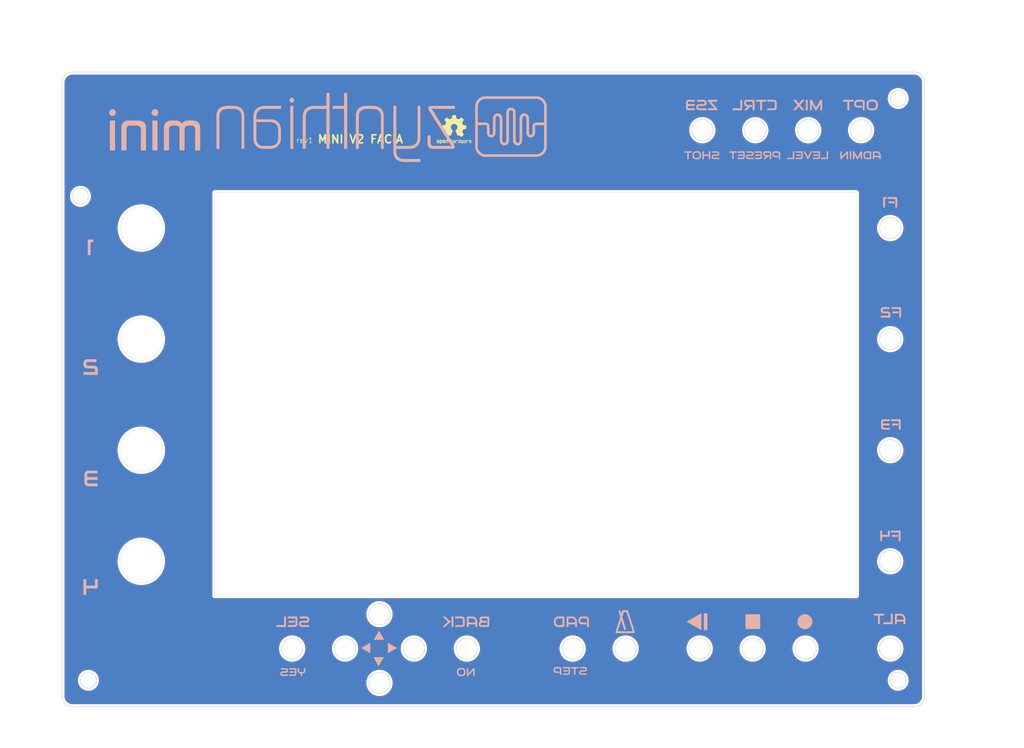
<source format=kicad_pcb>
(kicad_pcb (version 20240108) (generator "pcbnew") (generator_version "8.0")
  (title_block (title "zynthian mini v2 20 buttons short") (date "2024-04-9") (rev "2.2"))
  (layers (0 "F.Cu" signal) (31 "B.Cu" signal) (34 "B.Paste" user) (35 "F.Paste" user) (36 "B.SilkS" user "B.Silkscreen") (37 "F.SilkS" user "F.Silkscreen") (38 "B.Mask" user) (39 "F.Mask" user) (44 "Edge.Cuts" user))
  (net 0 "")
  (footprint "Symbol:OSHW-Logo2_7.3x6mm_SilkScreen" (layer "F.Cu") (at 107.5193 46.2736)
    (property "Reference" "REF**" (hide yes))
    (property "Value" "OSHW-Logo2_7.3x6mm_SilkScreen" (hide yes))
  )
  (footprint "project-footprints:Zynthian Logo Mask" (layer "F.Cu") (at 86.0193 44.5736)
    (property "Reference" "logo1" (hide yes))
    (property "Value" "MINI V2 FACIA" (at 3.8 3.5 0) (layer "F.SilkS") (effects (font (size 1.524 1.524) (thickness 0.3))))
  )
  (gr_poly (pts (xy 106.638169 139.118764) (xy 106.890351 139.118764) (xy 106.890351 139.479803) (xy 106.638169 139.479803) (xy 105.832016 140.287336) (xy 105.323525 140.287336) (xy 106.339158 139.299283) (xy 105.323525 138.311231) (xy 105.832016 138.311231)) (stroke (width -0.000001)) (fill solid) (layer "B.SilkS"))
  (gr_poly (pts (xy 189.254952 59.377838) (xy 188.931145 59.377838) (xy 188.931145 60.995653) (xy 188.57148 60.995653) (xy 188.57148 59.019544) (xy 189.254952 59.019544)) (stroke (width -0.000001)) (fill solid) (layer "B.SilkS"))
  (gr_poly (pts (xy 167.987182 40.620306) (xy 168.009368 40.621404) (xy 168.03095 40.623235) (xy 168.051928 40.625797) (xy 168.0723 40.629092) (xy 168.082259 40.631014) (xy 168.092065 40.633119) (xy 168.10172 40.635407) (xy 168.111222 40.637879) (xy 168.120572 40.640533) (xy 168.129769 40.64337) (xy 168.138823 40.646363) (xy 168.147751 40.649486) (xy 168.156551 40.652737) (xy 168.165223 40.656118) (xy 168.173768 40.659628) (xy 168.182185 40.663267) (xy 168.190473 40.667035) (xy 168.198634 40.670932) (xy 168.206665 40.674959) (xy 168.214568 40.679114) (xy 168.222342 40.683399) (xy 168.229987 40.687813) (xy 168.237502 40.692356) (xy 168.244888 40.697028) (xy 168.252144 40.701829) (xy 168.25927 40.706759) (xy 168.266103 40.71163) (xy 168.272816 40.716598) (xy 168.27941 40.721663) (xy 168.285885 40.726825) (xy 168.292241 40.732084) (xy 168.298479 40.73744) (xy 168.304598 40.742892) (xy 168.310599 40.748442) (xy 168.316481 40.754089) (xy 168.322246 40.759832) (xy 168.327893 40.765673) (xy 168.333421 40.77161) (xy 168.338833 40.777645) (xy 168.344127 40.783776) (xy 168.349303 40.790005) (xy 168.354363 40.79633) (xy 168.364126 40.809163) (xy 168.373413 40.822168) (xy 168.382223 40.835345) (xy 168.390557 40.848694) (xy 168.398416 40.862216) (xy 168.405801 40.875911) (xy 168.412713 40.889777) (xy 168.419152 40.903816) (xy 168.42516 40.917639) (xy 168.430779 40.931549) (xy 168.436011 40.945544) (xy 168.440854 40.959626) (xy 168.445309 40.973794) (xy 168.449377 40.988049) (xy 168.453058 41.002389) (xy 168.456353 41.016816) (xy 168.458923 41.030833) (xy 168.461153 41.044635) (xy 168.463041 41.058221) (xy 168.464587 41.071592) (xy 168.46579 41.084748) (xy 168.46665 41.097689) (xy 168.467167 41.110414) (xy 168.467339 41.122924) (xy 168.467339 42.093061) (xy 168.466973 42.115865) (xy 168.465875 42.138108) (xy 168.464046 42.159791) (xy 168.461487 42.180913) (xy 168.458199 42.201476) (xy 168.454181 42.221479) (xy 168.449436 42.240921) (xy 168.44679 42.250433) (xy 168.443963 42.259804) (xy 168.437861 42.277804) (xy 168.431288 42.295288) (xy 168.424244 42.312255) (xy 168.416728 42.328705) (xy 168.412793 42.336736) (xy 168.40874 42.344638) (xy 168.404569 42.352411) (xy 168.400281 42.360055) (xy 168.395875 42.36757) (xy 168.391351 42.374955) (xy 168.38671 42.382212) (xy 168.381951 42.389339) (xy 168.376904 42.396169) (xy 168.371771 42.402881) (xy 168.366553 42.409475) (xy 168.361249 42.41595) (xy 168.355859 42.422307) (xy 168.350384 42.428546) (xy 168.344823 42.434666) (xy 168.339177 42.440668) (xy 168.333445 42.446551) (xy 168.327627 42.452316) (xy 168.321725 42.457962) (xy 168.315737 42.46349) (xy 168.309663 42.4689) (xy 168.303505 42.474191) (xy 168.297261 42.479363) (xy 168.290932 42.484417) (xy 168.278123 42.49385) (xy 168.265181 42.502852) (xy 168.252108 42.511422) (xy 168.238904 42.519562) (xy 168.225569 42.52727) (xy 168.212105 42.534548) (xy 168.198513 42.541394) (xy 168.184792 42.54781) (xy 168.17067 42.553819) (xy 168.156548 42.55944) (xy 168.142426 42.564672) (xy 168.128304 42.569517) (xy 168.114182 42.573974) (xy 168.10006 42.578044) (xy 168.085938 42.581725) (xy 168.071816 42.585019) (xy 168.057484 42.587604) (xy 168.043407 42.589845) (xy 168.029585 42.591741) (xy 168.01602 42.593293) (xy 168.002712 42.594499) (xy 167.989661 42.595361) (xy 167.976868 42.595878) (xy 167.964333 42.596051) (xy 166.671715 42.596051) (xy 166.671776 42.237761) (xy 167.964394 42.237761) (xy 167.972888 42.237616) (xy 167.981145 42.23718) (xy 167.989166 42.236453) (xy 167.996951 42.235436) (xy 168.0045 42.234128) (xy 168.011812 42.232529) (xy 168.018887 42.230639) (xy 168.025725 42.228459) (xy 168.032326 42.225988) (xy 168.038691 42.223226) (xy 168.044818 42.220174) (xy 168.050708 42.216831) (xy 168.05636 42.213197) (xy 168.061775 42.209273) (xy 168.066953 42.205057) (xy 168.071892 42.200551) (xy 168.076396 42.19561) (xy 168.080607 42.190431) (xy 168.084527 42.185016) (xy 168.088156 42.179364) (xy 168.091494 42.173475) (xy 168.09454 42.167349) (xy 168.097296 42.160986) (xy 168.099761 42.154386) (xy 168.101935 42.14755) (xy 168.103819 42.140477) (xy 168.105412 42.133167) (xy 168.106716 42.12562) (xy 168.107729 42.117836) (xy 168.108453 42.109816) (xy 168.108887 42.101558) (xy 168.109032 42.093064) (xy 168.109032 41.125684) (xy 168.108887 41.116695) (xy 168.108453 41.107985) (xy 168.107729 41.099556) (xy 168.106716 41.091406) (xy 168.105412 41.083537) (xy 168.103819 41.075947) (xy 168.101935 41.068637) (xy 168.099761 41.061607) (xy 168.097296 41.054856) (xy 168.09454 41.048386) (xy 168.091494 41.042195) (xy 168.088156 41.036284) (xy 168.084527 41.030654) (xy 168.080607 41.025303) (xy 168.076396 41.020232) (xy 168.071892 41.01544) (xy 168.067112 41.010935) (xy 168.062074 41.006719) (xy 168.056778 41.002795) (xy 168.051225 40.999161) (xy 168.045413 40.995818) (xy 168.039344 40.992765) (xy 168.033016 40.990004) (xy 168.026429 40.987533) (xy 168.019583 40.985353) (xy 168.012478 40.983463) (xy 168.005114 40.981864) (xy 167.99749 40.980556) (xy 167.989606 40.979539) (xy 167.981463 40.978812) (xy 167.973059 40.978376) (xy 167.964394 40.97823) (xy 166.671776 40.97823) (xy 166.671776 40.61994) (xy 167.964394 40.61994)) (stroke (width -0.000001)) (fill solid) (layer "B.SilkS"))
  (gr_poly (pts (xy 155.375733 140.878149) (xy 154.707451 140.884542) (xy 154.706048 137.720342) (xy 155.374337 137.713964)) (stroke (width 0.026106)) (fill solid) (layer "B.SilkS"))
  (gr_poly (pts (xy 160.934594 50.631384) (xy 160.341347 50.631384) (xy 160.341347 51.844751) (xy 160.072632 51.844751) (xy 160.072632 50.631384) (xy 159.480423 50.631384) (xy 159.480423 50.362667) (xy 160.934594 50.362667)) (stroke (width -0.000001)) (fill solid) (layer "B.SilkS"))
  (gr_poly (pts (xy 96.7076 144.265913) (xy 95.015179 145.242918) (xy 95.015286 143.288747)) (stroke (width 0.020357)) (fill solid) (layer "B.SilkS"))
  (gr_poly (pts (xy 178.173913 51.699016) (xy 178.173872 51.702616) (xy 178.173752 51.706184) (xy 178.173552 51.709719) (xy 178.173271 51.713223) (xy 178.172911 51.716694) (xy 178.17247 51.720133) (xy 178.171949 51.72354) (xy 178.171347 51.726915) (xy 178.170665 51.730258) (xy 178.169903 51.733568) (xy 178.169061 51.736847) (xy 178.168138 51.740093) (xy 178.167135 51.743307) (xy 178.166052 51.746489) (xy 178.164888 51.749638) (xy 178.163643 51.752756) (xy 178.162319 51.755832) (xy 178.16094 51.75886) (xy 178.159504 51.76184) (xy 178.158012 51.764771) (xy 178.156465 51.767654) (xy 178.154861 51.770488) (xy 178.153202 51.773274) (xy 178.151486 51.776012) (xy 178.149714 51.778701) (xy 178.147886 51.781341) (xy 178.146002 51.783933) (xy 178.144061 51.786477) (xy 178.142064 51.788972) (xy 178.140011 51.791418) (xy 178.137901 51.793816) (xy 178.135735 51.796165) (xy 178.133387 51.798333) (xy 178.130991 51.800444) (xy 178.128545 51.802499) (xy 178.126051 51.804497) (xy 178.123508 51.806439) (xy 178.120917 51.808325) (xy 178.118276 51.810154) (xy 178.115588 51.811927) (xy 178.112851 51.813643) (xy 178.110065 51.815302) (xy 178.107231 51.816906) (xy 178.104349 51.818452) (xy 178.101419 51.819942) (xy 178.09844 51.821376) (xy 178.095414 51.822753) (xy 178.092339 51.824073) (xy 178.089221 51.825326) (xy 178.08607 51.826497) (xy 178.082886 51.827588) (xy 178.079669 51.828598) (xy 178.07642 51.829527) (xy 178.073139 51.830376) (xy 178.069825 51.831143) (xy 178.066479 51.83183) (xy 178.063102 51.832436) (xy 178.059692 51.832961) (xy 178.056252 51.833405) (xy 178.05278 51.833769) (xy 178.049277 51.834051) (xy 178.045743 51.834253) (xy 178.042178 51.834375) (xy 178.038582 51.834415) (xy 176.812829 51.834415) (xy 176.812691 51.565692) (xy 177.905205 51.565692) (xy 177.905205 50.352328) (xy 178.173913 50.352328)) (stroke (width -0.000001)) (fill solid) (layer "B.SilkS"))
  (gr_poly (pts (xy 92.1304 41.814079) (xy 92.262373 41.819898) (xy 92.389769 41.829581) (xy 92.512603 41.843118) (xy 92.630895 41.860498) (xy 92.744659 41.881708) (xy 92.853914 41.906738) (xy 92.958676 41.935577) (xy 93.058963 41.968212) (xy 93.15479 42.004632) (xy 93.246176 42.044827) (xy 93.333138 42.088784) (xy 93.415692 42.136493) (xy 93.493855 42.187942) (xy 93.567644 42.243119) (xy 93.637076 42.302013) (xy 93.702169 42.364614) (xy 93.762939 42.430908) (xy 93.819404 42.500886) (xy 93.871579 42.574536) (xy 93.919483 42.651846) (xy 93.963133 42.732805) (xy 94.002544 42.817401) (xy 94.037735 42.905624) (xy 94.068722 42.997462) (xy 94.095522 43.092903) (xy 94.118153 43.191936) (xy 94.13663 43.29455) (xy 94.150973 43.400734) (xy 94.161196 43.510475) (xy 94.167317 43.623763) (xy 94.169354 43.740587) (xy 94.169354 49.847509) (xy 93.737324 49.847509) (xy 93.737324 43.725078) (xy 93.735607 43.636806) (xy 93.730457 43.551335) (xy 93.721878 43.468665) (xy 93.709872 43.388796) (xy 93.694442 43.311728) (xy 93.675591 43.237462) (xy 93.653321 43.165997) (xy 93.627636 43.097334) (xy 93.598538 43.031472) (xy 93.56603 42.968412) (xy 93.530115 42.908154) (xy 93.490795 42.850697) (xy 93.448075 42.796043) (xy 93.401955 42.74419) (xy 93.35244 42.69514) (xy 93.299531 42.648892) (xy 93.243232 42.605446) (xy 93.183546 42.564802) (xy 93.120475 42.526961) (xy 93.054022 42.491923) (xy 92.984191 42.459687) (xy 92.910983 42.430253) (xy 92.834401 42.403623) (xy 92.75445 42.379795) (xy 92.67113 42.35877) (xy 92.584446 42.340549) (xy 92.400993 42.312515) (xy 92.204114 42.295694) (xy 91.993832 42.290087) (xy 91.191418 42.290087) (xy 91.084688 42.291489) (xy 90.981387 42.295694) (xy 90.881512 42.302703) (xy 90.78506 42.312515) (xy 90.692028 42.32513) (xy 90.602415 42.340549) (xy 90.516217 42.35877) (xy 90.433431 42.379795) (xy 90.354056 42.403623) (xy 90.278088 42.430253) (xy 90.205525 42.459687) (xy 90.136364 42.491923) (xy 90.070602 42.526961) (xy 90.008237 42.564802) (xy 89.949267 42.605446) (xy 89.893688 42.648892) (xy 89.841498 42.69514) (xy 89.792694 42.74419) (xy 89.747273 42.796043) (xy 89.705234 42.850697) (xy 89.666573 42.908154) (xy 89.631288 42.968412) (xy 89.599376 43.031472) (xy 89.570834 43.097334) (xy 89.54566 43.165997) (xy 89.523851 43.237462) (xy 89.505404 43.311728) (xy 89.490318 43.388796) (xy 89.478588 43.468665) (xy 89.470213 43.551335) (xy 89.46519 43.636806) (xy 89.463517 43.725078) (xy 89.463517 49.847509) (xy 89.000393 49.847509) (xy 89.000393 43.740587) (xy 89.008221 43.502796) (xy 89.018061 43.389969) (xy 89.0319 43.281171) (xy 89.049774 43.176385) (xy 89.071721 43.075598) (xy 89.097777 42.978796) (xy 89.127978 42.885964) (xy 89.162361 42.797089) (xy 89.200963 42.712155) (xy 89.243819 42.631149) (xy 89.290967 42.554057) (xy 89.342443 42.480863) (xy 89.398284 42.411555) (xy 89.458525 42.346118) (xy 89.523205 42.284538) (xy 89.592358 42.226799) (xy 89.666023 42.172889) (xy 89.744235 42.122793) (xy 89.82703 42.076497) (xy 89.914446 42.033986) (xy 90.006519 41.995246) (xy 90.103286 41.960263) (xy 90.204782 41.929023) (xy 90.311045 41.901512) (xy 90.422111 41.877715) (xy 90.538017 41.857618) (xy 90.658798 41.841207) (xy 90.915137 41.819386) (xy 91.191418 41.812137) (xy 91.993832 41.812137)) (stroke (width 0.1) (color 255 255 255 1)) (fill solid) (layer "B.SilkS"))
  (gr_poly (pts (xy 129.013611 148.734151) (xy 128.165085 148.734151) (xy 128.165085 148.463369) (xy 129.013611 148.463369)) (stroke (width -0.000001)) (fill solid) (layer "B.SilkS"))
  (gr_poly (pts (xy 191.052477 59.019596) (xy 191.057236 59.019757) (xy 191.061954 59.020027) (xy 191.06663 59.020403) (xy 191.071265 59.020888) (xy 191.075856 59.02148) (xy 191.080406 59.022179) (xy 191.084912 59.022987) (xy 191.089375 59.023902) (xy 191.093794 59.024924) (xy 191.09817 59.026054) (xy 191.102501 59.027292) (xy 191.106788 59.028637) (xy 191.11103 59.03009) (xy 191.115226 59.031651) (xy 191.119378 59.033319) (xy 191.123487 59.035085) (xy 191.12753 59.036937) (xy 191.131506 59.038875) (xy 191.135416 59.040899) (xy 191.13926 59.043009) (xy 191.143038 59.045206) (xy 191.146751 59.047489) (xy 191.150399 59.049857) (xy 191.153981 59.052312) (xy 191.157499 59.054854) (xy 191.160952 59.057481) (xy 191.16434 59.060194) (xy 191.167664 59.062994) (xy 191.170925 59.06588) (xy 191.174121 59.068852) (xy 191.177254 59.07191) (xy 191.180135 59.075044) (xy 191.182943 59.078242) (xy 191.185676 59.081505) (xy 191.188335 59.084832) (xy 191.19092 59.088224) (xy 191.193431 59.09168) (xy 191.195868 59.095201) (xy 191.198231 59.098786) (xy 191.20052 59.102436) (xy 191.202735 59.106151) (xy 191.204876 59.109929) (xy 191.206943 59.113773) (xy 191.208936 59.11768) (xy 191.210855 59.121653) (xy 191.2127 59.12569) (xy 191.21447 59.129791) (xy 191.216146 59.13394) (xy 191.217712 59.138122) (xy 191.219167 59.142337) (xy 191.220513 59.146584) (xy 191.22175 59.150863) (xy 191.222877 59.155174) (xy 191.223896 59.159518) (xy 191.224806 59.163894) (xy 191.225608 59.168303) (xy 191.226303 59.172744) (xy 191.226889 59.177217) (xy 191.227369 59.181723) (xy 191.227741 59.186261) (xy 191.228006 59.190831) (xy 191.228166 59.195434) (xy 191.228219 59.200069) (xy 191.228219 60.995649) (xy 190.869973 60.995649) (xy 190.869973 59.377838) (xy 189.434075 59.377838) (xy 189.433953 59.019542) (xy 191.047677 59.019542)) (stroke (width -0.000001)) (fill solid) (layer "B.SilkS"))
  (gr_poly (pts (xy 132.496237 138.311632) (xy 132.515486 138.312926) (xy 132.535165 138.315082) (xy 132.555274 138.318101) (xy 132.575812 138.321983) (xy 132.59678 138.326727) (xy 132.618179 138.332334) (xy 132.640007 138.338804) (xy 132.65098 138.342196) (xy 132.661855 138.345848) (xy 132.672635 138.349759) (xy 132.683317 138.353929) (xy 132.693903 138.358358) (xy 132.704393 138.363047) (xy 132.714787 138.367995) (xy 132.725085 138.373203) (xy 132.735286 138.37867) (xy 132.745392 138.384396) (xy 132.755402 138.390382) (xy 132.765316 138.396628) (xy 132.775134 138.403133) (xy 132.784857 138.409898) (xy 132.794485 138.416923) (xy 132.804017 138.424207) (xy 132.813226 138.431756) (xy 132.822253 138.439596) (xy 132.831096 138.447727) (xy 132.839756 138.456149) (xy 132.848233 138.464863) (xy 132.856527 138.473867) (xy 132.864638 138.483163) (xy 132.872566 138.492751) (xy 132.88031 138.502629) (xy 132.887871 138.512799) (xy 132.895249 138.52326) (xy 132.902444 138.534011) (xy 132.909455 138.545055) (xy 132.916284 138.556389) (xy 132.922929 138.568014) (xy 132.92939 138.579931) (xy 132.93541 138.59215) (xy 132.94104 138.604692) (xy 132.946282 138.617557) (xy 132.951134 138.630745) (xy 132.955597 138.644256) (xy 132.959672 138.65809) (xy 132.963358 138.672247) (xy 132.966656 138.686726) (xy 132.969566 138.701528) (xy 132.972087 138.716654) (xy 132.974219 138.732102) (xy 132.975964 138.747872) (xy 132.977321 138.763966) (xy 132.97829 138.780383) (xy 132.978872 138.797122) (xy 132.979065 138.814184) (xy 132.979065 140.287313) (xy 132.620759 140.287313) (xy 132.620759 138.814184) (xy 132.620613 138.805528) (xy 132.620177 138.797131) (xy 132.619451 138.788992) (xy 132.618434 138.781112) (xy 132.617126 138.77349) (xy 132.615529 138.766126) (xy 132.613641 138.759021) (xy 132.611463 138.752174) (xy 132.608995 138.745585) (xy 132.606238 138.739255) (xy 132.60319 138.733184) (xy 132.599853 138.72737) (xy 132.596227 138.721815) (xy 132.592311 138.716519) (xy 132.588106 138.711481) (xy 132.583611 138.706701) (xy 132.578826 138.702196) (xy 132.573771 138.697981) (xy 132.568447 138.694057) (xy 132.562853 138.690424) (xy 132.55699 138.687082) (xy 132.550857 138.68403) (xy 132.544455 138.681269) (xy 132.537783 138.678799) (xy 132.530842 138.67662) (xy 132.523631 138.674731) (xy 132.516151 138.673132) (xy 132.508402 138.671825) (xy 132.500383 138.670807) (xy 132.492094 138.670081) (xy 132.483536 138.669645) (xy 132.474709 138.6695) (xy 131.66713 138.6695) (xy 131.658414 138.669591) (xy 131.649826 138.669865) (xy 131.641367 138.670322) (xy 131.633037 138.670962) (xy 131.624835 138.671784) (xy 131.616762 138.67279) (xy 131.608817 138.673978) (xy 131.601001 138.675349) (xy 131.593314 138.676903) (xy 131.585755 138.678639) (xy 131.578326 138.680559) (xy 131.571024 138.682661) (xy 131.563852 138.684946) (xy 131.556808 138.687414) (xy 131.549893 138.690065) (xy 131.543107 138.692899) (xy 131.536462 138.695719) (xy 131.529946 138.698679) (xy 131.523558 138.70178) (xy 131.517299 138.705022) (xy 131.511168 138.708404) (xy 131.505167 138.711927) (xy 131.499293 138.71559) (xy 131.493549 138.719394) (xy 131.487933 138.723339) (xy 131.482446 138.727425) (xy 131.477087 138.731651) (xy 131.471857 138.736018) (xy 131.466756 138.740526) (xy 131.461784 138.745175) (xy 131.45694 138.749965) (xy 131.452225 138.754896) (xy 131.447479 138.75996) (xy 131.442861 138.765153) (xy 131.43837 138.770475) (xy 131.434007 138.775926) (xy 131.429772 138.781505) (xy 131.425664 138.787214) (xy 131.421684 138.793052) (xy 131.417832 138.799018) (xy 131.414108 138.805114) (xy 131.410512 138.811338) (xy 131.407044 138.817692) (xy 131.403705 138.824174) (xy 131.400494 138.830785) (xy 131.397412 138.837525) (xy 131.394458 138.844394) (xy 131.391633 138.851392) (xy 131.386395 138.865692) (xy 131.381626 138.880337) (xy 131.377325 138.895325) (xy 131.373489 138.910657) (xy 131.370116 138.926333) (xy 131.367204 138.942351) (xy 131.364751 138.958712) (xy 131.362755 138.975416) (xy 131.362755 139.138029) (xy 131.362842 139.14659) (xy 131.363103 139.155044) (xy 131.363538 139.16339) (xy 131.364146 139.171627) (xy 131.364926 139.179757) (xy 131.36588 139.187778) (xy 131.367006 139.195691) (xy 131.368304 139.203496) (xy 131.369774 139.211194) (xy 131.371415 139.218783) (xy 131.373228 139.226264) (xy 131.375211 139.233638) (xy 131.377366 139.240903) (xy 131.379691 139.248061) (xy 131.382185 139.25511) (xy 131.38485 139.262052) (xy 131.38768 139.268706) (xy 131.390648 139.275242) (xy 131.393754 139.28166) (xy 131.396999 139.28796) (xy 131.400384 139.294142) (xy 131.403907 139.300206) (xy 131.40757 139.306151) (xy 131.411373 139.311979) (xy 131.415316 139.317688) (xy 131.419399 139.32328) (xy 131.423623 139.328753) (xy 131.427987 139.334109) (xy 131.432493 139.339347) (xy 131.437141 139.344467) (xy 131.44193 139.349468) (xy 131.446862 139.354352) (xy 131.451929 139.359118) (xy 131.457124 139.363765) (xy 131.462448 139.368293) (xy 131.4679 139.372702) (xy 131.473482 139.376992) (xy 131.479191 139.381164) (xy 131.48503 139.385216) (xy 131.490997 139.38915) (xy 131.497093 139.392965) (xy 131.503317 139.396662) (xy 131.50967 139.40024) (xy 131.516152 139.403699) (xy 131.522762 139.407039) (xy 131.529501 139.410261) (xy 131.536369 139.413364) (xy 131.543366 139.416349) (xy 131.557365 139.421507) (xy 131.571793 139.426177) (xy 131.586651 139.430359) (xy 131.601939 139.434053) (xy 131.617656 139.437259) (xy 131.633804 139.439978) (xy 131.650381 139.442209) (xy 131.667389 139.443952) (xy 132.477677 139.443952) (xy 132.477677 139.802244) (xy 131.667389 139.802244) (xy 131.650717 139.802006) (xy 131.63379 139.801294) (xy 131.616607 139.800107) (xy 131.599168 139.798444) (xy 131.581472 139.796307) (xy 131.563518 139.793695) (xy 131.545305 139.790608) (xy 131.526833 139.787046) (xy 131.507932 139.782988) (xy 131.489116 139.778368) (xy 131.470385 139.773186) (xy 131.451739 139.767442) (xy 131.433178 139.761136) (xy 131.414702 139.754267) (xy 131.396311 139.746836) (xy 131.378006 139.738843) (xy 131.359508 139.730289) (xy 131.341223 139.721129) (xy 131.323153 139.711363) (xy 131.3053 139.700991) (xy 131.287665 139.690013) (xy 131.27025 139.678428) (xy 131.253056 139.666237) (xy 131.236084 139.65344) (xy 131.227707 139.646809) (xy 131.219459 139.640018) (xy 131.211339 139.633066) (xy 131.203348 139.625952) (xy 131.195487 139.618679) (xy 131.187754 139.611244) (xy 131.180151 139.603648) (xy 131.172677 139.595891) (xy 131.165332 139.587974) (xy 131.158117 139.579895) (xy 131.151032 139.571656) (xy 131.144076 139.563256) (xy 131.13725 139.554694) (xy 131.130555 139.545972) (xy 131.123989 139.537088) (xy 131.117554 139.528043) (xy 131.104776 139.509101) (xy 131.092697 139.489468) (xy 131.081317 139.469144) (xy 131.070632 139.448129) (xy 131.060641 139.426423) (xy 131.051341 139.404026) (xy 131.04273 139.380939) (xy 131.034806 139.35716) (xy 131.027722 139.332635) (xy 131.021582 139.307292) (xy 131.016387 139.281131) (xy 131.012136 139.254152) (xy 131.00883 139.226354) (xy 131.006468 139.197738) (xy 131.005051 139.168304) (xy 131.004578 139.138051) (xy 131.00425 138.975423) (xy 131.004487 138.958755) (xy 131.005196 138.941829) (xy 131.00638 138.924646) (xy 131.008039 138.907205) (xy 131.010173 138.889507) (xy 131.012783 138.871551) (xy 131.015869 138.853338) (xy 131.019433 138.834867) (xy 131.023535 138.815954) (xy 131.028237 138.79713) (xy 131.033539 138.778394) (xy 131.039441 138.759747) (xy 131.045942 138.741188) (xy 131.053042 138.722717) (xy 131.060741 138.704335) (xy 131.069039 138.68604) (xy 131.077601 138.667541) (xy 131.086764 138.649258) (xy 131.096528 138.631191) (xy 131.106896 138.613342) (xy 131.117869 138.595709) (xy 131.129449 138.578293) (xy 131.141637 138.561093) (xy 131.154435 138.544111) (xy 131.160908 138.535737) (xy 131.167564 138.527492) (xy 131.174401 138.519376) (xy 131.181421 138.511389) (xy 131.188622 138.503531) (xy 131.196006 138.495802) (xy 131.203572 138.488202) (xy 131.21132 138.480731) (xy 131.219251 138.473389) (xy 131.227365 138.466176) (xy 131.235661 138.459092) (xy 131.24414 138.452137) (xy 131.252801 138.44531) (xy 131.261646 138.438612) (xy 131.270674 138.432044) (xy 131.279885 138.425603) (xy 131.289097 138.419139) (xy 131.298493 138.412848) (xy 131.308074 138.406729) (xy 131.31784 138.400783) (xy 131.337924 138.389408) (xy 131.358744 138.378725) (xy 131.380301 138.368732) (xy 131.402593 138.35943) (xy 131.425619 138.35082) (xy 131.449379 138.342901) (xy 131.473871 138.335471) (xy 131.499138 138.329032) (xy 131.525181 138.323583) (xy 131.552001 138.319126) (xy 131.5796 138.315658) (xy 131.607976 138.313182) (xy 131.637133 138.311696) (xy 131.667069 138.311201) (xy 132.477417 138.311201)) (stroke (width -0.000001)) (fill solid) (layer "B.SilkS"))
  (gr_poly (pts (xy 152.434273 50.631384) (xy 151.841027 50.631384) (xy 151.841027 51.844751) (xy 151.572312 51.844751) (xy 151.572312 50.631384) (xy 150.980103 50.631384) (xy 150.980164 50.362667) (xy 152.434273 50.362667)) (stroke (width -0.000001)) (fill solid) (layer "B.SilkS"))
  (gr_poly (pts (xy 131.035256 148.12644) (xy 130.442017 148.12644) (xy 130.442017 149.339803) (xy 130.173234 149.339803) (xy 130.173234 148.12644) (xy 129.581017 148.12644) (xy 129.581086 147.857717) (xy 131.035256 147.857717)) (stroke (width -0.000001)) (fill solid) (layer "B.SilkS"))
  (gr_poly (pts (xy 91.662655 145.242918) (xy 89.970238 144.265913) (xy 91.662552 143.288747)) (stroke (width 0.020357)) (fill solid) (layer "B.SilkS"))
  (gr_poly (pts (xy 39.324001 67.559473) (xy 38.838243 67.559473) (xy 38.838243 69.9862) (xy 38.298741 69.9862) (xy 38.298741 67.022039) (xy 39.324001 67.022039)) (stroke (width -0.000001)) (fill solid) (layer "B.SilkS"))
  (gr_poly (pts (xy 165.534288 50.362699) (xy 165.53785 50.36282) (xy 165.541381 50.363022) (xy 165.544879 50.363305) (xy 165.548345 50.363668) (xy 165.551779 50.364113) (xy 165.555182 50.364638) (xy 165.558552 50.365243) (xy 165.561891 50.36593) (xy 165.565198 50.366697) (xy 165.568473 50.367545) (xy 165.571716 50.368474) (xy 165.574928 50.369484) (xy 165.578108 50.370574) (xy 165.581257 50.371746) (xy 165.584374 50.372998) (xy 165.587451 50.374323) (xy 165.590479 50.375712) (xy 165.593459 50.377166) (xy 165.59639 50.378684) (xy 165.599273 50.380267) (xy 165.602107 50.381915) (xy 165.604893 50.383627) (xy 165.60763 50.385403) (xy 165.610319 50.387244) (xy 165.612959 50.38915) (xy 165.615551 50.39112) (xy 165.618095 50.393155) (xy 165.62059 50.395254) (xy 165.623037 50.397418) (xy 165.625435 50.399646) (xy 165.627785 50.401939) (xy 165.629949 50.404288) (xy 165.632057 50.406686) (xy 165.634109 50.409132) (xy 165.636105 50.411627) (xy 165.638045 50.41417) (xy 165.639929 50.416762) (xy 165.641758 50.419402) (xy 165.64353 50.422091) (xy 165.645247 50.424828) (xy 165.646907 50.427614) (xy 165.648512 50.430448) (xy 165.65006 50.433331) (xy 165.651553 50.436262) (xy 165.652989 50.439242) (xy 165.654369 50.44227) (xy 165.655694 50.445347) (xy 165.656949 50.44846) (xy 165.658122 50.451596) (xy 165.659214 50.454757) (xy 165.660224 50.457942) (xy 165.661152 50.461151) (xy 165.662 50.464385) (xy 165.662766 50.467643) (xy 165.663451 50.470925) (xy 165.664055 50.474232) (xy 165.664578 50.477563) (xy 165.66502 50.480918) (xy 165.665382 50.484297) (xy 165.665663 50.487701) (xy 165.665863 50.491128) (xy 165.665984 50.494581) (xy 165.666024 50.498057) (xy 165.666024 51.46751) (xy 165.665878 51.480433) (xy 165.665442 51.493105) (xy 165.664715 51.505528) (xy 165.663698 51.5177) (xy 165.66239 51.529622) (xy 165.660791 51.541293) (xy 165.658902 51.552715) (xy 165.656722 51.563886) (xy 165.654251 51.574807) (xy 165.65149 51.585477) (xy 165.648438 51.595898) (xy 165.645096 51.606068) (xy 165.641463 51.615987) (xy 165.63754 51.625657) (xy 165.633327 51.635076) (xy 165.628823 51.644245) (xy 165.623981 51.653057) (xy 165.619 51.661668) (xy 165.61388 51.670077) (xy 165.608622 51.678284) (xy 165.603225 51.68629) (xy 165.59769 51.694094) (xy 165.592018 51.701696) (xy 165.586209 51.709096) (xy 165.580262 51.716294) (xy 165.574179 51.723291) (xy 165.56796 51.730086) (xy 165.561604 51.736679) (xy 165.555113 51.74307) (xy 165.548487 51.74926) (xy 165.541725 51.755247) (xy 165.534829 51.761034) (xy 165.527683 51.766492) (xy 165.520464 51.771756) (xy 165.513173 51.776827) (xy 165.50581 51.781703) (xy 165.498375 51.786386) (xy 165.490867 51.790876) (xy 165.483288 51.795171) (xy 165.475636 51.799273) (xy 165.467913 51.803181) (xy 165.460117 51.806895) (xy 165.45225 51.810415) (xy 165.444312 51.813742) (xy 165.436301 51.816875) (xy 165.42822 51.819814) (xy 165.420067 51.822559) (xy 165.411843 51.825111) (xy 165.395463 51.829715) (xy 165.379409 51.833705) (xy 165.36368 51.837081) (xy 165.348275 51.839843) (xy 165.333193 51.841991) (xy 165.318433 51.843525) (xy 165.303996 51.844446) (xy 165.289879 51.844753) (xy 164.320504 51.844753) (xy 164.320504 51.576034) (xy 165.28788 51.576034) (xy 165.294502 51.575925) (xy 165.300918 51.575598) (xy 165.307131 51.575053) (xy 165.313141 51.57429) (xy 165.318946 51.573308) (xy 165.324549 51.572109) (xy 165.329949 51.570692) (xy 165.335146 51.569056) (xy 165.340142 51.567203) (xy 165.344935 51.565131) (xy 165.349526 51.562842) (xy 165.353916 51.560334) (xy 165.358105 51.557609) (xy 165.362094 51.554665) (xy 165.365882 51.551503) (xy 165.369469 51.548124) (xy 165.372858 51.544538) (xy 165.376026 51.540758) (xy 165.378974 51.536785) (xy 165.381703 51.532618) (xy 165.384211 51.528257) (xy 165.3865 51.523703) (xy 165.38857 51.518955) (xy 165.390421 51.514013) (xy 165.392054 51.508877) (xy 165.393468 51.503548) (xy 165.394663 51.498025) (xy 165.395641 51.492308) (xy 165.396401 51.486397) (xy 165.396944 51.480292) (xy 165.397269 51.473994) (xy 165.397377 51.467502) (xy 165.397377 50.631379) (xy 164.320427 50.631379) (xy 164.320427 50.362659) (xy 165.530694 50.362659)) (stroke (width -0.000001)) (fill solid) (layer "B.SilkS"))
  (gr_poly (pts (xy 167.278897 50.362758) (xy 167.282469 50.362879) (xy 167.286007 50.363081) (xy 167.289513 50.363364) (xy 167.292985 50.363727) (xy 167.296424 50.364171) (xy 167.29983 50.364697) (xy 167.303204 50.365302) (xy 167.306545 50.365989) (xy 167.309854 50.366757) (xy 167.31313 50.367605) (xy 167.316375 50.368534) (xy 167.319587 50.369543) (xy 167.322768 50.370634) (xy 167.325916 50.371805) (xy 167.329033 50.373057) (xy 167.33211 50.374382) (xy 167.335139 50.375771) (xy 167.338119 50.377225) (xy 167.34105 50.378743) (xy 167.343933 50.380326) (xy 167.346767 50.381974) (xy 167.349552 50.383686) (xy 167.35229 50.385462) (xy 167.354978 50.387303) (xy 167.357619 50.389209) (xy 167.360211 50.391179) (xy 167.362754 50.393213) (xy 167.365249 50.395313) (xy 167.367696 50.397476) (xy 167.370094 50.399704) (xy 167.372445 50.401997) (xy 167.374608 50.404346) (xy 167.376716 50.406744) (xy 167.378768 50.409191) (xy 167.380763 50.411685) (xy 167.382703 50.414229) (xy 167.384586 50.416821) (xy 167.386412 50.419461) (xy 167.388182 50.42215) (xy 167.389895 50.424887) (xy 167.391552 50.427673) (xy 167.393152 50.430507) (xy 167.394694 50.43339) (xy 167.39618 50.436322) (xy 167.397608 50.439302) (xy 167.398979 50.44233) (xy 167.400292 50.445407) (xy 167.401547 50.448519) (xy 167.40272 50.451656) (xy 167.403812 50.454816) (xy 167.404822 50.458001) (xy 167.405751 50.461211) (xy 167.406598 50.464444) (xy 167.407364 50.467702) (xy 167.408049 50.470984) (xy 167.408653 50.474291) (xy 167.409176 50.477622) (xy 167.409618 50.480977) (xy 167.40998 50.484357) (xy 167.410261 50.48776) (xy 167.410462 50.491189) (xy 167.410582 50.494641) (xy 167.410622 50.498118) (xy 167.410622 51.844806) (xy 167.1419 51.844806) (xy 167.1419 50.631441) (xy 166.255135 50.631441) (xy 166.252972 50.631456) (xy 166.250798 50.631503) (xy 166.248611 50.631581) (xy 166.246413 50.63169) (xy 166.244202 50.631831) (xy 166.241979 50.632003) (xy 166.239744 50.632206) (xy 166.237496 50.63244) (xy 166.236186 50.632585) (xy 166.234894 50.632771) (xy 166.233621 50.632997) (xy 166.232367 50.633265) (xy 166.231131 50.633572) (xy 166.229915 50.633921) (xy 166.228719 50.63431) (xy 166.227543 50.63474) (xy 166.226388 50.63521) (xy 166.225253 50.635721) (xy 166.224139 50.636272) (xy 166.223046 50.636865) (xy 166.221975 50.637498) (xy 166.220926 50.638171) (xy 166.2199 50.638885) (xy 166.218895 50.63964) (xy 166.217726 50.640315) (xy 166.216591 50.641046) (xy 166.215491 50.641833) (xy 166.214426 50.642677) (xy 166.213396 50.643577) (xy 166.212402 50.644534) (xy 166.211442 50.645548) (xy 166.210516 50.646618) (xy 166.209626 50.647744) (xy 166.208771 50.648927) (xy 166.20795 50.650167) (xy 166.207165 50.651463) (xy 166.206414 50.652815) (xy 166.205697 50.654224) (xy 166.205016 50.655689) (xy 166.204369 50.657211) (xy 166.203651 50.658676) (xy 166.202979 50.660231) (xy 166.202352 50.661874) (xy 166.201772 50.663606) (xy 166.201238 50.665427) (xy 166.200749 50.667337) (xy 166.200307 50.669335) (xy 166.199912 50.671422) (xy 166.199562 50.673599) (xy 166.199259 50.675864) (xy 166.199002 50.678217) (xy 166.198792 50.68066) (xy 166.198512 50.685812) (xy 166.198418 50.691319) (xy 166.198418 50.860817) (xy 166.198483 50.867362) (xy 166.198676 50.873817) (xy 166.198997 50.880184) (xy 166.199448 50.886462) (xy 166.200027 50.892651) (xy 166.200736 50.898751) (xy 166.201572 50.904763) (xy 166.202538 50.910685) (xy 166.203632 50.916519) (xy 166.204855 50.922264) (xy 166.206207 50.92792) (xy 166.207688 50.933487) (xy 166.209297 50.938965) (xy 166.211035 50.944355) (xy 166.212902 50.949655) (xy 166.214898 50.954867) (xy 166.217026 50.959861) (xy 166.219267 50.964767) (xy 166.221622 50.969584) (xy 166.224089 50.974312) (xy 166.22667 50.978951) (xy 166.229364 50.983501) (xy 166.232171 50.987962) (xy 166.235091 50.992335) (xy 166.238123 50.996619) (xy 166.241269 51.000814) (xy 166.244527 51.00492) (xy 166.247897 51.008937) (xy 166.251381 51.012865) (xy 166.254976 51.016705) (xy 166.258685 51.020455) (xy 166.262505 51.024117) (xy 166.266296 51.02769) (xy 166.270183 51.031175) (xy 166.274168 51.03457) (xy 166.27825 51.037877) (xy 166.282429 51.041095) (xy 166.286706 51.044224) (xy 166.29108 51.047264) (xy 166.295552 51.050215) (xy 166.300121 51.053078) (xy 166.304788 51.055852) (xy 166.309553 51.058537) (xy 166.314415 51.061133) (xy 166.319376 51.06364) (xy 166.324435 51.066058) (xy 166.329592 51.068387) (xy 166.334847 51.070628) (xy 166.34531 51.074575) (xy 166.356066 51.078133) (xy 166.367116 51.081302) (xy 166.378462 51.084081) (xy 166.390105 51.08647) (xy 166.402046 51.088469) (xy 166.414286 51.090079) (xy 166.426827 51.091299) (xy 167.034539 51.091299) (xy 167.034539 51.360017) (xy 166.84121 51.360017) (xy 166.281044 51.844743) (xy 165.865563 51.844743) (xy 166.426827 51.360017) (xy 166.41431 51.35984) (xy 166.401604 51.359307) (xy 166.38871 51.358418) (xy 166.375626 51.357175) (xy 166.362354 51.355576) (xy 166.348893 51.353622) (xy 166.335243 51.351312) (xy 166.321404 51.348648) (xy 166.307218 51.345595) (xy 166.2931 51.342123) (xy 166.279048 51.338232) (xy 166.265063 51.33392) (xy 166.251144 51.329189) (xy 166.237292 51.324039) (xy 166.223506 51.318469) (xy 166.209786 51.312479) (xy 166.195917 51.305809) (xy 166.18221 51.29872) (xy 166.168666 51.291211) (xy 166.155282 51.283282) (xy 166.142058 51.274933) (xy 166.128994 51.266165) (xy 166.116088 51.256977) (xy 166.103341 51.247369) (xy 166.097041 51.2424) (xy 166.090841 51.237309) (xy 166.084739 51.232097) (xy 166.078736 51.226764) (xy 166.072831 51.22131) (xy 166.067025 51.215735) (xy 166.061317 51.210039) (xy 166.055708 51.204221) (xy 166.050198 51.198283) (xy 166.044786 51.192223) (xy 166.039473 51.186042) (xy 166.034258 51.17974) (xy 166.029141 51.173317) (xy 166.024123 51.166772) (xy 166.019203 51.160107) (xy 166.014382 51.15332) (xy 166.004829 51.139109) (xy 165.995785 51.124381) (xy 165.987255 51.109136) (xy 165.979239 51.093375) (xy 165.97174 51.077097) (xy 165.964761 51.060301) (xy 165.958304 51.042989) (xy 165.95237 51.02516) (xy 165.947056 51.006766) (xy 165.942445 50.987758) (xy 165.938538 50.968137) (xy 165.935338 50.947902) (xy 165.932845 50.927054) (xy 165.931063 50.905593) (xy 165.929992 50.883518) (xy 165.929635 50.86083) (xy 165.929711 50.689311) (xy 165.929986 50.676794) (xy 165.930812 50.664052) (xy 165.932189 50.651084) (xy 165.934117 50.63789) (xy 165.936595 50.624471) (xy 165.939624 50.610825) (xy 165.943204 50.596954) (xy 165.947335 50.582857) (xy 165.949484 50.575784) (xy 165.951811 50.568776) (xy 165.954317 50.561832) (xy 165.957001 50.554953) (xy 165.959864 50.548138) (xy 165.962904 50.541388) (xy 165.966123 50.534703) (xy 165.969519 50.528082) (xy 165.973094 50.521525) (xy 165.976846 50.515033) (xy 165.980776 50.508606) (xy 165.984884 50.502243) (xy 165.989169 50.495944) (xy 165.993632 50.489711) (xy 165.998272 50.483541) (xy 166.00309 50.477437) (xy 166.007956 50.471304) (xy 166.013009 50.465309) (xy 166.01825 50.459451) (xy 166.023677 50.45373) (xy 166.029291 50.448147) (xy 166.035092 50.4427) (xy 166.041079 50.437392) (xy 166.047253 50.43222) (xy 166.053613 50.427185) (xy 166.06016 50.422288) (xy 166.066892 50.417528) (xy 166.073811 50.412906) (xy 166.080915 50.408421) (xy 166.088205 50.404073) (xy 166.09568 50.399862) (xy 166.103341 50.395789) (xy 166.11119 50.391784) (xy 166.11926 50.388037) (xy 166.127551 50.384549) (xy 166.136061 50.38132) (xy 166.144791 50.378348) (xy 166.15374 50.375636) (xy 166.162907 50.373181) (xy 166.172293 50.370985) (xy 166.181897 50.369047) (xy 166.191719 50.367368) (xy 166.201757 50.365947) (xy 166.212013 50.364784) (xy 166.222485 50.36388) (xy 166.233173 50.363234) (xy 166.244077 50.362846) (xy 166.255196 50.362717) (xy 167.275292 50.362717)) (stroke (width -0.000001)) (fill solid) (layer "B.SilkS"))
  (gr_poly (pts (xy 47.920103 44.543773) (xy 48.008199 44.547808) (xy 48.093406 44.554533) (xy 48.175725 44.563948) (xy 48.255156 44.576053) (xy 48.331698 44.590847) (xy 48.405352 44.608332) (xy 48.476118 44.628506) (xy 48.543995 44.651371) (xy 48.608983 44.676925) (xy 48.671083 44.705169) (xy 48.730295 44.736104) (xy 48.786618 44.769728) (xy 48.840053 44.806042) (xy 48.8906 44.845046) (xy 48.938258 44.88674) (xy 48.983028 44.931124) (xy 49.024909 44.978197) (xy 49.063902 45.027961) (xy 49.100007 45.080415) (xy 49.133223 45.135558) (xy 49.163551 45.193392) (xy 49.19099 45.253915) (xy 49.215541 45.317129) (xy 49.237204 45.383032) (xy 49.255978 45.451625) (xy 49.271864 45.522909) (xy 49.284862 45.596882) (xy 49.294971 45.673545) (xy 49.302192 45.752898) (xy 49.306524 45.834941) (xy 49.307969 45.919673) (xy 49.307969 50.198165) (xy 48.337129 50.198165) (xy 48.337129 46.190607) (xy 48.336324 46.14824) (xy 48.33391 46.107219) (xy 48.329886 46.067542) (xy 48.324253 46.029211) (xy 48.31701 45.992224) (xy 48.308158 45.956583) (xy 48.297696 45.922286) (xy 48.285624 45.889334) (xy 48.271943 45.857728) (xy 48.256652 45.827466) (xy 48.239752 45.798549) (xy 48.221242 45.770977) (xy 48.201123 45.74475) (xy 48.179394 45.719869) (xy 48.156056 45.696332) (xy 48.131108 45.67414) (xy 48.10455 45.653293) (xy 48.076383 45.633791) (xy 48.046606 45.615634) (xy 48.01522 45.598822) (xy 47.982224 45.583355) (xy 47.947619 45.569232) (xy 47.911404 45.556455) (xy 47.873579 45.545023) (xy 47.834145 45.534936) (xy 47.793101 45.526193) (xy 47.706184 45.512744) (xy 47.61283 45.504674) (xy 47.513036 45.501984) (xy 46.429301 45.501984) (xy 46.379294 45.502657) (xy 46.330874 45.504674) (xy 46.284042 45.508036) (xy 46.238798 45.512744) (xy 46.195141 45.518796) (xy 46.153072 45.526193) (xy 46.11259 45.534936) (xy 46.073696 45.545023) (xy 46.036389 45.556455) (xy 46.00067 45.569232) (xy 45.966539 45.583355) (xy 45.933995 45.598822) (xy 45.903038 45.615634) (xy 45.873669 45.633791) (xy 45.845888 45.653293) (xy 45.819694 45.67414) (xy 45.795088 45.696332) (xy 45.772069 45.719869) (xy 45.750638 45.74475) (xy 45.730794 45.770977) (xy 45.712538 45.798549) (xy 45.695869 45.827466) (xy 45.680788 45.857728) (xy 45.667294 45.889334) (xy 45.655388 45.922286) (xy 45.645069 45.956583) (xy 45.636338 45.992224) (xy 45.629195 46.029211) (xy 45.623638 46.067542) (xy 45.61967 46.107219) (xy 45.617288 46.14824) (xy 45.616495 46.190607) (xy 45.616495 50.198165) (xy 44.656944 50.198165) (xy 44.656928 45.919673) (xy 44.658361 45.834941) (xy 44.66266 45.752898) (xy 44.669826 45.673545) (xy 44.679858 45.596882) (xy 44.692756 45.522909) (xy 44.708521 45.451625) (xy 44.727152 45.383032) (xy 44.74865 45.317129) (xy 44.773013 45.253915) (xy 44.800243 45.193392) (xy 44.83034 45.135558) (xy 44.863302 45.080415) (xy 44.899131 45.027961) (xy 44.937827 44.978197) (xy 44.979388 44.931124) (xy 45.023816 44.88674) (xy 45.071111 44.845046) (xy 45.121271 44.806042) (xy 45.174299 44.769728) (xy 45.230192 44.736104) (xy 45.288952 44.705169) (xy 45.350578 44.676925) (xy 45.415071 44.651371) (xy 45.482429 44.628506) (xy 45.552655 44.608332) (xy 45.625746 44.590847) (xy 45.701704 44.576053) (xy 45.780529 44.563948) (xy 45.86222 44.554533) (xy 45.946777 44.547808) (xy 46.12449 44.542428) (xy 47.829118 44.542428)) (stroke (width -0.000001)) (fill solid) (layer "B.SilkS"))
  (gr_poly (pts (xy 107.391938 140.287336) (xy 107.033692 140.287336) (xy 107.033692 138.311239) (xy 107.391938 138.311239)) (stroke (width -0.000001)) (fill solid) (layer "B.SilkS"))
  (gr_poly (pts (xy 127.426747 147.858071) (xy 127.441197 147.859041) (xy 127.455964 147.860658) (xy 127.471048 147.862921) (xy 127.48645 147.865832) (xy 127.50217 147.869389) (xy 127.51821 147.873594) (xy 127.534569 147.878446) (xy 127.542805 147.881003) (xy 127.550966 147.883754) (xy 127.559053 147.886698) (xy 127.567067 147.889835) (xy 127.575007 147.893166) (xy 127.582874 147.89669) (xy 127.590667 147.900407) (xy 127.598388 147.904317) (xy 127.606036 147.908421) (xy 127.613612 147.912717) (xy 127.621115 147.917207) (xy 127.628546 147.921889) (xy 127.635906 147.926765) (xy 127.643194 147.931833) (xy 127.65041 147.937094) (xy 127.657555 147.942548) (xy 127.664486 147.948207) (xy 127.671275 147.954084) (xy 127.677925 147.960179) (xy 127.684434 147.966494) (xy 127.690803 147.973027) (xy 127.697032 147.979779) (xy 127.703121 147.986749) (xy 127.709071 147.993939) (xy 127.714881 148.001347) (xy 127.720553 148.008974) (xy 127.726085 148.01682) (xy 127.731479 148.024885) (xy 127.736734 148.033168) (xy 127.741851 148.04167) (xy 127.74683 148.050391) (xy 127.751671 148.059331) (xy 127.756178 148.068496) (xy 127.760394 148.077903) (xy 127.764318 148.087552) (xy 127.767952 148.097443) (xy 127.771295 148.107577) (xy 127.774348 148.117952) (xy 127.777109 148.12857) (xy 127.77958 148.139431) (xy 127.78176 148.150533) (xy 127.783649 148.161878) (xy 127.785247 148.173465) (xy 127.786555 148.185294) (xy 127.787572 148.197366) (xy 127.788299 148.209681) (xy 127.788735 148.222237) (xy 127.78888 148.235036) (xy 127.78888 149.33988) (xy 127.520096 149.33988) (xy 127.520096 148.235036) (xy 127.519988 148.228546) (xy 127.519663 148.222249) (xy 127.519122 148.216146) (xy 127.518363 148.210237) (xy 127.517387 148.204522) (xy 127.516194 148.199) (xy 127.514783 148.193672) (xy 127.513155 148.188538) (xy 127.511308 148.183598) (xy 127.509243 148.178851) (xy 127.506959 148.174298) (xy 127.504457 148.169939) (xy 127.501736 148.165774) (xy 127.498795 148.161802) (xy 127.495636 148.158024) (xy 127.492257 148.154439) (xy 127.488657 148.151061) (xy 127.484859 148.1479) (xy 127.480861 148.144958) (xy 127.476664 148.142233) (xy 127.472268 148.139726) (xy 127.467671 148.137437) (xy 127.462873 148.135367) (xy 127.457875 148.133514) (xy 127.452675 148.131879) (xy 127.447273 148.130462) (xy 127.44167 148.129263) (xy 127.435864 148.128283) (xy 127.429855 148.12752) (xy 127.423643 148.126975) (xy 127.417227 148.126648) (xy 127.410607 148.126539) (xy 126.804963 148.126539) (xy 126.798422 148.126607) (xy 126.791979 148.126814) (xy 126.785632 148.127158) (xy 126.779382 148.127639) (xy 126.773229 148.128258) (xy 126.767174 148.129014) (xy 126.761215 148.129908) (xy 126.755352 148.130939) (xy 126.749587 148.132108) (xy 126.743919 148.133414) (xy 126.738348 148.134858) (xy 126.732873 148.136439) (xy 126.727496 148.138158) (xy 126.722215 148.140015) (xy 126.717032 148.142008) (xy 126.711945 148.14414) (xy 126.706956 148.146255) (xy 126.702065 148.148476) (xy 126.697272 148.150803) (xy 126.692577 148.153235) (xy 126.687979 148.155772) (xy 126.683479 148.158415) (xy 126.679077 148.161163) (xy 126.674771 148.164017) (xy 126.670562 148.166976) (xy 126.66645 148.170041) (xy 126.662435 148.173211) (xy 126.658515 148.176486) (xy 126.654693 148.179867) (xy 126.650966 148.183353) (xy 126.647335 148.186944) (xy 126.643799 148.190641) (xy 126.640216 148.194428) (xy 126.636732 148.198312) (xy 126.633347 148.202294) (xy 126.630062 148.206374) (xy 126.626876 148.210551) (xy 126.623788 148.214825) (xy 126.6208 148.219198) (xy 126.61791 148.223668) (xy 126.615118 148.228235) (xy 126.612425 148.2329) (xy 126.60983 148.237662) (xy 126.607333 148.242522) (xy 126.604934 148.24748) (xy 126.602632 148.252535) (xy 126.600428 148.257687) (xy 126.59832 148.262937) (xy 126.594314 148.273668) (xy 126.590676 148.284655) (xy 126.587407 148.295898) (xy 126.584505 148.307396) (xy 126.581969 148.319151) (xy 126.579799 148.331161) (xy 126.577994 148.343426) (xy 126.576554 148.355947) (xy 126.576554 148.477903) (xy 126.576618 148.484325) (xy 126.576811 148.490667) (xy 126.577133 148.496927) (xy 126.577584 148.503106) (xy 126.578163 148.509203) (xy 126.578872 148.51522) (xy 126.57971 148.521155) (xy 126.580678 148.527009) (xy 126.581774 148.532781) (xy 126.583001 148.538472) (xy 126.584357 148.544082) (xy 126.585843 148.549611) (xy 126.587459 148.555059) (xy 126.589205 148.560425) (xy 126.59108 148.565709) (xy 126.593087 148.570913) (xy 126.5952 148.575905) (xy 126.597418 148.580809) (xy 126.599743 148.585623) (xy 126.602173 148.590349) (xy 126.60471 148.594986) (xy 126.607352 148.599533) (xy 126.6101 148.603992) (xy 126.612954 148.608362) (xy 126.615913 148.612642) (xy 126.618979 148.616834) (xy 126.62215 148.620936) (xy 126.625428 148.62495) (xy 126.628811 148.628874) (xy 126.6323 148.632709) (xy 126.635895 148.636455) (xy 126.639596 148.640111) (xy 126.643387 148.643678) (xy 126.647277 148.647157) (xy 126.651265 148.650547) (xy 126.65535 148.65385) (xy 126.659534 148.657065) (xy 126.663815 148.660191) (xy 126.668193 148.66323) (xy 126.672669 148.66618) (xy 126.677241 148.669043) (xy 126.68191 148.671817) (xy 126.686676 148.674503) (xy 126.691538 148.677101) (xy 126.696496 148.679611) (xy 126.70155 148.682033) (xy 126.7067 148.684367) (xy 126.711945 148.686613) (xy 126.722428 148.690588) (xy 126.733238 148.694167) (xy 126.744375 148.697349) (xy 126.755839 148.700135) (xy 126.767629 148.702524) (xy 126.779747 148.704516) (xy 126.792191 148.706112) (xy 126.804963 148.707311) (xy 127.412674 148.707311) (xy 127.412674 148.976034) (xy 126.804963 148.976034) (xy 126.792463 148.975856) (xy 126.77977 148.975321) (xy 126.766883 148.974431) (xy 126.753802 148.973184) (xy 126.740527 148.971581) (xy 126.727058 148.969622) (xy 126.713396 148.967307) (xy 126.69954 148.964635) (xy 126.685376 148.961576) (xy 126.671273 148.958098) (xy 126.65723 148.954201) (xy 126.643247 148.949885) (xy 126.629325 148.94515) (xy 126.615463 148.939997) (xy 126.601662 148.934424) (xy 126.587922 148.928434) (xy 126.574072 148.922007) (xy 126.560379 148.915127) (xy 126.546842 148.907794) (xy 126.533459 148.900008) (xy 126.520231 148.891768) (xy 126.507157 148.883076) (xy 126.494236 148.87393) (xy 126.481469 148.864332) (xy 126.475183 148.859371) (xy 126.468994 148.854289) (xy 126.462902 148.849084) (xy 126.456908 148.843758) (xy 126.45101 148.83831) (xy 126.445211 148.83274) (xy 126.439508 148.827047) (xy 126.433903 148.821233) (xy 126.428396 148.815297) (xy 126.422986 148.809239) (xy 126.417675 148.803059) (xy 126.412461 148.796757) (xy 126.407345 148.790333) (xy 126.402327 148.783787) (xy 126.397408 148.77712) (xy 126.392586 148.77033) (xy 126.383011 148.756129) (xy 126.373957 148.741409) (xy 126.365424 148.72617) (xy 126.357412 148.710411) (xy 126.349921 148.694132) (xy 126.342951 148.677332) (xy 126.336503 148.660012) (xy 126.330575 148.642171) (xy 126.325238 148.623782) (xy 126.320616 148.604778) (xy 126.316706 148.585159) (xy 126.313509 148.564925) (xy 126.311024 148.544076) (xy 126.30925 148.522612) (xy 126.308186 148.500534) (xy 126.307831 148.477842) (xy 126.307641 148.355939) (xy 126.307819 148.343437) (xy 126.308356 148.330742) (xy 126.309249 148.317854) (xy 126.310501 148.304773) (xy 126.312109 148.291498) (xy 126.314075 148.278031) (xy 126.316397 148.26437) (xy 126.319077 148.250516) (xy 126.322137 148.236343) (xy 126.32565 148.222234) (xy 126.329617 148.208187) (xy 126.334036 148.194204) (xy 126.338907 148.180284) (xy 126.344228 148.166426) (xy 126.349998 148.152631) (xy 126.356217 148.138898) (xy 126.362644 148.125016) (xy 126.369526 148.111298) (xy 126.376863 148.097745) (xy 126.384654 148.084356) (xy 126.392899 148.071131) (xy 126.401598 148.058072) (xy 126.410751 148.045176) (xy 126.420357 148.032445) (xy 126.425211 148.026157) (xy 126.430202 148.019966) (xy 126.435331 148.013873) (xy 126.440597 148.007878) (xy 126.446 148.00198) (xy 126.45154 147.99618) (xy 126.457218 147.990477) (xy 126.463032 147.984872) (xy 126.468984 147.979365) (xy 126.475072 147.973955) (xy 126.481297 147.968643) (xy 126.487659 147.963429) (xy 126.494158 147.958312) (xy 126.500793 147.953293) (xy 126.507565 147.948372) (xy 126.514473 147.943548) (xy 126.521385 147.9387) (xy 126.528433 147.933982) (xy 126.535619 147.929394) (xy 126.542941 147.924935) (xy 126.557998 147.916407) (xy 126.573606 147.908398) (xy 126.589768 147.900908) (xy 126.606487 147.893937) (xy 126.623764 147.887484) (xy 126.641602 147.881551) (xy 126.659986 147.87597) (xy 126.678951 147.871134) (xy 126.698497 147.867043) (xy 126.718622 147.863696) (xy 126.739325 147.861093) (xy 126.760605 147.859234) (xy 126.782462 147.858119) (xy 126.804894 147.857748) (xy 127.412613 147.857748)) (stroke (width -0.000001)) (fill solid) (layer "B.SilkS"))
  (gr_poly (pts (xy 173.017708 51.228765) (xy 172.169182 51.228765) (xy 172.169182 50.957982) (xy 173.017708 50.957982)) (stroke (width -0.000001)) (fill solid) (layer "B.SilkS"))
  (gr_poly (pts (xy 107.626755 42.284644) (xy 103.213372 42.284644) (xy 107.468781 49.112788) (xy 107.511556 49.18469) (xy 107.547456 49.255295) (xy 107.562694 49.289967) (xy 107.576053 49.324142) (xy 107.58748 49.357763) (xy 107.59692 49.390771) (xy 107.60432 49.423108) (xy 107.609627 49.454719) (xy 107.612787 49.485543) (xy 107.613746 49.515525) (xy 107.612452 49.544606) (xy 107.60885 49.572729) (xy 107.602888 49.599836) (xy 107.594511 49.62587) (xy 107.583666 49.650772) (xy 107.570299 49.674485) (xy 107.554357 49.696952) (xy 107.535787 49.718115) (xy 107.514535 49.737916) (xy 107.490548 49.756298) (xy 107.463771 49.773202) (xy 107.434152 49.788572) (xy 107.401636 49.80235) (xy 107.366171 49.814477) (xy 107.327703 49.824897) (xy 107.286178 49.833552) (xy 107.241542 49.840383) (xy 107.193744 49.845335) (xy 107.142727 49.848348) (xy 107.08844 49.849365) (xy 103.803757 49.849365) (xy 103.734986 49.849196) (xy 103.664277 49.848015) (xy 103.628845 49.846729) (xy 103.59371 49.84481) (xy 103.559131 49.842133) (xy 103.525368 49.838569) (xy 103.397355 49.82388) (xy 103.280351 49.804516) (xy 103.225829 49.792929) (xy 103.173883 49.779989) (xy 103.124453 49.765637) (xy 103.07748 49.74981) (xy 103.032905 49.732448) (xy 102.990669 49.713489) (xy 102.950712 49.692873) (xy 102.912977 49.670538) (xy 102.877402 49.646424) (xy 102.843931 49.620468) (xy 102.812503 49.592611) (xy 102.78306 49.56279) (xy 102.755542 49.530945) (xy 102.72989 49.497014) (xy 102.706045 49.460937) (xy 102.683949 49.422653) (xy 102.663542 49.382099) (xy 102.644765 49.339215) (xy 102.627559 49.293941) (xy 102.611865 49.246214) (xy 102.597623 49.195974) (xy 102.584776 49.14316) (xy 102.563026 49.029563) (xy 102.546143 48.904936) (xy 102.533654 48.768788) (xy 102.533654 47.409514) (xy 103.024003 47.409514) (xy 103.024003 48.690561) (xy 103.034951 48.858189) (xy 103.040772 48.920639) (xy 103.044953 48.950137) (xy 103.050033 48.978507) (xy 103.056051 49.005763) (xy 103.063045 49.031924) (xy 103.071053 49.057005) (xy 103.080115 49.081023) (xy 103.09027 49.103995) (xy 103.101555 49.125937) (xy 103.11401 49.146865) (xy 103.127673 49.166796) (xy 103.142584 49.185748) (xy 103.15878 49.203735) (xy 103.176301 49.220775) (xy 103.195184 49.236884) (xy 103.21547 49.252079) (xy 103.237196 49.266376) (xy 103.260401 49.279792) (xy 103.285124 49.292343) (xy 103.311404 49.304046) (xy 103.339279 49.314917) (xy 103.368788 49.324974) (xy 103.39997 49.334231) (xy 103.432864 49.342707) (xy 103.467507 49.350417) (xy 103.503939 49.357378) (xy 103.542199 49.363606) (xy 103.624356 49.373932) (xy 103.714287 49.381526) (xy 103.724752 49.383533) (xy 103.735222 49.385289) (xy 103.756172 49.388118) (xy 103.777122 49.390145) (xy 103.798059 49.391503) (xy 103.818967 49.392327) (xy 103.839833 49.39275) (xy 103.881379 49.392929) (xy 107.067917 49.392929) (xy 102.771386 42.543423) (xy 102.752712 42.51305) (xy 102.736176 42.482341) (xy 102.721752 42.451381) (xy 102.709419 42.420255) (xy 102.699151 42.389048) (xy 102.690925 42.357845) (xy 102.684718 42.326733) (xy 102.680506 42.295796) (xy 102.678266 42.265119) (xy 102.677973 42.234789) (xy 102.679605 42.204889) (xy 102.683137 42.175507) (xy 102.688546 42.146725) (xy 102.695809 42.118631) (xy 102.704901 42.09131) (xy 102.715799 42.064846) (xy 102.728479 42.039325) (xy 102.742919 42.014832) (xy 102.759093 41.991453) (xy 102.77698 41.969273) (xy 102.796554 41.948377) (xy 102.817792 41.928851) (xy 102.840671 41.910779) (xy 102.865167 41.894248) (xy 102.891257 41.879342) (xy 102.918917 41.866146) (xy 102.948122 41.854747) (xy 102.97885 41.845229) (xy 103.011078 41.837678) (xy 103.04478 41.832178) (xy 103.079934 41.828816) (xy 103.116517 41.827676) (xy 107.626755 41.827676)) (stroke (width 0.1) (color 255 255 255 1)) (fill solid) (layer "B.SilkS"))
  (gr_poly (pts (xy 186.771662 40.592628) (xy 186.793571 40.593355) (xy 186.815276 40.594566) (xy 186.836779 40.596261) (xy 186.858078 40.598441) (xy 186.879174 40.601106) (xy 186.900067 40.604255) (xy 186.920756 40.607888) (xy 186.941241 40.612006) (xy 186.961523 40.616608) (xy 186.9816 40.621695) (xy 187.001474 40.627266) (xy 187.021144 40.633322) (xy 187.040609 40.639862) (xy 187.05987 40.646887) (xy 187.078927 40.654396) (xy 187.097708 40.662335) (xy 187.116167 40.670652) (xy 187.134304 40.679346) (xy 187.152117 40.688416) (xy 187.169609 40.697863) (xy 187.186778 40.707687) (xy 187.203624 40.717888) (xy 187.220149 40.728465) (xy 187.23635 40.739419) (xy 187.25223 40.750751) (xy 187.267787 40.762458) (xy 187.283021 40.774543) (xy 187.297934 40.787005) (xy 187.312524 40.799843) (xy 187.326791 40.813058) (xy 187.340737 40.82665) (xy 187.354335 40.84043) (xy 187.367565 40.854555) (xy 187.380428 40.869025) (xy 187.392925 40.883839) (xy 187.405055 40.898998) (xy 187.416818 40.914501) (xy 187.428216 40.930348) (xy 187.439248 40.94654) (xy 187.449914 40.963077) (xy 187.460215 40.979958) (xy 187.470151 40.997183) (xy 187.479722 41.014753) (xy 187.488929 41.032667) (xy 187.497772 41.050926) (xy 187.506251 41.06953) (xy 187.514367 41.088478) (xy 187.521875 41.107533) (xy 187.528899 41.126804) (xy 187.535439 41.14629) (xy 187.541495 41.165992) (xy 187.547066 41.185909) (xy 187.552153 41.206041) (xy 187.556755 41.226389) (xy 187.560874 41.246952) (xy 187.564507 41.26773) (xy 187.567657 41.288723) (xy 187.570321 41.309932) (xy 187.572502 41.331356) (xy 187.574198 41.352996) (xy 187.575409 41.37485) (xy 187.576136 41.39692) (xy 187.576378 41.419206) (xy 187.576378 41.796789) (xy 187.576136 41.819241) (xy 187.575409 41.841467) (xy 187.574198 41.863467) (xy 187.572502 41.885241) (xy 187.570321 41.906789) (xy 187.567657 41.928111) (xy 187.564507 41.949207) (xy 187.560874 41.970077) (xy 187.556755 41.99072) (xy 187.552153 42.011138) (xy 187.547066 42.031329) (xy 187.541495 42.051295) (xy 187.535439 42.071034) (xy 187.528899 42.090547) (xy 187.521875 42.109835) (xy 187.514367 42.128896) (xy 187.506251 42.147683) (xy 187.497772 42.166146) (xy 187.488929 42.184287) (xy 187.479722 42.202105) (xy 187.470151 42.219599) (xy 187.460215 42.236771) (xy 187.449914 42.25362) (xy 187.439248 42.270146) (xy 187.428216 42.286348) (xy 187.416818 42.302228) (xy 187.405055 42.317785) (xy 187.392925 42.333018) (xy 187.380428 42.347929) (xy 187.367565 42.362517) (xy 187.354335 42.376782) (xy 187.340737 42.390724) (xy 187.326781 42.404316) (xy 187.312504 42.417531) (xy 187.297906 42.430369) (xy 187.282987 42.442831) (xy 187.267747 42.454916) (xy 187.252187 42.466624) (xy 187.236305 42.477955) (xy 187.220103 42.488909) (xy 187.203579 42.499487) (xy 187.186735 42.509688) (xy 187.16957 42.519512) (xy 187.152083 42.528959) (xy 187.134276 42.538029) (xy 187.116147 42.546722) (xy 187.097697 42.555038) (xy 187.078927 42.562978) (xy 187.05987 42.57032) (xy 187.040609 42.577188) (xy 187.021144 42.583583) (xy 187.001474 42.589504) (xy 186.9816 42.594951) (xy 186.961523 42.599925) (xy 186.941241 42.604425) (xy 186.920756 42.608451) (xy 186.900067 42.612003) (xy 186.879174 42.615082) (xy 186.858078 42.617688) (xy 186.836779 42.619819) (xy 186.815276 42.621477) (xy 186.793571 42.622661) (xy 186.771662 42.623372) (xy 186.74955 42.623609) (xy 186.264504 42.623609) (xy 186.242399 42.623372) (xy 186.220508 42.622661) (xy 186.198833 42.621477) (xy 186.177373 42.619819) (xy 186.156127 42.617688) (xy 186.135096 42.615082) (xy 186.11428 42.612003) (xy 186.093678 42.608451) (xy 186.07329 42.604425) (xy 186.053116 42.599925) (xy 186.033157 42.594951) (xy 186.013411 42.589504) (xy 185.993878 42.583583) (xy 185.974559 42.577188) (xy 185.955454 42.57032) (xy 185.936562 42.562978) (xy 185.917767 42.555038) (xy 185.899296 42.546721) (xy 185.88115 42.538028) (xy 185.863328 42.528958) (xy 185.845831 42.51951) (xy 185.828657 42.509687) (xy 185.811808 42.499486) (xy 185.795283 42.488909) (xy 185.779082 42.477954) (xy 185.763205 42.466623) (xy 185.747653 42.454915) (xy 185.732424 42.442831) (xy 185.71752 42.430369) (xy 185.70294 42.417531) (xy 185.688684 42.404316) (xy 185.674752 42.390724) (xy 185.661156 42.376782) (xy 185.647937 42.362517) (xy 185.635096 42.347929) (xy 185.622632 42.333018) (xy 185.610545 42.317785) (xy 185.598836 42.302228) (xy 185.587503 42.286348) (xy 185.576548 42.270146) (xy 185.56597 42.25362) (xy 185.555769 42.236771) (xy 185.545945 42.219599) (xy 185.536498 42.202105) (xy 185.527428 42.184287) (xy 185.518735 42.166146) (xy 185.510419 42.147683) (xy 185.50248 42.128896) (xy 185.494969 42.109835) (xy 185.487943 42.090547) (xy 185.481402 42.071034) (xy 185.475346 42.051295) (xy 185.469774 42.031329) (xy 185.464687 42.011138) (xy 185.460085 41.99072) (xy 185.455967 41.970077) (xy 185.452334 41.949207) (xy 185.449186 41.928111) (xy 185.446522 41.906789) (xy 185.444343 41.885241) (xy 185.442648 41.863467) (xy 185.441437 41.841467) (xy 185.44071 41.819241) (xy 185.440468 41.796789) (xy 185.798775 41.796789) (xy 185.798909 41.809977) (xy 185.799311 41.823014) (xy 185.799981 41.8359) (xy 185.800919 41.848636) (xy 185.802126 41.861221) (xy 185.803601 41.873655) (xy 185.805344 41.885939) (xy 185.807356 41.898072) (xy 185.809637 41.910054) (xy 185.812187 41.921886) (xy 185.815006 41.933567) (xy 185.818094 41.945098) (xy 185.821451 41.956478) (xy 185.825077 41.967707) (xy 185.828973 41.978786) (xy 185.833138 41.989714) (xy 185.837393 42.000302) (xy 185.841874 42.010707) (xy 185.84658 42.02093) (xy 185.851512 42.030969) (xy 185.856669 42.040825) (xy 185.862052 42.050498) (xy 185.86766 42.059988) (xy 185.873494 42.069295) (xy 185.879553 42.07842) (xy 185.885838 42.087361) (xy 185.892349 42.096119) (xy 185.899086 42.104694) (xy 185.906049 42.113086) (xy 185.913237 42.121294) (xy 185.920651 42.12932) (xy 185.928292 42.137163) (xy 185.936128 42.144639) (xy 185.94416 42.151911) (xy 185.952387 42.158978) (xy 185.960809 42.165841) (xy 185.969426 42.172499) (xy 185.978238 42.178953) (xy 185.987244 42.185202) (xy 185.996445 42.191247) (xy 186.005841 42.197087) (xy 186.015431 42.202723) (xy 186.025215 42.208154) (xy 186.035194 42.213381) (xy 186.045367 42.218403) (xy 186.055734 42.22322) (xy 186.066295 42.227833) (xy 186.07705 42.232242) (xy 186.087808 42.236246) (xy 186.098718 42.239993) (xy 186.109779 42.24348) (xy 186.12099 42.24671) (xy 186.132352 42.249681) (xy 186.143865 42.252394) (xy 186.155527 42.254848) (xy 186.16734 42.257044) (xy 186.179302 42.258982) (xy 186.191414 42.260661) (xy 186.203676 42.262082) (xy 186.216087 42.263245) (xy 186.228647 42.264149) (xy 186.241356 42.264795) (xy 186.26722 42.265312) (xy 186.74955 42.265312) (xy 186.762575 42.265183) (xy 186.775458 42.264795) (xy 186.7882 42.264149) (xy 186.800801 42.263245) (xy 186.813262 42.262082) (xy 186.825582 42.260661) (xy 186.837761 42.258982) (xy 186.849801 42.257044) (xy 186.8617 42.254848) (xy 186.873459 42.252394) (xy 186.885078 42.249681) (xy 186.896557 42.24671) (xy 186.907896 42.24348) (xy 186.919097 42.239993) (xy 186.930157 42.236246) (xy 186.941079 42.232242) (xy 186.95167 42.227833) (xy 186.962079 42.22322) (xy 186.972304 42.218403) (xy 186.982346 42.213381) (xy 186.992205 42.208155) (xy 187.00188 42.202724) (xy 187.011373 42.197088) (xy 187.020682 42.191248) (xy 187.029808 42.185203) (xy 187.03875 42.178954) (xy 187.047509 42.1725) (xy 187.056085 42.165842) (xy 187.064478 42.158979) (xy 187.072687 42.151912) (xy 187.080713 42.14464) (xy 187.088555 42.137163) (xy 187.096198 42.12932) (xy 187.103626 42.121294) (xy 187.110839 42.113086) (xy 187.117837 42.104694) (xy 187.124621 42.096119) (xy 187.131189 42.087361) (xy 187.137543 42.07842) (xy 187.143681 42.069295) (xy 187.149605 42.059988) (xy 187.155313 42.050498) (xy 187.160807 42.040825) (xy 187.166086 42.030969) (xy 187.17115 42.02093) (xy 187.175998 42.010707) (xy 187.180632 42.000302) (xy 187.185051 41.989714) (xy 187.189054 41.978786) (xy 187.192799 41.967708) (xy 187.196286 41.95648) (xy 187.199516 41.9451) (xy 187.202488 41.93357) (xy 187.205201 41.921889) (xy 187.207657 41.910057) (xy 187.209855 41.898075) (xy 187.211794 41.885942) (xy 187.213475 41.873658) (xy 187.214898 41.861223) (xy 187.216062 41.848638) (xy 187.217615 41.823015) (xy 187.218132 41.796789) (xy 187.218132 41.419206) (xy 187.218003 41.406023) (xy 187.217615 41.393002) (xy 187.216968 41.380142) (xy 187.216062 41.367444) (xy 187.214898 41.354907) (xy 187.213475 41.342532) (xy 187.211794 41.330318) (xy 187.209855 41.318266) (xy 187.207657 41.306375) (xy 187.205201 41.294645) (xy 187.202488 41.283077) (xy 187.199516 41.27167) (xy 187.196286 41.260425) (xy 187.192799 41.249342) (xy 187.189054 41.238419) (xy 187.185051 41.227659) (xy 187.180622 41.216908) (xy 187.175981 41.206363) (xy 187.171127 41.196022) (xy 187.16606 41.185885) (xy 187.16078 41.175953) (xy 187.155286 41.166226) (xy 187.149579 41.156704) (xy 187.143658 41.147386) (xy 187.137523 41.138272) (xy 187.131173 41.129364) (xy 187.124608 41.120659) (xy 187.117829 41.11216) (xy 187.110834 41.103865) (xy 187.103624 41.095775) (xy 187.096197 41.087889) (xy 187.088555 41.080208) (xy 187.0807 41.072569) (xy 187.072665 41.065155) (xy 187.06445 41.057968) (xy 187.056053 41.051007) (xy 187.047476 41.044273) (xy 187.038717 41.037764) (xy 187.029776 41.031482) (xy 187.020653 41.025425) (xy 187.011348 41.019595) (xy 187.00186 41.013991) (xy 186.992189 41.008614) (xy 186.982335 41.003462) (xy 186.972297 40.998537) (xy 186.962075 40.993838) (xy 186.951669 40.989365) (xy 186.941079 40.985119) (xy 186.930157 40.980947) (xy 186.919097 40.977045) (xy 186.907896 40.973411) (xy 186.896557 40.970047) (xy 186.885078 40.966952) (xy 186.873459 40.964126) (xy 186.8617 40.961569) (xy 186.849801 40.959281) (xy 186.837761 40.957263) (xy 186.825582 40.955514) (xy 186.813262 40.954033) (xy 186.800801 40.952822) (xy 186.7882 40.95188) (xy 186.775458 40.951208) (xy 186.762575 40.950804) (xy 186.74955 40.950669) (xy 186.264504 40.950669) (xy 186.251651 40.950804) (xy 186.238939 40.951208) (xy 186.226368 40.95188) (xy 186.213937 40.952822) (xy 186.201647 40.954033) (xy 186.189497 40.955514) (xy 186.177487 40.957263) (xy 186.165617 40.959281) (xy 186.153888 40.961569) (xy 186.142298 40.964126) (xy 186.130848 40.966952) (xy 186.119538 40.970047) (xy 186.108367 40.973411) (xy 186.097336 40.977045) (xy 186.086444 40.980947) (xy 186.075692 40.985119) (xy 186.064942 40.989367) (xy 186.054397 40.993841) (xy 186.044057 40.998541) (xy 186.033921 41.003467) (xy 186.023991 41.008619) (xy 186.014265 41.013997) (xy 186.004744 41.019601) (xy 185.995429 41.025431) (xy 185.986318 41.031487) (xy 185.977412 41.037769) (xy 185.968712 41.044277) (xy 185.960217 41.051012) (xy 185.951928 41.057972) (xy 185.943844 41.065158) (xy 185.935965 41.07257) (xy 185.928292 41.080208) (xy 185.920651 41.08789) (xy 185.913237 41.095775) (xy 185.906049 41.103866) (xy 185.899086 41.112161) (xy 185.892349 41.12066) (xy 185.885838 41.129364) (xy 185.879553 41.138273) (xy 185.873494 41.147387) (xy 185.86766 41.156705) (xy 185.862052 41.166227) (xy 185.856669 41.175954) (xy 185.851512 41.185886) (xy 185.84658 41.196022) (xy 185.841874 41.206363) (xy 185.837393 41.216909) (xy 185.833138 41.227659) (xy 185.828973 41.238419) (xy 185.825077 41.249341) (xy 185.821451 41.260425) (xy 185.818094 41.27167) (xy 185.815006 41.283077) (xy 185.812187 41.294645) (xy 185.809637 41.306374) (xy 185.807356 41.318265) (xy 185.805344 41.330318) (xy 185.803601 41.342532) (xy 185.802126 41.354907) (xy 185.800919 41.367444) (xy 185.799981 41.380142) (xy 185.799311 41.393002) (xy 185.798909 41.406023) (xy 185.798775 41.419206) (xy 185.798775 41.796789) (xy 185.440468 41.796789) (xy 185.440468 41.419206) (xy 185.44071 41.39692) (xy 185.441437 41.37485) (xy 185.442648 41.352996) (xy 185.444343 41.331356) (xy 185.446522 41.309932) (xy 185.449186 41.288723) (xy 185.452334 41.26773) (xy 185.455967 41.246952) (xy 185.460085 41.226389) (xy 185.464687 41.206041) (xy 185.469774 41.185909) (xy 185.475346 41.165992) (xy 185.481402 41.14629) (xy 185.487943 41.126804) (xy 185.494969 41.107533) (xy 185.50248 41.088478) (xy 185.510419 41.06953) (xy 185.518735 41.050926) (xy 185.527428 41.032667) (xy 185.536498 41.014753) (xy 185.545945 40.997183) (xy 185.555769 40.979957) (xy 185.56597 40.963076) (xy 185.576548 40.94654) (xy 185.587503 40.930348) (xy 185.598836 40.9145) (xy 185.610545 40.898997) (xy 185.622632 40.883839) (xy 185.635096 40.869025) (xy 185.647937 40.854555) (xy 185.661156 40.84043) (xy 185.674752 40.82665) (xy 185.688684 40.813058) (xy 185.70294 40.799842) (xy 185.71752 40.787004) (xy 185.732424 40.774542) (xy 185.747653 40.762457) (xy 185.763205 40.750749) (xy 185.779082 40.739418) (xy 185.795283 40.728464) (xy 185.811808 40.717887) (xy 185.828657 40.707686) (xy 185.845831 40.697862) (xy 185.863328 40.688415) (xy 185.88115 40.679345) (xy 185.899296 40.670652) (xy 185.917767 40.662335) (xy 185.936562 40.654396) (xy 185.955441 40.646887) (xy 185.974535 40.639862) (xy 185.993845 40.633322) (xy 186.01337 40.627266) (xy 186.03311 40.621695) (xy 186.053067 40.616608) (xy 186.073239 40.612006) (xy 186.093626 40.607888) (xy 186.11423 40.604255) (xy 186.13505 40.601106) (xy 186.156085 40.598441) (xy 186.177336 40.596261) (xy 186.198804 40.594566) (xy 186.220488 40.593355) (xy 186.242388 40.592628) (xy 186.264504 40.592386) (xy 186.74955 40.592386)) (stroke (width -0.000001)) (fill solid) (layer "B.SilkS"))
  (gr_poly (pts (xy 162.293212 50.362699) (xy 162.296772 50.36282) (xy 162.300301 50.363022) (xy 162.303799 50.363305) (xy 162.307265 50.363668) (xy 162.310699 50.364113) (xy 162.314102 50.364638) (xy 162.317473 50.365243) (xy 162.320812 50.36593) (xy 162.32412 50.366697) (xy 162.327396 50.367545) (xy 162.330641 50.368474) (xy 162.333853 50.369484) (xy 162.337034 50.370574) (xy 162.340183 50.371746) (xy 162.3433 50.372998) (xy 162.346375 50.374323) (xy 162.349401 50.375712) (xy 162.35238 50.377166) (xy 162.35531 50.378684) (xy 162.358192 50.380267) (xy 162.361026 50.381915) (xy 162.363812 50.383627) (xy 162.366549 50.385403) (xy 162.369238 50.387244) (xy 162.371878 50.38915) (xy 162.37447 50.39112) (xy 162.377012 50.393155) (xy 162.379507 50.395254) (xy 162.381952 50.397418) (xy 162.384349 50.399646) (xy 162.386696 50.401939) (xy 162.388862 50.404288) (xy 162.390972 50.406686) (xy 162.393025 50.409132) (xy 162.395022 50.411627) (xy 162.396963 50.41417) (xy 162.398847 50.416762) (xy 162.400675 50.419402) (xy 162.402447 50.422091) (xy 162.404163 50.424828) (xy 162.405823 50.427614) (xy 162.407426 50.430448) (xy 162.408974 50.433331) (xy 162.410465 50.436262) (xy 162.411901 50.439242) (xy 162.413281 50.44227) (xy 162.414605 50.445347) (xy 162.415859 50.44846) (xy 162.41703 50.451596) (xy 162.418119 50.454757) (xy 162.419125 50.457942) (xy 162.420049 50.461151) (xy 162.420891 50.464385) (xy 162.421652 50.467643) (xy 162.422331 50.470925) (xy 162.42293 50.474232) (xy 162.423447 50.477563) (xy 162.423884 50.480918) (xy 162.424241 50.484297) (xy 162.424518 50.487701) (xy 162.424716 50.491128) (xy 162.424834 50.494581) (xy 162.424874 50.498057) (xy 162.424874 51.46751) (xy 162.424729 51.480433) (xy 162.424296 51.493105) (xy 162.423572 51.505528) (xy 162.42256 51.5177) (xy 162.421257 51.529622) (xy 162.419664 51.541293) (xy 162.417781 51.552715) (xy 162.415608 51.563886) (xy 162.413144 51.574807) (xy 162.410388 51.585477) (xy 162.407342 51.595898) (xy 162.404004 51.606068) (xy 162.400375 51.615987) (xy 162.396453 51.625657) (xy 162.39224 51.635076) (xy 162.387734 51.644245) (xy 162.382871 51.653057) (xy 162.377871 51.661668) (xy 162.372735 51.670077) (xy 162.367462 51.678284) (xy 162.362054 51.68629) (xy 162.356509 51.694094) (xy 162.350829 51.701696) (xy 162.345013 51.709096) (xy 162.339062 51.716294) (xy 162.332975 51.723291) (xy 162.326753 51.730086) (xy 162.320395 51.736679) (xy 162.313903 51.74307) (xy 162.307276 51.74926) (xy 162.300514 51.755247) (xy 162.293618 51.761034) (xy 162.286472 51.766492) (xy 162.279253 51.771756) (xy 162.271963 51.776827) (xy 162.264599 51.781703) (xy 162.257164 51.786386) (xy 162.249656 51.790876) (xy 162.242077 51.795171) (xy 162.234425 51.799273) (xy 162.226702 51.803181) (xy 162.218906 51.806895) (xy 162.211039 51.810415) (xy 162.203101 51.813742) (xy 162.195091 51.816875) (xy 162.187009 51.819814) (xy 162.178856 51.822559) (xy 162.170632 51.825111) (xy 162.154252 51.829715) (xy 162.138198 51.833705) (xy 162.122469 51.837081) (xy 162.107064 51.839843) (xy 162.091982 51.841991) (xy 162.077222 51.843525) (xy 162.062785 51.844446) (xy 162.048668 51.844753) (xy 161.079293 51.844753) (xy 161.079415 51.576034) (xy 162.046807 51.576034) (xy 162.053425 51.575925) (xy 162.05984 51.575598) (xy 162.066051 51.575053) (xy 162.072058 51.57429) (xy 162.077863 51.573308) (xy 162.083464 51.572109) (xy 162.088863 51.570692) (xy 162.094059 51.569056) (xy 162.099054 51.567203) (xy 162.103847 51.565131) (xy 162.108438 51.562842) (xy 162.112828 51.560334) (xy 162.117017 51.557609) (xy 162.121005 51.554665) (xy 162.124793 51.551503) (xy 162.12838 51.548124) (xy 162.131761 51.544538) (xy 162.134924 51.540758) (xy 162.137869 51.536785) (xy 162.140594 51.532618) (xy 162.143102 51.528257) (xy 162.145391 51.523703) (xy 162.147462 51.518955) (xy 162.149315 51.514013) (xy 162.15095 51.508877) (xy 162.152367 51.503548) (xy 162.153565 51.498025) (xy 162.154546 51.492308) (xy 162.155308 51.486397) (xy 162.155853 51.480292) (xy 162.15618 51.473994) (xy 162.156289 51.467502) (xy 162.156289 50.631379) (xy 161.079354 50.631379) (xy 161.079354 50.362659) (xy 162.28962 50.362659)) (stroke (width -0.000001)) (fill solid) (layer "B.SilkS"))
  (gr_poly (pts (xy 162.048668 51.239103) (xy 161.20015 51.239103) (xy 161.20015 50.968318) (xy 162.048668 50.968318)) (stroke (width -0.000001)) (fill solid) (layer "B.SilkS"))
  (gr_poly (pts (xy 75.743796 148.075092) (xy 75.760578 148.076208) (xy 75.777678 148.078067) (xy 75.795094 148.080671) (xy 75.812826 148.084018) (xy 75.830871 148.088109) (xy 75.849227 148.092945) (xy 75.867894 148.098524) (xy 75.877288 148.101479) (xy 75.8866 148.104668) (xy 75.895831 148.108092) (xy 75.90498 148.111749) (xy 75.914048 148.115641) (xy 75.923035 148.119767) (xy 75.93194 148.124128) (xy 75.940764 148.128723) (xy 75.949508 148.133552) (xy 75.95817 148.138616) (xy 75.966752 148.143914) (xy 75.975253 148.149447) (xy 75.983674 148.155214) (xy 75.992014 148.161217) (xy 76.000274 148.167453) (xy 76.008454 148.173925) (xy 76.01639 148.180512) (xy 76.024163 148.187348) (xy 76.031773 148.194435) (xy 76.03922 148.201772) (xy 76.046504 148.20936) (xy 76.053625 148.217197) (xy 76.060584 148.225284) (xy 76.067381 148.233621) (xy 76.074016 148.242208) (xy 76.080489 148.251045) (xy 76.086801 148.260132) (xy 76.092951 148.269469) (xy 76.09894 148.279056) (xy 76.104767 148.288893) (xy 76.110434 148.29898) (xy 76.115941 148.309316) (xy 76.12108 148.319802) (xy 76.125887 148.330587) (xy 76.130363 148.34167) (xy 76.134508 148.353051) (xy 76.138321 148.364731) (xy 76.141802 148.37671) (xy 76.144952 148.388987) (xy 76.14777 148.401563) (xy 76.150256 148.414438) (xy 76.152411 148.427611) (xy 76.154235 148.441082) (xy 76.155727 148.454853) (xy 76.156887 148.468922) (xy 76.157716 148.48329) (xy 76.158213 148.497956) (xy 76.158379 148.512922) (xy 76.158213 148.527894) (xy 76.157716 148.542575) (xy 76.156887 148.556966) (xy 76.155727 148.571065) (xy 76.154235 148.584873) (xy 76.152411 148.598391) (xy 76.150256 148.611618) (xy 76.14777 148.624553) (xy 76.144952 148.637198) (xy 76.141802 148.649552) (xy 76.138321 148.661615) (xy 76.134508 148.673387) (xy 76.130363 148.684868) (xy 76.125887 148.696058) (xy 76.12108 148.706957) (xy 76.115941 148.717565) (xy 76.110434 148.727901) (xy 76.104767 148.737988) (xy 76.09894 148.747825) (xy 76.092951 148.757412) (xy 76.086801 148.766749) (xy 76.080489 148.775836) (xy 76.074016 148.784673) (xy 76.067381 148.79326) (xy 76.060584 148.801597) (xy 76.053625 148.809684) (xy 76.046504 148.817522) (xy 76.03922 148.825109) (xy 76.031773 148.832446) (xy 76.024163 148.839533) (xy 76.01639 148.84637) (xy 76.008454 148.852956) (xy 76.000263 148.859297) (xy 75.991994 148.86542) (xy 75.983646 148.871326) (xy 75.975219 148.877016) (xy 75.966712 148.882488) (xy 75.958126 148.887744) (xy 75.949462 148.892782) (xy 75.940717 148.897603) (xy 75.931893 148.902208) (xy 75.92299 148.906595) (xy 75.914007 148.910765) (xy 75.904944 148.914718) (xy 75.895802 148.918454) (xy 75.886579 148.921972) (xy 75.877276 148.925273) (xy 75.867894 148.928358) (xy 75.849206 148.933677) (xy 75.830834 148.938287) (xy 75.81278 148.942188) (xy 75.795046 148.94538) (xy 75.777632 148.947863) (xy 75.760541 148.949636) (xy 75.743775 148.9507) (xy 75.727334 148.951055) (xy 75.109284 148.951055) (xy 75.104672 148.951103) (xy 75.100115 148.951249) (xy 75.095612 148.95149) (xy 75.091165 148.951829) (xy 75.086772 148.952265) (xy 75.082434 148.952797) (xy 75.078151 148.953426) (xy 75.073924 148.954153) (xy 75.069752 148.954976) (xy 75.065635 148.955896) (xy 75.061574 148.956913) (xy 75.057568 148.958027) (xy 75.053618 148.959238) (xy 75.049724 148.960546) (xy 75.045886 148.961951) (xy 75.042103 148.963453) (xy 75.038267 148.965044) (xy 75.034512 148.966715) (xy 75.030837 148.968466) (xy 75.027243 148.970298) (xy 75.023729 148.97221) (xy 75.020296 148.974203) (xy 75.016944 148.976276) (xy 75.013672 148.978429) (xy 75.010482 148.980663) (xy 75.007373 148.982978) (xy 75.004345 148.985373) (xy 75.001398 148.987848) (xy 74.998533 148.990404) (xy 74.995749 148.993041) (xy 74.993046 148.995758) (xy 74.990426 148.998556) (xy 74.987753 149.001426) (xy 74.985163 149.004361) (xy 74.982654 149.007361) (xy 74.980225 149.010425) (xy 74.977877 149.013554) (xy 74.97561 149.016748) (xy 74.973422 149.020007) (xy 74.971315 149.02333) (xy 74.969287 149.026719) (xy 74.967338 149.030172) (xy 74.965468 149.03369) (xy 74.963676 149.037274) (xy 74.961963 149.040922) (xy 74.960328 149.044636) (xy 74.958771 149.048415) (xy 74.957291 149.052259) (xy 74.955907 149.056158) (xy 74.954613 149.060106) (xy 74.95341 149.064102) (xy 74.952297 149.068146) (xy 74.951275 149.072239) (xy 74.950342 149.07638) (xy 74.949499 149.080569) (xy 74.948746 149.084807) (xy 74.948082 149.089093) (xy 74.947507 149.093427) (xy 74.946624 149.102241) (xy 74.946095 149.111249) (xy 74.94592 149.12045) (xy 74.946089 149.129887) (xy 74.946598 149.139081) (xy 74.947446 149.148034) (xy 74.948633 149.156744) (xy 74.950159 149.165213) (xy 74.952024 149.173439) (xy 74.954228 149.181424) (xy 74.956772 149.189167) (xy 74.959655 149.196667) (xy 74.962876 149.203926) (xy 74.966438 149.210943) (xy 74.970338 149.217718) (xy 74.974577 149.224251) (xy 74.979156 149.230542) (xy 74.984074 149.236591) (xy 74.989331 149.242399) (xy 74.99476 149.24791) (xy 75.000463 149.253066) (xy 75.006441 149.257866) (xy 75.012693 149.26231) (xy 75.01922 149.266399) (xy 75.026021 149.270132) (xy 75.033097 149.27351) (xy 75.040448 149.276532) (xy 75.048073 149.279198) (xy 75.055974 149.281509) (xy 75.064149 149.283464) (xy 75.072599 149.285064) (xy 75.081325 149.286308) (xy 75.090326 149.287197) (xy 75.099602 149.28773) (xy 75.109154 149.287908) (xy 76.145783 149.287908) (xy 76.145783 149.556631) (xy 75.109154 149.556631) (xy 75.098223 149.55647) (xy 75.087133 149.555987) (xy 75.075882 149.555182) (xy 75.06447 149.554056) (xy 75.052894 149.552607) (xy 75.041153 149.550837) (xy 75.029245 149.548745) (xy 75.01717 149.546331) (xy 75.00478 149.543578) (xy 74.99246 149.540468) (xy 74.98021 149.537001) (xy 74.968028 149.533179) (xy 74.955913 149.529) (xy 74.943863 149.524467) (xy 74.931877 149.519577) (xy 74.919953 149.514333) (xy 74.908111 149.508713) (xy 74.89637 149.502706) (xy 74.884728 149.496312) (xy 74.873186 149.489531) (xy 74.86174 149.482363) (xy 74.850389 149.474807) (xy 74.839133 149.466864) (xy 74.827969 149.458532) (xy 74.822465 149.454212) (xy 74.817048 149.449779) (xy 74.811718 149.445233) (xy 74.806475 149.440573) (xy 74.801319 149.435801) (xy 74.79625 149.430914) (xy 74.79127 149.425915) (xy 74.786378 149.420803) (xy 74.781574 149.415577) (xy 74.77686 149.410238) (xy 74.772234 149.404786) (xy 74.767698 149.399221) (xy 74.763252 149.393542) (xy 74.758896 149.387751) (xy 74.75463 149.381847) (xy 74.750454 149.375829) (xy 74.742404 149.36345) (xy 74.734771 149.350621) (xy 74.727558 149.337342) (xy 74.720765 149.323614) (xy 74.714393 149.309436) (xy 74.708442 149.294809) (xy 74.702913 149.279734) (xy 74.697808 149.264211) (xy 74.692952 149.24795) (xy 74.688748 149.231204) (xy 74.685195 149.213973) (xy 74.682291 149.196257) (xy 74.680035 149.178057) (xy 74.678426 149.159372) (xy 74.677461 149.140203) (xy 74.67714 149.12055) (xy 74.677189 149.12058) (xy 74.677216 149.120595) (xy 74.677245 149.120612) (xy 74.677276 149.120628) (xy 74.677311 149.120645) (xy 74.677331 149.120654) (xy 74.677351 149.120662) (xy 74.677372 149.120671) (xy 74.677395 149.120679) (xy 74.677701 149.101055) (xy 74.67862 149.081943) (xy 74.680152 149.063344) (xy 74.682298 149.045258) (xy 74.685058 149.027685) (xy 74.688434 149.010626) (xy 74.690352 149.002289) (xy 74.692425 148.99408) (xy 74.694652 148.986) (xy 74.697033 148.978048) (xy 74.699537 148.970226) (xy 74.702154 148.962518) (xy 74.704885 148.954922) (xy 74.707729 148.947439) (xy 74.710686 148.940069) (xy 74.713757 148.932811) (xy 74.716942 148.925666) (xy 74.72024 148.918634) (xy 74.723652 148.911714) (xy 74.727177 148.904907) (xy 74.730816 148.898213) (xy 74.734568 148.891631) (xy 74.738434 148.885162) (xy 74.742414 148.878806) (xy 74.746507 148.872561) (xy 74.750714 148.86643) (xy 74.754885 148.860411) (xy 74.759137 148.854506) (xy 74.763471 148.848714) (xy 74.767887 148.843035) (xy 74.772384 148.83747) (xy 74.776962 148.832018) (xy 74.781622 148.826679) (xy 74.786362 148.821454) (xy 74.791184 148.816341) (xy 74.796086 148.811343) (xy 74.80107 148.806457) (xy 74.806134 148.801684) (xy 74.811278 148.797025) (xy 74.816503 148.792479) (xy 74.821809 148.788047) (xy 74.827195 148.783727) (xy 74.838125 148.775122) (xy 74.849215 148.766907) (xy 74.860465 148.759083) (xy 74.871878 148.751649) (xy 74.883454 148.744606) (xy 74.895195 148.737954) (xy 74.907102 148.731692) (xy 74.919178 148.72582) (xy 74.931066 148.720319) (xy 74.942989 148.715207) (xy 74.954949 148.710486) (xy 74.966946 148.706154) (xy 74.978979 148.702213) (xy 74.991049 148.698662) (xy 75.003155 148.695502) (xy 75.015297 148.692731) (xy 75.027372 148.690042) (xy 75.03928 148.687679) (xy 75.051021 148.685641) (xy 75.062597 148.683929) (xy 75.074009 148.682542) (xy 75.08526 148.681481) (xy 75.09635 148.680745) (xy 75.107281 148.680334) (xy 75.727334 148.680334) (xy 75.736761 148.68016) (xy 75.74593 148.67964) (xy 75.754843 148.678773) (xy 75.763497 148.677558) (xy 75.771894 148.675997) (xy 75.780033 148.674089) (xy 75.787914 148.671835) (xy 75.795537 148.669233) (xy 75.802902 148.666284) (xy 75.810009 148.662989) (xy 75.816858 148.659346) (xy 75.823448 148.655357) (xy 75.829779 148.651021) (xy 75.835852 148.646337) (xy 75.841666 148.641307) (xy 75.847222 148.635931) (xy 75.85235 148.630119) (xy 75.85715 148.624058) (xy 75.861621 148.617746) (xy 75.865762 148.611184) (xy 75.869573 148.604372) (xy 75.873055 148.59731) (xy 75.876206 148.589998) (xy 75.879027 148.582435) (xy 75.881517 148.574622) (xy 75.883676 148.56656) (xy 75.885503 148.558247) (xy 75.886999 148.549684) (xy 75.888163 148.54087) (xy 75.888995 148.531807) (xy 75.889494 148.522493) (xy 75.88966 148.512929) (xy 75.889494 148.503486) (xy 75.888995 148.494277) (xy 75.888163 148.485303) (xy 75.886999 148.476562) (xy 75.885503 148.468055) (xy 75.883676 148.459783) (xy 75.881517 148.451745) (xy 75.879027 148.443941) (xy 75.876206 148.436371) (xy 75.873055 148.429035) (xy 75.869573 148.421934) (xy 75.865762 148.415067) (xy 75.861621 148.408435) (xy 75.85715 148.402037) (xy 75.85235 148.395873) (xy 75.847222 148.389944) (xy 75.841666 148.384313) (xy 75.835852 148.379046) (xy 75.829779 148.374141) (xy 75.823448 148.3696) (xy 75.816858 148.365423) (xy 75.810009 148.361608) (xy 75.802902 148.358157) (xy 75.795537 148.355069) (xy 75.787914 148.352344) (xy 75.780033 148.349982) (xy 75.771894 148.347984) (xy 75.763497 148.346349) (xy 75.754843 148.345077) (xy 75.74593 148.344169) (xy 75.736761 148.343624) (xy 75.727334 148.343442) (xy 74.812661 148.343442) (xy 74.812661 148.07472) (xy 75.727334 148.07472)) (stroke (width -0.000001)) (fill solid) (layer "B.SilkS"))
  (gr_poly (pts (xy 109.049071 138.311589) (xy 109.071263 138.312686) (xy 109.092846 138.314513) (xy 109.113819 138.317072) (xy 109.134183 138.320363) (xy 109.144138 138.322282) (xy 109.153941 138.324385) (xy 109.163592 138.32667) (xy 109.173091 138.329138) (xy 109.182439 138.331789) (xy 109.191636 138.334623) (xy 109.200692 138.337613) (xy 109.20962 138.340733) (xy 109.218421 138.343982) (xy 109.227095 138.347362) (xy 109.23564 138.35087) (xy 109.244057 138.354509) (xy 109.252346 138.358277) (xy 109.260507 138.362174) (xy 109.268539 138.366202) (xy 109.276442 138.370359) (xy 109.284216 138.374645) (xy 109.291861 138.379062) (xy 109.299377 138.383608) (xy 109.306762 138.388283) (xy 109.314019 138.393088) (xy 109.321145 138.398023) (xy 109.327977 138.402897) (xy 109.33469 138.407867) (xy 109.341283 138.412934) (xy 109.347757 138.418098) (xy 109.354112 138.423358) (xy 109.360349 138.428716) (xy 109.366467 138.43417) (xy 109.372467 138.439722) (xy 109.378348 138.44537) (xy 109.384112 138.451115) (xy 109.389758 138.456957) (xy 109.395286 138.462896) (xy 109.400697 138.468932) (xy 109.405992 138.475065) (xy 109.411169 138.481295) (xy 109.41623 138.487623) (xy 109.425998 138.500455) (xy 109.435293 138.513459) (xy 109.444114 138.526636) (xy 109.452461 138.539985) (xy 109.460332 138.553507) (xy 109.467727 138.567201) (xy 109.474646 138.581067) (xy 109.481087 138.595106) (xy 109.487093 138.608925) (xy 109.492712 138.622832) (xy 109.497941 138.636826) (xy 109.502781 138.650907) (xy 109.507231 138.665076) (xy 109.511289 138.679331) (xy 109.514955 138.693674) (xy 109.518227 138.708105) (xy 109.520795 138.722124) (xy 109.523023 138.735928) (xy 109.524909 138.749516) (xy 109.526454 138.762887) (xy 109.527657 138.776043) (xy 109.528517 138.788983) (xy 109.529034 138.801707) (xy 109.529206 138.814214) (xy 109.529206 139.784353) (xy 109.52884 139.807158) (xy 109.527742 139.829402) (xy 109.525913 139.851086) (xy 109.523353 139.872209) (xy 109.520064 139.892771) (xy 109.516045 139.912773) (xy 109.511297 139.932213) (xy 109.50865 139.941723) (xy 109.505822 139.951093) (xy 109.499723 139.969094) (xy 109.493153 139.986578) (xy 109.48611 140.003546) (xy 109.478595 140.019997) (xy 109.474661 140.028029) (xy 109.470608 140.035931) (xy 109.466437 140.043705) (xy 109.462148 140.051349) (xy 109.457741 140.058864) (xy 109.453215 140.066249) (xy 109.448572 140.073506) (xy 109.44381 140.080633) (xy 109.438766 140.087462) (xy 109.433638 140.094172) (xy 109.428424 140.100765) (xy 109.423124 140.10724) (xy 109.417739 140.113597) (xy 109.412268 140.119836) (xy 109.406711 140.125957) (xy 109.401068 140.131959) (xy 109.395339 140.137844) (xy 109.389523 140.143611) (xy 109.38362 140.14926) (xy 109.37763 140.15479) (xy 109.371553 140.160203) (xy 109.365389 140.165498) (xy 109.359138 140.170674) (xy 109.352799 140.175733) (xy 109.339993 140.185167) (xy 109.327059 140.19417) (xy 109.313997 140.202741) (xy 109.300806 140.210881) (xy 109.287485 140.21859) (xy 109.274033 140.225868) (xy 109.26045 140.232716) (xy 109.246735 140.239133) (xy 109.232613 140.24514) (xy 109.21849 140.250759) (xy 109.204367 140.255991) (xy 109.190243 140.260835) (xy 109.17612 140.265292) (xy 109.161997 140.269361) (xy 109.147874 140.273042) (xy 109.133751 140.276334) (xy 109.119419 140.278912) (xy 109.105341 140.281146) (xy 109.091519 140.283037) (xy 109.077953 140.284585) (xy 109.064644 140.285788) (xy 109.051593 140.286648) (xy 109.038801 140.287164) (xy 109.026268 140.287336) (xy 107.733712 140.287336) (xy 107.733712 139.929037) (xy 109.026268 139.929037) (xy 109.034772 139.928891) (xy 109.043037 139.928455) (xy 109.051063 139.927729) (xy 109.05885 139.926712) (xy 109.066399 139.925404) (xy 109.07371 139.923806) (xy 109.080783 139.921917) (xy 109.087617 139.919737) (xy 109.094214 139.917267) (xy 109.100574 139.914506) (xy 109.106696 139.911454) (xy 109.112581 139.908112) (xy 109.118229 139.904479) (xy 109.12364 139.900555) (xy 109.128814 139.896341) (xy 109.133751 139.891836) (xy 109.138258 139.886894) (xy 109.142474 139.881715) (xy 109.146398 139.876299) (xy 109.150032 139.870647) (xy 109.153375 139.864758) (xy 109.156428 139.858632) (xy 109.159189 139.852269) (xy 109.16166 139.845669) (xy 109.16384 139.838833) (xy 109.165729 139.831759) (xy 109.167327 139.824449) (xy 109.168635 139.816902) (xy 109.169652 139.809118) (xy 109.170379 139.801098) (xy 109.170815 139.79284) (xy 109.17096 139.784345) (xy 109.17096 138.816968) (xy 109.170815 138.807977) (xy 109.170379 138.799267) (xy 109.169652 138.790836) (xy 109.168635 138.782685) (xy 109.167327 138.774814) (xy 109.165729 138.767223) (xy 109.16384 138.759912) (xy 109.16166 138.752882) (xy 109.159189 138.746131) (xy 109.156428 138.73966) (xy 109.153375 138.733469) (xy 109.150032 138.727559) (xy 109.146398 138.721928) (xy 109.142474 138.716577) (xy 109.138258 138.711507) (xy 109.133751 138.706716) (xy 109.128983 138.702211) (xy 109.123955 138.697996) (xy 109.118666 138.694073) (xy 109.113117 138.69044) (xy 109.107308 138.687097) (xy 109.101239 138.684046) (xy 109.09491 138.681285) (xy 109.088321 138.678814) (xy 109.081473 138.676635) (xy 109.074364 138.674746) (xy 109.066997 138.673148) (xy 109.059369 138.67184) (xy 109.051483 138.670823) (xy 109.043337 138.670096) (xy 109.034932 138.66966) (xy 109.026268 138.669515) (xy 107.733712 138.669515) (xy 107.733712 138.311223) (xy 109.026268 138.311223)) (stroke (width -0.000001)) (fill solid) (layer "B.SilkS"))
  (gr_poly (pts (xy 154.702874 50.968317) (xy 155.646485 50.968317) (xy 155.646485 50.362667) (xy 155.9152 50.362667) (xy 155.9152 51.844749) (xy 155.646485 51.844749) (xy 155.646485 51.239101) (xy 154.702874 51.239101) (xy 154.702874 51.844749) (xy 154.434151 51.844749) (xy 154.434151 50.362667) (xy 154.702874 50.362667)) (stroke (width -0.000001)) (fill solid) (layer "B.SilkS"))
  (gr_poly (pts (xy 43.008423 42.398287) (xy 43.041231 42.400536) (xy 43.073334 42.404285) (xy 43.104731 42.409532) (xy 43.135422 42.416279) (xy 43.165408 42.424525) (xy 43.194688 42.434271) (xy 43.223262 42.445515) (xy 43.251131 42.458259) (xy 43.278295 42.472503) (xy 43.304753 42.488245) (xy 43.330505 42.505487) (xy 43.355553 42.524229) (xy 43.379895 42.544469) (xy 43.403532 42.566209) (xy 43.426464 42.589448) (xy 43.448337 42.613746) (xy 43.468799 42.638661) (xy 43.48785 42.664193) (xy 43.50549 42.690343) (xy 43.521718 42.71711) (xy 43.536535 42.744494) (xy 43.54994 42.772496) (xy 43.561935 42.801115) (xy 43.572518 42.830352) (xy 43.58169 42.860205) (xy 43.589451 42.890677) (xy 43.595801 42.921765) (xy 43.60074 42.953471) (xy 43.604267 42.985794) (xy 43.606384 43.018735) (xy 43.60709 43.052293) (xy 43.606384 43.084484) (xy 43.604267 43.116146) (xy 43.60074 43.147278) (xy 43.595801 43.177882) (xy 43.589451 43.207956) (xy 43.58169 43.237501) (xy 43.572518 43.266517) (xy 43.561935 43.295004) (xy 43.54994 43.322962) (xy 43.536535 43.350391) (xy 43.521718 43.37729) (xy 43.50549 43.40366) (xy 43.48785 43.429501) (xy 43.468799 43.454813) (xy 43.448337 43.479596) (xy 43.426464 43.503849) (xy 43.402209 43.525722) (xy 43.377426 43.546183) (xy 43.352113 43.565233) (xy 43.326272 43.582872) (xy 43.299902 43.599099) (xy 43.273003 43.613916) (xy 43.245575 43.627322) (xy 43.217618 43.639316) (xy 43.189132 43.649899) (xy 43.160117 43.659072) (xy 43.130572 43.666833) (xy 43.100498 43.673183) (xy 43.069895 43.678122) (xy 43.038762 43.681649) (xy 43.0071 43.683766) (xy 42.974908 43.684472) (xy 42.942717 43.683722) (xy 42.911055 43.681473) (xy 42.879922 43.677725) (xy 42.849319 43.672477) (xy 42.819245 43.66573) (xy 42.789701 43.657484) (xy 42.760685 43.647739) (xy 42.732199 43.636494) (xy 42.704242 43.62375) (xy 42.676814 43.609506) (xy 42.649915 43.593764) (xy 42.623545 43.576522) (xy 42.597704 43.55778) (xy 42.572392 43.53754) (xy 42.547608 43.5158) (xy 42.523354 43.492561) (xy 42.500114 43.468307) (xy 42.478373 43.443525) (xy 42.458131 43.418213) (xy 42.43939 43.392372) (xy 42.422147 43.366001) (xy 42.406404 43.339102) (xy 42.392161 43.311673) (xy 42.379417 43.283716) (xy 42.368172 43.255229) (xy 42.358427 43.226213) (xy 42.350181 43.196668) (xy 42.343434 43.166593) (xy 42.338187 43.13599) (xy 42.334439 43.104857) (xy 42.33219 43.073196) (xy 42.33144 43.041005) (xy 42.33219 43.007491) (xy 42.334439 42.974682) (xy 42.338187 42.942579) (xy 42.343434 42.911182) (xy 42.350181 42.880491) (xy 42.358427 42.850504) (xy 42.368172 42.821224) (xy 42.379417 42.792649) (xy 42.392161 42.764779) (xy 42.406404 42.737615) (xy 42.422147 42.711157) (xy 42.43939 42.685404) (xy 42.458131 42.660357) (xy 42.478373 42.636015) (xy 42.500114 42.612379) (xy 42.523354 42.589448) (xy 42.546286 42.566209) (xy 42.569922 42.544469) (xy 42.594264 42.524229) (xy 42.619312 42.505487) (xy 42.645064 42.488245) (xy 42.671522 42.472503) (xy 42.698686 42.458259) (xy 42.726555 42.445515) (xy 42.755129 42.434271) (xy 42.784409 42.424525) (xy 42.814395 42.416279) (xy 42.845086 42.409532) (xy 42.876483 42.404285) (xy 42.908586 42.400536) (xy 42.941394 42.398287) (xy 42.974908 42.397538)) (stroke (width -0.000001)) (fill solid) (layer "B.SilkS"))
  (gr_poly (pts (xy 87.279751 49.847492) (xy 86.783707 49.847492) (xy 86.783707 42.29007) (xy 84.639351 42.29007) (xy 84.639351 41.812119) (xy 86.783707 41.812119) (xy 86.783707 39.374094) (xy 87.279751 39.374094)) (stroke (width 0.1) (color 255 255 255 1)) (fill solid) (layer "B.SilkS"))
  (gr_poly (pts (xy 152.979653 40.978234) (xy 151.830369 40.978234) (xy 151.821552 40.978378) (xy 151.813015 40.97881) (xy 151.804758 40.97953) (xy 151.796781 40.980538) (xy 151.789083 40.981834) (xy 151.781665 40.983418) (xy 151.774527 40.98529) (xy 151.767669 40.98745) (xy 151.76109 40.989898) (xy 151.754792 40.992634) (xy 151.748773 40.995658) (xy 151.743034 40.998969) (xy 151.737574 41.002569) (xy 151.732395 41.006457) (xy 151.727496 41.010633) (xy 151.722876 41.015097) (xy 151.718536 41.019849) (xy 151.714477 41.024888) (xy 151.710697 41.030216) (xy 151.707197 41.035832) (xy 151.703977 41.041736) (xy 151.701037 41.047928) (xy 151.698376 41.054407) (xy 151.695996 41.061175) (xy 151.693896 41.068231) (xy 151.692076 41.075575) (xy 151.690536 41.083206) (xy 151.689275 41.091126) (xy 151.688295 41.099334) (xy 151.687595 41.107829) (xy 151.687035 41.125685) (xy 151.687035 41.427474) (xy 152.979653 41.427474) (xy 152.979653 41.788517) (xy 151.687035 41.788517) (xy 151.687035 42.093062) (xy 151.687176 42.101718) (xy 151.687598 42.110115) (xy 151.688301 42.118254) (xy 151.689285 42.126134) (xy 151.690549 42.133756) (xy 151.692094 42.14112) (xy 151.693918 42.148225) (xy 151.696023 42.155073) (xy 151.698406 42.161661) (xy 151.701068 42.167992) (xy 151.704009 42.174064) (xy 151.707229 42.179878) (xy 151.710727 42.185433) (xy 151.714502 42.19073) (xy 151.718555 42.195769) (xy 151.722886 42.20055) (xy 151.727348 42.205055) (xy 151.732111 42.209271) (xy 151.737176 42.213195) (xy 151.742541 42.216829) (xy 151.748208 42.220172) (xy 151.754175 42.223225) (xy 151.760443 42.225986) (xy 151.767011 42.228457) (xy 151.77388 42.230638) (xy 151.78105 42.232528) (xy 151.788519 42.234126) (xy 151.796289 42.235435) (xy 151.804359 42.236452) (xy 151.812729 42.237179) (xy 151.821399 42.237615) (xy 151.830369 42.237761) (xy 152.979653 42.237761) (xy 152.979653 42.596051) (xy 151.830369 42.596051) (xy 151.811229 42.595642) (xy 151.791698 42.594414) (xy 151.771776 42.592369) (xy 151.751465 42.589506) (xy 151.730767 42.585824) (xy 151.709682 42.581324) (xy 151.688212 42.576006) (xy 151.666359 42.56987) (xy 151.655392 42.566467) (xy 151.644533 42.562807) (xy 151.63378 42.558888) (xy 151.623135 42.554711) (xy 151.612598 42.550276) (xy 151.602167 42.545582) (xy 151.591845 42.540629) (xy 151.581629 42.535419) (xy 151.571521 42.52995) (xy 151.561521 42.524222) (xy 151.551628 42.518236) (xy 151.541843 42.511992) (xy 151.532165 42.505489) (xy 151.522595 42.498728) (xy 151.513132 42.491708) (xy 151.503777 42.48443) (xy 151.494396 42.476715) (xy 151.485221 42.468732) (xy 151.476251 42.460479) (xy 151.467488 42.451957) (xy 151.45893 42.443167) (xy 151.450578 42.434107) (xy 151.442431 42.424778) (xy 151.43449 42.41518) (xy 151.426753 42.405313) (xy 151.419222 42.395177) (xy 151.411896 42.384772) (xy 151.404775 42.374097) (xy 151.397858 42.363154) (xy 151.391146 42.351942) (xy 151.384638 42.34046) (xy 151.378335 42.32871) (xy 151.372161 42.316485) (xy 151.366385 42.303927) (xy 151.361006 42.291035) (xy 151.356025 42.277809) (xy 151.351441 42.264249) (xy 151.347254 42.250356) (xy 151.343466 42.236129) (xy 151.340075 42.221568) (xy 151.337083 42.206673) (xy 151.334489 42.191445) (xy 151.332293 42.175883) (xy 151.330497 42.159987) (xy 151.329099 42.143758) (xy 151.328101 42.127194) (xy 151.327501 42.110297) (xy 151.327301 42.093067) (xy 151.327301 41.122928) (xy 151.327495 41.110418) (xy 151.328077 41.097693) (xy 151.329046 41.084752) (xy 151.330403 41.071596) (xy 151.332147 41.058225) (xy 151.33428 41.044639) (xy 151.336799 41.030836) (xy 151.339707 41.016819) (xy 151.342683 41.002393) (xy 151.346089 40.988053) (xy 151.349924 40.973798) (xy 151.35419 40.95963) (xy 151.358887 40.945548) (xy 151.364013 40.931553) (xy 151.36957 40.917643) (xy 151.375557 40.90382) (xy 151.381994 40.889782) (xy 151.388904 40.875916) (xy 151.396288 40.862222) (xy 151.404147 40.848701) (xy 151.412481 40.835351) (xy 151.421292 40.822173) (xy 151.43058 40.809168) (xy 151.440346 40.796334) (xy 151.445412 40.790009) (xy 151.450606 40.78378) (xy 151.45593 40.777649) (xy 151.461382 40.771614) (xy 151.466963 40.765677) (xy 151.472672 40.759836) (xy 151.478511 40.754093) (xy 151.484478 40.748446) (xy 151.490575 40.742896) (xy 151.496799 40.737444) (xy 151.503153 40.732088) (xy 151.509635 40.726829) (xy 151.516246 40.721667) (xy 151.522986 40.716602) (xy 151.529854 40.711634) (xy 151.53685 40.706763) (xy 151.543823 40.701833) (xy 151.550933 40.697032) (xy 151.558181 40.69236) (xy 151.565568 40.687817) (xy 151.580755 40.679118) (xy 151.596495 40.670936) (xy 151.61279 40.663271) (xy 151.62964 40.656122) (xy 151.647046 40.64949) (xy 151.665009 40.643374) (xy 151.683574 40.637883) (xy 151.702738 40.633123) (xy 151.722504 40.629096) (xy 151.742871 40.625802) (xy 151.76384 40.623239) (xy 151.785412 40.621408) (xy 151.807588 40.62031) (xy 151.830369 40.619944) (xy 152.979653 40.619944)) (stroke (width -0.000001)) (fill solid) (layer "B.SilkS"))
  (gr_poly (pts (xy 140.38482 137.333013) (xy 141.029305 139.330709) (xy 141.209708 139.889194) (xy 141.348947 140.322708) (xy 141.452294 140.64883) (xy 141.492157 140.777113) (xy 141.525025 140.88514) (xy 141.551557 140.975109) (xy 141.572413 141.049217) (xy 141.588251 141.109663) (xy 141.599731 141.158642) (xy 141.607513 141.198353) (xy 141.612255 141.230993) (xy 141.614617 141.258759) (xy 141.615258 141.283849) (xy 141.614984 141.312553) (xy 141.614198 141.339861) (xy 141.612957 141.365135) (xy 141.611315 141.387743) (xy 141.610361 141.397847) (xy 141.609328 141.407047) (xy 141.608222 141.415261) (xy 141.60705 141.422412) (xy 141.60582 141.42842) (xy 141.604538 141.433204) (xy 141.60321 141.436686) (xy 141.602532 141.437914) (xy 141.601845 141.438787) (xy 141.457999 141.443995) (xy 141.076255 141.44826) (xy 139.831444 141.452199) (xy 138.074463 141.452199) (xy 138.074463 141.272871) (xy 138.075376 141.211046) (xy 138.08146 141.147832) (xy 138.087843 141.115591) (xy 138.396348 141.115591) (xy 138.425707 141.118547) (xy 138.509851 141.121305) (xy 138.818895 141.125985) (xy 139.834801 141.130308) (xy 140.504653 141.129101) (xy 140.753574 141.127513) (xy 140.949664 141.125197) (xy 141.096298 141.1221) (xy 141.196855 141.11817) (xy 141.23091 141.115876) (xy 141.254712 141.113353) (xy 141.268684 141.110595) (xy 141.272115 141.109125) (xy 141.273247 141.107595) (xy 140.993351 140.218919) (xy 140.305352 138.087438) (xy 140.104683 137.468809) (xy 139.567894 137.468809) (xy 139.434517 137.880048) (xy 139.381813 138.044283) (xy 139.336916 138.187467) (xy 139.304583 138.294207) (xy 139.294613 138.329101) (xy 139.289567 138.349111) (xy 139.291498 138.379202) (xy 139.303906 138.439817) (xy 139.327389 138.533079) (xy 139.362544 138.66111) (xy 139.470262 139.029968) (xy 139.631844 139.563367) (xy 139.881688 140.385727) (xy 139.957644 140.640273) (xy 139.978303 140.711512) (xy 139.985482 140.738965) (xy 139.984632 140.741566) (xy 139.982202 140.744489) (xy 139.973015 140.751177) (xy 139.958741 140.758783) (xy 139.940203 140.767061) (xy 139.918222 140.775765) (xy 139.893621 140.784648) (xy 139.839846 140.801967) (xy 139.785452 140.81705) (xy 139.760078 140.823137) (xy 139.737015 140.827927) (xy 139.717085 140.831172) (xy 139.701109 140.832628) (xy 139.694862 140.832607) (xy 139.689911 140.832047) (xy 139.68636 140.830916) (xy 139.684311 140.829183) (xy 139.657949 140.74934) (xy 139.594066 140.544712) (xy 139.392098 139.885023) (xy 139.281866 139.525101) (xy 139.189865 139.230313) (xy 139.125711 139.031081) (xy 139.107082 138.976807) (xy 139.101656 138.962668) (xy 139.099022 138.95783) (xy 138.984736 139.290236) (xy 138.743691 140.024253) (xy 138.504643 140.764499) (xy 138.396348 141.115591) (xy 138.087843 141.115591) (xy 138.097736 141.065624) (xy 138.129225 140.946816) (xy 138.180949 140.773801) (xy 138.257926 140.528973) (xy 138.507729 139.753454) (xy 138.941002 138.413366) (xy 138.769265 137.85227) (xy 138.702585 137.632755) (xy 138.64798 137.449837) (xy 138.611085 137.322616) (xy 138.60104 137.285861) (xy 138.597535 137.270193) (xy 138.59835 137.266888) (xy 138.60073 137.263356) (xy 138.604574 137.259622) (xy 138.60978 137.255715) (xy 138.623876 137.247492) (xy 138.642214 137.238904) (xy 138.663988 137.230174) (xy 138.68839 137.221521) (xy 138.714614 137.213166) (xy 138.741855 137.205327) (xy 138.769306 137.198227) (xy 138.796162 137.192085) (xy 138.821614 137.187121) (xy 138.844859 137.183555) (xy 138.865089 137.181608) (xy 138.881498 137.1815) (xy 138.888017 137.182204) (xy 138.89328 137.183451) (xy 138.897183 137.185267) (xy 138.899628 137.187681) (xy 138.904579 137.199043) (xy 138.912999 137.222284) (xy 138.938421 137.298748) (xy 138.972244 137.405773) (xy 139.010819 137.532056) (xy 139.030466 137.596089) (xy 139.049361 137.655203) (xy 139.067049 137.708149) (xy 139.083075 137.753679) (xy 139.096987 137.790542) (xy 139.103007 137.805334) (xy 139.108329 137.817491) (xy 139.112895 137.826856) (xy 139.116649 137.833274) (xy 139.118203 137.83533) (xy 139.119533 137.836589) (xy 139.120631 137.837034) (xy 139.121491 137.836645) (xy 139.126543 137.826599) (xy 139.135458 137.803931) (xy 139.162896 137.726519) (xy 139.199837 137.615984) (xy 139.242318 137.4839) (xy 139.348824 137.146917) (xy 140.326279 137.146917)) (stroke (width 0.020118)) (fill solid) (layer "B.SilkS"))
  (gr_poly (pts (xy 191.363427 123.247617) (xy 190.230675 123.247617) (xy 190.230675 122.886579) (xy 191.363427 122.886579)) (stroke (width -0.000001)) (fill solid) (layer "B.SilkS"))
  (gr_poly (pts (xy 51.034821 42.398287) (xy 51.06763 42.400536) (xy 51.099733 42.404285) (xy 51.13113 42.409532) (xy 51.161821 42.416279) (xy 51.191807 42.424525) (xy 51.221087 42.434271) (xy 51.249661 42.445515) (xy 51.27753 42.458259) (xy 51.304693 42.472503) (xy 51.331151 42.488245) (xy 51.356904 42.505487) (xy 51.381951 42.524229) (xy 51.406294 42.544469) (xy 51.429931 42.566209) (xy 51.452862 42.589448) (xy 51.474736 42.613746) (xy 51.495198 42.638661) (xy 51.514249 42.664193) (xy 51.531888 42.690343) (xy 51.548116 42.71711) (xy 51.562933 42.744494) (xy 51.576339 42.772496) (xy 51.588334 42.801115) (xy 51.598917 42.830352) (xy 51.608089 42.860205) (xy 51.61585 42.890677) (xy 51.6222 42.921765) (xy 51.627138 42.953471) (xy 51.630666 42.985794) (xy 51.632783 43.018735) (xy 51.633488 43.052293) (xy 51.632783 43.084484) (xy 51.630666 43.116146) (xy 51.627138 43.147278) (xy 51.6222 43.177882) (xy 51.61585 43.207956) (xy 51.608089 43.237501) (xy 51.598917 43.266517) (xy 51.588334 43.295004) (xy 51.576339 43.322962) (xy 51.562933 43.350391) (xy 51.548116 43.37729) (xy 51.531888 43.40366) (xy 51.514249 43.429501) (xy 51.495198 43.454813) (xy 51.474736 43.479596) (xy 51.452862 43.503849) (xy 51.428608 43.525722) (xy 51.403825 43.546183) (xy 51.378513 43.565233) (xy 51.352672 43.582872) (xy 51.326302 43.599099) (xy 51.299403 43.613916) (xy 51.271975 43.627322) (xy 51.244018 43.639316) (xy 51.215531 43.649899) (xy 51.186516 43.659072) (xy 51.156971 43.666833) (xy 51.126897 43.673183) (xy 51.096294 43.678122) (xy 51.065161 43.681649) (xy 51.033499 43.683766) (xy 51.001307 43.684472) (xy 50.969116 43.683722) (xy 50.937454 43.681473) (xy 50.906321 43.677725) (xy 50.875718 43.672477) (xy 50.845644 43.66573) (xy 50.8161 43.657484) (xy 50.787084 43.647739) (xy 50.758598 43.636494) (xy 50.730641 43.62375) (xy 50.703213 43.609506) (xy 50.676314 43.593764) (xy 50.649944 43.576522) (xy 50.624103 43.55778) (xy 50.598791 43.53754) (xy 50.574008 43.5158) (xy 50.549754 43.492561) (xy 50.526513 43.468307) (xy 50.504772 43.443525) (xy 50.484531 43.418213) (xy 50.465789 43.392372) (xy 50.448546 43.366001) (xy 50.432804 43.339102) (xy 50.41856 43.311673) (xy 50.405816 43.283716) (xy 50.394571 43.255229) (xy 50.384826 43.226213) (xy 50.37658 43.196668) (xy 50.369834 43.166593) (xy 50.364586 43.13599) (xy 50.360838 43.104857) (xy 50.35859 43.073196) (xy 50.35784 43.041005) (xy 50.35859 43.007491) (xy 50.360838 42.974682) (xy 50.364586 42.942579) (xy 50.369834 42.911182) (xy 50.37658 42.880491) (xy 50.384826 42.850504) (xy 50.394571 42.821224) (xy 50.405816 42.792649) (xy 50.41856 42.764779) (xy 50.432804 42.737615) (xy 50.448546 42.711157) (xy 50.465789 42.685404) (xy 50.484531 42.660357) (xy 50.504772 42.636015) (xy 50.526513 42.612379) (xy 50.549754 42.589448) (xy 50.572685 42.566209) (xy 50.596322 42.544469) (xy 50.620664 42.524229) (xy 50.645711 42.505487) (xy 50.671464 42.488245) (xy 50.697922 42.472503) (xy 50.725085 42.458259) (xy 50.752954 42.445515) (xy 50.781528 42.434271) (xy 50.810808 42.424525) (xy 50.840794 42.416279) (xy 50.871485 42.409532) (xy 50.902882 42.404285) (xy 50.934985 42.400536) (xy 50.967793 42.398287) (xy 51.001307 42.397538)) (stroke (width -0.000001)) (fill solid) (layer "B.SilkS"))
  (gr_poly (pts (xy 183.002884 50.341967) (xy 183.008364 50.342401) (xy 183.013819 50.343053) (xy 183.01925 50.343922) (xy 183.024655 50.345009) (xy 183.030036 50.346314) (xy 183.035392 50.347837) (xy 183.040723 50.349578) (xy 183.046029 50.351536) (xy 183.051132 50.353693) (xy 183.056098 50.356027) (xy 183.060926 50.358538) (xy 183.065617 50.361227) (xy 183.070169 50.364094) (xy 183.074585 50.367139) (xy 183.078863 50.37036) (xy 183.083004 50.37376) (xy 183.087009 50.377337) (xy 183.090876 50.381092) (xy 183.094607 50.385024) (xy 183.098201 50.389134) (xy 183.101658 50.393421) (xy 183.10498 50.397886) (xy 183.108165 50.402529) (xy 183.111214 50.407349) (xy 183.723061 51.470851) (xy 184.334908 50.407349) (xy 184.336368 50.404919) (xy 184.337865 50.402538) (xy 184.339398 50.400205) (xy 184.340968 50.39792) (xy 184.342576 50.395684) (xy 184.344221 50.393496) (xy 184.345905 50.391356) (xy 184.347626 50.389265) (xy 184.349386 50.387222) (xy 184.351186 50.385228) (xy 184.353024 50.383282) (xy 184.354902 50.381384) (xy 184.35682 50.379535) (xy 184.358778 50.377734) (xy 184.360777 50.375982) (xy 184.362816 50.374278) (xy 184.364893 50.372494) (xy 184.367002 50.370767) (xy 184.369144 50.369098) (xy 184.37132 50.367485) (xy 184.373528 50.365929) (xy 184.37577 50.364431) (xy 184.378045 50.362989) (xy 184.380352 50.361604) (xy 184.382694 50.360277) (xy 184.385068 50.359006) (xy 184.387476 50.357792) (xy 184.389917 50.356635) (xy 184.392392 50.355535) (xy 184.3949 50.354493) (xy 184.397442 50.353507) (xy 184.400017 50.352578) (xy 184.402472 50.351569) (xy 184.404943 50.350617) (xy 184.407431 50.349722) (xy 184.409936 50.348884) (xy 184.412458 50.348103) (xy 184.414996 50.347379) (xy 184.417551 50.346712) (xy 184.420123 50.346103) (xy 184.422711 50.34555) (xy 184.425316 50.345054) (xy 184.427937 50.344616) (xy 184.430575 50.344234) (xy 184.43323 50.34391) (xy 184.435901 50.343642) (xy 184.438588 50.343432) (xy 184.441292 50.343278) (xy 184.446722 50.342867) (xy 184.45215 50.342684) (xy 184.457577 50.34273) (xy 184.463004 50.343003) (xy 184.468429 50.343505) (xy 184.473854 50.344234) (xy 184.479279 50.345192) (xy 184.484704 50.346377) (xy 184.490187 50.348021) (xy 184.495544 50.349851) (xy 184.500772 50.351866) (xy 184.505873 50.354067) (xy 184.510846 50.356454) (xy 184.515691 50.359026) (xy 184.520408 50.361784) (xy 184.524996 50.364728) (xy 184.529456 50.367857) (xy 184.533787 50.371172) (xy 184.537989 50.374672) (xy 184.542062 50.378358) (xy 184.546006 50.38223) (xy 184.54982 50.386287) (xy 184.553505 50.39053) (xy 184.557061 50.394959) (xy 184.56032 50.39952) (xy 184.56337 50.404162) (xy 184.56621 50.408885) (xy 184.568839 50.413689) (xy 184.571259 50.418574) (xy 184.573468 50.423539) (xy 184.575467 50.428585) (xy 184.577256 50.433712) (xy 184.578834 50.43892) (xy 184.580203 50.444208) (xy 184.58136 50.449578) (xy 184.582308 50.455028) (xy 184.583045 50.460559) (xy 184.583571 50.466171) (xy 184.583887 50.471863) (xy 184.583992 50.477637) (xy 184.583992 51.844999) (xy 184.315209 51.844999) (xy 184.315209 50.962364) (xy 183.836617 51.800558) (xy 183.834388 51.804502) (xy 183.83206 51.808326) (xy 183.829634 51.812028) (xy 183.82711 51.815609) (xy 183.824487 51.819069) (xy 183.821766 51.822408) (xy 183.818947 51.825626) (xy 183.816029 51.828723) (xy 183.813013 51.831699) (xy 183.809899 51.834553) (xy 183.806686 51.837287) (xy 183.803375 51.839899) (xy 183.799965 51.84239) (xy 183.796458 51.844761) (xy 183.792851 51.84701) (xy 183.789147 51.849138) (xy 183.785254 51.85114) (xy 183.78133 51.853014) (xy 183.777374 51.854758) (xy 183.773386 51.856373) (xy 183.769366 51.857859) (xy 183.765315 51.859216) (xy 183.761232 51.860444) (xy 183.757117 51.861542) (xy 183.75297 51.862512) (xy 183.748792 51.863352) (xy 183.744583 51.864062) (xy 183.740341 51.864644) (xy 183.736069 51.865097) (xy 183.731764 51.86542) (xy 183.727428 51.865614) (xy 183.723061 51.865678) (xy 183.718563 51.865614) (xy 183.714105 51.86542) (xy 183.709686 51.865097) (xy 183.705307 51.864644) (xy 183.700967 51.864062) (xy 183.696667 51.863352) (xy 183.692407 51.862512) (xy 183.688187 51.861542) (xy 183.684007 51.860444) (xy 183.679867 51.859216) (xy 183.675768 51.857859) (xy 183.671709 51.856373) (xy 183.66769 51.854758) (xy 183.663711 51.853014) (xy 183.659774 51.85114) (xy 183.655877 51.849138) (xy 183.651925 51.84701) (xy 183.648087 51.844761) (xy 183.644362 51.84239) (xy 183.640751 51.839899) (xy 183.637253 51.837287) (xy 183.633868 51.834553) (xy 183.630597 51.831699) (xy 183.62744 51.828723) (xy 183.624396 51.825626) (xy 183.621466 51.822408) (xy 183.618649 51.819069) (xy 183.615946 51.815609) (xy 183.613357 51.812028) (xy 183.610881 51.808326) (xy 183.608519 51.804502) (xy 183.60627 51.800558) (xy 183.129815 50.962364) (xy 183.129815 51.844999) (xy 182.859032 51.844999) (xy 182.858971 50.477599) (xy 182.85908 50.471825) (xy 182.859407 50.466132) (xy 182.859951 50.46052) (xy 182.860714 50.454989) (xy 182.861694 50.449539) (xy 182.862892 50.444169) (xy 182.864308 50.438881) (xy 182.865942 50.433673) (xy 182.867795 50.428546) (xy 182.869865 50.423499) (xy 182.872153 50.418534) (xy 182.874659 50.413649) (xy 182.877383 50.408845) (xy 182.880325 50.404122) (xy 182.883486 50.399479) (xy 182.886864 50.394918) (xy 182.890415 50.390488) (xy 182.894087 50.386244) (xy 182.897879 50.382186) (xy 182.901793 50.378314) (xy 182.905827 50.374628) (xy 182.909983 50.371127) (xy 182.914259 50.367812) (xy 182.918656 50.364683) (xy 182.923174 50.361739) (xy 182.927813 50.358982) (xy 182.932572 50.35641) (xy 182.937453 50.354024) (xy 182.942454 50.351824) (xy 182.947577 50.34981) (xy 182.95282 50.347981) (xy 182.958184 50.346339) (xy 182.963854 50.34503) (xy 182.969501 50.343939) (xy 182.975125 50.343066) (xy 182.980724 50.34241) (xy 182.9863 50.341973) (xy 182.991852 50.341753) (xy 182.997381 50.341751)) (stroke (width -0.000001)) (fill solid) (layer "B.SilkS"))
  (gr_poly (pts (xy 166.48568 40.978234) (xy 165.69471 40.978234) (xy 165.69471 42.596051) (xy 165.336388 42.596051) (xy 165.336388 40.978234) (xy 164.546776 40.978234) (xy 164.546776 40.619944) (xy 166.48568 40.619944)) (stroke (width -0.000001)) (fill solid) (layer "B.SilkS"))
  (gr_poly (pts (xy 191.826912 137.782372) (xy 191.853219 137.783227) (xy 191.879269 137.784653) (xy 191.905062 137.786649) (xy 191.930597 137.789215) (xy 191.955874 137.792351) (xy 191.980893 137.796058) (xy 192.005654 137.800334) (xy 192.030157 137.805181) (xy 192.054401 137.810599) (xy 192.078387 137.816586) (xy 192.102115 137.823144) (xy 192.125583 137.830272) (xy 192.148793 137.83797) (xy 192.171744 137.846239) (xy 192.194436 137.855077) (xy 192.216812 137.864434) (xy 192.238811 137.874243) (xy 192.260434 137.884504) (xy 192.281679 137.895216) (xy 192.302548 137.906381) (xy 192.323039 137.917998) (xy 192.343154 137.930066) (xy 192.362891 137.942587) (xy 192.382251 137.95556) (xy 192.401234 137.968986) (xy 192.41984 137.982863) (xy 192.438068 137.997192) (xy 192.45592 138.011974) (xy 192.473394 138.027209) (xy 192.490491 138.042895) (xy 192.50721 138.059034) (xy 192.523529 138.075597) (xy 192.539395 138.092558) (xy 192.554809 138.109918) (xy 192.569769 138.127676) (xy 192.584277 138.145832) (xy 192.598332 138.164387) (xy 192.611935 138.18334) (xy 192.625084 138.202692) (xy 192.637781 138.222442) (xy 192.650025 138.24259) (xy 192.661817 138.263137) (xy 192.673155 138.284082) (xy 192.684041 138.305426) (xy 192.694474 138.327167) (xy 192.704455 138.349308) (xy 192.713982 138.371847) (xy 192.722993 138.394719) (xy 192.731422 138.417861) (xy 192.73927 138.441272) (xy 192.746537 138.464952) (xy 192.753223 138.488901) (xy 192.759328 138.513119) (xy 192.764851 138.537606) (xy 192.769793 138.562363) (xy 192.774154 138.587389) (xy 192.777933 138.612684) (xy 192.781131 138.638248) (xy 192.783747 138.664082) (xy 192.785783 138.690185) (xy 192.787236 138.716557) (xy 192.788108 138.743198) (xy 192.788399 138.770109) (xy 192.788399 139.758161) (xy 192.430092 139.758161) (xy 192.430092 139.273092) (xy 191.170601 139.273092) (xy 191.170601 139.758161) (xy 190.812294 139.758161) (xy 190.812171 138.14034) (xy 191.170601 138.14034) (xy 191.170601 138.9148) (xy 192.430092 138.9148) (xy 192.430092 138.770605) (xy 192.429931 138.752007) (xy 192.429447 138.733764) (xy 192.42864 138.715876) (xy 192.427511 138.698344) (xy 192.426058 138.681167) (xy 192.424283 138.664345) (xy 192.422184 138.647878) (xy 192.419762 138.631767) (xy 192.417017 138.616011) (xy 192.413948 138.60061) (xy 192.410556 138.585564) (xy 192.406841 138.570874) (xy 192.402802 138.55654) (xy 192.398439 138.542561) (xy 192.393752 138.528937) (xy 192.388741 138.515668) (xy 192.383327 138.502546) (xy 192.377738 138.489703) (xy 192.371975 138.477141) (xy 192.366037 138.464858) (xy 192.359926 138.452855) (xy 192.353641 138.441131) (xy 192.347182 138.429687) (xy 192.34055 138.418523) (xy 192.333744 138.407639) (xy 192.326765 138.397034) (xy 192.319613 138.386709) (xy 192.312287 138.376663) (xy 192.304789 138.366897) (xy 192.297118 138.357411) (xy 192.289274 138.348204) (xy 192.281258 138.339277) (xy 192.273118 138.330616) (xy 192.26488 138.322191) (xy 192.256543 138.314002) (xy 192.248109 138.306049) (xy 192.239578 138.298332) (xy 192.230948 138.290852) (xy 192.222222 138.283608) (xy 192.213398 138.276599) (xy 192.204478 138.269827) (xy 192.195461 138.263292) (xy 192.186347 138.256992) (xy 192.177137 138.250929) (xy 192.167831 138.245102) (xy 192.158428 138.239512) (xy 192.14893 138.234157) (xy 192.139336 138.22904) (xy 192.120163 138.219361) (xy 192.101256 138.210331) (xy 192.082613 138.201948) (xy 192.064232 138.194212) (xy 192.046112 138.187124) (xy 192.02825 138.180682) (xy 192.010644 138.174886) (xy 191.993294 138.169736) (xy 191.976014 138.165127) (xy 191.959294 138.160999) (xy 191.943132 138.157352) (xy 191.927527 138.154186) (xy 191.912476 138.151501) (xy 191.897977 138.149298) (xy 191.884029 138.147577) (xy 191.870629 138.146337) (xy 191.846065 138.143713) (xy 191.83553 138.142683) (xy 191.826161 138.141839) (xy 191.817958 138.141184) (xy 191.810921 138.140715) (xy 191.80505 138.140434) (xy 191.800347 138.14034) (xy 191.170601 138.14034) (xy 190.812171 138.14034) (xy 190.812157 137.962682) (xy 190.812211 137.958048) (xy 190.812373 137.953445) (xy 190.812642 137.948875) (xy 190.813019 137.944337) (xy 190.813504 137.939831) (xy 190.814097 137.935358) (xy 190.814798 137.930916) (xy 190.815608 137.926507) (xy 190.816525 137.922129) (xy 190.817551 137.917784) (xy 190.818685 137.913471) (xy 190.819927 137.909189) (xy 190.821278 137.90494) (xy 190.822737 137.900723) (xy 190.824305 137.896538) (xy 190.825982 137.892385) (xy 190.827744 137.88828) (xy 190.829594 137.88424) (xy 190.831529 137.880265) (xy 190.833552 137.876355) (xy 190.83566 137.872509) (xy 190.837855 137.868728) (xy 190.840137 137.865012) (xy 190.842505 137.861361) (xy 190.844959 137.857775) (xy 190.8475 137.854253) (xy 190.850127 137.850796) (xy 190.85284 137.847404) (xy 190.85564 137.844077) (xy 190.858526 137.840815) (xy 190.861498 137.837618) (xy 190.864556 137.834486) (xy 190.867687 137.831429) (xy 190.870884 137.828458) (xy 190.874146 137.825573) (xy 190.877473 137.822774) (xy 190.880866 137.820061) (xy 190.884324 137.817434) (xy 190.887847 137.814893) (xy 190.891436 137.812438) (xy 190.89509 137.810068) (xy 190.898809 137.807785) (xy 190.902594 137.805588) (xy 190.906443 137.803476) (xy 190.910358 137.80145) (xy 190.914338 137.79951) (xy 190.918383 137.797657) (xy 190.922493 137.795888) (xy 190.926651 137.794217) (xy 190.930839 137.792654) (xy 190.935058 137.791198) (xy 190.939307 137.78985) (xy 190.943587 137.78861) (xy 190.947899 137.787478) (xy 190.952242 137.786454) (xy 190.956616 137.785537) (xy 190.961022 137.784729) (xy 190.96546 137.784028) (xy 190.969931 137.783435) (xy 190.974434 137.782949) (xy 190.97897 137.782572) (xy 190.983538 137.782302) (xy 190.98814 137.782141) (xy 190.992775 137.782087) (xy 191.800347 137.782087)) (stroke (width -0.000001)) (fill solid) (layer "B.SilkS"))
  (gr_poly (pts (xy 182.964135 40.978234) (xy 182.17315 40.978234) (xy 182.17315 42.596051) (xy 181.814843 42.596051) (xy 181.814843 40.978234) (xy 181.025231 40.978234) (xy 181.025231 40.619944) (xy 182.964135 40.619944)) (stroke (width -0.000001)) (fill solid) (layer "B.SilkS"))
  (gr_poly (pts (xy 184.609005 40.62038) (xy 184.628253 40.621672) (xy 184.647932 40.623825) (xy 184.668042 40.626839) (xy 184.688582 40.630715) (xy 184.709552 40.635452) (xy 184.730953 40.64105) (xy 184.752785 40.647509) (xy 184.763758 40.650912) (xy 184.774636 40.654573) (xy 184.785418 40.658493) (xy 184.796104 40.66267) (xy 184.806695 40.667106) (xy 184.817189 40.6718) (xy 184.827586 40.676753) (xy 184.837887 40.681964) (xy 184.848091 40.687433) (xy 184.858198 40.69316) (xy 184.868208 40.699146) (xy 184.878119 40.70539) (xy 184.887934 40.711892) (xy 184.89765 40.718653) (xy 184.907267 40.725672) (xy 184.916787 40.732949) (xy 184.925996 40.740502) (xy 184.935023 40.748345) (xy 184.943867 40.756479) (xy 184.952528 40.764903) (xy 184.961006 40.773619) (xy 184.969301 40.782625) (xy 184.977414 40.791921) (xy 184.985344 40.801508) (xy 184.993092 40.811386) (xy 185.000658 40.821554) (xy 185.008042 40.832013) (xy 185.015243 40.842763) (xy 185.022262 40.853803) (xy 185.0291 40.865134) (xy 185.035755 40.876755) (xy 185.042229 40.888668) (xy 185.048238 40.900887) (xy 185.053859 40.913429) (xy 185.059091 40.926294) (xy 185.063936 40.939482) (xy 185.068393 40.952994) (xy 185.072462 40.966828) (xy 185.076144 40.980985) (xy 185.079438 40.995465) (xy 185.082344 41.010268) (xy 185.084862 41.025394) (xy 185.086993 41.040843) (xy 185.088737 41.056615) (xy 185.090092 41.07271) (xy 185.091061 41.089128) (xy 185.091642 41.105869) (xy 185.091835 41.122933) (xy 185.091835 42.596053) (xy 184.73359 42.596053) (xy 184.73359 41.122932) (xy 184.733444 41.114277) (xy 184.733008 41.10588) (xy 184.732281 41.097741) (xy 184.731264 41.08986) (xy 184.729956 41.082238) (xy 184.728357 41.074874) (xy 184.726468 41.067769) (xy 184.724288 41.060922) (xy 184.721817 41.054333) (xy 184.719056 41.048003) (xy 184.716004 41.041931) (xy 184.712662 41.036117) (xy 184.709029 41.030562) (xy 184.705106 41.025264) (xy 184.700893 41.020226) (xy 184.696389 41.015445) (xy 184.691601 41.010939) (xy 184.686544 41.006724) (xy 184.681215 41.0028) (xy 184.675617 40.999166) (xy 184.66975 40.995823) (xy 184.663612 40.99277) (xy 184.657206 40.990008) (xy 184.65053 40.987537) (xy 184.643586 40.985357) (xy 184.636373 40.983467) (xy 184.628892 40.981868) (xy 184.621143 40.98056) (xy 184.613126 40.979543) (xy 184.604842 40.978816) (xy 184.59629 40.97838) (xy 184.587471 40.978234) (xy 183.779976 40.978234) (xy 183.771247 40.978326) (xy 183.762648 40.9786) (xy 183.754179 40.979058) (xy 183.745841 40.979699) (xy 183.737634 40.980522) (xy 183.729556 40.981529) (xy 183.72161 40.982719) (xy 183.713793 40.984092) (xy 183.706107 40.985648) (xy 183.698551 40.987387) (xy 183.691126 40.989309) (xy 183.683831 40.991414) (xy 183.676666 40.993702) (xy 183.669632 40.996173) (xy 183.662727 40.998827) (xy 183.655953 41.001664) (xy 183.649283 41.004491) (xy 183.642744 41.007457) (xy 183.636335 41.010563) (xy 183.630056 41.013809) (xy 183.623908 41.017195) (xy 183.617891 41.020721) (xy 183.612005 41.024386) (xy 183.606249 41.028192) (xy 183.600625 41.032138) (xy 183.595132 41.036223) (xy 183.58977 41.040448) (xy 183.58454 41.044814) (xy 183.579441 41.049319) (xy 183.574473 41.053964) (xy 183.569638 41.058749) (xy 183.564934 41.063674) (xy 183.560178 41.068734) (xy 183.55555 41.073923) (xy 183.551052 41.079241) (xy 183.546682 41.084688) (xy 183.542441 41.090265) (xy 183.53833 41.09597) (xy 183.534348 41.101805) (xy 183.530495 41.107769) (xy 183.526772 41.113863) (xy 183.523178 41.120085) (xy 183.519714 41.126437) (xy 183.51638 41.132918) (xy 183.513175 41.139528) (xy 183.510101 41.146268) (xy 183.507156 41.153136) (xy 183.504342 41.160134) (xy 183.499099 41.174432) (xy 183.494323 41.189075) (xy 183.490013 41.204061) (xy 183.48617 41.219392) (xy 183.482795 41.235067) (xy 183.479886 41.251086) (xy 183.477445 41.26745) (xy 183.475472 41.284158) (xy 183.475472 41.446767) (xy 183.475557 41.455326) (xy 183.475814 41.463777) (xy 183.476242 41.472121) (xy 183.476841 41.480357) (xy 183.477611 41.488485) (xy 183.478553 41.496506) (xy 183.479667 41.504419) (xy 183.480952 41.512224) (xy 183.482409 41.519922) (xy 183.484038 41.527512) (xy 183.485839 41.534994) (xy 183.487812 41.542369) (xy 183.489958 41.549636) (xy 183.492276 41.556795) (xy 183.494766 41.563846) (xy 183.497429 41.57079) (xy 183.500259 41.577449) (xy 183.503228 41.583989) (xy 183.506334 41.590411) (xy 183.50958 41.596714) (xy 183.512964 41.6029) (xy 183.516488 41.608966) (xy 183.520152 41.614914) (xy 183.523955 41.620744) (xy 183.527898 41.626456) (xy 183.531981 41.632049) (xy 183.536205 41.637524) (xy 183.54057 41.64288) (xy 183.545076 41.648118) (xy 183.549723 41.653238) (xy 183.554511 41.658239) (xy 183.559441 41.663122) (xy 183.564507 41.667885) (xy 183.569701 41.67253) (xy 183.575025 41.677057) (xy 183.580478 41.681465) (xy 183.586059 41.685755) (xy 183.59177 41.689927) (xy 183.597609 41.69398) (xy 183.603577 41.697915) (xy 183.609674 41.701731) (xy 183.615899 41.705429) (xy 183.622254 41.709009) (xy 183.628736 41.71247) (xy 183.635348 41.715813) (xy 183.642088 41.719038) (xy 183.648956 41.722144) (xy 183.655953 41.725131) (xy 183.669927 41.730387) (xy 183.684337 41.735126) (xy 183.699185 41.739346) (xy 183.714468 41.74305) (xy 183.730189 41.746236) (xy 183.746348 41.748905) (xy 183.762943 41.751056) (xy 183.779976 41.75269) (xy 184.590249 41.75269) (xy 184.590249 42.11098) (xy 183.779976 42.11098) (xy 183.763301 42.110744) (xy 183.746372 42.110033) (xy 183.729188 42.108849) (xy 183.711749 42.107191) (xy 183.694052 42.105059) (xy 183.676098 42.102453) (xy 183.657885 42.099374) (xy 183.639412 42.095821) (xy 183.62049 42.091751) (xy 183.601658 42.087121) (xy 183.582918 42.081932) (xy 183.564269 42.076184) (xy 183.54571 42.069875) (xy 183.527242 42.063007) (xy 183.508865 42.055579) (xy 183.490578 42.047591) (xy 183.472082 42.039022) (xy 183.453798 42.02985) (xy 183.435727 42.020075) (xy 183.41787 42.009697) (xy 183.400228 41.998716) (xy 183.382801 41.987131) (xy 183.365589 41.974943) (xy 183.348595 41.962152) (xy 183.34023 41.955526) (xy 183.331992 41.948739) (xy 183.323881 41.94179) (xy 183.315898 41.934679) (xy 183.308042 41.927407) (xy 183.300313 41.919974) (xy 183.292712 41.912378) (xy 183.285239 41.904622) (xy 183.277893 41.896703) (xy 183.270676 41.888623) (xy 183.263587 41.880382) (xy 183.256625 41.871979) (xy 183.249793 41.863414) (xy 183.243088 41.854688) (xy 183.236512 41.845801) (xy 183.230065 41.836751) (xy 183.217309 41.817803) (xy 183.205249 41.798166) (xy 183.193882 41.777839) (xy 183.183207 41.756824) (xy 183.173222 41.73512) (xy 183.163926 41.712728) (xy 183.155317 41.689646) (xy 183.147393 41.665876) (xy 183.140281 41.641351) (xy 183.134122 41.616007) (xy 183.128913 41.589846) (xy 183.124653 41.562866) (xy 183.121342 41.535069) (xy 183.118978 41.506453) (xy 183.117561 41.477019) (xy 183.117089 41.446767) (xy 183.117028 41.284156) (xy 183.117267 41.267489) (xy 183.117983 41.250564) (xy 183.119175 41.233381) (xy 183.120844 41.21594) (xy 183.122989 41.198241) (xy 183.125609 41.180284) (xy 183.128703 41.162068) (xy 183.132271 41.143595) (xy 183.136351 41.124691) (xy 183.141037 41.105873) (xy 183.14633 41.087141) (xy 183.152228 41.068495) (xy 183.158732 41.049934) (xy 183.165842 41.03146) (xy 183.173557 41.013071) (xy 183.181878 40.994768) (xy 183.190415 40.976271) (xy 183.199561 40.95799) (xy 183.209316 40.939925) (xy 183.219681 40.922075) (xy 183.230659 40.904441) (xy 183.242251 40.887022) (xy 183.254458 40.869818) (xy 183.267281 40.85283) (xy 183.273741 40.844454) (xy 183.280385 40.836208) (xy 183.287212 40.828091) (xy 183.294223 40.820103) (xy 183.301417 40.812244) (xy 183.308794 40.804514) (xy 183.316355 40.796913) (xy 183.324099 40.789442) (xy 183.332026 40.782099) (xy 183.340137 40.774886) (xy 183.348431 40.767802) (xy 183.356908 40.760847) (xy 183.365568 40.754021) (xy 183.374411 40.747325) (xy 183.383438 40.740757) (xy 183.392647 40.734319) (xy 183.40186 40.72786) (xy 183.411258 40.721573) (xy 183.42084 40.715458) (xy 183.430607 40.709516) (xy 183.450692 40.698148) (xy 183.471514 40.687468) (xy 183.493072 40.677478) (xy 183.515366 40.668176) (xy 183.538394 40.659562) (xy 183.562157 40.651638) (xy 183.586649 40.644211) (xy 183.611921 40.637774) (xy 183.637972 40.632327) (xy 183.664803 40.627871) (xy 183.692412 40.624405) (xy 183.720798 40.62193) (xy 183.749961 40.620444) (xy 183.7799 40.619949) (xy 184.590188 40.619949)) (stroke (width -0.000001)) (fill solid) (layer "B.SilkS"))
  (gr_poly (pts (xy 191.689206 122.079084) (xy 191.693975 122.079246) (xy 191.698701 122.079515) (xy 191.703384 122.079892) (xy 191.708024 122.080376) (xy 191.712621 122.080968) (xy 191.717175 122.081668) (xy 191.721684 122.082475) (xy 191.726149 122.08339) (xy 191.730571 122.084413) (xy 191.734948 122.085543) (xy 191.73928 122.086781) (xy 191.743567 122.088127) (xy 191.747809 122.08958) (xy 191.752006 122.091141) (xy 191.756157 122.092809) (xy 191.760267 122.094576) (xy 191.76431 122.096429) (xy 191.768287 122.098368) (xy 191.772198 122.100392) (xy 191.776043 122.102503) (xy 191.779822 122.1047) (xy 191.783536 122.106983) (xy 191.787184 122.109352) (xy 191.790767 122.111806) (xy 191.794285 122.114347) (xy 191.797738 122.116974) (xy 191.801126 122.119687) (xy 191.80445 122.122486) (xy 191.807709 122.125371) (xy 191.810903 122.128342) (xy 191.814034 122.131399) (xy 191.816918 122.134531) (xy 191.819727 122.137728) (xy 191.822461 122.14099) (xy 191.825121 122.144316) (xy 191.827707 122.147707) (xy 191.830218 122.151163) (xy 191.832654 122.154683) (xy 191.835017 122.158268) (xy 191.837305 122.161918) (xy 191.839519 122.165633) (xy 191.841659 122.169411) (xy 191.843725 122.173255) (xy 191.845717 122.177163) (xy 191.847635 122.181136) (xy 191.84948 122.185173) (xy 191.85125 122.189275) (xy 191.852926 122.193426) (xy 191.854491 122.197608) (xy 191.855947 122.201823) (xy 191.857293 122.206071) (xy 191.858529 122.21035) (xy 191.859657 122.214662) (xy 191.860676 122.219007) (xy 191.861586 122.223383) (xy 191.862388 122.227792) (xy 191.863082 122.232233) (xy 191.863669 122.236707) (xy 191.864148 122.241212) (xy 191.864521 122.24575) (xy 191.864786 122.25032) (xy 191.864945 122.254923) (xy 191.864998 122.259557) (xy 191.864998 124.055143) (xy 191.506752 124.055143) (xy 191.506752 122.43733) (xy 190.07087 122.43733) (xy 190.070733 122.079031) (xy 191.684395 122.079031)) (stroke (width -0.000001)) (fill solid) (layer "B.SilkS"))
  (gr_poly (pts (xy 174.938412 40.592405) (xy 174.945718 40.592982) (xy 174.952991 40.593849) (xy 174.960232 40.595007) (xy 174.967441 40.596455) (xy 174.974617 40.598195) (xy 174.981761 40.600224) (xy 174.988872 40.602545) (xy 174.995949 40.605156) (xy 175.00275 40.608029) (xy 175.009367 40.61114) (xy 175.0158 40.614487) (xy 175.022051 40.618072) (xy 175.028117 40.621893) (xy 175.034001 40.625951) (xy 175.039701 40.630246) (xy 175.045218 40.634778) (xy 175.050552 40.639548) (xy 175.055702 40.644554) (xy 175.060669 40.649797) (xy 175.065453 40.655277) (xy 175.070053 40.660994) (xy 175.074471 40.666947) (xy 175.078705 40.673138) (xy 175.082757 40.679566) (xy 175.898537 42.097566) (xy 176.714318 40.679566) (xy 176.716247 40.676324) (xy 176.718228 40.673148) (xy 176.720262 40.670036) (xy 176.722349 40.666988) (xy 176.724489 40.664006) (xy 176.726681 40.661088) (xy 176.728926 40.658234) (xy 176.731225 40.655446) (xy 176.733576 40.652722) (xy 176.73598 40.650063) (xy 176.738437 40.647468) (xy 176.740947 40.644939) (xy 176.74351 40.642473) (xy 176.746126 40.640073) (xy 176.748796 40.637737) (xy 176.751519 40.635466) (xy 176.754291 40.633087) (xy 176.757108 40.630783) (xy 176.75997 40.628556) (xy 176.762877 40.626405) (xy 176.765828 40.62433) (xy 176.768822 40.622331) (xy 176.771861 40.620408) (xy 176.774943 40.618561) (xy 176.778068 40.61679) (xy 176.781236 40.615096) (xy 176.784446 40.613477) (xy 176.787699 40.611935) (xy 176.790993 40.610469) (xy 176.794329 40.609079) (xy 176.797707 40.607764) (xy 176.801125 40.606526) (xy 176.80442 40.605189) (xy 176.807735 40.603926) (xy 176.811071 40.602739) (xy 176.814427 40.601626) (xy 176.817804 40.600589) (xy 176.8212 40.599626) (xy 176.824617 40.598739) (xy 176.828053 40.597926) (xy 176.831509 40.597189) (xy 176.834984 40.596526) (xy 176.838479 40.595939) (xy 176.841993 40.595426) (xy 176.845527 40.594989) (xy 176.849079 40.594626) (xy 176.85265 40.594339) (xy 176.85624 40.594126) (xy 176.863503 40.593578) (xy 176.87076 40.593333) (xy 176.87801 40.59339) (xy 176.885254 40.593751) (xy 176.892493 40.594415) (xy 176.899726 40.595383) (xy 176.906954 40.596653) (xy 176.914177 40.598226) (xy 176.921504 40.600417) (xy 176.928658 40.602856) (xy 176.935639 40.605543) (xy 176.942447 40.608477) (xy 176.949083 40.611658) (xy 176.955546 40.615087) (xy 176.961836 40.618764) (xy 176.967953 40.622688) (xy 176.973898 40.62686) (xy 176.97967 40.63128) (xy 176.985269 40.635947) (xy 176.990695 40.640862) (xy 176.995949 40.646024) (xy 177.00103 40.651434) (xy 177.005938 40.657091) (xy 177.010674 40.662996) (xy 177.015006 40.669079) (xy 177.01906 40.675269) (xy 177.022834 40.681567) (xy 177.026329 40.687973) (xy 177.029545 40.694487) (xy 177.032481 40.701108) (xy 177.035138 40.707836) (xy 177.037516 40.714673) (xy 177.039614 40.721617) (xy 177.041433 40.728669) (xy 177.042972 40.735828) (xy 177.044232 40.743095) (xy 177.045211 40.750469) (xy 177.045911 40.757951) (xy 177.046331 40.765541) (xy 177.046471 40.773238) (xy 177.046471 42.596382) (xy 176.688225 42.596382) (xy 176.688225 41.419538) (xy 176.05021 42.537126) (xy 176.047215 42.542385) (xy 176.044092 42.547482) (xy 176.040839 42.552418) (xy 176.037457 42.557193) (xy 176.033946 42.561806) (xy 176.030306 42.566258) (xy 176.026536 42.570549) (xy 176.022637 42.574677) (xy 176.018608 42.578645) (xy 176.01445 42.582451) (xy 176.010162 42.586096) (xy 176.005745 42.589579) (xy 176.001198 42.5929) (xy 175.996521 42.596061) (xy 175.991715 42.599059) (xy 175.986779 42.601897) (xy 175.981585 42.604567) (xy 175.976349 42.607065) (xy 175.971071 42.60939) (xy 175.96575 42.611543) (xy 175.960387 42.613524) (xy 175.954982 42.615333) (xy 175.949534 42.616969) (xy 175.944045 42.618434) (xy 175.938512 42.619725) (xy 175.932938 42.620845) (xy 175.927321 42.621793) (xy 175.921661 42.622568) (xy 175.915959 42.623171) (xy 175.910215 42.623601) (xy 175.904428 42.62386) (xy 175.898598 42.623946) (xy 175.892594 42.62386) (xy 175.886645 42.623601) (xy 175.880749 42.623171) (xy 175.874908 42.622568) (xy 175.869121 42.621793) (xy 175.863388 42.620845) (xy 175.857709 42.619725) (xy 175.852084 42.618434) (xy 175.846512 42.616969) (xy 175.840995 42.615333) (xy 175.835531 42.613524) (xy 175.83012 42.611543) (xy 175.824764 42.60939) (xy 175.81946 42.607065) (xy 175.81421 42.604567) (xy 175.809014 42.601897) (xy 175.803748 42.599059) (xy 175.798633 42.596061) (xy 175.79367 42.592901) (xy 175.788858 42.589579) (xy 175.784198 42.586096) (xy 175.779688 42.582451) (xy 175.775331 42.578646) (xy 175.771124 42.574678) (xy 175.767069 42.570549) (xy 175.763166 42.566259) (xy 175.759414 42.561807) (xy 175.755814 42.557194) (xy 175.752365 42.552419) (xy 175.749068 42.547483) (xy 175.745922 42.542385) (xy 175.742928 42.537126) (xy 175.107628 41.419538) (xy 175.107628 42.596382) (xy 174.746605 42.596382) (xy 174.746544 40.773269) (xy 174.74669 40.765571) (xy 174.747126 40.757981) (xy 174.747853 40.750498) (xy 174.74887 40.743123) (xy 174.750178 40.735856) (xy 174.751777 40.728697) (xy 174.753666 40.721645) (xy 174.755846 40.714701) (xy 174.758317 40.707865) (xy 174.761078 40.701136) (xy 174.76413 40.694515) (xy 174.767472 40.688002) (xy 174.771105 40.681596) (xy 174.775028 40.675298) (xy 174.779241 40.669108) (xy 174.783745 40.663025) (xy 174.788467 40.65712) (xy 174.793353 40.651463) (xy 174.798401 40.646053) (xy 174.803612 40.640891) (xy 174.808986 40.635976) (xy 174.814523 40.631309) (xy 174.820222 40.62689) (xy 174.826085 40.622718) (xy 174.83211 40.618793) (xy 174.838298 40.615117) (xy 174.844648 40.611688) (xy 174.851161 40.608506) (xy 174.857837 40.605572) (xy 174.864675 40.602886) (xy 174.871675 40.600447) (xy 174.878838 40.598256) (xy 174.886393 40.596507) (xy 174.893918 40.595049) (xy 174.901411 40.593882) (xy 174.908874 40.593005) (xy 174.916306 40.592419) (xy 174.923706 40.592124) (xy 174.931075 40.592119)) (stroke (width -0.000001)) (fill solid) (layer "B.SilkS"))
  (gr_poly (pts (xy 83.940003 49.847509) (xy 83.444188 49.847509) (xy 83.444188 42.290087) (xy 81.231797 42.290087) (xy 81.000664 42.296122) (xy 80.787232 42.314483) (xy 80.687033 42.328406) (xy 80.591115 42.345553) (xy 80.49943 42.365974) (xy 80.411929 42.389715) (xy 80.328565 42.416824) (xy 80.249289 42.44735) (xy 80.174053 42.481341) (xy 80.10281 42.518843) (xy 80.035511 42.559905) (xy 79.972107 42.604575) (xy 79.912552 42.6529) (xy 79.856796 42.704929) (xy 79.804792 42.76071) (xy 79.756492 42.820289) (xy 79.711847 42.883715) (xy 79.67081 42.951037) (xy 79.633332 43.0223) (xy 79.599366 43.097555) (xy 79.568862 43.176847) (xy 79.541774 43.260226) (xy 79.518052 43.347739) (xy 79.49765 43.439434) (xy 79.480518 43.535358) (xy 79.466609 43.63556) (xy 79.448267 43.848988) (xy 79.442238 44.080101) (xy 79.442238 49.847509) (xy 78.96444 49.847509) (xy 78.96444 44.064516) (xy 78.972334 43.769705) (xy 78.996531 43.498178) (xy 79.014984 43.370962) (xy 79.037801 43.249346) (xy 79.06508 43.133257) (xy 79.096916 43.022621) (xy 79.133406 42.917365) (xy 79.174646 42.817416) (xy 79.220733 42.722698) (xy 79.271763 42.63314) (xy 79.327832 42.548668) (xy 79.389037 42.469207) (xy 79.455474 42.394685) (xy 79.527239 42.325028) (xy 79.604429 42.260163) (xy 79.687141 42.200015) (xy 79.77547 42.144511) (xy 79.869513 42.093578) (xy 79.969366 42.047143) (xy 80.075125 42.005131) (xy 80.186888 41.967469) (xy 80.30475 41.934084) (xy 80.428808 41.904902) (xy 80.559159 41.87985) (xy 80.839121 41.841839) (xy 81.145408 41.819464) (xy 81.478791 41.812137) (xy 83.444188 41.812137) (xy 83.444188 39.374111) (xy 83.940003 39.374111)) (stroke (width 0.1) (color 255 255 255 1)) (fill solid) (layer "B.SilkS"))
  (gr_poly (pts (xy 132.194887 147.857982) (xy 132.211633 147.859097) (xy 132.228708 147.860956) (xy 132.246111 147.863558) (xy 132.263845 147.866905) (xy 132.281908 147.870997) (xy 132.300304 147.875833) (xy 132.319031 147.881414) (xy 132.328415 147.884382) (xy 132.337719 147.887583) (xy 132.346945 147.891017) (xy 132.356091 147.894685) (xy 132.365157 147.898586) (xy 132.374144 147.902721) (xy 132.383052 147.907089) (xy 132.391879 147.91169) (xy 132.400625 147.916525) (xy 132.409292 147.921593) (xy 132.417877 147.926895) (xy 132.426382 147.932431) (xy 132.434805 147.938199) (xy 132.443148 147.944202) (xy 132.451408 147.950437) (xy 132.459588 147.956907) (xy 132.467514 147.963493) (xy 132.475279 147.97033) (xy 132.482884 147.977417) (xy 132.490328 147.984753) (xy 132.497611 147.99234) (xy 132.504733 148.000177) (xy 132.511694 148.008264) (xy 132.518494 148.016601) (xy 132.525133 148.025188) (xy 132.53161 148.034026) (xy 132.537925 148.043113) (xy 132.544079 148.052451) (xy 132.550072 148.06204) (xy 132.555902 148.071878) (xy 132.561571 148.081967) (xy 132.567078 148.092306) (xy 132.572206 148.10279) (xy 132.577004 148.113574) (xy 132.581471 148.124657) (xy 132.585608 148.136038) (xy 132.589415 148.147718) (xy 132.592891 148.159697) (xy 132.596036 148.171974) (xy 132.598851 148.184551) (xy 132.601335 148.197426) (xy 132.603488 148.2106) (xy 132.60531 148.224073) (xy 132.606801 148.237844) (xy 132.60796 148.251915) (xy 132.608789 148.266284) (xy 132.609286 148.280952) (xy 132.609452 148.295919) (xy 132.609286 148.31089) (xy 132.608789 148.32557) (xy 132.60796 148.339958) (xy 132.606801 148.354056) (xy 132.60531 148.367864) (xy 132.603488 148.38138) (xy 132.601335 148.394605) (xy 132.598851 148.40754) (xy 132.596036 148.420184) (xy 132.592891 148.432536) (xy 132.589415 148.444598) (xy 132.585608 148.45637) (xy 132.581471 148.46785) (xy 132.577004 148.47904) (xy 132.572206 148.489939) (xy 132.567078 148.500547) (xy 132.561571 148.510885) (xy 132.555902 148.520972) (xy 132.550072 148.53081) (xy 132.544079 148.540398) (xy 132.537925 148.549736) (xy 132.53161 148.558823) (xy 132.525133 148.567661) (xy 132.518494 148.576249) (xy 132.511694 148.584586) (xy 132.504733 148.592674) (xy 132.497611 148.600511) (xy 132.490328 148.608098) (xy 132.482884 148.615435) (xy 132.475279 148.622522) (xy 132.467514 148.629359) (xy 132.459588 148.635946) (xy 132.451396 148.642287) (xy 132.443125 148.648412) (xy 132.434775 148.654319) (xy 132.426344 148.660009) (xy 132.417834 148.665481) (xy 132.409245 148.670737) (xy 132.400577 148.675775) (xy 132.39183 148.680596) (xy 132.383004 148.6852) (xy 132.3741 148.689586) (xy 132.365117 148.693756) (xy 132.356055 148.697708) (xy 132.346916 148.701444) (xy 132.337699 148.704962) (xy 132.328404 148.708263) (xy 132.319031 148.711347) (xy 132.300321 148.716666) (xy 132.281934 148.721276) (xy 132.263871 148.725177) (xy 132.246134 148.728369) (xy 132.228724 148.730852) (xy 132.211642 148.732626) (xy 132.194889 148.73369) (xy 132.178467 148.734045) (xy 131.560418 148.734045) (xy 131.555795 148.734093) (xy 131.551228 148.734238) (xy 131.546718 148.734481) (xy 131.542263 148.73482) (xy 131.537865 148.735256) (xy 131.533522 148.735788) (xy 131.529235 148.736418) (xy 131.525005 148.737144) (xy 131.52083 148.737967) (xy 131.516712 148.738887) (xy 131.51265 148.739903) (xy 131.508644 148.741016) (xy 131.504693 148.742226) (xy 131.500799 148.743532) (xy 131.496962 148.744935) (xy 131.49318 148.746435) (xy 131.489344 148.748027) (xy 131.48559 148.749699) (xy 131.481917 148.751452) (xy 131.478326 148.753285) (xy 131.474816 148.755199) (xy 131.471387 148.757192) (xy 131.468038 148.759266) (xy 131.46477 148.761421) (xy 131.461582 148.763655) (xy 131.458474 148.76597) (xy 131.455446 148.768365) (xy 131.452498 148.770841) (xy 131.449629 148.773396) (xy 131.44684 148.776032) (xy 131.44413 148.778749) (xy 131.441498 148.781545) (xy 131.438827 148.784428) (xy 131.436237 148.787375) (xy 131.433728 148.790386) (xy 131.4313 148.79346) (xy 131.428953 148.796599) (xy 131.426686 148.799801) (xy 131.424501 148.803067) (xy 131.422395 148.806398) (xy 131.42037 148.809792) (xy 131.418425 148.813251) (xy 131.416559 148.816773) (xy 131.414774 148.82036) (xy 131.413068 148.824011) (xy 131.411441 148.827725) (xy 131.409893 148.831504) (xy 131.408425 148.835348) (xy 131.40704 148.839247) (xy 131.405745 148.843195) (xy 131.40454 148.847191) (xy 131.403424 148.851235) (xy 131.402397 148.855328) (xy 131.401459 148.859469) (xy 131.400611 148.863658) (xy 131.399852 148.867896) (xy 131.399183 148.872182) (xy 131.398603 148.876516) (xy 131.39771 148.88533) (xy 131.397174 148.894338) (xy 131.396996 148.903539) (xy 131.397166 148.912977) (xy 131.397674 148.922173) (xy 131.398522 148.931126) (xy 131.399708 148.939838) (xy 131.401234 148.948308) (xy 131.403099 148.956536) (xy 131.405303 148.964522) (xy 131.407846 148.972266) (xy 131.410728 148.979768) (xy 131.413949 148.987027) (xy 131.41751 148.994045) (xy 131.421409 149.000821) (xy 131.425648 149.007354) (xy 131.430226 149.013646) (xy 131.435143 149.019695) (xy 131.4404 149.025503) (xy 131.445842 149.031014) (xy 131.451556 149.03617) (xy 131.457543 149.04097) (xy 131.463804 149.045414) (xy 131.470337 149.049503) (xy 131.477143 149.053236) (xy 131.484224 149.056614) (xy 131.491578 149.059636) (xy 131.499205 149.062302) (xy 131.507108 149.064613) (xy 131.515284 149.066568) (xy 131.523735 149.068168) (xy 131.53246 149.069412) (xy 131.541461 149.070301) (xy 131.550737 149.070834) (xy 131.560288 149.071012) (xy 132.596924 149.071012) (xy 132.596924 149.339735) (xy 131.560288 149.339735) (xy 131.549357 149.339574) (xy 131.538267 149.339091) (xy 131.527017 149.338286) (xy 131.515605 149.33716) (xy 131.50403 149.335711) (xy 131.49229 149.333941) (xy 131.480383 149.331849) (xy 131.468308 149.329435) (xy 131.455916 149.326682) (xy 131.44359 149.323573) (xy 131.431332 149.320107) (xy 131.419143 149.316286) (xy 131.407024 149.312108) (xy 131.394975 149.307574) (xy 131.382998 149.302684) (xy 131.371094 149.297437) (xy 131.35923 149.291819) (xy 131.347473 149.285813) (xy 131.335822 149.279419) (xy 131.324276 149.272638) (xy 131.312834 149.265469) (xy 131.301492 149.257912) (xy 131.29025 149.249968) (xy 131.279107 149.241636) (xy 131.273602 149.237316) (xy 131.268185 149.232883) (xy 131.262854 149.228337) (xy 131.25761 149.223677) (xy 131.252454 149.218904) (xy 131.247386 149.214018) (xy 131.242406 149.209018) (xy 131.237514 149.203906) (xy 131.232711 149.198679) (xy 131.227996 149.19334) (xy 131.223371 149.187887) (xy 131.218835 149.182321) (xy 131.214389 149.176642) (xy 131.210033 149.17085) (xy 131.205767 149.164944) (xy 131.201592 149.158926) (xy 131.193541 149.146572) (xy 131.185908 149.133762) (xy 131.178692 149.120495) (xy 131.171895 149.106771) (xy 131.165514 149.092591) (xy 131.159552 149.077955) (xy 131.154007 149.062863) (xy 131.14888 149.047315) (xy 131.144043 149.031054) (xy 131.139848 149.014308) (xy 131.136296 148.997077) (xy 131.133388 148.979361) (xy 131.131125 148.961161) (xy 131.129507 148.942476) (xy 131.128536 148.923307) (xy 131.128212 148.903654) (xy 131.128225 148.903648) (xy 131.128238 148.903642) (xy 131.128253 148.903637) (xy 131.128269 148.903632) (xy 131.128303 148.903622) (xy 131.128339 148.903612) (xy 131.128376 148.903602) (xy 131.128411 148.903591) (xy 131.128443 148.903581) (xy 131.128458 148.903575) (xy 131.128472 148.90357) (xy 131.128778 148.883945) (xy 131.129695 148.864833) (xy 131.131224 148.846234) (xy 131.133364 148.828148) (xy 131.136116 148.810576) (xy 131.13948 148.793517) (xy 131.143455 148.776971) (xy 131.145672 148.76889) (xy 131.148041 148.760938) (xy 131.150556 148.753117) (xy 131.153183 148.745408) (xy 131.155923 148.737812) (xy 131.158775 148.730329) (xy 131.16174 148.722959) (xy 131.164818 148.715701) (xy 131.168009 148.708556) (xy 131.171313 148.701524) (xy 131.174731 148.694605) (xy 131.178262 148.687798) (xy 131.181908 148.681103) (xy 131.185667 148.674522) (xy 131.189541 148.668052) (xy 131.19353 148.661696) (xy 131.197633 148.655452) (xy 131.201851 148.64932) (xy 131.206022 148.643301) (xy 131.210274 148.637396) (xy 131.214608 148.631604) (xy 131.219024 148.625925) (xy 131.22352 148.62036) (xy 131.228098 148.614908) (xy 131.232758 148.609569) (xy 131.237498 148.604344) (xy 131.242319 148.599232) (xy 131.247221 148.594233) (xy 131.252204 148.589347) (xy 131.257268 148.584575) (xy 131.262412 148.579916) (xy 131.267637 148.57537) (xy 131.272943 148.570937) (xy 131.278328 148.566617) (xy 131.289242 148.558012) (xy 131.300323 148.549798) (xy 131.311571 148.541974) (xy 131.322984 148.534541) (xy 131.334561 148.527498) (xy 131.346299 148.520847) (xy 131.358197 148.514587) (xy 131.370255 148.508718) (xy 131.382163 148.503214) (xy 131.394103 148.4981) (xy 131.406074 148.493376) (xy 131.418077 148.489043) (xy 131.430114 148.4851) (xy 131.442184 148.481549) (xy 131.45429 148.47839) (xy 131.466431 148.475622) (xy 131.478489 148.472934) (xy 131.490388 148.470572) (xy 131.502129 148.468535) (xy 131.51371 148.466822) (xy 131.52513 148.465435) (xy 131.536389 148.464373) (xy 131.547485 148.463636) (xy 131.558419 148.463224) (xy 132.178467 148.463224) (xy 132.187896 148.46305) (xy 132.197067 148.46253) (xy 132.205979 148.461663) (xy 132.214634 148.460449) (xy 132.223031 148.458888) (xy 132.231169 148.45698) (xy 132.239049 148.454725) (xy 132.246669 148.452123) (xy 132.254031 148.449175) (xy 132.261133 148.445879) (xy 132.267977 148.442237) (xy 132.27456 148.438247) (xy 132.280884 148.433911) (xy 132.286948 148.429228) (xy 132.292751 148.424198) (xy 132.298295 148.418821) (xy 132.303434 148.413008) (xy 132.308243 148.406946) (xy 132.312719 148.400633) (xy 132.316864 148.394071) (xy 132.320677 148.387259) (xy 132.324159 148.380197) (xy 132.327309 148.372885) (xy 132.330127 148.365324) (xy 132.332614 148.357512) (xy 132.334769 148.34945) (xy 132.336593 148.341138) (xy 132.338085 148.332576) (xy 132.339245 148.323764) (xy 132.340074 148.314702) (xy 132.340571 148.30539) (xy 132.340737 148.295827) (xy 132.340571 148.286383) (xy 132.340074 148.277173) (xy 132.339245 148.268197) (xy 132.338085 148.259455) (xy 132.336593 148.250948) (xy 132.334769 148.242675) (xy 132.332614 148.234636) (xy 132.330127 148.226831) (xy 132.327309 148.219261) (xy 132.324159 148.211924) (xy 132.320677 148.204822) (xy 132.316864 148.197955) (xy 132.312719 148.191321) (xy 132.308243 148.184922) (xy 132.303434 148.178757) (xy 132.298295 148.172826) (xy 132.292751 148.167196) (xy 132.286948 148.161928) (xy 132.280884 148.157024) (xy 132.27456 148.152483) (xy 132.267977 148.148305) (xy 132.261133 148.144491) (xy 132.254031 148.141039) (xy 132.246669 148.137951) (xy 132.239049 148.135227) (xy 132.231169 148.132865) (xy 132.223031 148.130867) (xy 132.214634 148.129232) (xy 132.205979 148.12796) (xy 132.197067 148.127052) (xy 132.187896 148.126507) (xy 132.178467 148.126325) (xy 131.263794 148.126325) (xy 131.263794 147.85761) (xy 132.178467 147.85761)) (stroke (width -0.000001)) (fill solid) (layer "B.SilkS"))
  (gr_poly (pts (xy 140.956383 139.124502) (xy 141.163345 139.765871) (xy 141.319967 140.253484) (xy 141.381591 140.446981) (xy 141.433258 140.610859) (xy 141.475846 140.748057) (xy 141.510231 140.861515) (xy 141.537288 140.954172) (xy 141.557894 141.028969) (xy 141.566052 141.060589) (xy 141.572926 141.088846) (xy 141.578625 141.114108) (xy 141.583259 141.136742) (xy 141.586938 141.157116) (xy 141.589771 141.175597) (xy 141.591868 141.192553) (xy 141.593338 141.208352) (xy 141.594835 141.237945) (xy 141.595139 141.267316) (xy 141.595139 141.432081) (xy 138.074463 141.432081) (xy 138.074463 141.274198) (xy 138.076116 141.21903) (xy 138.08399 141.156463) (xy 138.089667 141.130308) (xy 138.380433 141.130308) (xy 139.838257 141.130308) (xy 140.296891 141.130162) (xy 140.484889 141.129914) (xy 140.64771 141.129493) (xy 140.787131 141.128854) (xy 140.904929 141.127954) (xy 141.002879 141.126751) (xy 141.044967 141.126022) (xy 141.082759 141.125201) (xy 141.116478 141.124282) (xy 141.146346 141.12326) (xy 141.172584 141.122129) (xy 141.195416 141.120885) (xy 141.215062 141.119522) (xy 141.231745 141.118034) (xy 141.245687 141.116415) (xy 141.25711 141.114662) (xy 141.266237 141.112767) (xy 141.270009 141.111765) (xy 141.273289 141.110726) (xy 141.276107 141.109649) (xy 141.278489 141.108534) (xy 141.280463 141.107379) (xy 141.282058 141.106184) (xy 141.2833 141.104949) (xy 141.284218 141.103672) (xy 141.28484 141.102353) (xy 141.285192 141.100992) (xy 141.285304 141.099587) (xy 141.285202 141.098138) (xy 141.28447 141.095106) (xy 140.691514 139.259321) (xy 140.110161 137.458745) (xy 139.838509 137.453161) (xy 139.566849 137.447584) (xy 139.52623 137.573873) (xy 139.374764 138.042173) (xy 139.263916 138.384183) (xy 139.623856 139.561025) (xy 139.762499 140.018902) (xy 139.873912 140.395628) (xy 139.915861 140.541373) (xy 139.946746 140.652205) (xy 139.965149 140.723249) (xy 139.969226 140.742328) (xy 139.969651 140.749631) (xy 139.962513 140.754041) (xy 139.950984 140.759302) (xy 139.935714 140.76524) (xy 139.917355 140.771679) (xy 139.87397 140.785358) (xy 139.826037 140.798936) (xy 139.778763 140.811011) (xy 139.737354 140.82018) (xy 139.720477 140.823236) (xy 139.707019 140.825039) (xy 139.69763 140.825414) (xy 139.694666 140.825011) (xy 139.692963 140.824186) (xy 139.666567 140.747168) (xy 139.602675 140.545454) (xy 139.40075 139.890493) (xy 139.198782 139.22984) (xy 139.108361 138.937429) (xy 139.104572 138.93918) (xy 139.096691 138.95446) (xy 139.068166 139.027069) (xy 138.956649 139.350697) (xy 138.766007 139.931667) (xy 138.488434 140.793333) (xy 138.380433 141.130308) (xy 138.089667 141.130308) (xy 138.102463 141.071356) (xy 138.135912 140.948563) (xy 138.265246 140.529352) (xy 138.507004 139.777685) (xy 138.674947 139.25576) (xy 138.812475 138.824226) (xy 138.905395 138.527906) (xy 138.930692 138.44446) (xy 138.939515 138.411626) (xy 138.936019 138.394719) (xy 138.926013 138.356923) (xy 138.889271 138.228271) (xy 138.8349 138.044885) (xy 138.768509 137.825979) (xy 138.647757 137.429552) (xy 138.611025 137.307244) (xy 138.597535 137.26029) (xy 138.598181 137.259346) (xy 138.600079 137.258074) (xy 138.607373 137.254626) (xy 138.618903 137.25012) (xy 138.634159 137.244731) (xy 138.652628 137.238634) (xy 138.673801 137.232002) (xy 138.697164 137.22501) (xy 138.722207 137.217832) (xy 138.772402 137.203564) (xy 138.816898 137.190577) (xy 138.850864 137.180304) (xy 138.862388 137.176632) (xy 138.869469 137.174177) (xy 138.870882 137.174074) (xy 138.872501 137.174764) (xy 138.876342 137.178481) (xy 138.880966 137.185256) (xy 138.886343 137.195015) (xy 138.899251 137.223194) (xy 138.914845 137.262434) (xy 138.932903 137.312149) (xy 138.953206 137.371755) (xy 138.97553 137.440667) (xy 138.999657 137.518301) (xy 139.021511 137.588941) (xy 139.042361 137.654398) (xy 139.061717 137.713272) (xy 139.07909 137.764161) (xy 139.09399 137.805664) (xy 139.105929 137.836379) (xy 139.110636 137.847254) (xy 139.114418 137.854907) (xy 139.117215 137.859163) (xy 139.118225 137.859962) (xy 139.118966 137.859846) (xy 139.123586 137.850527) (xy 139.132289 137.82819) (xy 139.15992 137.750316) (xy 139.197823 137.637941) (xy 139.241959 137.502782) (xy 139.353264 137.156972) (xy 139.83545 137.151716) (xy 140.317635 137.146459)) (stroke (width 0.020118)) (fill solid) (layer "B.SilkS"))
  (gr_poly (pts (xy 77.091679 49.847509) (xy 76.610764 49.847509) (xy 76.610764 41.812137) (xy 77.091679 41.812137)) (stroke (width 0.1) (color 255 255 255 1)) (fill solid) (layer "B.SilkS"))
  (gr_poly (pts (xy 157.256913 40.978228) (xy 156.042901 40.978228) (xy 157.228035 42.29701) (xy 157.232206 42.301887) (xy 157.236188 42.306872) (xy 157.239982 42.311965) (xy 157.243589 42.317165) (xy 157.247006 42.322473) (xy 157.250236 42.327889) (xy 157.253277 42.333412) (xy 157.25613 42.339043) (xy 157.258794 42.344781) (xy 157.261269 42.350627) (xy 157.263556 42.35658) (xy 157.265654 42.362641) (xy 157.267563 42.36881) (xy 157.269283 42.375086) (xy 157.270814 42.381469) (xy 157.272156 42.38796) (xy 157.27305 42.39449) (xy 157.273697 42.400988) (xy 157.274098 42.407453) (xy 157.274252 42.413886) (xy 157.274159 42.420286) (xy 157.273821 42.426654) (xy 157.273236 42.43299) (xy 157.272405 42.439294) (xy 157.271328 42.445565) (xy 157.270006 42.451804) (xy 157.268437 42.45801) (xy 157.266623 42.464185) (xy 157.264564 42.470326) (xy 157.262259 42.476436) (xy 157.259708 42.482513) (xy 157.256913 42.488558) (xy 157.254089 42.494517) (xy 157.251091 42.500336) (xy 157.247919 42.506015) (xy 157.244572 42.511554) (xy 157.241051 42.516953) (xy 157.237356 42.522213) (xy 157.233487 42.527332) (xy 157.229444 42.532311) (xy 157.225227 42.537151) (xy 157.220835 42.54185) (xy 157.21627 42.546409) (xy 157.211531 42.550829) (xy 157.206618 42.555109) (xy 157.20153 42.559248) (xy 157.196269 42.563248) (xy 157.190835 42.567108) (xy 157.185138 42.570612) (xy 157.179387 42.57389) (xy 157.173582 42.576942) (xy 157.167721 42.579768) (xy 157.161805 42.582369) (xy 157.155834 42.584743) (xy 157.149807 42.586891) (xy 157.143725 42.588813) (xy 157.137586 42.590509) (xy 157.131392 42.591978) (xy 157.125141 42.593222) (xy 157.118833 42.59424) (xy 157.112469 42.595031) (xy 157.106048 42.595597) (xy 157.099569 42.595936) (xy 157.093033 42.596049) (xy 155.478013 42.596049) (xy 155.478013 42.237759) (xy 156.689309 42.237759) (xy 155.506958 40.918976) (xy 155.502549 40.914265) (xy 155.49836 40.909437) (xy 155.494391 40.90449) (xy 155.490641 40.899424) (xy 155.487112 40.89424) (xy 155.483803 40.888938) (xy 155.480714 40.883518) (xy 155.477846 40.877979) (xy 155.475197 40.872321) (xy 155.47277 40.866546) (xy 155.470563 40.860652) (xy 155.468576 40.854639) (xy 155.46681 40.848509) (xy 155.465265 40.84226) (xy 155.463941 40.835892) (xy 155.462838 40.829406) (xy 155.46191 40.82271) (xy 155.461209 40.816056) (xy 155.460735 40.809445) (xy 155.460488 40.802878) (xy 155.460467 40.796354) (xy 155.460673 40.789873) (xy 155.461106 40.783434) (xy 155.461765 40.777039) (xy 155.46265 40.770687) (xy 155.463761 40.764379) (xy 155.465099 40.758113) (xy 155.466663 40.75189) (xy 155.468452 40.745711) (xy 155.470467 40.739574) (xy 155.472708 40.733481) (xy 155.475174 40.727431) (xy 155.475106 40.727429) (xy 155.477959 40.721476) (xy 155.480994 40.715673) (xy 155.48421 40.710021) (xy 155.487608 40.70452) (xy 155.491188 40.699169) (xy 155.494951 40.693969) (xy 155.498895 40.68892) (xy 155.503022 40.684021) (xy 155.507331 40.679274) (xy 155.511822 40.674677) (xy 155.516497 40.67023) (xy 155.521353 40.665934) (xy 155.526393 40.661789) (xy 155.531616 40.657795) (xy 155.537022 40.653951) (xy 155.542611 40.650259) (xy 155.548154 40.646587) (xy 155.553762 40.643152) (xy 155.559435 40.639954) (xy 155.565174 40.636994) (xy 155.570978 40.634269) (xy 155.576847 40.631782) (xy 155.582781 40.629532) (xy 155.58878 40.627518) (xy 155.594844 40.625742) (xy 155.600974 40.624202) (xy 155.607168 40.622899) (xy 155.613427 40.621833) (xy 155.619752 40.621004) (xy 155.626141 40.620412) (xy 155.632596 40.620056) (xy 155.639115 40.619938) (xy 157.256913 40.619938)) (stroke (width -0.000001)) (fill solid) (layer "B.SilkS"))
  (gr_poly (pts (xy 191.386483 102.187711) (xy 190.253731 102.187711) (xy 190.253731 101.826665) (xy 191.386483 101.826665)) (stroke (width -0.000001)) (fill solid) (layer "B.SilkS"))
  (gr_poly (pts (xy 94.233975 145.997846) (xy 93.256802 147.69016) (xy 92.279801 145.997747)) (stroke (width 0.020357)) (fill solid) (layer "B.SilkS"))
  (gr_poly (pts (xy 164.107297 40.620031) (xy 164.112066 40.620193) (xy 164.116792 40.620462) (xy 164.121475 40.620839) (xy 164.126115 40.621323) (xy 164.130712 40.621915) (xy 164.135265 40.622615) (xy 164.139775 40.623422) (xy 164.14424 40.624338) (xy 164.148662 40.62536) (xy 164.153038 40.626491) (xy 164.157371 40.627729) (xy 164.161658 40.629074) (xy 164.1659 40.630528) (xy 164.170097 40.632089) (xy 164.174248 40.633758) (xy 164.178358 40.635522) (xy 164.182401 40.637372) (xy 164.186378 40.639309) (xy 164.190289 40.641332) (xy 164.194134 40.643442) (xy 164.197914 40.645637) (xy 164.201628 40.647919) (xy 164.205277 40.650287) (xy 164.208861 40.652742) (xy 164.21238 40.655282) (xy 164.215834 40.657909) (xy 164.219223 40.660622) (xy 164.222549 40.663422) (xy 164.22581 40.666307) (xy 164.229007 40.669279) (xy 164.23214 40.672337) (xy 164.235021 40.675471) (xy 164.237828 40.678669) (xy 164.240562 40.681931) (xy 164.243221 40.685259) (xy 164.245805 40.68865) (xy 164.248316 40.692107) (xy 164.250753 40.695627) (xy 164.253115 40.699213) (xy 164.255403 40.702863) (xy 164.257617 40.706577) (xy 164.259757 40.710356) (xy 164.261822 40.714199) (xy 164.263814 40.718107) (xy 164.26573 40.722079) (xy 164.267573 40.726116) (xy 164.269341 40.730218) (xy 164.271017 40.734368) (xy 164.272583 40.73855) (xy 164.274039 40.742764) (xy 164.275386 40.747011) (xy 164.276624 40.751291) (xy 164.277753 40.755602) (xy 164.278773 40.759946) (xy 164.279685 40.764323) (xy 164.280488 40.768731) (xy 164.281184 40.773172) (xy 164.281772 40.777646) (xy 164.282252 40.782151) (xy 164.282625 40.786689) (xy 164.282892 40.79126) (xy 164.283051 40.795862) (xy 164.283104 40.800498) (xy 164.283104 42.596081) (xy 163.924859 42.596081) (xy 163.924859 40.978266) (xy 162.742501 40.978266) (xy 162.739716 40.978288) (xy 162.736891 40.978353) (xy 162.734025 40.978463) (xy 162.73112 40.978616) (xy 162.728175 40.978812) (xy 162.725191 40.979053) (xy 162.722169 40.979337) (xy 162.719109 40.979665) (xy 162.71739 40.979855) (xy 162.715695 40.9801) (xy 162.714023 40.980399) (xy 162.712374 40.980753) (xy 162.710749 40.981162) (xy 162.709146 40.981625) (xy 162.707566 40.982143) (xy 162.706007 40.982716) (xy 162.704471 40.983343) (xy 162.702957 40.984025) (xy 162.701464 40.984762) (xy 162.699992 40.985553) (xy 162.698542 40.986399) (xy 162.697112 40.9873) (xy 162.695703 40.988255) (xy 162.694314 40.989265) (xy 162.692806 40.990164) (xy 162.691338 40.991138) (xy 162.68991 40.992188) (xy 162.688522 40.993313) (xy 162.687174 40.994514) (xy 162.685867 40.99579) (xy 162.684601 40.997141) (xy 162.683375 40.998568) (xy 162.68219 41.00007) (xy 162.681047 41.001647) (xy 162.679944 41.0033) (xy 162.678883 41.005028) (xy 162.677864 41.006832) (xy 162.676886 41.008711) (xy 162.675951 41.010665) (xy 162.675057 41.012695) (xy 162.674084 41.014648) (xy 162.673175 41.016719) (xy 162.672329 41.01891) (xy 162.671546 41.021218) (xy 162.670826 41.023645) (xy 162.670169 41.026191) (xy 162.669574 41.028855) (xy 162.669043 41.031638) (xy 162.668574 41.034539) (xy 162.668169 41.037558) (xy 162.667825 41.040697) (xy 162.667545 41.043953) (xy 162.667171 41.050822) (xy 162.667046 41.058165) (xy 162.667046 41.284163) (xy 162.667132 41.292889) (xy 162.667392 41.301497) (xy 162.667823 41.309986) (xy 162.668428 41.318356) (xy 162.669205 41.326609) (xy 162.670154 41.334742) (xy 162.671277 41.342758) (xy 162.672572 41.350654) (xy 162.674039 41.358433) (xy 162.675679 41.366093) (xy 162.677492 41.373634) (xy 162.679476 41.381057) (xy 162.681634 41.388362) (xy 162.683964 41.395548) (xy 162.686466 41.402616) (xy 162.689141 41.409565) (xy 162.691977 41.416223) (xy 162.694962 41.422763) (xy 162.698098 41.429185) (xy 162.701384 41.435488) (xy 162.704821 41.441673) (xy 162.708407 41.44774) (xy 162.712145 41.453688) (xy 162.716032 41.459518) (xy 162.720071 41.465229) (xy 162.724261 41.470823) (xy 162.728601 41.476297) (xy 162.733093 41.481654) (xy 162.737735 41.486892) (xy 162.742529 41.492011) (xy 162.747475 41.497013) (xy 162.752572 41.501895) (xy 162.757626 41.506659) (xy 162.762811 41.511304) (xy 162.768126 41.515831) (xy 162.773571 41.520239) (xy 162.779145 41.524529) (xy 162.784849 41.528701) (xy 162.790683 41.532754) (xy 162.796647 41.536688) (xy 162.802739 41.540505) (xy 162.808962 41.544203) (xy 162.815313 41.547782) (xy 162.821794 41.551244) (xy 162.828404 41.554586) (xy 162.835143 41.557811) (xy 162.842011 41.560917) (xy 162.849007 41.563905) (xy 162.862985 41.569161) (xy 162.877351 41.573899) (xy 162.892104 41.57812) (xy 162.907244 41.581824) (xy 162.922771 41.58501) (xy 162.938685 41.587679) (xy 162.954986 41.589831) (xy 162.971673 41.591465) (xy 163.78196 41.591465) (xy 163.78196 41.949754) (xy 163.5243 41.949754) (xy 162.777382 42.596053) (xy 162.223412 42.596053) (xy 162.971749 41.949754) (xy 162.955056 41.949517) (xy 162.938119 41.948807) (xy 162.920934 41.947623) (xy 162.903498 41.945965) (xy 162.885808 41.943833) (xy 162.867862 41.941227) (xy 162.849655 41.938148) (xy 162.831185 41.934595) (xy 162.812262 41.930525) (xy 162.793431 41.925895) (xy 162.77469 41.920706) (xy 162.756041 41.914957) (xy 162.737483 41.908649) (xy 162.719015 41.901781) (xy 162.700638 41.894353) (xy 162.682351 41.886366) (xy 162.663854 41.877473) (xy 162.645571 41.868021) (xy 162.6275 41.858008) (xy 162.609644 41.847436) (xy 162.592004 41.836303) (xy 162.574579 41.82461) (xy 162.557372 41.812357) (xy 162.540383 41.799544) (xy 162.532014 41.792919) (xy 162.523772 41.786131) (xy 162.515657 41.779183) (xy 162.507668 41.772072) (xy 162.499807 41.7648) (xy 162.492073 41.757366) (xy 162.484467 41.749771) (xy 162.47699 41.742014) (xy 162.469642 41.734096) (xy 162.462422 41.726016) (xy 162.455332 41.717775) (xy 162.448372 41.709372) (xy 162.441542 41.700807) (xy 162.434843 41.692081) (xy 162.428275 41.683193) (xy 162.421837 41.674144) (xy 162.409082 41.655195) (xy 162.397022 41.635557) (xy 162.385655 41.615231) (xy 162.374979 41.594215) (xy 162.364995 41.572511) (xy 162.355698 41.550119) (xy 162.347089 41.527037) (xy 162.339165 41.503267) (xy 162.332058 41.478742) (xy 162.325901 41.453399) (xy 162.320692 41.427238) (xy 162.316432 41.400259) (xy 162.313119 41.372461) (xy 162.310753 41.343845) (xy 162.309334 41.31441) (xy 162.308861 41.284158) (xy 162.308419 41.055439) (xy 162.308785 41.038751) (xy 162.309883 41.021763) (xy 162.311711 41.004472) (xy 162.31427 40.986881) (xy 162.317559 40.968988) (xy 162.321577 40.950794) (xy 162.326322 40.932299) (xy 162.331795 40.913502) (xy 162.334653 40.904071) (xy 162.337749 40.894726) (xy 162.341084 40.885468) (xy 162.344658 40.876295) (xy 162.34847 40.867209) (xy 162.352522 40.858208) (xy 162.356812 40.849294) (xy 162.36134 40.840466) (xy 162.366107 40.831724) (xy 162.371113 40.823068) (xy 162.376356 40.814499) (xy 162.381839 40.806015) (xy 162.387559 40.797617) (xy 162.393519 40.789306) (xy 162.399716 40.781081) (xy 162.406151 40.772942) (xy 162.412657 40.764765) (xy 162.419408 40.756771) (xy 162.426404 40.748961) (xy 162.433646 40.741333) (xy 162.441135 40.733889) (xy 162.448871 40.726627) (xy 162.456853 40.719548) (xy 162.465083 40.712653) (xy 162.47356 40.70594) (xy 162.482285 40.699411) (xy 162.491259 40.693064) (xy 162.500481 40.686901) (xy 162.509953 40.68092) (xy 162.519673 40.675123) (xy 162.529644 40.669508) (xy 162.539864 40.664077) (xy 162.550341 40.658737) (xy 162.56111 40.653741) (xy 162.572171 40.64909) (xy 162.583524 40.644784) (xy 162.595168 40.640822) (xy 162.607103 40.637204) (xy 162.619329 40.633931) (xy 162.631846 40.631003) (xy 162.644653 40.628419) (xy 162.657751 40.626179) (xy 162.671139 40.624284) (xy 162.684817 40.622734) (xy 162.698785 40.621528) (xy 162.713042 40.620667) (xy 162.727589 40.62015) (xy 162.742424 40.619977) (xy 164.102486 40.619977)) (stroke (width -0.000001)) (fill solid) (layer "B.SilkS"))
  (gr_poly (pts (xy 113.458794 40.002047) (xy 123.062272 40.002047) (xy 123.160287 40.004526) (xy 123.257019 40.011883) (xy 123.352348 40.023998) (xy 123.446154 40.040753) (xy 123.538317 40.062026) (xy 123.628716 40.087699) (xy 123.717233 40.117651) (xy 123.803747 40.151764) (xy 123.888139 40.189916) (xy 123.970288 40.231989) (xy 124.050074 40.277864) (xy 124.127378 40.327419) (xy 124.20208 40.380536) (xy 124.27406 40.437094) (xy 124.343198 40.496975) (xy 124.409374 40.560058) (xy 124.472468 40.626223) (xy 124.53236 40.695352) (xy 124.588931 40.767324) (xy 124.642061 40.842019) (xy 124.691629 40.919319) (xy 124.737515 40.999102) (xy 124.779601 41.08125) (xy 124.817766 41.165643) (xy 124.851889 41.252161) (xy 124.881852 41.340684) (xy 124.907534 41.431093) (xy 124.928816 41.523268) (xy 124.945577 41.617089) (xy 124.957697 41.712437) (xy 124.965057 41.809192) (xy 124.967537 41.907234) (xy 124.967537 49.460855) (xy 124.965057 49.558904) (xy 124.957697 49.655665) (xy 124.945577 49.751019) (xy 124.928816 49.844846) (xy 124.907534 49.937026) (xy 124.881852 50.02744) (xy 124.851889 50.115967) (xy 124.817766 50.202489) (xy 124.779601 50.286886) (xy 124.737515 50.369038) (xy 124.691629 50.448824) (xy 124.642061 50.526126) (xy 124.588931 50.600824) (xy 124.53236 50.672799) (xy 124.472468 50.741929) (xy 124.409374 50.808097) (xy 124.343198 50.871181) (xy 124.27406 50.931063) (xy 124.20208 50.987623) (xy 124.127378 51.040741) (xy 124.050074 51.090297) (xy 123.970288 51.136172) (xy 123.888139 51.178246) (xy 123.803747 51.216399) (xy 123.717233 51.250512) (xy 123.628716 51.280464) (xy 123.538317 51.306137) (xy 123.446154 51.327411) (xy 123.352348 51.344165) (xy 123.257019 51.356281) (xy 123.160287 51.363638) (xy 123.062272 51.366117) (xy 113.458794 51.366117) (xy 113.360766 51.363638) (xy 113.264023 51.356281) (xy 113.168684 51.344165) (xy 113.07487 51.327411) (xy 112.982701 51.306137) (xy 112.892296 51.280464) (xy 112.803775 51.250512) (xy 112.717258 51.216399) (xy 112.632865 51.178246) (xy 112.550716 51.136172) (xy 112.470929 51.090297) (xy 112.393626 51.040741) (xy 112.318926 50.987623) (xy 112.246949 50.931063) (xy 112.177814 50.871181) (xy 112.111641 50.808097) (xy 112.048551 50.741929) (xy 111.988663 50.672799) (xy 111.932097 50.600824) (xy 111.878972 50.526126) (xy 111.829409 50.448824) (xy 111.783527 50.369038) (xy 111.741446 50.286886) (xy 111.703286 50.202489) (xy 111.669167 50.115967) (xy 111.639208 50.02744) (xy 111.61353 49.937026) (xy 111.592251 49.844846) (xy 111.575493 49.751019) (xy 111.563375 49.655665) (xy 111.556016 49.558904) (xy 111.553536 49.460855) (xy 111.553536 49.420334) (xy 111.940865 49.420334) (xy 111.942892 49.50056) (xy 111.948908 49.579729) (xy 111.958814 49.657744) (xy 111.972514 49.734507) (xy 111.98991 49.809921) (xy 112.010903 49.883887) (xy 112.035396 49.956309) (xy 112.063291 50.027087) (xy 112.094491 50.096125) (xy 112.128898 50.163325) (xy 112.166414 50.228588) (xy 112.20694 50.291818) (xy 112.250381 50.352916) (xy 112.296637 50.411785) (xy 112.345611 50.468327) (xy 112.397206 50.522444) (xy 112.451323 50.574039) (xy 112.507865 50.623013) (xy 112.566734 50.669269) (xy 112.627832 50.71271) (xy 112.691061 50.753236) (xy 112.756325 50.790752) (xy 112.823524 50.825159) (xy 112.892562 50.856359) (xy 112.963341 50.884254) (xy 113.035762 50.908747) (xy 113.109728 50.92974) (xy 113.185141 50.947136) (xy 113.261905 50.960836) (xy 113.339919 50.970742) (xy 113.419089 50.976758) (xy 113.499314 50.978785) (xy 123.021752 50.978785) (xy 123.10197 50.976758) (xy 123.181134 50.970742) (xy 123.259144 50.960836) (xy 123.335902 50.947136) (xy 123.411312 50.92974) (xy 123.485276 50.908747) (xy 123.557695 50.884254) (xy 123.628471 50.856359) (xy 123.697508 50.825159) (xy 123.764707 50.790752) (xy 123.82997 50.753236) (xy 123.893201 50.71271) (xy 123.954299 50.669269) (xy 124.013169 50.623013) (xy 124.069713 50.574039) (xy 124.123831 50.522444) (xy 124.175428 50.468327) (xy 124.224404 50.411785) (xy 124.270662 50.352916) (xy 124.314105 50.291818) (xy 124.354634 50.228588) (xy 124.392152 50.163325) (xy 124.426561 50.096125) (xy 124.457764 50.027087) (xy 124.485661 49.956309) (xy 124.510156 49.883887) (xy 124.531151 49.809921) (xy 124.548548 49.734507) (xy 124.56225 49.657744) (xy 124.572157 49.579729) (xy 124.578173 49.50056) (xy 124.580201 49.420334) (xy 124.580201 45.365397) (xy 123.038781 45.365397) (xy 123.015333 45.365814) (xy 122.993295 45.367057) (xy 122.972623 45.369115) (xy 122.953275 45.371974) (xy 122.935206 45.375622) (xy 122.918372 45.380048) (xy 122.90273 45.38524) (xy 122.888237 45.391184) (xy 122.874848 45.397869) (xy 122.86252 45.405283) (xy 122.851209 45.413414) (xy 122.840872 45.422248) (xy 122.831465 45.431775) (xy 122.822943 45.441982) (xy 122.815265 45.452857) (xy 122.808385 45.464387) (xy 122.802261 45.476561) (xy 122.796848 45.489366) (xy 122.792103 45.50279) (xy 122.787983 45.516821) (xy 122.784443 45.531447) (xy 122.78144 45.546655) (xy 122.776869 45.578771) (xy 122.773923 45.61307) (xy 122.772251 45.649456) (xy 122.771504 45.687831) (xy 122.771332 45.728097) (xy 122.771332 46.826007) (xy 122.766924 46.926099) (xy 122.754073 47.020465) (xy 122.733342 47.109032) (xy 122.705295 47.191722) (xy 122.670495 47.268462) (xy 122.629503 47.339176) (xy 122.582883 47.40379) (xy 122.531198 47.462227) (xy 122.475011 47.514412) (xy 122.414883 47.560271) (xy 122.351379 47.599729) (xy 122.285061 47.63271) (xy 122.216491 47.659138) (xy 122.146233 47.67894) (xy 122.07485 47.692039) (xy 122.002903 47.698361) (xy 121.930957 47.69783) (xy 121.859573 47.690371) (xy 121.789316 47.675909) (xy 121.720746 47.654369) (xy 121.654428 47.625675) (xy 121.590924 47.589754) (xy 121.530796 47.546528) (xy 121.474609 47.495924) (xy 121.422924 47.437865) (xy 121.376304 47.372277) (xy 121.335312 47.299086) (xy 121.300512 47.218214) (xy 121.272465 47.129588) (xy 121.251734 47.033132) (xy 121.238883 46.928771) (xy 121.234475 46.81643) (xy 121.234475 44.24833) (xy 121.2319 44.172246) (xy 121.224396 44.101491) (xy 121.212291 44.036022) (xy 121.195913 43.975796) (xy 121.175591 43.920773) (xy 121.151654 43.87091) (xy 121.124431 43.826165) (xy 121.09425 43.786496) (xy 121.06144 43.751862) (xy 121.026329 43.72222) (xy 120.989246 43.697529) (xy 120.95052 43.677746) (xy 120.910479 43.66283) (xy 120.869452 43.652739) (xy 120.827768 43.647431) (xy 120.785756 43.646863) (xy 120.743743 43.650995) (xy 120.702059 43.659783) (xy 120.661032 43.673187) (xy 120.620992 43.691163) (xy 120.582265 43.713671) (xy 120.545183 43.740668) (xy 120.510072 43.772113) (xy 120.477261 43.807963) (xy 120.44708 43.848177) (xy 120.419857 43.892712) (xy 120.39592 43.941527) (xy 120.375598 43.99458) (xy 120.359221 44.051828) (xy 120.347115 44.113231) (xy 120.339611 44.178745) (xy 120.337037 44.24833) (xy 120.337037 48.248379) (xy 120.332326 48.361323) (xy 120.318594 48.467399) (xy 120.296444 48.566566) (xy 120.266475 48.658782) (xy 120.229291 48.744005) (xy 120.18549 48.822192) (xy 120.135677 48.893302) (xy 120.080451 48.957294) (xy 120.020413 49.014124) (xy 119.956167 49.063752) (xy 119.888312 49.106135) (xy 119.81745 49.141231) (xy 119.744182 49.168998) (xy 119.669111 49.189395) (xy 119.592837 49.20238) (xy 119.515961 49.20791) (xy 119.439086 49.205944) (xy 119.362811 49.196439) (xy 119.28774 49.179354) (xy 119.214473 49.154648) (xy 119.143611 49.122277) (xy 119.075756 49.0822) (xy 119.011509 49.034375) (xy 118.951472 48.978761) (xy 118.896246 48.915314) (xy 118.846432 48.843994) (xy 118.802632 48.764759) (xy 118.765447 48.677566) (xy 118.735478 48.582373) (xy 118.713328 48.479139) (xy 118.699596 48.367822) (xy 118.694886 48.248379) (xy 118.694886 43.007271) (xy 118.69364 42.968193) (xy 118.690007 42.931448) (xy 118.684148 42.896965) (xy 118.676221 42.864671) (xy 118.666384 42.834495) (xy 118.654798 42.806365) (xy 118.641621 42.780211) (xy 118.627013 42.755959) (xy 118.611131 42.733538) (xy 118.594137 42.712878) (xy 118.576188 42.693905) (xy 118.557443 42.676549) (xy 118.538062 42.660738) (xy 118.518204 42.646401) (xy 118.498028 42.633465) (xy 118.477692 42.621858) (xy 118.457357 42.611511) (xy 118.43718 42.60235) (xy 118.397941 42.587302) (xy 118.361247 42.576141) (xy 118.328372 42.568294) (xy 118.300586 42.563189) (xy 118.279164 42.560252) (xy 118.260499 42.558589) (xy 118.241836 42.560252) (xy 118.220417 42.563189) (xy 118.192636 42.568294) (xy 118.159765 42.576141) (xy 118.123077 42.587302) (xy 118.083845 42.60235) (xy 118.063671 42.611511) (xy 118.043339 42.621858) (xy 118.023007 42.633465) (xy 118.002834 42.646401) (xy 117.982979 42.660738) (xy 117.963601 42.676549) (xy 117.944859 42.693905) (xy 117.926913 42.712878) (xy 117.909921 42.733538) (xy 117.894042 42.755959) (xy 117.879436 42.780211) (xy 117.866261 42.806365) (xy 117.854677 42.834495) (xy 117.844842 42.864671) (xy 117.836916 42.896965) (xy 117.831058 42.931448) (xy 117.827426 42.968193) (xy 117.82618 43.007271) (xy 117.82618 48.248379) (xy 117.821469 48.367822) (xy 117.807739 48.479139) (xy 117.785589 48.582373) (xy 117.755622 48.677566) (xy 117.718439 48.764759) (xy 117.674641 48.843994) (xy 117.624829 48.915314) (xy 117.569606 48.978761) (xy 117.509571 49.034375) (xy 117.445328 49.0822) (xy 117.377476 49.122277) (xy 117.306617 49.154648) (xy 117.233353 49.179354) (xy 117.158285 49.196439) (xy 117.082015 49.205944) (xy 117.005143 49.20791) (xy 116.928271 49.20238) (xy 116.852 49.189395) (xy 116.776932 49.168998) (xy 116.703668 49.141231) (xy 116.632809 49.106135) (xy 116.564958 49.063752) (xy 116.500714 49.014124) (xy 116.44068 48.957294) (xy 116.385456 48.893302) (xy 116.335645 48.822192) (xy 116.291846 48.744005) (xy 116.254663 48.658782) (xy 116.224696 48.566566) (xy 116.202547 48.467399) (xy 116.188816 48.361323) (xy 116.184105 48.248379) (xy 116.184105 44.24833) (xy 116.181531 44.178745) (xy 116.174028 44.113231) (xy 116.161923 44.051828) (xy 116.145547 43.994579) (xy 116.125227 43.941527) (xy 116.101292 43.892712) (xy 116.074071 43.848176) (xy 116.043893 43.807963) (xy 116.011085 43.772113) (xy 115.975977 43.740668) (xy 115.938897 43.713671) (xy 115.900175 43.691163) (xy 115.860137 43.673186) (xy 115.819114 43.659782) (xy 115.777434 43.650994) (xy 115.735425 43.646862) (xy 115.693415 43.64743) (xy 115.651735 43.652739) (xy 115.610712 43.66283) (xy 115.570675 43.677746) (xy 115.531952 43.697529) (xy 115.494872 43.72222) (xy 115.459764 43.751862) (xy 115.426956 43.786496) (xy 115.396778 43.826165) (xy 115.369557 43.870909) (xy 115.345622 43.920773) (xy 115.325302 43.975796) (xy 115.308926 44.036021) (xy 115.296821 44.101491) (xy 115.289318 44.172246) (xy 115.286744 44.24833) (xy 115.286744 46.81643) (xy 115.282334 46.928771) (xy 115.269481 47.033132) (xy 115.248748 47.129588) (xy 115.220697 47.218214) (xy 115.185891 47.299086) (xy 115.144893 47.372277) (xy 115.098267 47.437865) (xy 115.046574 47.495924) (xy 114.990378 47.546528) (xy 114.930242 47.589754) (xy 114.866728 47.625675) (xy 114.8004 47.654369) (xy 114.73182 47.675909) (xy 114.661552 47.690371) (xy 114.590158 47.69783) (xy 114.5182 47.698361) (xy 114.446243 47.692039) (xy 114.374849 47.67894) (xy 114.304581 47.659138) (xy 114.236001 47.63271) (xy 114.169673 47.599729) (xy 114.106159 47.560271) (xy 114.046023 47.514412) (xy 113.989827 47.462227) (xy 113.938134 47.40379) (xy 113.891507 47.339176) (xy 113.85051 47.268462) (xy 113.815704 47.191722) (xy 113.787653 47.109032) (xy 113.766919 47.020465) (xy 113.754067 46.926099) (xy 113.749657 46.826007) (xy 113.749657 45.728098) (xy 113.748745 45.649456) (xy 113.747081 45.61307) (xy 113.744145 45.578771) (xy 113.739588 45.546655) (xy 113.733059 45.516821) (xy 113.728946 45.50279) (xy 113.72421 45.489366) (xy 113.718805 45.476561) (xy 113.71269 45.464387) (xy 113.705819 45.452857) (xy 113.69815 45.441982) (xy 113.689638 45.431775) (xy 113.68024 45.422248) (xy 113.669913 45.413414) (xy 113.658611 45.405283) (xy 113.646293 45.397869) (xy 113.632913 45.391184) (xy 113.618429 45.38524) (xy 113.602797 45.380048) (xy 113.585972 45.375622) (xy 113.567912 45.371974) (xy 113.548572 45.369115) (xy 113.527908 45.367057) (xy 113.505878 45.365814) (xy 113.482438 45.365397) (xy 111.940865 45.365397) (xy 111.940865 49.420334) (xy 111.553536 49.420334) (xy 111.553536 44.964382) (xy 111.940865 44.964382) (xy 113.358292 44.964382) (xy 113.474168 44.96712) (xy 113.527826 44.970604) (xy 113.578718 44.975551) (xy 113.626912 44.982001) (xy 113.672473 44.989995) (xy 113.715468 44.999573) (xy 113.755964 45.010774) (xy 113.794026 45.02364) (xy 113.829722 45.03821) (xy 113.863118 45.054524) (xy 113.89428 45.072624) (xy 113.923274 45.092548) (xy 113.950167 45.114338) (xy 113.975025 45.138033) (xy 113.997916 45.163673) (xy 114.018904 45.191299) (xy 114.038057 45.220952) (xy 114.055441 45.25267) (xy 114.071123 45.286495) (xy 114.085168 45.322466) (xy 114.097644 45.360624) (xy 114.108616 45.401009) (xy 114.118151 45.443662) (xy 114.126316 45.488621) (xy 114.133177 45.535929) (xy 114.143251 45.637747) (xy 114.148906 45.749438) (xy 114.150673 45.871323) (xy 114.150673 46.835587) (xy 114.15281 46.889534) (xy 114.159037 46.940367) (xy 114.169082 46.988049) (xy 114.182673 47.032544) (xy 114.199536 47.073816) (xy 114.219399 47.111827) (xy 114.24199 47.146541) (xy 114.267035 47.177921) (xy 114.294262 47.205931) (xy 114.323397 47.230534) (xy 114.354169 47.251693) (xy 114.386305 47.269371) (xy 114.419532 47.283533) (xy 114.453577 47.29414) (xy 114.488167 47.301158) (xy 114.52303 47.304548) (xy 114.557893 47.304274) (xy 114.592483 47.3003) (xy 114.626528 47.292589) (xy 114.659754 47.281104) (xy 114.69189 47.265809) (xy 114.722662 47.246666) (xy 114.751798 47.22364) (xy 114.779025 47.196694) (xy 114.80407 47.16579) (xy 114.82666 47.130893) (xy 114.846524 47.091965) (xy 114.863387 47.04897) (xy 114.876977 47.001872) (xy 114.887023 46.950633) (xy 114.89325 46.895217) (xy 114.895386 46.835587) (xy 114.895386 44.238752) (xy 114.900261 44.115769) (xy 114.914469 44.000983) (xy 114.93739 43.894367) (xy 114.9684 43.795896) (xy 115.006878 43.705542) (xy 115.052201 43.62328) (xy 115.103747 43.549084) (xy 115.160893 43.482927) (xy 115.223017 43.424783) (xy 115.289497 43.374625) (xy 115.359711 43.332429) (xy 115.433037 43.298166) (xy 115.508851 43.271812) (xy 115.586533 43.25334) (xy 115.665459 43.242724) (xy 115.745007 43.239937) (xy 115.824555 43.244953) (xy 115.903481 43.257746) (xy 115.981163 43.27829) (xy 116.056977 43.306559) (xy 116.130303 43.342526) (xy 116.200517 43.386165) (xy 116.266997 43.43745) (xy 116.329121 43.496354) (xy 116.386267 43.562852) (xy 116.437813 43.636917) (xy 116.483136 43.718524) (xy 116.521614 43.807645) (xy 116.552624 43.904254) (xy 116.575545 44.008326) (xy 116.589753 44.119834) (xy 116.594628 44.238752) (xy 116.575547 48.229374) (xy 116.577984 48.296295) (xy 116.585088 48.359216) (xy 116.596549 48.418105) (xy 116.612054 48.472934) (xy 116.631292 48.523674) (xy 116.653954 48.570293) (xy 116.679726 48.612763) (xy 116.708299 48.651053) (xy 116.739361 48.685134) (xy 116.772601 48.714977) (xy 116.807708 48.74055) (xy 116.844371 48.761826) (xy 116.882278 48.778773) (xy 116.921118 48.791363) (xy 116.960581 48.799565) (xy 117.000355 48.80335) (xy 117.040129 48.802687) (xy 117.079592 48.797548) (xy 117.118433 48.787902) (xy 117.15634 48.77372) (xy 117.193002 48.754972) (xy 117.228109 48.731629) (xy 117.261349 48.703659) (xy 117.292411 48.671034) (xy 117.320984 48.633725) (xy 117.346757 48.5917) (xy 117.369418 48.544931) (xy 117.388657 48.493388) (xy 117.404162 48.43704) (xy 117.415622 48.375859) (xy 117.422726 48.309815) (xy 117.425164 48.238877) (xy 117.425164 43.045434) (xy 117.42626 42.99291) (xy 117.429511 42.941854) (xy 117.434864 42.89228) (xy 117.442264 42.8442) (xy 117.451658 42.797629) (xy 117.462989 42.752581) (xy 117.476206 42.709068) (xy 117.491253 42.667105) (xy 117.508076 42.626704) (xy 117.52662 42.58788) (xy 117.546833 42.550647) (xy 117.568659 42.515016) (xy 117.592044 42.481003) (xy 117.616934 42.448621) (xy 117.643275 42.417884) (xy 117.671012 42.388804) (xy 117.700092 42.361395) (xy 117.73046 42.335672) (xy 117.762062 42.311648) (xy 117.794843 42.289335) (xy 117.82875 42.268749) (xy 117.863728 42.249902) (xy 117.899723 42.232808) (xy 117.936681 42.21748) (xy 117.974548 42.203932) (xy 118.013269 42.192178) (xy 118.05279 42.182232) (xy 118.093057 42.174106) (xy 118.134015 42.167815) (xy 118.175611 42.163371) (xy 118.21779 42.160789) (xy 118.260499 42.160082) (xy 118.303221 42.160789) (xy 118.345413 42.163371) (xy 118.387021 42.167815) (xy 118.427991 42.174106) (xy 118.468268 42.182232) (xy 118.507798 42.192178) (xy 118.546528 42.203932) (xy 118.584403 42.21748) (xy 118.621368 42.232808) (xy 118.65737 42.249902) (xy 118.692354 42.268749) (xy 118.726267 42.289335) (xy 118.759053 42.311648) (xy 118.790659 42.335672) (xy 118.821031 42.361395) (xy 118.850114 42.388804) (xy 118.877855 42.417884) (xy 118.904198 42.448621) (xy 118.929091 42.481003) (xy 118.952478 42.515016) (xy 118.974305 42.550647) (xy 118.994519 42.58788) (xy 119.013064 42.626704) (xy 119.029888 42.667105) (xy 119.044935 42.709068) (xy 119.058152 42.752581) (xy 119.069484 42.797629) (xy 119.078878 42.8442) (xy 119.086278 42.89228) (xy 119.091631 42.941854) (xy 119.094882 42.99291) (xy 119.095978 43.045434) (xy 119.095978 48.238877) (xy 119.098415 48.309815) (xy 119.105519 48.375859) (xy 119.116978 48.43704) (xy 119.132482 48.493388) (xy 119.151719 48.544931) (xy 119.174378 48.5917) (xy 119.200149 48.633724) (xy 119.228719 48.671034) (xy 119.259778 48.703659) (xy 119.293015 48.731628) (xy 119.328119 48.754972) (xy 119.364778 48.77372) (xy 119.402682 48.787902) (xy 119.441519 48.797548) (xy 119.480978 48.802687) (xy 119.520749 48.803349) (xy 119.560519 48.799564) (xy 119.599978 48.791362) (xy 119.638815 48.778773) (xy 119.676719 48.761825) (xy 119.713378 48.74055) (xy 119.748482 48.714976) (xy 119.781719 48.685133) (xy 119.812778 48.651052) (xy 119.841349 48.612762) (xy 119.867119 48.570292) (xy 119.889778 48.523673) (xy 119.909015 48.472934) (xy 119.924519 48.418105) (xy 119.935978 48.359215) (xy 119.943082 48.296295) (xy 119.945519 48.229374) (xy 119.926522 44.238752) (xy 119.931397 44.119834) (xy 119.945606 44.008326) (xy 119.968528 43.904254) (xy 119.999539 43.807645) (xy 120.038019 43.718524) (xy 120.083344 43.636917) (xy 120.134892 43.562852) (xy 120.19204 43.496354) (xy 120.254167 43.43745) (xy 120.320651 43.386165) (xy 120.390868 43.342526) (xy 120.464197 43.306559) (xy 120.540015 43.27829) (xy 120.617699 43.257746) (xy 120.696629 43.244953) (xy 120.776181 43.239937) (xy 120.855733 43.242724) (xy 120.934662 43.25334) (xy 121.012347 43.271812) (xy 121.088165 43.298166) (xy 121.161494 43.332429) (xy 121.231711 43.374625) (xy 121.298194 43.424783) (xy 121.360321 43.482927) (xy 121.41747 43.549084) (xy 121.469018 43.62328) (xy 121.514343 43.705542) (xy 121.552822 43.795896) (xy 121.583834 43.894367) (xy 121.606756 44.000983) (xy 121.620965 44.115769) (xy 121.62584 44.238752) (xy 121.62584 46.835587) (xy 121.627976 46.895217) (xy 121.634202 46.950633) (xy 121.644246 47.001872) (xy 121.657835 47.04897) (xy 121.674697 47.091965) (xy 121.694558 47.130893) (xy 121.717146 47.16579) (xy 121.742188 47.196694) (xy 121.769412 47.22364) (xy 121.798544 47.246666) (xy 121.829313 47.265809) (xy 121.861445 47.281104) (xy 121.894668 47.292589) (xy 121.928709 47.3003) (xy 121.963295 47.304274) (xy 121.998154 47.304548) (xy 122.033013 47.301158) (xy 122.0676 47.29414) (xy 122.10164 47.283533) (xy 122.134863 47.269371) (xy 122.166995 47.251693) (xy 122.197764 47.230534) (xy 122.226897 47.205931) (xy 122.25412 47.177921) (xy 122.279162 47.146541) (xy 122.30175 47.111827) (xy 122.321611 47.073816) (xy 122.338473 47.032544) (xy 122.352062 46.988049) (xy 122.362106 46.940367) (xy 122.368333 46.889534) (xy 122.370469 46.835587) (xy 122.370469 45.871323) (xy 122.372236 45.749438) (xy 122.377891 45.637747) (xy 122.387966 45.535929) (xy 122.402992 45.443662) (xy 122.412527 45.401009) (xy 122.4235 45.360624) (xy 122.435976 45.322466) (xy 122.450021 45.286495) (xy 122.465703 45.25267) (xy 122.483087 45.220952) (xy 122.50224 45.191299) (xy 122.523229 45.163673) (xy 122.54612 45.138033) (xy 122.570978 45.114338) (xy 122.597872 45.092548) (xy 122.626866 45.072624) (xy 122.658028 45.054524) (xy 122.691423 45.03821) (xy 122.727119 45.02364) (xy 122.765181 45.010774) (xy 122.805677 44.999573) (xy 122.848672 44.989995) (xy 122.894233 44.982001) (xy 122.942426 44.975551) (xy 123.046975 44.96712) (xy 123.16285 44.964382) (xy 124.580201 44.964382) (xy 124.580201 41.948133) (xy 124.578173 41.867914) (xy 124.572157 41.788748) (xy 124.56225 41.710734) (xy 124.548548 41.633969) (xy 124.531151 41.558552) (xy 124.510156 41.484581) (xy 124.485661 41.412152) (xy 124.457764 41.341365) (xy 124.426561 41.272317) (xy 124.392152 41.205106) (xy 124.354634 41.13983) (xy 124.314105 41.076587) (xy 124.270662 41.015475) (xy 124.224404 40.956591) (xy 124.175428 40.900033) (xy 124.123831 40.8459) (xy 124.069713 40.79429) (xy 124.013169 40.745299) (xy 123.954299 40.699027) (xy 123.893201 40.65557) (xy 123.82997 40.615028) (xy 123.764707 40.577497) (xy 123.697508 40.543076) (xy 123.628471 40.511863) (xy 123.557695 40.483955) (xy 123.485276 40.459451) (xy 123.411312 40.438448) (xy 123.335902 40.421044) (xy 123.259144 40.407337) (xy 123.181134 40.397425) (xy 123.10197 40.391407) (xy 123.021752 40.389379) (xy 123.021752 40.389378) (xy 113.499314 40.389378) (xy 113.419089 40.391406) (xy 113.339919 40.397424) (xy 113.261905 40.407336) (xy 113.185141 40.421043) (xy 113.109728 40.438447) (xy 113.035762 40.45945) (xy 112.963341 40.483954) (xy 112.892562 40.511862) (xy 112.823524 40.543075) (xy 112.756325 40.577496) (xy 112.691061 40.615027) (xy 112.627832 40.655569) (xy 112.566734 40.699025) (xy 112.507865 40.745298) (xy 112.451323 40.794288) (xy 112.397206 40.845899) (xy 112.345611 40.900032) (xy 112.296637 40.956589) (xy 112.250381 41.015473) (xy 112.20694 41.076585) (xy 112.166414 41.139829) (xy 112.128898 41.205105) (xy 112.094491 41.272316) (xy 112.063291 41.341364) (xy 112.035396 41.412151) (xy 112.010903 41.484579) (xy 111.98991 41.558551) (xy 111.972514 41.633968) (xy 111.958814 41.710732) (xy 111.948908 41.788746) (xy 111.942892 41.867912) (xy 111.940865 41.948132) (xy 111.940865 44.964382) (xy 111.553536 44.964382) (xy 111.553536 41.907232) (xy 111.556016 41.80919) (xy 111.563375 41.712436) (xy 111.575493 41.617088) (xy 111.592251 41.523267) (xy 111.61353 41.431092) (xy 111.639208 41.340683) (xy 111.669167 41.252159) (xy 111.703286 41.165642) (xy 111.741446 41.081249) (xy 111.783527 40.999101) (xy 111.829409 40.919317) (xy 111.878972 40.842018) (xy 111.932097 40.767322) (xy 111.988663 40.69535) (xy 112.048551 40.626222) (xy 112.111641 40.560056) (xy 112.177814 40.496973) (xy 112.246949 40.437093) (xy 112.318926 40.380534) (xy 112.393626 40.327417) (xy 112.470929 40.277862) (xy 112.550716 40.231988) (xy 112.632865 40.189915) (xy 112.717258 40.151762) (xy 112.803775 40.11765) (xy 112.892296 40.087697) (xy 112.982701 40.062025) (xy 113.07487 40.040751) (xy 113.168684 40.023997) (xy 113.264023 40.011881) (xy 113.360766 40.004524) (xy 113.458794 40.002045)) (stroke (width 0.1) (color 255 255 255 1)) (fill solid) (layer "B.SilkS"))
  (gr_poly (pts (xy 165.289879 51.239103) (xy 164.441353 51.239103) (xy 164.441353 50.968318) (xy 165.289879 50.968318)) (stroke (width -0.000001)) (fill solid) (layer "B.SilkS"))
  (gr_poly (pts (xy 40.146302 111.268453) (xy 38.422377 111.268453) (xy 38.40915 111.268669) (xy 38.396344 111.269317) (xy 38.383957 111.270397) (xy 38.371991 111.271909) (xy 38.360444 111.273853) (xy 38.349317 111.276229) (xy 38.33861 111.279037) (xy 38.328323 111.282277) (xy 38.318456 111.285949) (xy 38.309009 111.290053) (xy 38.299982 111.294589) (xy 38.291375 111.299557) (xy 38.283187 111.304957) (xy 38.27542 111.310789) (xy 38.268072 111.317053) (xy 38.261144 111.323749) (xy 38.254636 111.330877) (xy 38.248548 111.338437) (xy 38.24288 111.346429) (xy 38.237632 111.354852) (xy 38.232804 111.363708) (xy 38.228395 111.372996) (xy 38.224407 111.382715) (xy 38.220838 111.392867) (xy 38.217689 111.40345) (xy 38.21496 111.414466) (xy 38.212651 111.425913) (xy 38.210761 111.437793) (xy 38.209292 111.450104) (xy 38.208242 111.462847) (xy 38.207403 111.489629) (xy 38.207403 111.942312) (xy 40.146302 111.942312) (xy 40.146302 112.483884) (xy 38.207403 112.483884) (xy 38.207403 112.940702) (xy 38.207613 112.953686) (xy 38.208242 112.966282) (xy 38.209292 112.978491) (xy 38.210761 112.990312) (xy 38.21265 113.001746) (xy 38.214959 113.012792) (xy 38.217688 113.02345) (xy 38.220837 113.03372) (xy 38.224405 113.043604) (xy 38.228394 113.053099) (xy 38.232802 113.062207) (xy 38.237631 113.070927) (xy 38.24288 113.07926) (xy 38.248548 113.087206) (xy 38.254637 113.094764) (xy 38.261146 113.101934) (xy 38.267831 113.108692) (xy 38.274968 113.115015) (xy 38.282557 113.120901) (xy 38.290599 113.126351) (xy 38.299093 113.131366) (xy 38.308039 113.135944) (xy 38.317437 113.140086) (xy 38.327288 113.143792) (xy 38.337591 113.147062) (xy 38.348346 113.149895) (xy 38.359554 113.152293) (xy 38.371214 113.154255) (xy 38.383326 113.155781) (xy 38.395891 113.156871) (xy 38.408908 113.157525) (xy 38.422377 113.157743) (xy 40.146302 113.157743) (xy 40.146302 113.69518) (xy 38.422377 113.69518) (xy 38.393665 113.694567) (xy 38.364371 113.692726) (xy 38.334495 113.689657) (xy 38.304038 113.685361) (xy 38.272999 113.679838) (xy 38.241378 113.673088) (xy 38.209178 113.66511) (xy 38.176397 113.655904) (xy 38.159942 113.650801) (xy 38.143648 113.64531) (xy 38.127516 113.639432) (xy 38.111545 113.633166) (xy 38.095736 113.626513) (xy 38.080087 113.619472) (xy 38.0646 113.612044) (xy 38.049275 113.604228) (xy 38.034111 113.596024) (xy 38.019108 113.587433) (xy 38.004267 113.578454) (xy 37.989587 113.569088) (xy 37.975069 113.559334) (xy 37.960713 113.549192) (xy 37.946518 113.538663) (xy 37.932484 113.527746) (xy 37.918427 113.516176) (xy 37.904677 113.504202) (xy 37.891234 113.491824) (xy 37.878097 113.479043) (xy 37.865267 113.465857) (xy 37.852743 113.452268) (xy 37.840527 113.438276) (xy 37.828617 113.423879) (xy 37.817013 113.409079) (xy 37.805717 113.393875) (xy 37.794727 113.378267) (xy 37.784044 113.362256) (xy 37.773668 113.34584) (xy 37.763599 113.329021) (xy 37.753837 113.311798) (xy 37.744382 113.294172) (xy 37.735121 113.275834) (xy 37.726458 113.256996) (xy 37.718392 113.237657) (xy 37.710924 113.217818) (xy 37.704052 113.197478) (xy 37.697779 113.176638) (xy 37.692102 113.155297) (xy 37.687023 113.133456) (xy 37.682542 113.111114) (xy 37.678657 113.088271) (xy 37.675371 113.064928) (xy 37.672682 113.041084) (xy 37.67059 113.016739) (xy 37.669096 112.991894) (xy 37.6682 112.966548) (xy 37.667901 112.940702) (xy 37.667901 111.485494) (xy 37.668191 111.46673) (xy 37.669064 111.447642) (xy 37.670517 111.42823) (xy 37.672552 111.408495) (xy 37.675168 111.388438) (xy 37.678365 111.368057) (xy 37.682144 111.347355) (xy 37.686504 111.32633) (xy 37.690963 111.304691) (xy 37.696067 111.283181) (xy 37.701816 111.261801) (xy 37.70821 111.24055) (xy 37.715251 111.219427) (xy 37.722937 111.198434) (xy 37.731269 111.17757) (xy 37.740248 111.156835) (xy 37.749905 111.135778) (xy 37.760272 111.114979) (xy 37.771349 111.094437) (xy 37.783137 111.074153) (xy 37.795636 111.054128) (xy 37.808846 111.034361) (xy 37.822767 111.014853) (xy 37.837399 110.995603) (xy 37.84499 110.986116) (xy 37.852775 110.976774) (xy 37.860752 110.967577) (xy 37.868924 110.958526) (xy 37.877289 110.949619) (xy 37.885847 110.940859) (xy 37.894599 110.932243) (xy 37.903545 110.923773) (xy 37.912685 110.915448) (xy 37.922019 110.907269) (xy 37.931546 110.899235) (xy 37.941268 110.891346) (xy 37.951183 110.883602) (xy 37.961292 110.876003) (xy 37.971596 110.86855) (xy 37.982093 110.861242) (xy 37.992533 110.853847) (xy 38.003182 110.846646) (xy 38.014041 110.839638) (xy 38.025111 110.832824) (xy 38.04788 110.819776) (xy 38.07149 110.807502) (xy 38.095939 110.796003) (xy 38.121229 110.78528) (xy 38.147359 110.775331) (xy 38.17433 110.766157) (xy 38.202172 110.757922) (xy 38.230919 110.750785) (xy 38.260569 110.744745) (xy 38.291123 110.739803) (xy 38.32258 110.735959) (xy 38.354942 110.733213) (xy 38.388207 110.731565) (xy 38.422377 110.731016) (xy 40.146302 110.731016)) (stroke (width -0.000001)) (fill solid) (layer "B.SilkS"))
  (gr_poly (pts (xy 94.309796 142.695974) (xy 92.355626 142.695867) (xy 93.332798 141.003553)) (stroke (width 0.020357)) (fill solid) (layer "B.SilkS"))
  (gr_poly (pts (xy 157.207167 50.36304) (xy 157.223949 50.364154) (xy 157.241049 50.366011) (xy 157.258465 50.368611) (xy 157.276196 50.371953) (xy 157.29424 50.376039) (xy 157.312596 50.380867) (xy 157.331261 50.386438) (xy 157.340657 50.389398) (xy 157.349971 50.392592) (xy 157.359205 50.39602) (xy 157.368358 50.399682) (xy 157.37743 50.403578) (xy 157.386421 50.407709) (xy 157.39533 50.412073) (xy 157.404158 50.416672) (xy 157.412904 50.421504) (xy 157.421568 50.426571) (xy 157.43015 50.431872) (xy 157.43865 50.437407) (xy 157.447068 50.443176) (xy 157.455403 50.449179) (xy 157.463655 50.455416) (xy 157.471825 50.461888) (xy 157.479761 50.468472) (xy 157.487534 50.475307) (xy 157.495144 50.482392) (xy 157.50259 50.489728) (xy 157.509874 50.497314) (xy 157.516995 50.50515) (xy 157.523954 50.513237) (xy 157.530751 50.521574) (xy 157.537385 50.530161) (xy 157.543858 50.538999) (xy 157.550169 50.548087) (xy 157.556319 50.557425) (xy 157.562308 50.567014) (xy 157.568135 50.576853) (xy 157.573802 50.586942) (xy 157.579308 50.597282) (xy 157.584448 50.607767) (xy 157.589256 50.61855) (xy 157.593733 50.629633) (xy 157.597878 50.641014) (xy 157.601691 50.652693) (xy 157.605172 50.664672) (xy 157.608322 50.676949) (xy 157.611141 50.689525) (xy 157.613627 50.7024) (xy 157.615783 50.715573) (xy 157.617606 50.729045) (xy 157.619098 50.742816) (xy 157.620258 50.756886) (xy 157.621087 50.771254) (xy 157.621585 50.785921) (xy 157.62175 50.800887) (xy 157.621585 50.815857) (xy 157.621087 50.830536) (xy 157.620258 50.844925) (xy 157.619098 50.859023) (xy 157.617606 50.87283) (xy 157.615783 50.886347) (xy 157.613627 50.899573) (xy 157.611141 50.912508) (xy 157.608322 50.925152) (xy 157.605172 50.937506) (xy 157.601691 50.94957) (xy 157.597878 50.961343) (xy 157.593733 50.972825) (xy 157.589256 50.984016) (xy 157.584448 50.994917) (xy 157.579308 51.005528) (xy 157.573802 51.015867) (xy 157.568135 51.025956) (xy 157.562308 51.035794) (xy 157.556319 51.045382) (xy 157.550169 51.05472) (xy 157.543858 51.063808) (xy 157.537385 51.072646) (xy 157.530751 51.081233) (xy 157.523954 51.08957) (xy 157.516995 51.097656) (xy 157.509874 51.105493) (xy 157.50259 51.113079) (xy 157.495144 51.120415) (xy 157.487534 51.1275) (xy 157.479761 51.134335) (xy 157.471825 51.14092) (xy 157.463656 51.147271) (xy 157.455406 51.153404) (xy 157.447073 51.159319) (xy 157.438659 51.165016) (xy 157.430163 51.170495) (xy 157.421584 51.175756) (xy 157.412924 51.180799) (xy 157.404181 51.185624) (xy 157.395356 51.19023) (xy 157.386448 51.194619) (xy 157.377457 51.198789) (xy 157.368384 51.202742) (xy 157.359228 51.206476) (xy 157.349989 51.209993) (xy 157.340667 51.213291) (xy 157.331261 51.216371) (xy 157.312573 51.221701) (xy 157.294202 51.22632) (xy 157.276148 51.230228) (xy 157.258414 51.233426) (xy 157.241001 51.235913) (xy 157.223911 51.237689) (xy 157.207145 51.238755) (xy 157.190705 51.23911) (xy 156.572655 51.23911) (xy 156.568043 51.239159) (xy 156.563486 51.239304) (xy 156.558984 51.239546) (xy 156.554536 51.239885) (xy 156.550143 51.240321) (xy 156.545805 51.240854) (xy 156.541522 51.241484) (xy 156.537295 51.24221) (xy 156.533123 51.243034) (xy 156.529006 51.243954) (xy 156.524944 51.244971) (xy 156.520938 51.246085) (xy 156.516987 51.247296) (xy 156.513093 51.248604) (xy 156.509254 51.250009) (xy 156.505471 51.25151) (xy 156.501636 51.2531) (xy 156.497881 51.254772) (xy 156.494206 51.256524) (xy 156.490612 51.258356) (xy 156.487098 51.26027) (xy 156.483665 51.262264) (xy 156.480313 51.264339) (xy 156.477042 51.266495) (xy 156.473851 51.268731) (xy 156.470742 51.271049) (xy 156.467714 51.273447) (xy 156.464768 51.275926) (xy 156.461903 51.278485) (xy 156.459119 51.281126) (xy 156.456417 51.283847) (xy 156.453797 51.286649) (xy 156.451124 51.289523) (xy 156.448533 51.292461) (xy 156.446023 51.295464) (xy 156.443595 51.298532) (xy 156.441248 51.301664) (xy 156.438982 51.304861) (xy 156.436796 51.308123) (xy 156.434691 51.311449) (xy 156.432666 51.31484) (xy 156.430721 51.318296) (xy 156.428857 51.321816) (xy 156.427071 51.325401) (xy 156.425366 51.329051) (xy 156.423739 51.332766) (xy 156.422192 51.336545) (xy 156.420723 51.340389) (xy 156.419328 51.344288) (xy 156.418024 51.348236) (xy 156.416812 51.352232) (xy 156.415692 51.356277) (xy 156.414663 51.36037) (xy 156.413725 51.364512) (xy 156.412878 51.368702) (xy 156.412121 51.372941) (xy 156.411455 51.377229) (xy 156.410878 51.381565) (xy 156.409992 51.390382) (xy 156.409463 51.399394) (xy 156.409287 51.408599) (xy 156.409457 51.418039) (xy 156.409965 51.427236) (xy 156.410813 51.436191) (xy 156.412001 51.444904) (xy 156.413527 51.453374) (xy 156.415392 51.461602) (xy 156.417597 51.469587) (xy 156.420141 51.47733) (xy 156.423024 51.484831) (xy 156.426246 51.49209) (xy 156.429807 51.499106) (xy 156.433707 51.50588) (xy 156.437946 51.512412) (xy 156.442524 51.518701) (xy 156.447442 51.524748) (xy 156.452698 51.530553) (xy 156.458128 51.536061) (xy 156.463832 51.541214) (xy 156.46981 51.546011) (xy 156.476063 51.550453) (xy 156.482589 51.554539) (xy 156.489391 51.55827) (xy 156.496466 51.561646) (xy 156.503817 51.564666) (xy 156.511443 51.567331) (xy 156.519343 51.56964) (xy 156.527518 51.571595) (xy 156.535969 51.573193) (xy 156.544695 51.574437) (xy 156.553696 51.575325) (xy 156.562973 51.575858) (xy 156.572525 51.576036) (xy 157.609154 51.576036) (xy 157.609154 51.844755) (xy 156.572525 51.844755) (xy 156.561612 51.844593) (xy 156.55053 51.844108) (xy 156.539279 51.8433) (xy 156.527862 51.842169) (xy 156.516278 51.840715) (xy 156.504529 51.838938) (xy 156.492616 51.836838) (xy 156.480538 51.834415) (xy 156.468148 51.831652) (xy 156.45583 51.828535) (xy 156.44358 51.825062) (xy 156.431399 51.821234) (xy 156.419284 51.817052) (xy 156.407234 51.812514) (xy 156.395248 51.807621) (xy 156.383324 51.802373) (xy 156.371482 51.796754) (xy 156.35974 51.790748) (xy 156.348099 51.784353) (xy 156.336555 51.777571) (xy 156.325108 51.770401) (xy 156.313757 51.762843) (xy 156.3025 51.754898) (xy 156.291337 51.746564) (xy 156.285833 51.742245) (xy 156.280417 51.737813) (xy 156.275087 51.733268) (xy 156.269844 51.728609) (xy 156.264688 51.723838) (xy 156.259619 51.718953) (xy 156.254639 51.713955) (xy 156.249747 51.708844) (xy 156.244943 51.70362) (xy 156.240228 51.698283) (xy 156.235602 51.692832) (xy 156.231066 51.687269) (xy 156.22662 51.681592) (xy 156.222263 51.675802) (xy 156.217997 51.669899) (xy 156.213822 51.663883) (xy 156.205771 51.651511) (xy 156.198139 51.638688) (xy 156.190926 51.625413) (xy 156.184133 51.611687) (xy 156.177761 51.597509) (xy 156.171811 51.582879) (xy 156.166283 51.567797) (xy 156.161179 51.552263) (xy 156.156322 51.536) (xy 156.152117 51.519253) (xy 156.148564 51.502022) (xy 156.145661 51.484306) (xy 156.143405 51.466106) (xy 156.141796 51.447422) (xy 156.140832 51.428253) (xy 156.140511 51.408601) (xy 156.140763 51.408596) (xy 156.141069 51.388957) (xy 156.141988 51.369836) (xy 156.14352 51.351232) (xy 156.145667 51.333144) (xy 156.148427 51.315574) (xy 156.151803 51.298521) (xy 156.153721 51.290188) (xy 156.155794 51.281985) (xy 156.15802 51.273911) (xy 156.160401 51.265966) (xy 156.162905 51.258142) (xy 156.165523 51.250432) (xy 156.168254 51.242834) (xy 156.171098 51.23535) (xy 156.174056 51.227978) (xy 156.177128 51.220719) (xy 156.180312 51.213574) (xy 156.18361 51.206541) (xy 156.187022 51.199621) (xy 156.190547 51.192814) (xy 156.194186 51.186121) (xy 156.197938 51.17954) (xy 156.201803 51.173072) (xy 156.205783 51.166717) (xy 156.209875 51.160475) (xy 156.214081 51.154346) (xy 156.218252 51.148331) (xy 156.222505 51.142429) (xy 156.226839 51.13664) (xy 156.231255 51.130964) (xy 156.235752 51.125401) (xy 156.240331 51.119951) (xy 156.244991 51.114614) (xy 156.249732 51.10939) (xy 156.254554 51.104279) (xy 156.259456 51.099281) (xy 156.26444 51.094396) (xy 156.269504 51.089624) (xy 156.274649 51.084965) (xy 156.279874 51.080419) (xy 156.28518 51.075985) (xy 156.290566 51.071665) (xy 156.301497 51.063074) (xy 156.312586 51.05487) (xy 156.323836 51.047054) (xy 156.335248 51.039625) (xy 156.346824 51.032584) (xy 156.358564 51.02593) (xy 156.370471 51.019664) (xy 156.382546 51.013786) (xy 156.394434 51.008297) (xy 156.406358 51.003195) (xy 156.418319 50.99848) (xy 156.430315 50.994153) (xy 156.442349 50.990213) (xy 156.454418 50.98666) (xy 156.466525 50.983495) (xy 156.478669 50.980717) (xy 156.490744 50.978029) (xy 156.50265 50.975666) (xy 156.514391 50.973628) (xy 156.525966 50.971916) (xy 156.537378 50.970529) (xy 156.548628 50.969466) (xy 156.559718 50.968729) (xy 156.570649 50.968317) (xy 157.190705 50.968317) (xy 157.200132 50.968143) (xy 157.209302 50.967622) (xy 157.218214 50.966754) (xy 157.226869 50.965539) (xy 157.235265 50.963977) (xy 157.243404 50.962067) (xy 157.251286 50.959811) (xy 157.258909 50.957207) (xy 157.266274 50.954256) (xy 157.273381 50.950958) (xy 157.280229 50.947312) (xy 157.286819 50.94332) (xy 157.293151 50.93898) (xy 157.299224 50.934293) (xy 157.305038 50.929259) (xy 157.310593 50.923877) (xy 157.315722 50.918067) (xy 157.320521 50.912007) (xy 157.324992 50.905696) (xy 157.329133 50.899135) (xy 157.332944 50.892324) (xy 157.336425 50.885263) (xy 157.339576 50.877952) (xy 157.342396 50.87039) (xy 157.344886 50.862578) (xy 157.347044 50.854516) (xy 157.348872 50.846203) (xy 157.350367 50.83764) (xy 157.351531 50.828827) (xy 157.352362 50.819764) (xy 157.352861 50.810451) (xy 157.353028 50.800887) (xy 157.352861 50.791444) (xy 157.352362 50.782236) (xy 157.351531 50.773262) (xy 157.350367 50.764521) (xy 157.348872 50.756015) (xy 157.347044 50.747743) (xy 157.344886 50.739705) (xy 157.342396 50.731901) (xy 157.339576 50.724331) (xy 157.336425 50.716995) (xy 157.332944 50.709894) (xy 157.329133 50.703026) (xy 157.324992 50.696392) (xy 157.320521 50.689993) (xy 157.315722 50.683828) (xy 157.310593 50.677897) (xy 157.305038 50.672265) (xy 157.299224 50.666996) (xy 157.293151 50.66209) (xy 157.286819 50.657548) (xy 157.280229 50.65337) (xy 157.273381 50.649554) (xy 157.266274 50.646102) (xy 157.258909 50.643014) (xy 157.251286 50.640288) (xy 157.243404 50.637927) (xy 157.235265 50.635928) (xy 157.226869 50.634293) (xy 157.218214 50.633021) (xy 157.209302 50.632113) (xy 157.200132 50.631568) (xy 157.190705 50.631386) (xy 156.276032 50.631386) (xy 156.276032 50.362669) (xy 157.190705 50.362669)) (stroke (width -0.000001)) (fill solid) (layer "B.SilkS"))
  (gr_poly (pts (xy 191.712252 101.019186) (xy 191.717011 101.019347) (xy 191.721729 101.019617) (xy 191.726405 101.019993) (xy 191.731039 101.020478) (xy 191.735631 101.02107) (xy 191.74018 101.021769) (xy 191.744687 101.022577) (xy 191.74915 101.023492) (xy 191.753569 101.024514) (xy 191.757944 101.025645) (xy 191.762276 101.026883) (xy 191.766562 101.028228) (xy 191.770804 101.029681) (xy 191.775001 101.031242) (xy 191.779152 101.032911) (xy 191.783263 101.034678) (xy 191.787308 101.036531) (xy 191.791288 101.03847) (xy 191.795203 101.040495) (xy 191.799053 101.042606) (xy 191.802837 101.044804) (xy 191.806557 101.047087) (xy 191.810212 101.049456) (xy 191.813801 101.051911) (xy 191.817326 101.054452) (xy 191.820785 101.057079) (xy 191.824179 101.059792) (xy 191.827508 101.06259) (xy 191.830772 101.065475) (xy 191.833971 101.068445) (xy 191.837105 101.0715) (xy 191.839986 101.074633) (xy 191.84279 101.07783) (xy 191.84552 101.081091) (xy 191.848174 101.084418) (xy 191.850753 101.087809) (xy 191.853258 101.091265) (xy 191.855688 101.094785) (xy 191.858044 101.09837) (xy 191.860326 101.10202) (xy 191.862534 101.105734) (xy 191.864669 101.109513) (xy 191.86673 101.113357) (xy 191.868718 101.117265) (xy 191.870633 101.121238) (xy 191.872475 101.125275) (xy 191.874245 101.129377) (xy 191.875922 101.133527) (xy 191.87749 101.13771) (xy 191.878949 101.141925) (xy 191.8803 101.146172) (xy 191.881542 101.150452) (xy 191.882676 101.154764) (xy 191.883702 101.159108) (xy 191.884619 101.163485) (xy 191.885428 101.167894) (xy 191.88613 101.172335) (xy 191.886723 101.176808) (xy 191.887208 101.181314) (xy 191.887585 101.185852) (xy 191.887854 101.190422) (xy 191.888016 101.195024) (xy 191.88807 101.199659) (xy 191.88807 102.995237) (xy 191.529747 102.995237) (xy 191.529747 101.377424) (xy 190.093865 101.377424) (xy 190.093728 101.019132) (xy 191.707451 101.019132)) (stroke (width -0.000001)) (fill solid) (layer "B.SilkS"))
  (gr_poly (pts (xy 172.647896 41.325831) (xy 173.251412 40.620276) (xy 173.736458 40.620276) (xy 172.890389 41.611086) (xy 173.733742 42.596382) (xy 173.245919 42.596382) (xy 172.647896 41.896339) (xy 172.047036 42.596382) (xy 171.560555 42.596382) (xy 172.405343 41.611086) (xy 171.555077 40.620276) (xy 172.04432 40.620276)) (stroke (width -0.000001)) (fill solid) (layer "B.SilkS"))
  (gr_poly (pts (xy 173.872273 137.914697) (xy 173.942683 137.920051) (xy 174.012069 137.928867) (xy 174.080344 137.941059) (xy 174.14742 137.95654) (xy 174.213212 137.975222) (xy 174.277631 137.997018) (xy 174.34059 138.021842) (xy 174.402004 138.049605) (xy 174.461783 138.080222) (xy 174.519842 138.113604) (xy 174.576093 138.149666) (xy 174.630449 138.188318) (xy 174.682823 138.229476) (xy 174.733128 138.273051) (xy 174.781277 138.318956) (xy 174.827183 138.367104) (xy 174.870758 138.417409) (xy 174.911915 138.469782) (xy 174.950568 138.524138) (xy 174.98663 138.580388) (xy 175.020012 138.638446) (xy 175.050628 138.698224) (xy 175.078392 138.759636) (xy 175.103215 138.822594) (xy 175.125012 138.887012) (xy 175.143694 138.952802) (xy 175.159174 139.019876) (xy 175.171366 139.088149) (xy 175.180183 139.157533) (xy 175.185536 139.22794) (xy 175.18734 139.299283) (xy 175.185536 139.370627) (xy 175.180183 139.441034) (xy 175.171366 139.510418) (xy 175.159174 139.578691) (xy 175.143694 139.645765) (xy 175.125012 139.711555) (xy 175.103215 139.775973) (xy 175.078392 139.838931) (xy 175.050628 139.900343) (xy 175.020012 139.960121) (xy 174.98663 140.018179) (xy 174.950568 140.074429) (xy 174.911915 140.128785) (xy 174.870758 140.181158) (xy 174.827183 140.231463) (xy 174.781277 140.279611) (xy 174.733128 140.325516) (xy 174.682823 140.369091) (xy 174.630449 140.410249) (xy 174.576093 140.448901) (xy 174.519842 140.484963) (xy 174.461783 140.518345) (xy 174.402004 140.548962) (xy 174.34059 140.576725) (xy 174.277631 140.601549) (xy 174.213212 140.623345) (xy 174.14742 140.642027) (xy 174.080344 140.657508) (xy 174.012069 140.6697) (xy 173.942683 140.678516) (xy 173.872273 140.68387) (xy 173.800927 140.685674) (xy 173.729585 140.68387) (xy 173.65918 140.678516) (xy 173.589799 140.6697) (xy 173.521527 140.657508) (xy 173.454454 140.642027) (xy 173.388664 140.623345) (xy 173.324247 140.601549) (xy 173.261289 140.576725) (xy 173.199876 140.548962) (xy 173.140097 140.518345) (xy 173.082038 140.484963) (xy 173.025787 140.448901) (xy 172.97143 140.410249) (xy 172.919055 140.369091) (xy 172.868749 140.325516) (xy 172.820599 140.279611) (xy 172.774692 140.231463) (xy 172.731115 140.181158) (xy 172.689956 140.128785) (xy 172.651301 140.074429) (xy 172.615238 140.018179) (xy 172.581854 139.960121) (xy 172.551235 139.900343) (xy 172.52347 139.838931) (xy 172.498645 139.775973) (xy 172.476847 139.711555) (xy 172.458164 139.645765) (xy 172.442682 139.578691) (xy 172.430489 139.510418) (xy 172.421671 139.441034) (xy 172.416317 139.370627) (xy 172.414513 139.299283) (xy 172.416317 139.22794) (xy 172.421671 139.157533) (xy 172.430489 139.088149) (xy 172.442682 139.019876) (xy 172.458164 138.952802) (xy 172.476847 138.887012) (xy 172.498645 138.822594) (xy 172.52347 138.759636) (xy 172.551235 138.698224) (xy 172.581854 138.638446) (xy 172.615238 138.580388) (xy 172.651301 138.524138) (xy 172.689956 138.469782) (xy 172.731115 138.417409) (xy 172.774692 138.367104) (xy 172.820599 138.318956) (xy 172.868749 138.273051) (xy 172.919055 138.229476) (xy 172.97143 138.188318) (xy 173.025787 138.149666) (xy 173.082038 138.113604) (xy 173.140097 138.080222) (xy 173.199876 138.049605) (xy 173.261289 138.021842) (xy 173.324247 137.997018) (xy 173.388664 137.975222) (xy 173.454454 137.95654) (xy 173.521527 137.941059) (xy 173.589799 137.928867) (xy 173.65918 137.920051) (xy 173.729585 137.914697) (xy 173.800927 137.912893)) (stroke (width 0.048767)) (fill solid) (layer "B.SilkS"))
  (gr_poly (pts (xy 165.322411 140.667425) (xy 162.580391 140.673139) (xy 162.574868 137.931135) (xy 165.316887 137.925428)) (stroke (width 0.037356)) (fill solid) (layer "B.SilkS"))
  (gr_poly (pts (xy 187.399675 50.363127) (xy 187.419404 50.363769) (xy 187.438939 50.364838) (xy 187.458281 50.366336) (xy 187.477429 50.368262) (xy 187.496385 50.370616) (xy 187.515147 50.373397) (xy 187.533717 50.376607) (xy 187.552093 50.380245) (xy 187.570277 50.38431) (xy 187.588267 50.388804) (xy 187.606066 50.393726) (xy 187.623671 50.399075) (xy 187.641084 50.404853) (xy 187.658304 50.411058) (xy 187.675332 50.417692) (xy 187.692112 50.424708) (xy 187.708611 50.432063) (xy 187.72483 50.439758) (xy 187.740768 50.447792) (xy 187.756424 50.456165) (xy 187.771798 50.464877) (xy 187.78689 50.473928) (xy 187.801699 50.483319) (xy 187.816225 50.493049) (xy 187.830468 50.503118) (xy 187.844427 50.513526) (xy 187.858102 50.524273) (xy 187.871492 50.53536) (xy 187.884597 50.546785) (xy 187.897417 50.55855) (xy 187.909951 50.570654) (xy 187.922184 50.583077) (xy 187.93408 50.595798) (xy 187.945638 50.608818) (xy 187.956857 50.622137) (xy 187.967737 50.635755) (xy 187.978279 50.649671) (xy 187.988481 50.663886) (xy 187.998343 50.6784) (xy 188.007865 50.693213) (xy 188.017048 50.708324) (xy 188.025889 50.723735) (xy 188.03439 50.739444) (xy 188.04255 50.755451) (xy 188.050368 50.771758) (xy 188.057845 50.788364) (xy 188.06498 50.805268) (xy 188.071727 50.822422) (xy 188.078042 50.839778) (xy 188.083923 50.857336) (xy 188.08937 50.875095) (xy 188.094383 50.893057) (xy 188.098962 50.91122) (xy 188.103106 50.929586) (xy 188.106816 50.948153) (xy 188.11009 50.966922) (xy 188.112929 50.985893) (xy 188.115331 51.005065) (xy 188.117298 51.02444) (xy 188.118828 51.044016) (xy 188.119922 51.063795) (xy 188.120578 51.083775) (xy 188.120797 51.103957) (xy 188.120797 51.844999) (xy 187.852013 51.844999) (xy 187.852013 51.481195) (xy 186.907357 51.481195) (xy 186.907357 51.844999) (xy 186.638649 51.844999) (xy 186.638814 50.631632) (xy 186.907357 50.631632) (xy 186.907357 51.212478) (xy 187.852013 51.212478) (xy 187.851937 51.103917) (xy 187.851816 51.089969) (xy 187.851455 51.076287) (xy 187.850852 51.062872) (xy 187.850008 51.049723) (xy 187.848922 51.03684) (xy 187.847594 51.024224) (xy 187.846023 51.011874) (xy 187.84421 50.999791) (xy 187.842154 50.987974) (xy 187.839854 50.976423) (xy 187.837311 50.965139) (xy 187.834524 50.954122) (xy 187.831493 50.943371) (xy 187.828217 50.932886) (xy 187.824696 50.922668) (xy 187.820931 50.912716) (xy 187.816869 50.902873) (xy 187.812677 50.89324) (xy 187.808355 50.883817) (xy 187.803902 50.874604) (xy 187.799319 50.865601) (xy 187.794607 50.856808) (xy 187.789764 50.848225) (xy 187.784791 50.839851) (xy 187.779687 50.831688) (xy 187.774454 50.823735) (xy 187.76909 50.815991) (xy 187.763596 50.808458) (xy 187.757972 50.801135) (xy 187.752218 50.794021) (xy 187.746333 50.787118) (xy 187.740319 50.780425) (xy 187.734214 50.773925) (xy 187.728037 50.767602) (xy 187.721787 50.761458) (xy 187.715464 50.75549) (xy 187.709068 50.749701) (xy 187.702599 50.744089) (xy 187.696057 50.738655) (xy 187.689442 50.733399) (xy 187.682754 50.72832) (xy 187.675992 50.723419) (xy 187.669156 50.718695) (xy 187.662247 50.71415) (xy 187.655264 50.709782) (xy 187.648208 50.705591) (xy 187.641078 50.701579) (xy 187.633873 50.697744) (xy 187.619506 50.690493) (xy 187.605333 50.683727) (xy 187.591354 50.677446) (xy 187.577567 50.671648) (xy 187.56397 50.666335) (xy 187.550564 50.661507) (xy 187.537346 50.657164) (xy 187.524315 50.653305) (xy 187.511367 50.649864) (xy 187.498831 50.64678) (xy 187.486708 50.64405) (xy 187.475001 50.641676) (xy 187.463709 50.639658) (xy 187.452833 50.637994) (xy 187.442375 50.636686) (xy 187.432335 50.635734) (xy 187.413952 50.63394) (xy 187.406058 50.633235) (xy 187.399033 50.632658) (xy 187.392881 50.632209) (xy 187.387605 50.631889) (xy 187.383207 50.631696) (xy 187.379693 50.631632) (xy 186.907357 50.631632) (xy 186.638814 50.631632) (xy 186.638833 50.498312) (xy 186.638873 50.494835) (xy 186.638994 50.491383) (xy 186.639195 50.487955) (xy 186.639477 50.484551) (xy 186.63984 50.481172) (xy 186.640283 50.477817) (xy 186.640808 50.474486) (xy 186.641413 50.471179) (xy 186.6421 50.467897) (xy 186.642867 50.464639) (xy 186.643716 50.461405) (xy 186.644645 50.458196) (xy 186.645657 50.455011) (xy 186.646749 50.45185) (xy 186.647923 50.448714) (xy 186.649178 50.445602) (xy 186.650482 50.442525) (xy 186.651855 50.439497) (xy 186.653295 50.436517) (xy 186.654803 50.433586) (xy 186.656377 50.430703) (xy 186.658019 50.427868) (xy 186.659727 50.425082) (xy 186.661501 50.422345) (xy 186.663342 50.419656) (xy 186.665248 50.417016) (xy 186.667219 50.414424) (xy 186.669256 50.411881) (xy 186.671357 50.409386) (xy 186.673523 50.40694) (xy 186.675754 50.404542) (xy 186.678048 50.402194) (xy 186.680387 50.399899) (xy 186.682776 50.39767) (xy 186.685215 50.395505) (xy 186.687703 50.393405) (xy 186.69024 50.39137) (xy 186.692827 50.3894) (xy 186.695464 50.387494) (xy 186.698149 50.385653) (xy 186.700884 50.383876) (xy 186.703668 50.382165) (xy 186.7065 50.380518) (xy 186.709382 50.378935) (xy 186.712313 50.377417) (xy 186.715293 50.375964) (xy 186.718321 50.374576) (xy 186.721398 50.373252) (xy 186.724509 50.372) (xy 186.727644 50.370829) (xy 186.730804 50.369738) (xy 186.733989 50.368729) (xy 186.737198 50.3678) (xy 186.740431 50.366952) (xy 186.743689 50.366184) (xy 186.746972 50.365498) (xy 186.750278 50.364892) (xy 186.753609 50.364367) (xy 186.756964 50.363922) (xy 186.760344 50.363559) (xy 186.763747 50.363276) (xy 186.767175 50.363074) (xy 186.770626 50.362953) (xy 186.774102 50.362913) (xy 187.379754 50.362913)) (stroke (width -0.000001)) (fill solid) (layer "B.SilkS"))
  (gr_poly (pts (xy 43.44904 50.198165) (xy 42.478201 50.198165) (xy 42.478201 44.542428) (xy 43.44904 44.542428)) (stroke (width -0.000001)) (fill solid) (layer "B.SilkS"))
  (gr_poly (pts (xy 111.281985 148.054682) (xy 111.286898 148.055027) (xy 111.291795 148.055559) (xy 111.296675 148.056279) (xy 111.301539 148.057186) (xy 111.306386 148.058281) (xy 111.311216 148.059563) (xy 111.31603 148.061033) (xy 111.320827 148.06269) (xy 111.325608 148.064535) (xy 111.330066 148.066664) (xy 111.334429 148.068931) (xy 111.338696 148.071335) (xy 111.342868 148.073878) (xy 111.346945 148.076559) (xy 111.350926 148.079377) (xy 111.354812 148.082334) (xy 111.358602 148.085428) (xy 111.362297 148.088659) (xy 111.365896 148.092029) (xy 111.369401 148.095536) (xy 111.372809 148.09918) (xy 111.376123 148.102962) (xy 111.379341 148.106882) (xy 111.382463 148.110939) (xy 111.385491 148.115133) (xy 111.388236 148.119303) (xy 111.390805 148.123537) (xy 111.393196 148.127836) (xy 111.39541 148.132198) (xy 111.397447 148.136624) (xy 111.399307 148.141113) (xy 111.40099 148.145667) (xy 111.402496 148.150285) (xy 111.403825 148.154967) (xy 111.404976 148.159713) (xy 111.405951 148.164523) (xy 111.406748 148.169397) (xy 111.407368 148.174335) (xy 111.407811 148.179338) (xy 111.408077 148.184404) (xy 111.408165 148.189535) (xy 111.408165 149.55689) (xy 111.139443 149.55689) (xy 111.139443 148.513029) (xy 110.157593 149.53829) (xy 110.155115 149.540868) (xy 110.152599 149.543351) (xy 110.150045 149.545741) (xy 110.147452 149.548038) (xy 110.14482 149.55024) (xy 110.142149 149.552348) (xy 110.139438 149.554363) (xy 110.136688 149.556284) (xy 110.133897 149.558112) (xy 110.131066 149.559846) (xy 110.128194 149.561486) (xy 110.125281 149.563033) (xy 110.122327 149.564487) (xy 110.119331 149.565847) (xy 110.116293 149.567114) (xy 110.113213 149.568288) (xy 110.106768 149.570399) (xy 110.100362 149.572228) (xy 110.093992 149.573775) (xy 110.090819 149.574444) (xy 110.087655 149.575041) (xy 110.084498 149.575569) (xy 110.081348 149.576026) (xy 110.078205 149.576412) (xy 110.075068 149.576729) (xy 110.071937 149.576975) (xy 110.068812 149.57715) (xy 110.065692 149.577256) (xy 110.062577 149.577291) (xy 110.059101 149.577251) (xy 110.05565 149.57713) (xy 110.052225 149.576929) (xy 110.048826 149.576647) (xy 110.045451 149.576285) (xy 110.042102 149.575842) (xy 110.038777 149.575319) (xy 110.035476 149.574715) (xy 110.0322 149.574031) (xy 110.028948 149.573266) (xy 110.025719 149.57242) (xy 110.022514 149.571494) (xy 110.019333 149.570488) (xy 110.016174 149.5694) (xy 110.013039 149.568232) (xy 110.009926 149.566984) (xy 110.006854 149.565669) (xy 110.003838 149.564297) (xy 110.000878 149.562868) (xy 109.997974 149.561382) (xy 109.995126 149.559839) (xy 109.992334 149.558238) (xy 109.989598 149.55658) (xy 109.986918 149.554865) (xy 109.984294 149.553093) (xy 109.981726 149.551264) (xy 109.979213 149.549378) (xy 109.976757 149.547435) (xy 109.974357 149.545434) (xy 109.972012 149.543377) (xy 109.969724 149.541262) (xy 109.967492 149.539091) (xy 109.96521 149.536742) (xy 109.962992 149.534344) (xy 109.960838 149.531898) (xy 109.958747 149.529403) (xy 109.95672 149.52686) (xy 109.954756 149.524268) (xy 109.952856 149.521628) (xy 109.951019 149.518939) (xy 109.949246 149.516202) (xy 109.947536 149.513417) (xy 109.94589 149.510583) (xy 109.944308 149.5077) (xy 109.942789 149.504769) (xy 109.941334 149.50179) (xy 109.939942 149.498763) (xy 109.938614 149.495687) (xy 109.937231 149.492571) (xy 109.935938 149.489423) (xy 109.934735 149.486242) (xy 109.933623 149.483029) (xy 109.9326 149.479784) (xy 109.931668 149.476507) (xy 109.930825 149.473198) (xy 109.930072 149.469857) (xy 109.929408 149.466484) (xy 109.928834 149.463079) (xy 109.928348 149.459642) (xy 109.927951 149.456174) (xy 109.927643 149.452674) (xy 109.927422 149.449142) (xy 109.92729 149.445579) (xy 109.927247 149.441984) (xy 109.927308 148.075094) (xy 110.19603 148.075094) (xy 110.19603 149.118963) (xy 111.17788 148.094732) (xy 111.181546 148.091047) (xy 111.185299 148.087544) (xy 111.189141 148.084222) (xy 111.19307 148.081082) (xy 111.197088 148.078122) (xy 111.201193 148.075344) (xy 111.205387 148.072747) (xy 111.20967 148.070331) (xy 111.21404 148.068096) (xy 111.2185 148.066043) (xy 111.223048 148.06417) (xy 111.227685 148.062479) (xy 111.232411 148.060968) (xy 111.237226 148.059639) (xy 111.242131 148.058491) (xy 111.247124 148.057523) (xy 111.252154 148.056554) (xy 111.257167 148.055773) (xy 111.262164 148.055179) (xy 111.267144 148.054774) (xy 111.272108 148.054555) (xy 111.277054 148.054525)) (stroke (width -0.000001)) (fill solid) (layer "B.SilkS"))
  (gr_poly (pts (xy 154.229661 140.889455) (xy 151.475083 139.299291) (xy 154.2295 137.708837)) (stroke (width 0.033133)) (fill solid) (layer "B.SilkS"))
  (gr_poly (pts (xy 77.391831 139.479803) (xy 76.260506 139.479803) (xy 76.260506 139.118764) (xy 77.391831 139.118764)) (stroke (width -0.000001)) (fill solid) (layer "B.SilkS"))
  (gr_poly (pts (xy 191.78989 79.821569) (xy 191.794635 79.821731) (xy 191.79934 79.822) (xy 191.804003 79.822376) (xy 191.808626 79.82286) (xy 191.813206 79.823452) (xy 191.817745 79.824152) (xy 191.822241 79.824959) (xy 191.826695 79.825874) (xy 191.831107 79.826896) (xy 191.835476 79.828026) (xy 191.839801 79.829264) (xy 191.844083 79.83061) (xy 191.848322 79.832064) (xy 191.852516 79.833625) (xy 191.856667 79.835294) (xy 191.860777 79.837059) (xy 191.864822 79.83891) (xy 191.868802 79.840847) (xy 191.872717 79.842871) (xy 191.876567 79.844981) (xy 191.880352 79.847177) (xy 191.884072 79.849459) (xy 191.887726 79.851828) (xy 191.891316 79.854282) (xy 191.89484 79.856823) (xy 191.8983 79.859451) (xy 191.901694 79.862164) (xy 191.905023 79.864964) (xy 191.908287 79.86785) (xy 191.911486 79.870822) (xy 191.91462 79.87388) (xy 191.9175 79.877014) (xy 191.920305 79.880212) (xy 191.923034 79.883474) (xy 191.925689 79.886802) (xy 191.928268 79.890194) (xy 191.930773 79.89365) (xy 191.933203 79.897171) (xy 191.935559 79.900756) (xy 191.937841 79.904406) (xy 191.940049 79.908121) (xy 191.942183 79.9119) (xy 191.944244 79.915744) (xy 191.946232 79.919652) (xy 191.948147 79.923625) (xy 191.94999 79.927662) (xy 191.95176 79.931764) (xy 191.953436 79.935913) (xy 191.955004 79.940095) (xy 191.956464 79.944309) (xy 191.957814 79.948555) (xy 191.959057 79.952834) (xy 191.960191 79.957146) (xy 191.961216 79.961489) (xy 191.962134 79.965866) (xy 191.962943 79.970274) (xy 191.963644 79.974715) (xy 191.964237 79.979188) (xy 191.964722 79.983694) (xy 191.9651 79.988232) (xy 191.965369 79.992802) (xy 191.96553 79.997404) (xy 191.965584 80.002038) (xy 191.965584 81.79762) (xy 191.607262 81.79762) (xy 191.607262 80.179803) (xy 190.17138 80.179803) (xy 190.17138 79.821516) (xy 191.785103 79.821516)) (stroke (width -0.000001)) (fill solid) (layer "B.SilkS"))
  (gr_poly (pts (xy 75.75343 140.106733) (xy 75.753376 140.111536) (xy 75.753215 140.116297) (xy 75.752946 140.121015) (xy 75.752569 140.12569) (xy 75.752084 140.130322) (xy 75.751492 140.134911) (xy 75.750791 140.139457) (xy 75.749982 140.14396) (xy 75.749065 140.148419) (xy 75.74804 140.152836) (xy 75.746906 140.15721) (xy 75.745663 140.161541) (xy 75.744312 140.165829) (xy 75.742852 140.170074) (xy 75.741283 140.174275) (xy 75.739605 140.178434) (xy 75.737837 140.182539) (xy 75.735996 140.186578) (xy 75.734082 140.190554) (xy 75.732095 140.194464) (xy 75.730034 140.19831) (xy 75.727899 140.202091) (xy 75.725691 140.205807) (xy 75.723408 140.209458) (xy 75.721052 140.213044) (xy 75.71862 140.216566) (xy 75.716115 140.220023) (xy 75.713534 140.223415) (xy 75.710879 140.226742) (xy 75.708149 140.230004) (xy 75.705343 140.233201) (xy 75.702462 140.236333) (xy 75.699328 140.239221) (xy 75.696129 140.242034) (xy 75.692863 140.244772) (xy 75.689531 140.247434) (xy 75.686134 140.250022) (xy 75.682672 140.252534) (xy 75.679144 140.254971) (xy 75.675552 140.257333) (xy 75.671896 140.25962) (xy 75.668175 140.261832) (xy 75.664391 140.263969) (xy 75.660543 140.266031) (xy 75.656631 140.268017) (xy 75.652657 140.269929) (xy 75.64862 140.271765) (xy 75.64452 140.273527) (xy 75.640356 140.275199) (xy 75.636149 140.276764) (xy 75.631898 140.278221) (xy 75.627604 140.279569) (xy 75.623267 140.28081) (xy 75.618888 140.281943) (xy 75.614466 140.282968) (xy 75.610003 140.283885) (xy 75.605498 140.284694) (xy 75.600951 140.285395) (xy 75.596364 140.285988) (xy 75.591735 140.286473) (xy 75.587067 140.286851) (xy 75.582357 140.28712) (xy 75.577608 140.287282) (xy 75.572819 140.287336) (xy 73.938488 140.287336) (xy 73.938488 139.928968) (xy 75.395119 139.928968) (xy 75.395119 138.311155) (xy 75.75343 138.311155)) (stroke (width -0.000001)) (fill solid) (layer "B.SilkS"))
  (gr_poly (pts (xy 79.418904 148.570714) (xy 79.41855 148.593172) (xy 79.417487 148.615082) (xy 79.415716 148.636444) (xy 79.413236 148.657259) (xy 79.410047 148.677527) (xy 79.40615 148.697247) (xy 79.401544 148.716419) (xy 79.398975 148.7258) (xy 79.396229 148.735044) (xy 79.390047 148.752875) (xy 79.383416 148.770189) (xy 79.376337 148.786985) (xy 79.36881 148.803263) (xy 79.360834 148.819024) (xy 79.356678 148.82671) (xy 79.35241 148.834267) (xy 79.34803 148.841695) (xy 79.343538 148.848994) (xy 79.338934 148.856163) (xy 79.334218 148.863203) (xy 79.329268 148.869979) (xy 79.324228 148.876635) (xy 79.3191 148.883172) (xy 79.313882 148.889588) (xy 79.308575 148.895884) (xy 79.303178 148.90206) (xy 79.297693 148.908116) (xy 79.292118 148.914052) (xy 79.286453 148.919867) (xy 79.280699 148.925562) (xy 79.274856 148.931137) (xy 79.268924 148.936591) (xy 79.262902 148.941925) (xy 79.256791 148.947139) (xy 79.250591 148.952232) (xy 79.244301 148.957204) (xy 79.23159 148.966818) (xy 79.218746 148.97601) (xy 79.205768 148.98478) (xy 79.192657 148.993128) (xy 79.179413 149.001055) (xy 79.166036 149.00856) (xy 79.152526 149.015644) (xy 79.138882 149.022306) (xy 79.124929 149.028297) (xy 79.110976 149.033869) (xy 79.097024 149.039022) (xy 79.083071 149.043757) (xy 79.069119 149.048073) (xy 79.055166 149.05197) (xy 79.041213 149.055448) (xy 79.02726 149.058507) (xy 79.013156 149.061179) (xy 78.999281 149.063494) (xy 78.985635 149.065453) (xy 78.972217 149.067056) (xy 78.959026 149.068303) (xy 78.946061 149.069193) (xy 78.933322 149.069728) (xy 78.920807 149.069906) (xy 78.813321 149.069906) (xy 78.813321 149.556707) (xy 78.542534 149.556707) (xy 78.542534 149.069906) (xy 78.434014 149.069906) (xy 78.421512 149.069728) (xy 78.408813 149.069193) (xy 78.395918 149.068303) (xy 78.382831 149.067056) (xy 78.369552 149.065453) (xy 78.356085 149.063494) (xy 78.342432 149.061179) (xy 78.328595 149.058507) (xy 78.314411 149.055448) (xy 78.300299 149.05197) (xy 78.286254 149.048073) (xy 78.272276 149.043757) (xy 78.258361 149.039022) (xy 78.244507 149.033869) (xy 78.230712 149.028297) (xy 78.216973 149.022306) (xy 78.203332 149.015644) (xy 78.189828 149.00856) (xy 78.176459 149.001055) (xy 78.163222 148.993128) (xy 78.150115 148.98478) (xy 78.137136 148.97601) (xy 78.124283 148.966818) (xy 78.111554 148.957204) (xy 78.105139 148.952244) (xy 78.098831 148.947161) (xy 78.092628 148.941957) (xy 78.086532 148.936631) (xy 78.080541 148.931182) (xy 78.074657 148.925612) (xy 78.068878 148.91992) (xy 78.063205 148.914106) (xy 78.057638 148.90817) (xy 78.052178 148.902112) (xy 78.046823 148.895932) (xy 78.041574 148.88963) (xy 78.036431 148.883206) (xy 78.031394 148.87666) (xy 78.026463 148.869992) (xy 78.021637 148.863203) (xy 78.012314 148.849001) (xy 78.003479 148.834281) (xy 77.995133 148.819042) (xy 77.987272 148.803283) (xy 77.979896 148.787004) (xy 77.973003 148.770205) (xy 77.966591 148.752885) (xy 77.960659 148.735044) (xy 77.955094 148.716655) (xy 77.950268 148.697651) (xy 77.946182 148.678031) (xy 77.942838 148.657797) (xy 77.940235 148.636949) (xy 77.938375 148.615485) (xy 77.937259 148.593407) (xy 77.936886 148.570714) (xy 77.936821 148.074659) (xy 78.20554 148.074659) (xy 78.20554 148.57076) (xy 78.205626 148.579433) (xy 78.205882 148.587888) (xy 78.206309 148.596126) (xy 78.206907 148.604146) (xy 78.207675 148.611948) (xy 78.208613 148.619532) (xy 78.209722 148.626899) (xy 78.210999 148.634048) (xy 78.212447 148.640979) (xy 78.214064 148.647693) (xy 78.21585 148.65419) (xy 78.217805 148.660468) (xy 78.219929 148.66653) (xy 78.222221 148.672373) (xy 78.224682 148.677999) (xy 78.227311 148.683408) (xy 78.230058 148.688623) (xy 78.232896 148.693694) (xy 78.235827 148.69862) (xy 78.238849 148.703401) (xy 78.241961 148.708038) (xy 78.245164 148.712531) (xy 78.248457 148.716879) (xy 78.25184 148.721082) (xy 78.255312 148.725141) (xy 78.258873 148.729056) (xy 78.262523 148.732826) (xy 78.266261 148.736452) (xy 78.270086 148.739933) (xy 78.273999 148.743269) (xy 78.277999 148.746462) (xy 78.282086 148.749509) (xy 78.286256 148.752432) (xy 78.290482 148.755249) (xy 78.294764 148.757961) (xy 78.299102 148.760567) (xy 78.303497 148.763068) (xy 78.307947 148.765463) (xy 78.312453 148.767753) (xy 78.317016 148.769937) (xy 78.321634 148.772016) (xy 78.326308 148.773989) (xy 78.331039 148.775857) (xy 78.335825 148.777619) (xy 78.340667 148.779276) (xy 78.345566 148.780827) (xy 78.35052 148.782273) (xy 78.35553 148.783613) (xy 78.375525 148.788148) (xy 78.395283 148.792243) (xy 78.414785 148.795898) (xy 78.434014 148.799116) (xy 78.91874 148.799116) (xy 78.925292 148.799055) (xy 78.931772 148.798874) (xy 78.93818 148.798571) (xy 78.944514 148.798147) (xy 78.950776 148.797602) (xy 78.956965 148.796936) (xy 78.963081 148.796149) (xy 78.969125 148.795241) (xy 78.975096 148.794211) (xy 78.980995 148.793061) (xy 78.98682 148.791789) (xy 78.992573 148.790396) (xy 78.998254 148.788882) (xy 79.003861 148.787247) (xy 79.009396 148.78549) (xy 79.014859 148.783613) (xy 79.020103 148.781496) (xy 79.025251 148.779274) (xy 79.030302 148.776946) (xy 79.035256 148.774513) (xy 79.040114 148.771975) (xy 79.044875 148.769332) (xy 79.04954 148.766583) (xy 79.054109 148.76373) (xy 79.058581 148.760771) (xy 79.062958 148.757706) (xy 79.067238 148.754537) (xy 79.071423 148.751262) (xy 79.075512 148.747882) (xy 79.079505 148.744397) (xy 79.083402 148.740807) (xy 79.087204 148.737112) (xy 79.090907 148.733329) (xy 79.094503 148.729456) (xy 79.097993 148.725494) (xy 79.101377 148.721442) (xy 79.104654 148.7173) (xy 79.107826 148.713068) (xy 79.110892 148.708747) (xy 79.113852 148.704336) (xy 79.116706 148.699835) (xy 79.119454 148.695244) (xy 79.122095 148.690564) (xy 79.124631 148.685793) (xy 79.127061 148.680933) (xy 79.129384 148.675984) (xy 79.131602 148.670944) (xy 79.133713 148.665815) (xy 79.135708 148.660475) (xy 79.137574 148.655054) (xy 79.139312 148.649553) (xy 79.14092 148.643971) (xy 79.1424 148.638309) (xy 79.143751 148.632566) (xy 79.144974 148.626743) (xy 79.146068 148.62084) (xy 79.147033 148.614856) (xy 79.147869 148.608791) (xy 79.148577 148.602646) (xy 79.149156 148.596421) (xy 79.149928 148.583729) (xy 79.150185 148.570714) (xy 79.150185 148.074613) (xy 79.418904 148.074613)) (stroke (width -0.000001)) (fill solid) (layer "B.SilkS"))
  (gr_poly (pts (xy 128.170674 138.311117) (xy 128.17544 138.311279) (xy 128.180162 138.311548) (xy 128.184841 138.311926) (xy 128.189475 138.312411) (xy 128.194066 138.313004) (xy 128.198613 138.313705) (xy 128.203116 138.314514) (xy 128.207575 138.31543) (xy 128.21199 138.316455) (xy 128.216362 138.317587) (xy 128.22069 138.318827) (xy 128.224974 138.320174) (xy 128.229215 138.32163) (xy 128.233411 138.323194) (xy 128.237565 138.324865) (xy 128.241685 138.326632) (xy 128.245737 138.328485) (xy 128.249722 138.330424) (xy 128.253639 138.332449) (xy 128.25749 138.334561) (xy 128.261274 138.336758) (xy 128.264991 138.339042) (xy 128.268642 138.341411) (xy 128.272227 138.343867) (xy 128.275747 138.346408) (xy 128.279201 138.349036) (xy 128.28259 138.351749) (xy 128.285915 138.354549) (xy 128.289175 138.357434) (xy 128.29237 138.360405) (xy 128.295502 138.363462) (xy 128.298385 138.366594) (xy 128.301193 138.369792) (xy 128.303927 138.373054) (xy 128.306586 138.376381) (xy 128.309171 138.379773) (xy 128.311682 138.383229) (xy 128.314119 138.386751) (xy 128.316481 138.390337) (xy 128.318769 138.393989) (xy 128.320983 138.397705) (xy 128.323123 138.401486) (xy 128.325189 138.405331) (xy 128.32718 138.409242) (xy 128.329098 138.413217) (xy 128.330941 138.417257) (xy 128.332711 138.421361) (xy 128.334376 138.425514) (xy 128.335935 138.4297) (xy 128.337386 138.433917) (xy 128.338729 138.438166) (xy 128.339965 138.442447) (xy 128.341093 138.44676) (xy 128.342114 138.451106) (xy 128.343028 138.455483) (xy 128.343834 138.459892) (xy 128.344532 138.464334) (xy 128.345123 138.468808) (xy 128.345607 138.473314) (xy 128.345983 138.477852) (xy 128.346252 138.482422) (xy 128.346413 138.487024) (xy 128.346467 138.491659) (xy 128.346467 140.106718) (xy 128.346413 140.111521) (xy 128.346252 140.116282) (xy 128.345983 140.121) (xy 128.345607 140.125675) (xy 128.345123 140.130306) (xy 128.344532 140.134895) (xy 128.343834 140.139441) (xy 128.343028 140.143944) (xy 128.342114 140.148404) (xy 128.341093 140.152821) (xy 128.339965 140.157195) (xy 128.338729 140.161526) (xy 128.337386 140.165814) (xy 128.335935 140.170058) (xy 128.334376 140.17426) (xy 128.332711 140.178419) (xy 128.330941 140.182523) (xy 128.329098 140.186563) (xy 128.32718 140.190538) (xy 128.325189 140.194449) (xy 128.323123 140.198294) (xy 128.320983 140.202075) (xy 128.318769 140.205791) (xy 128.316481 140.209443) (xy 128.314119 140.213029) (xy 128.311682 140.216551) (xy 128.309171 140.220007) (xy 128.306586 140.223399) (xy 128.303927 140.226726) (xy 128.301193 140.229988) (xy 128.298385 140.233186) (xy 128.295502 140.236318) (xy 128.29237 140.239206) (xy 128.289172 140.242019) (xy 128.285909 140.244756) (xy 128.282581 140.247419) (xy 128.279187 140.250007) (xy 128.275729 140.252519) (xy 128.272205 140.254957) (xy 128.268616 140.257319) (xy 128.264962 140.259606) (xy 128.261243 140.261819) (xy 128.257459 140.263956) (xy 128.25361 140.266019) (xy 128.249696 140.268006) (xy 128.245717 140.269919) (xy 128.241673 140.271756) (xy 128.237565 140.273519) (xy 128.233401 140.27519) (xy 128.229194 140.276754) (xy 128.224946 140.278209) (xy 128.220655 140.279557) (xy 128.216321 140.280797) (xy 128.211946 140.281929) (xy 128.207528 140.282954) (xy 128.203067 140.28387) (xy 128.198565 140.284679) (xy 128.19402 140.28538) (xy 128.189433 140.285973) (xy 128.184803 140.286458) (xy 128.180132 140.286835) (xy 128.175418 140.287105) (xy 128.170662 140.287267) (xy 128.165864 140.287321) (xy 127.198479 140.287321) (xy 127.176368 140.287078) (xy 127.154459 140.286352) (xy 127.132754 140.285141) (xy 127.111252 140.283445) (xy 127.089953 140.281266) (xy 127.068857 140.278602) (xy 127.047965 140.275453) (xy 127.027277 140.271821) (xy 127.006791 140.267703) (xy 126.98651 140.263102) (xy 126.966432 140.258016) (xy 126.946559 140.252447) (xy 126.926889 140.246392) (xy 126.907423 140.239854) (xy 126.888161 140.232831) (xy 126.869103 140.225324) (xy 126.850321 140.217388) (xy 126.83186 140.209086) (xy 126.81372 140.200419) (xy 126.795902 140.191386) (xy 126.778407 140.181988) (xy 126.761234 140.172223) (xy 126.744384 140.162093) (xy 126.727856 140.151597) (xy 126.711652 140.140736) (xy 126.695772 140.129508) (xy 126.680215 140.117915) (xy 126.664983 140.105955) (xy 126.650075 140.09363) (xy 126.635491 140.080938) (xy 126.621233 140.06788) (xy 126.6073 140.054456) (xy 126.593706 140.040513) (xy 126.580488 140.026247) (xy 126.567648 140.011658) (xy 126.555184 139.996747) (xy 126.543097 139.981512) (xy 126.531387 139.965954) (xy 126.520054 139.950074) (xy 126.509099 139.933871) (xy 126.49852 139.917345) (xy 126.488317 139.900496) (xy 126.478492 139.883324) (xy 126.469044 139.865829) (xy 126.459973 139.848012) (xy 126.451279 139.829872) (xy 126.442961 139.811409) (xy 126.435021 139.792623) (xy 126.427338 139.773561) (xy 126.420152 139.754274) (xy 126.413463 139.73476) (xy 126.407272 139.715021) (xy 126.401577 139.695055) (xy 126.396379 139.674863) (xy 126.391677 139.654446) (xy 126.387472 139.633802) (xy 126.383762 139.612932) (xy 126.380547 139.591836) (xy 126.377828 139.570515) (xy 126.375604 139.548967) (xy 126.373874 139.527193) (xy 126.372639 139.505193) (xy 126.371898 139.482967) (xy 126.371651 139.460515) (xy 126.371651 139.460493) (xy 126.729905 139.460493) (xy 126.730039 139.473684) (xy 126.730444 139.486723) (xy 126.731117 139.499612) (xy 126.73206 139.512349) (xy 126.733273 139.524935) (xy 126.734755 139.53737) (xy 126.736507 139.549654) (xy 126.738528 139.561787) (xy 126.740818 139.573769) (xy 126.743378 139.5856) (xy 126.746208 139.59728) (xy 126.749307 139.608809) (xy 126.752675 139.620187) (xy 126.756313 139.631415) (xy 126.76022 139.642491) (xy 126.764397 139.653417) (xy 126.768641 139.664009) (xy 126.773111 139.674417) (xy 126.777808 139.684641) (xy 126.782732 139.694683) (xy 126.787883 139.704541) (xy 126.793261 139.714216) (xy 126.798865 139.723707) (xy 126.804696 139.733016) (xy 126.810753 139.74214) (xy 126.817036 139.751082) (xy 126.823545 139.75984) (xy 126.830281 139.768414) (xy 126.837242 139.776805) (xy 126.84443 139.785013) (xy 126.851843 139.793037) (xy 126.859482 139.800878) (xy 126.86733 139.808351) (xy 126.875371 139.815619) (xy 126.883607 139.822684) (xy 126.892036 139.829545) (xy 126.90066 139.836203) (xy 126.909477 139.842656) (xy 126.918488 139.848906) (xy 126.927693 139.854951) (xy 126.937092 139.860793) (xy 126.946684 139.866431) (xy 126.956471 139.871865) (xy 126.966451 139.877096) (xy 126.976625 139.882122) (xy 126.986993 139.886945) (xy 126.997554 139.891564) (xy 127.008309 139.895978) (xy 127.019055 139.899986) (xy 127.029955 139.903735) (xy 127.041007 139.907226) (xy 127.052211 139.910458) (xy 127.063567 139.913432) (xy 127.075076 139.916147) (xy 127.086736 139.918603) (xy 127.098547 139.920801) (xy 127.110511 139.92274) (xy 127.122625 139.924421) (xy 127.134891 139.925843) (xy 127.147307 139.927006) (xy 127.159875 139.927911) (xy 127.172593 139.928558) (xy 127.198479 139.929075) (xy 127.988091 139.929075) (xy 127.988091 138.669553) (xy 127.198479 138.669553) (xy 127.185451 138.669688) (xy 127.172575 138.670091) (xy 127.159852 138.670763) (xy 127.147282 138.671703) (xy 127.134864 138.672913) (xy 127.122598 138.674391) (xy 127.110485 138.676138) (xy 127.098525 138.678154) (xy 127.086716 138.680438) (xy 127.075059 138.682991) (xy 127.063555 138.685813) (xy 127.052202 138.688904) (xy 127.041001 138.692263) (xy 127.029952 138.695891) (xy 127.019055 138.699788) (xy 127.008309 138.703954) (xy 126.997554 138.708206) (xy 126.986993 138.712682) (xy 126.976625 138.717385) (xy 126.966451 138.722313) (xy 126.956471 138.727467) (xy 126.946684 138.732847) (xy 126.937092 138.738452) (xy 126.927693 138.744283) (xy 126.918488 138.75034) (xy 126.909477 138.756622) (xy 126.90066 138.76313) (xy 126.892036 138.769864) (xy 126.883607 138.776823) (xy 126.875371 138.784008) (xy 126.86733 138.791418) (xy 126.859482 138.799055) (xy 126.851843 138.806738) (xy 126.84443 138.814626) (xy 126.837242 138.822719) (xy 126.830281 138.831015) (xy 126.823545 138.839516) (xy 126.817036 138.848221) (xy 126.810753 138.85713) (xy 126.804696 138.866244) (xy 126.798865 138.875562) (xy 126.793261 138.885084) (xy 126.787883 138.89481) (xy 126.782732 138.904741) (xy 126.777808 138.914876) (xy 126.773111 138.925216) (xy 126.768641 138.93576) (xy 126.764397 138.946508) (xy 126.76022 138.957431) (xy 126.756313 138.968494) (xy 126.752675 138.979697) (xy 126.749307 138.99104) (xy 126.746208 139.002522) (xy 126.743378 139.014145) (xy 126.740818 139.025907) (xy 126.738528 139.037809) (xy 126.736507 139.049851) (xy 126.734755 139.062032) (xy 126.733273 139.074354) (xy 126.73206 139.086815) (xy 126.731117 139.099417) (xy 126.730444 139.112158) (xy 126.730039 139.125038) (xy 126.729905 139.138059) (xy 126.729905 139.460493) (xy 126.371651 139.460493) (xy 126.371651 139.137868) (xy 126.371898 139.115584) (xy 126.372639 139.093515) (xy 126.373874 139.071661) (xy 126.375604 139.050022) (xy 126.377828 139.028599) (xy 126.380547 139.00739) (xy 126.383762 138.986397) (xy 126.387472 138.965619) (xy 126.391677 138.945056) (xy 126.396379 138.924708) (xy 126.401577 138.904575) (xy 126.407272 138.884658) (xy 126.413463 138.864956) (xy 126.420152 138.845469) (xy 126.427338 138.826198) (xy 126.435021 138.807142) (xy 126.442961 138.788194) (xy 126.451279 138.76959) (xy 126.459973 138.751331) (xy 126.469044 138.733416) (xy 126.478492 138.715846) (xy 126.488317 138.69862) (xy 126.49852 138.681739) (xy 126.509099 138.665202) (xy 126.520054 138.649009) (xy 126.531387 138.633161) (xy 126.543097 138.617658) (xy 126.555184 138.602499) (xy 126.567648 138.587684) (xy 126.580488 138.573215) (xy 126.593706 138.559089) (xy 126.6073 138.545309) (xy 126.621244 138.531716) (xy 126.635511 138.518499) (xy 126.6501 138.50566) (xy 126.665012 138.493198) (xy 126.680245 138.481113) (xy 126.695802 138.469405) (xy 126.711681 138.458073) (xy 126.727882 138.447119) (xy 126.744406 138.436542) (xy 126.761252 138.426342) (xy 126.778421 138.416519) (xy 126.795912 138.407073) (xy 126.813726 138.398004) (xy 126.831862 138.389312) (xy 126.850321 138.380997) (xy 126.869103 138.37306) (xy 126.888161 138.365553) (xy 126.907423 138.35853) (xy 126.926889 138.351992) (xy 126.946559 138.345937) (xy 126.966432 138.340367) (xy 126.98651 138.335282) (xy 127.006791 138.33068) (xy 127.027277 138.326563) (xy 127.047965 138.322931) (xy 127.068857 138.319782) (xy 127.089953 138.317118) (xy 127.111252 138.314938) (xy 127.132754 138.313243) (xy 127.154459 138.312032) (xy 127.176368 138.311305) (xy 127.198479 138.311063) (xy 128.165864 138.311063)) (stroke (width -0.000001)) (fill solid) (layer "B.SilkS"))
  (gr_poly (pts (xy 65.787903 41.814079) (xy 65.919889 41.819898) (xy 66.047296 41.829581) (xy 66.17014 41.843118) (xy 66.28844 41.860498) (xy 66.402213 41.881708) (xy 66.511474 41.906738) (xy 66.616242 41.935577) (xy 66.716534 41.968212) (xy 66.812365 42.004632) (xy 66.903755 42.044827) (xy 66.990719 42.088784) (xy 67.073274 42.136493) (xy 67.151439 42.187942) (xy 67.225229 42.243119) (xy 67.294662 42.302013) (xy 67.359754 42.364614) (xy 67.420524 42.430908) (xy 67.476987 42.500886) (xy 67.529162 42.574536) (xy 67.577064 42.651846) (xy 67.620712 42.732805) (xy 67.660122 42.817401) (xy 67.695311 42.905624) (xy 67.726296 42.997462) (xy 67.753094 43.092903) (xy 67.775723 43.191936) (xy 67.7942 43.29455) (xy 67.80854 43.400734) (xy 67.818763 43.510475) (xy 67.824884 43.623763) (xy 67.82692 43.740587) (xy 67.82692 49.847509) (xy 67.394734 49.847509) (xy 67.394734 43.725078) (xy 67.393018 43.636806) (xy 67.387872 43.551335) (xy 67.379299 43.468665) (xy 67.367301 43.388796) (xy 67.351881 43.311728) (xy 67.333041 43.237462) (xy 67.310783 43.165997) (xy 67.285112 43.097334) (xy 67.256028 43.031472) (xy 67.223535 42.968412) (xy 67.187635 42.908154) (xy 67.148331 42.850697) (xy 67.105625 42.796043) (xy 67.05952 42.74419) (xy 67.010019 42.69514) (xy 66.957124 42.648892) (xy 66.900837 42.605446) (xy 66.841162 42.564802) (xy 66.7781 42.526961) (xy 66.711654 42.491923) (xy 66.641828 42.459687) (xy 66.568623 42.430253) (xy 66.492042 42.403623) (xy 66.412088 42.379795) (xy 66.328763 42.35877) (xy 66.24207 42.340549) (xy 66.058589 42.312515) (xy 65.861666 42.295694) (xy 65.651322 42.290087) (xy 64.849442 42.290087) (xy 64.742645 42.291489) (xy 64.639285 42.295694) (xy 64.539359 42.302703) (xy 64.442864 42.312515) (xy 64.349797 42.32513) (xy 64.260155 42.340549) (xy 64.173934 42.35877) (xy 64.091132 42.379795) (xy 64.011746 42.403623) (xy 63.935773 42.430253) (xy 63.863208 42.459687) (xy 63.794051 42.491923) (xy 63.728297 42.526961) (xy 63.665943 42.564802) (xy 63.606986 42.605446) (xy 63.551424 42.648892) (xy 63.499253 42.69514) (xy 63.450469 42.74419) (xy 63.405071 42.796043) (xy 63.363055 42.850697) (xy 63.324418 42.908154) (xy 63.289156 42.968412) (xy 63.257268 43.031472) (xy 63.228749 43.097334) (xy 63.203596 43.165997) (xy 63.181807 43.237462) (xy 63.163379 43.311728) (xy 63.148308 43.388796) (xy 63.136592 43.468665) (xy 63.128227 43.551335) (xy 63.12321 43.636806) (xy 63.121539 43.725078) (xy 63.121539 49.847509) (xy 62.658411 49.847509) (xy 62.658411 43.740587) (xy 62.666239 43.502796) (xy 62.676077 43.389969) (xy 62.689915 43.281171) (xy 62.707788 43.176385) (xy 62.729733 43.075598) (xy 62.755787 42.978796) (xy 62.785986 42.885964) (xy 62.820367 42.797089) (xy 62.858966 42.712155) (xy 62.90182 42.631149) (xy 62.948966 42.554057) (xy 63.00044 42.480863) (xy 63.056278 42.411555) (xy 63.116518 42.346118) (xy 63.181196 42.284538) (xy 63.250348 42.226799) (xy 63.324011 42.172889) (xy 63.402222 42.122793) (xy 63.485017 42.076497) (xy 63.572433 42.033986) (xy 63.664506 41.995246) (xy 63.761273 41.960263) (xy 63.862771 41.929023) (xy 63.969036 41.901512) (xy 64.080104 41.877715) (xy 64.196013 41.857618) (xy 64.316799 41.841207) (xy 64.573147 41.819386) (xy 64.849442 41.812137) (xy 65.651322 41.812137)) (stroke (width 0.1) (color 255 255 255 1)) (fill solid) (layer "B.SilkS"))
  (gr_poly (pts (xy 74.751877 42.290071) (xy 71.695717 42.290071) (xy 71.602956 42.291695) (xy 71.512662 42.296558) (xy 71.424868 42.304641) (xy 71.339604 42.315929) (xy 71.256902 42.330403) (xy 71.176792 42.348048) (xy 71.099307 42.368846) (xy 71.024478 42.392781) (xy 70.952335 42.419835) (xy 70.882911 42.449991) (xy 70.816236 42.483233) (xy 70.752341 42.519544) (xy 70.691259 42.558907) (xy 70.633019 42.601304) (xy 70.577654 42.646719) (xy 70.525195 42.695135) (xy 70.475673 42.746535) (xy 70.429119 42.800902) (xy 70.385565 42.858219) (xy 70.345042 42.91847) (xy 70.30758 42.981637) (xy 70.273212 43.047703) (xy 70.241969 43.116651) (xy 70.213882 43.188466) (xy 70.188982 43.263128) (xy 70.167301 43.340623) (xy 70.148869 43.420932) (xy 70.133719 43.504039) (xy 70.12188 43.589927) (xy 70.113386 43.678579) (xy 70.108266 43.769978) (xy 70.106553 43.864107) (xy 70.106553 44.357565) (xy 72.776978 44.357565) (xy 72.889881 44.359771) (xy 73.000019 44.366353) (xy 73.107338 44.377257) (xy 73.211783 44.392429) (xy 73.313302 44.411816) (xy 73.411841 44.435364) (xy 73.507346 44.46302) (xy 73.599763 44.49473) (xy 73.689039 44.530441) (xy 73.775119 44.570097) (xy 73.857951 44.613647) (xy 73.937481 44.661036) (xy 74.013654 44.712211) (xy 74.086417 44.767118) (xy 74.155718 44.825704) (xy 74.2215 44.887914) (xy 74.283712 44.953695) (xy 74.3423 45.022994) (xy 74.397209 45.095756) (xy 74.448386 45.171929) (xy 74.495778 45.251458) (xy 74.53933 45.33429) (xy 74.578989 45.420371) (xy 74.614702 45.509648) (xy 74.646414 45.602066) (xy 74.674072 45.697573) (xy 74.697622 45.796115) (xy 74.717011 45.897638) (xy 74.732184 46.002087) (xy 74.743089 46.109411) (xy 74.749671 46.219555) (xy 74.751877 46.332465) (xy 74.751877 47.902926) (xy 74.750162 47.996182) (xy 74.74503 48.087843) (xy 74.7365 48.177852) (xy 74.724593 48.266154) (xy 74.709329 48.352693) (xy 74.690727 48.43741) (xy 74.668808 48.520252) (xy 74.643591 48.60116) (xy 74.615096 48.680079) (xy 74.583344 48.756952) (xy 74.548353 48.831723) (xy 74.510144 48.904336) (xy 74.468737 48.974734) (xy 74.424152 49.04286) (xy 74.376409 49.10866) (xy 74.325527 49.172076) (xy 74.271526 49.233051) (xy 74.214427 49.29153) (xy 74.154249 49.347456) (xy 74.091013 49.400774) (xy 74.024737 49.451425) (xy 73.955443 49.499355) (xy 73.883149 49.544506) (xy 73.807876 49.586823) (xy 73.729644 49.626249) (xy 73.648472 49.662728) (xy 73.564381 49.696203) (xy 73.477391 49.726618) (xy 73.38752 49.753917) (xy 73.29479 49.778043) (xy 73.19922 49.79894) (xy 73.100831 49.816552) (xy 73.008191 49.827929) (xy 72.961877 49.833158) (xy 72.915565 49.837839) (xy 72.869253 49.841793) (xy 72.822939 49.84484) (xy 72.776621 49.8468) (xy 72.730298 49.847494) (xy 71.572258 49.847494) (xy 71.447767 49.845138) (xy 71.328822 49.838071) (xy 71.215173 49.826295) (xy 71.106572 49.809812) (xy 71.00277 49.788623) (xy 70.903519 49.762732) (xy 70.80857 49.732139) (xy 70.717673 49.696846) (xy 70.630581 49.656856) (xy 70.547044 49.612171) (xy 70.466814 49.562791) (xy 70.389641 49.508719) (xy 70.315277 49.449958) (xy 70.243474 49.386508) (xy 70.173982 49.318372) (xy 70.106553 49.245552) (xy 70.045442 49.176341) (xy 69.989253 49.107235) (xy 69.937851 49.037601) (xy 69.8911 48.966803) (xy 69.848865 48.894209) (xy 69.811012 48.819182) (xy 69.777405 48.74109) (xy 69.747909 48.659298) (xy 69.722389 48.573172) (xy 69.70071 48.482077) (xy 69.682737 48.38538) (xy 69.668334 48.282446) (xy 69.657368 48.172641) (xy 69.649701 48.055332) (xy 69.645201 47.929882) (xy 69.643731 47.79566) (xy 69.643731 44.789598) (xy 70.106553 44.789598) (xy 70.106553 47.902926) (xy 70.108042 47.991382) (xy 70.112499 48.077374) (xy 70.119912 48.160879) (xy 70.130265 48.241876) (xy 70.143545 48.320342) (xy 70.159737 48.396254) (xy 70.178829 48.469589) (xy 70.200805 48.540324) (xy 70.225651 48.608439) (xy 70.253355 48.673908) (xy 70.283901 48.736711) (xy 70.317276 48.796824) (xy 70.353466 48.854225) (xy 70.392457 48.908892) (xy 70.434235 48.960801) (xy 70.478785 49.00993) (xy 70.526094 49.056257) (xy 70.576148 49.099758) (xy 70.628933 49.140412) (xy 70.684435 49.178196) (xy 70.74264 49.213087) (xy 70.803533 49.245062) (xy 70.867101 49.274099) (xy 70.933331 49.300176) (xy 71.002207 49.323269) (xy 71.073716 49.343357) (xy 71.147844 49.360416) (xy 71.224577 49.374424) (xy 71.303901 49.385358) (xy 71.385802 49.393197) (xy 71.470265 49.397916) (xy 71.557278 49.399495) (xy 72.761239 49.399495) (xy 72.83027 49.399261) (xy 72.863907 49.398705) (xy 72.896456 49.397623) (xy 72.927541 49.395838) (xy 72.956783 49.393177) (xy 72.970596 49.391462) (xy 72.983808 49.389462) (xy 72.99637 49.387155) (xy 73.008236 49.384519) (xy 73.173054 49.349018) (xy 73.326084 49.306183) (xy 73.398228 49.28198) (xy 73.467486 49.2559) (xy 73.533876 49.22793) (xy 73.597418 49.198056) (xy 73.658133 49.166262) (xy 73.716041 49.132536) (xy 73.771161 49.096861) (xy 73.823513 49.059226) (xy 73.873118 49.019614) (xy 73.919994 48.978011) (xy 73.964163 48.934405) (xy 74.005643 48.88878) (xy 74.044456 48.841121) (xy 74.08062 48.791416) (xy 74.114155 48.739648) (xy 74.145082 48.685806) (xy 74.173421 48.629873) (xy 74.199191 48.571836) (xy 74.222412 48.51168) (xy 74.243104 48.449391) (xy 74.261287 48.384956) (xy 74.276982 48.318359) (xy 74.290207 48.249587) (xy 74.300983 48.178625) (xy 74.315267 48.030074) (xy 74.319993 47.872593) (xy 74.319993 46.317032) (xy 74.318684 46.238439) (xy 74.314769 46.161758) (xy 74.308265 46.087003) (xy 74.299189 46.01419) (xy 74.287557 45.943331) (xy 74.273388 45.874441) (xy 74.256697 45.807535) (xy 74.237502 45.742625) (xy 74.21582 45.679727) (xy 74.191668 45.618854) (xy 74.165063 45.560021) (xy 74.136022 45.503241) (xy 74.104562 45.448529) (xy 74.0707 45.395899) (xy 74.034452 45.345364) (xy 73.995837 45.29694) (xy 73.95487 45.25064) (xy 73.91157 45.206478) (xy 73.865952 45.164468) (xy 73.818035 45.124624) (xy 73.767834 45.086962) (xy 73.715367 45.051493) (xy 73.660652 45.018234) (xy 73.603704 44.987197) (xy 73.544542 44.958397) (xy 73.483181 44.931848) (xy 73.41964 44.907564) (xy 73.353934 44.88556) (xy 73.286082 44.865848) (xy 73.2161 44.848444) (xy 73.144004 44.833362) (xy 73.069813 44.820615) (xy 73.000668 44.809226) (xy 72.966551 44.803986) (xy 72.932982 44.799291) (xy 72.900144 44.795323) (xy 72.868219 44.792264) (xy 72.83739 44.790295) (xy 72.807839 44.789598) (xy 70.106553 44.789598) (xy 69.643731 44.789598) (xy 69.643731 43.941041) (xy 69.644589 43.810051) (xy 69.650055 43.683221) (xy 69.660126 43.56055) (xy 69.6748 43.442038) (xy 69.694073 43.327686) (xy 69.717943 43.217493) (xy 69.746407 43.111459) (xy 69.779462 43.009585) (xy 69.817105 42.911869) (xy 69.859333 42.818312) (xy 69.906144 42.728914) (xy 69.957535 42.643674) (xy 70.013503 42.562594) (xy 70.074045 42.485672) (xy 70.139158 42.412908) (xy 70.20884 42.344303) (xy 70.283088 42.279857) (xy 70.361899 42.219568) (xy 70.44527 42.163438) (xy 70.533198 42.111467) (xy 70.625681 42.063653) (xy 70.722715 42.019998) (xy 70.824298 41.9805) (xy 70.930428 41.94516) (xy 71.0411 41.913979) (xy 71.156313 41.886955) (xy 71.276064 41.864089) (xy 71.40035 41.84538) (xy 71.662514 41.820436) (xy 71.942784 41.812121) (xy 74.751877 41.812121)) (stroke (width 0.1) (color 255 255 255 1)) (fill solid) (layer "B.SilkS"))
  (gr_poly (pts (xy 188.386925 122.886579) (xy 189.48246 122.886579) (xy 189.48246 122.079046) (xy 189.840706 122.079046) (xy 189.840706 123.067098) (xy 189.840653 123.071733) (xy 189.840494 123.076335) (xy 189.840229 123.080905) (xy 189.839856 123.085443) (xy 189.839377 123.089949) (xy 189.83879 123.094422) (xy 189.838096 123.098863) (xy 189.837294 123.103272) (xy 189.836384 123.107649) (xy 189.835365 123.111993) (xy 189.834237 123.116305) (xy 189.833001 123.120585) (xy 189.831655 123.124832) (xy 189.830199 123.129047) (xy 189.828634 123.13323) (xy 189.826958 123.13738) (xy 189.825187 123.141481) (xy 189.823343 123.145517) (xy 189.821424 123.149489) (xy 189.819431 123.153396) (xy 189.817364 123.157239) (xy 189.815223 123.161017) (xy 189.813008 123.164732) (xy 189.810719 123.168381) (xy 189.808356 123.171966) (xy 189.805919 123.175487) (xy 189.803408 123.178943) (xy 189.800823 123.182335) (xy 189.798164 123.185662) (xy 189.79543 123.188925) (xy 189.792623 123.192123) (xy 189.789742 123.195257) (xy 189.786608 123.198153) (xy 189.78341 123.200984) (xy 189.780147 123.20375) (xy 189.776819 123.206452) (xy 189.773427 123.209089) (xy 189.76997 123.211662) (xy 189.766449 123.21417) (xy 189.762864 123.216613) (xy 189.759214 123.218992) (xy 189.755499 123.221306) (xy 189.751721 123.223556) (xy 189.747878 123.225742) (xy 189.743971 123.227862) (xy 189.74 123.229919) (xy 189.735965 123.231911) (xy 189.731865 123.233839) (xy 189.727701 123.235507) (xy 189.723493 123.237068) (xy 189.719242 123.238521) (xy 189.714948 123.239867) (xy 189.710611 123.241105) (xy 189.706232 123.242235) (xy 189.701811 123.243258) (xy 189.697348 123.244173) (xy 189.692843 123.24498) (xy 189.688297 123.24568) (xy 189.68371 123.246272) (xy 189.679082 123.246756) (xy 189.674413 123.247133) (xy 189.669703 123.247402) (xy 189.664954 123.247563) (xy 189.660164 123.247617) (xy 188.386788 123.247617) (xy 188.386788 124.05515) (xy 188.025765 124.05515) (xy 188.025902 122.079046) (xy 188.386925 122.079046)) (stroke (width -0.000001)) (fill solid) (layer "B.SilkS"))
  (gr_poly (pts (xy 129.774369 138.311554) (xy 129.800675 138.31241) (xy 129.826723 138.313835) (xy 129.852513 138.315831) (xy 129.878044 138.318397) (xy 129.903318 138.321534) (xy 129.928333 138.325241) (xy 129.953091 138.329518) (xy 129.977592 138.334365) (xy 130.001835 138.339783) (xy 130.025821 138.345771) (xy 130.04955 138.35233) (xy 130.073022 138.359458) (xy 130.096237 138.367158) (xy 130.119197 138.375427) (xy 130.1419 138.384267) (xy 130.164265 138.393623) (xy 130.186255 138.40343) (xy 130.207872 138.41369) (xy 130.229113 138.424402) (xy 130.24998 138.435566) (xy 130.270471 138.447182) (xy 130.290587 138.45925) (xy 130.310326 138.471771) (xy 130.329689 138.484743) (xy 130.348676 138.498168) (xy 130.367286 138.512046) (xy 130.385519 138.526375) (xy 130.403375 138.541157) (xy 130.420853 138.556391) (xy 130.437953 138.572077) (xy 130.454674 138.588216) (xy 130.470991 138.60478) (xy 130.486854 138.621743) (xy 130.502264 138.639103) (xy 130.51722 138.656862) (xy 130.531724 138.67502) (xy 130.545775 138.693575) (xy 130.559373 138.712529) (xy 130.57252 138.731881) (xy 130.585214 138.751631) (xy 130.597457 138.77178) (xy 130.609249 138.792327) (xy 130.620589 138.813272) (xy 130.631479 138.834616) (xy 130.641918 138.856358) (xy 130.651907 138.878498) (xy 130.661446 138.901037) (xy 130.670456 138.923909) (xy 130.678883 138.947051) (xy 130.686728 138.970461) (xy 130.693991 138.99414) (xy 130.700671 139.018089) (xy 130.70677 139.042306) (xy 130.712287 139.066793) (xy 130.717223 139.091548) (xy 130.721577 139.116573) (xy 130.72535 139.141867) (xy 130.728542 139.16743) (xy 130.731153 139.193262) (xy 130.733184 139.219364) (xy 130.734635 139.245734) (xy 130.735505 139.272374) (xy 130.735795 139.299283) (xy 130.735795 140.287336) (xy 130.377549 140.287336) (xy 130.377549 139.802267) (xy 129.117997 139.802267) (xy 129.117997 140.287336) (xy 128.759751 140.287336) (xy 128.759634 138.669523) (xy 129.117997 138.669523) (xy 129.117997 139.443975) (xy 130.377549 139.443975) (xy 130.377549 139.299787) (xy 130.377387 139.281189) (xy 130.376901 139.262946) (xy 130.376091 139.245059) (xy 130.374959 139.227526) (xy 130.373503 139.210349) (xy 130.371723 139.193527) (xy 130.369621 139.177061) (xy 130.367197 139.160949) (xy 130.364449 139.145193) (xy 130.36138 139.129792) (xy 130.357988 139.114747) (xy 130.354275 139.100057) (xy 130.350239 139.085722) (xy 130.345883 139.071743) (xy 130.341204 139.058119) (xy 130.336205 139.044851) (xy 130.330789 139.031731) (xy 130.325199 139.018891) (xy 130.319436 139.00633) (xy 130.313498 138.994049) (xy 130.307387 138.982047) (xy 130.301102 138.970325) (xy 130.294643 138.958882) (xy 130.288011 138.947719) (xy 130.281206 138.936835) (xy 130.274227 138.926231) (xy 130.267075 138.915906) (xy 130.25975 138.905861) (xy 130.252252 138.896095) (xy 130.244582 138.886609) (xy 130.236738 138.877402) (xy 130.228722 138.868474) (xy 130.220582 138.859811) (xy 130.212344 138.851383) (xy 130.204007 138.843193) (xy 130.195573 138.835238) (xy 130.187042 138.82752) (xy 130.178412 138.820038) (xy 130.169686 138.812793) (xy 130.160862 138.805784) (xy 130.151942 138.799011) (xy 130.142925 138.792475) (xy 130.133811 138.786175) (xy 130.124601 138.780112) (xy 130.115295 138.774285) (xy 130.105892 138.768694) (xy 130.096394 138.76334) (xy 130.0868 138.758222) (xy 130.067627 138.748546) (xy 130.048718 138.739517) (xy 130.030072 138.731134) (xy 130.011685 138.723398) (xy 129.993556 138.716308) (xy 129.975682 138.709865) (xy 129.95806 138.704069) (xy 129.94069 138.698919) (xy 129.92343 138.69431) (xy 129.906726 138.690181) (xy 129.890576 138.686534) (xy 129.874979 138.683368) (xy 129.859932 138.680684) (xy 129.845436 138.67848) (xy 129.831487 138.676759) (xy 129.818085 138.675519) (xy 129.793524 138.672896) (xy 129.78299 138.671865) (xy 129.77362 138.671022) (xy 129.765416 138.670366) (xy 129.758378 138.669898) (xy 129.752507 138.669616) (xy 129.747803 138.669523) (xy 129.117997 138.669523) (xy 128.759634 138.669523) (xy 128.759621 138.491865) (xy 128.759675 138.48723) (xy 128.759836 138.482628) (xy 128.760105 138.478057) (xy 128.760482 138.473519) (xy 128.760967 138.469012) (xy 128.761559 138.464538) (xy 128.76226 138.460096) (xy 128.763069 138.455686) (xy 128.763986 138.451308) (xy 128.765011 138.446963) (xy 128.766145 138.44265) (xy 128.767388 138.438369) (xy 128.768739 138.43412) (xy 128.770199 138.429903) (xy 128.771768 138.425719) (xy 128.773446 138.421567) (xy 128.775208 138.417463) (xy 128.777057 138.413423) (xy 128.778993 138.409448) (xy 128.781014 138.405537) (xy 128.783123 138.401692) (xy 128.785317 138.397911) (xy 128.787598 138.394195) (xy 128.789965 138.390543) (xy 128.792419 138.386957) (xy 128.794959 138.383435) (xy 128.797585 138.379979) (xy 128.800298 138.376587) (xy 128.803097 138.37326) (xy 128.805982 138.369998) (xy 128.808954 138.3668) (xy 128.812012 138.363668) (xy 128.815145 138.360611) (xy 128.818342 138.35764) (xy 128.821605 138.354755) (xy 128.824933 138.351956) (xy 128.828325 138.349243) (xy 128.831782 138.346616) (xy 128.835304 138.344075) (xy 128.838891 138.34162) (xy 128.842541 138.339251) (xy 128.846256 138.336967) (xy 128.850035 138.33477) (xy 128.853878 138.332658) (xy 128.857785 138.330633) (xy 128.861756 138.328693) (xy 128.865791 138.326839) (xy 128.869889 138.325071) (xy 128.874046 138.3234) (xy 128.878235 138.321836) (xy 128.882457 138.32038) (xy 128.88671 138.319033) (xy 128.890995 138.317793) (xy 128.895312 138.316661) (xy 128.899661 138.315636) (xy 128.904042 138.31472) (xy 128.908454 138.313911) (xy 128.912899 138.31321) (xy 128.917375 138.312617) (xy 128.921883 138.312132) (xy 128.926423 138.311754) (xy 128.930994 138.311485) (xy 128.935597 138.311323) (xy 128.940232 138.311269) (xy 129.747803 138.311269)) (stroke (width -0.000001)) (fill solid) (layer "B.SilkS"))
  (gr_poly (pts (xy 174.327706 42.596382) (xy 173.969399 42.596382) (xy 173.969399 40.620277) (xy 174.327706 40.620277)) (stroke (width -0.000001)) (fill solid) (layer "B.SilkS"))
  (gr_poly (pts (xy 182.544838 51.844999) (xy 182.276116 51.844999) (xy 182.276116 50.362917) (xy 182.544838 50.362917)) (stroke (width -0.000001)) (fill solid) (layer "B.SilkS"))
  (gr_poly (pts (xy 171.78872 51.699016) (xy 171.788679 51.702616) (xy 171.788559 51.706184) (xy 171.788358 51.709719) (xy 171.788076 51.713223) (xy 171.787714 51.716694) (xy 171.787272 51.720133) (xy 171.78675 51.72354) (xy 171.786147 51.726915) (xy 171.785463 51.730258) (xy 171.7847 51.733568) (xy 171.783856 51.736847) (xy 171.782933 51.740093) (xy 171.781928 51.743307) (xy 171.780844 51.746489) (xy 171.77968 51.749638) (xy 171.778435 51.752756) (xy 171.777111 51.755832) (xy 171.775732 51.75886) (xy 171.774296 51.76184) (xy 171.772804 51.764771) (xy 171.771257 51.767654) (xy 171.769654 51.770488) (xy 171.767995 51.773274) (xy 171.76628 51.776012) (xy 171.764509 51.778701) (xy 171.762682 51.781341) (xy 171.760798 51.783933) (xy 171.758859 51.786477) (xy 171.756864 51.788972) (xy 171.754813 51.791418) (xy 171.752706 51.793816) (xy 171.750542 51.796165) (xy 171.748192 51.798333) (xy 171.745794 51.800444) (xy 171.743347 51.802499) (xy 171.740852 51.804497) (xy 171.738308 51.806439) (xy 171.735716 51.808325) (xy 171.733076 51.810154) (xy 171.730387 51.811927) (xy 171.72765 51.813643) (xy 171.724864 51.815302) (xy 171.72203 51.816906) (xy 171.719147 51.818452) (xy 171.716216 51.819942) (xy 171.713236 51.821376) (xy 171.710208 51.822753) (xy 171.707131 51.824073) (xy 171.704013 51.825326) (xy 171.700862 51.826497) (xy 171.697678 51.827588) (xy 171.694463 51.828598) (xy 171.691214 51.829527) (xy 171.687935 51.830376) (xy 171.684623 51.831143) (xy 171.681281 51.83183) (xy 171.677907 51.832436) (xy 171.674503 51.832961) (xy 171.671068 51.833405) (xy 171.667604 51.833769) (xy 171.664109 51.834051) (xy 171.660585 51.834253) (xy 171.657032 51.834375) (xy 171.65345 51.834415) (xy 170.427681 51.834415) (xy 170.427559 51.565692) (xy 171.519997 51.565692) (xy 171.519997 50.352328) (xy 171.78872 50.352328)) (stroke (width -0.000001)) (fill solid) (layer "B.SilkS"))
  (gr_poly (pts (xy 77.569508 148.074775) (xy 77.573069 148.074896) (xy 77.576599 148.075097) (xy 77.580097 148.075378) (xy 77.583564 148.075739) (xy 77.586998 148.076182) (xy 77.590401 148.076704) (xy 77.593772 148.077307) (xy 77.597111 148.077991) (xy 77.600419 148.078755) (xy 77.603694 148.0796) (xy 77.606938 148.080526) (xy 77.61015 148.081532) (xy 77.61333 148.082619) (xy 77.616478 148.083786) (xy 77.619595 148.085035) (xy 77.622671 148.086355) (xy 77.625699 148.08774) (xy 77.628679 148.089189) (xy 77.63161 148.090704) (xy 77.634492 148.092283) (xy 77.637327 148.093928) (xy 77.640112 148.095637) (xy 77.642849 148.097411) (xy 77.645538 148.099249) (xy 77.648178 148.101153) (xy 77.65077 148.103121) (xy 77.653314 148.105155) (xy 77.655809 148.107253) (xy 77.658255 148.109415) (xy 77.660653 148.111643) (xy 77.663002 148.113935) (xy 77.665167 148.116283) (xy 77.667275 148.118679) (xy 77.669327 148.121125) (xy 77.671323 148.123619) (xy 77.673263 148.126162) (xy 77.675147 148.128753) (xy 77.676975 148.131394) (xy 77.678747 148.134082) (xy 77.680463 148.136819) (xy 77.682123 148.139605) (xy 77.683727 148.142439) (xy 77.685275 148.145321) (xy 77.686767 148.148251) (xy 77.688203 148.15123) (xy 77.689583 148.154256) (xy 77.690907 148.157331) (xy 77.692162 148.160444) (xy 77.693336 148.163582) (xy 77.694428 148.166743) (xy 77.695438 148.169928) (xy 77.696368 148.173138) (xy 77.697216 148.176371) (xy 77.697982 148.179629) (xy 77.698668 148.18291) (xy 77.699273 148.186216) (xy 77.699796 148.189546) (xy 77.700239 148.1929) (xy 77.700602 148.196279) (xy 77.700883 148.199681) (xy 77.701084 148.203108) (xy 77.701205 148.206559) (xy 77.701245 148.210035) (xy 77.701245 149.179487) (xy 77.701099 149.192415) (xy 77.700663 149.205091) (xy 77.699936 149.217517) (xy 77.698919 149.229691) (xy 77.697611 149.241614) (xy 77.696012 149.253287) (xy 77.694122 149.264708) (xy 77.691942 149.275878) (xy 77.689471 149.286798) (xy 77.686709 149.297467) (xy 77.683657 149.307885) (xy 77.680314 149.318052) (xy 77.67668 149.327968) (xy 77.672756 149.337634) (xy 77.668542 149.347049) (xy 77.664036 149.356214) (xy 77.659172 149.365024) (xy 77.654174 149.373633) (xy 77.64904 149.38204) (xy 77.643771 149.390246) (xy 77.638366 149.39825) (xy 77.632826 149.406053) (xy 77.62715 149.413654) (xy 77.621338 149.421054) (xy 77.61539 149.428253) (xy 77.609305 149.43525) (xy 77.603084 149.442045) (xy 77.596726 149.448639) (xy 77.59023 149.455031) (xy 77.583598 149.461221) (xy 77.576828 149.46721) (xy 77.56992 149.472997) (xy 77.562774 149.478464) (xy 77.555556 149.483737) (xy 77.548265 149.488814) (xy 77.540902 149.493697) (xy 77.533466 149.498385) (xy 77.525958 149.502878) (xy 77.518379 149.507176) (xy 77.510727 149.51128) (xy 77.503003 149.515188) (xy 77.495208 149.518902) (xy 77.48734 149.522422) (xy 77.479401 149.525747) (xy 77.471391 149.528877) (xy 77.463309 149.531812) (xy 77.455155 149.534553) (xy 77.44693 149.537099) (xy 77.43055 149.541696) (xy 77.414495 149.54568) (xy 77.398766 149.54905) (xy 77.383362 149.551807) (xy 77.368281 149.553951) (xy 77.353524 149.555482) (xy 77.339088 149.556401) (xy 77.324975 149.556707) (xy 76.355587 149.556707) (xy 76.355717 149.288076) (xy 77.323102 149.288076) (xy 77.329721 149.287967) (xy 77.336137 149.28764) (xy 77.342349 149.287096) (xy 77.348357 149.286333) (xy 77.354163 149.285353) (xy 77.359765 149.284155) (xy 77.365164 149.282739) (xy 77.370361 149.281105) (xy 77.375356 149.279252) (xy 77.38015 149.277182) (xy 77.384741 149.274894) (xy 77.389132 149.272388) (xy 77.393321 149.269664) (xy 77.39731 149.266722) (xy 77.401098 149.263561) (xy 77.404686 149.260183) (xy 77.408076 149.256597) (xy 77.411244 149.252818) (xy 77.414193 149.248845) (xy 77.416921 149.244679) (xy 77.419429 149.240319) (xy 77.421718 149.235766) (xy 77.423788 149.231019) (xy 77.425638 149.226078) (xy 77.42727 149.220945) (xy 77.428683 149.215617) (xy 77.429878 149.210096) (xy 77.430856 149.204381) (xy 77.431615 149.198473) (xy 77.432158 149.192371) (xy 77.432483 149.186075) (xy 77.432591 149.179586) (xy 77.432591 148.343458) (xy 76.355652 148.343458) (xy 76.355652 148.074735) (xy 77.565915 148.074735)) (stroke (width -0.000001)) (fill solid) (layer "B.SilkS"))
  (gr_poly (pts (xy 39.962334 90.207868) (xy 38.236341 90.207868) (xy 38.223615 90.208086) (xy 38.211277 90.20874) (xy 38.199327 90.20983) (xy 38.187764 90.211356) (xy 38.176589 90.213318) (xy 38.165802 90.215716) (xy 38.155403 90.218549) (xy 38.145391 90.221819) (xy 38.135767 90.225525) (xy 38.12653 90.229667) (xy 38.117681 90.234245) (xy 38.109219 90.23926) (xy 38.101144 90.24471) (xy 38.093457 90.250596) (xy 38.086158 90.256919) (xy 38.079245 90.263677) (xy 38.072736 90.270864) (xy 38.066647 90.27847) (xy 38.060979 90.286496) (xy 38.05573 90.294942) (xy 38.050901 90.303807) (xy 38.046493 90.313093) (xy 38.042504 90.322798) (xy 38.038936 90.332923) (xy 38.035787 90.343468) (xy 38.033058 90.354433) (xy 38.030749 90.365818) (xy 38.02886 90.377623) (xy 38.027391 90.389847) (xy 38.026341 90.402492) (xy 38.025712 90.415556) (xy 38.025502 90.42904) (xy 38.025502 90.666753) (xy 38.025712 90.679737) (xy 38.026341 90.692333) (xy 38.027391 90.704541) (xy 38.02886 90.716362) (xy 38.030749 90.727795) (xy 38.033058 90.738841) (xy 38.035787 90.7495) (xy 38.038936 90.75977) (xy 38.042504 90.769654) (xy 38.046493 90.779149) (xy 38.050901 90.788258) (xy 38.05573 90.796978) (xy 38.060979 90.805311) (xy 38.066647 90.813257) (xy 38.072736 90.820815) (xy 38.079245 90.827985) (xy 38.08593 90.834493) (xy 38.093067 90.840581) (xy 38.100656 90.846249) (xy 38.108698 90.851497) (xy 38.117192 90.856325) (xy 38.126138 90.860734) (xy 38.135536 90.864723) (xy 38.145387 90.868291) (xy 38.15569 90.87144) (xy 38.166445 90.874169) (xy 38.177653 90.876479) (xy 38.189313 90.878368) (xy 38.201425 90.879837) (xy 38.21399 90.880887) (xy 38.227007 90.881517) (xy 38.240476 90.881727) (xy 39.451771 90.881727) (xy 39.485941 90.882276) (xy 39.519206 90.883923) (xy 39.551568 90.886668) (xy 39.583025 90.890511) (xy 39.613579 90.895453) (xy 39.628517 90.898335) (xy 39.643229 90.901492) (xy 39.657716 90.904924) (xy 39.671976 90.908631) (xy 39.68601 90.912612) (xy 39.699818 90.916868) (xy 39.713416 90.921357) (xy 39.72682 90.92604) (xy 39.74003 90.930917) (xy 39.753046 90.935987) (xy 39.765868 90.941252) (xy 39.778496 90.94671) (xy 39.790931 90.952362) (xy 39.803171 90.958208) (xy 39.815218 90.964247) (xy 39.82707 90.970481) (xy 39.83873 90.976908) (xy 39.850195 90.983529) (xy 39.861467 90.990344) (xy 39.872545 90.997353) (xy 39.88343 91.004556) (xy 39.894122 91.011953) (xy 39.904367 91.01926) (xy 39.914435 91.026712) (xy 39.924326 91.03431) (xy 39.934039 91.042053) (xy 39.943574 91.049941) (xy 39.952932 91.057975) (xy 39.962112 91.066155) (xy 39.971115 91.07448) (xy 39.979941 91.08295) (xy 39.988589 91.091565) (xy 39.997059 91.100326) (xy 40.005352 91.109232) (xy 40.013467 91.118284) (xy 40.021405 91.127481) (xy 40.029166 91.136823) (xy 40.036748 91.14631) (xy 40.050893 91.16556) (xy 40.064393 91.185067) (xy 40.077247 91.204833) (xy 40.089456 91.224858) (xy 40.10102 91.245141) (xy 40.111937 91.265683) (xy 40.122208 91.286483) (xy 40.131833 91.307542) (xy 40.140844 91.328762) (xy 40.149274 91.350046) (xy 40.157122 91.371394) (xy 40.164389 91.392807) (xy 40.171075 91.414285) (xy 40.177179 91.435828) (xy 40.182702 91.457436) (xy 40.187644 91.479108) (xy 40.191521 91.500167) (xy 40.194881 91.520966) (xy 40.197723 91.541508) (xy 40.200048 91.561791) (xy 40.201856 91.581815) (xy 40.203147 91.601581) (xy 40.203922 91.621088) (xy 40.20418 91.640337) (xy 40.20418 92.634592) (xy 37.481866 92.634592) (xy 37.481866 92.097154) (xy 39.666745 92.097154) (xy 39.666745 91.640333) (xy 39.665135 91.630515) (xy 39.663394 91.620697) (xy 39.661522 91.610878) (xy 39.659519 91.60106) (xy 39.657386 91.591241) (xy 39.655123 91.581422) (xy 39.65273 91.571603) (xy 39.650209 91.561784) (xy 39.648876 91.556908) (xy 39.647462 91.552096) (xy 39.645967 91.547348) (xy 39.644392 91.542665) (xy 39.642736 91.538046) (xy 39.641 91.533492) (xy 39.639183 91.529003) (xy 39.637286 91.524578) (xy 39.635307 91.520218) (xy 39.633249 91.515922) (xy 39.631109 91.511691) (xy 39.628889 91.507525) (xy 39.626589 91.503423) (xy 39.624207 91.499386) (xy 39.621746 91.495414) (xy 39.619203 91.491506) (xy 39.616295 91.487678) (xy 39.613258 91.483947) (xy 39.610093 91.480313) (xy 39.606798 91.476775) (xy 39.603374 91.473335) (xy 39.59982 91.469992) (xy 39.596138 91.466746) (xy 39.592327 91.463597) (xy 39.588387 91.460545) (xy 39.584318 91.45759) (xy 39.580119 91.454731) (xy 39.575792 91.45197) (xy 39.571335 91.449306) (xy 39.56675 91.446739) (xy 39.562035 91.444269) (xy 39.557191 91.441896) (xy 39.552178 91.439644) (xy 39.546955 91.437537) (xy 39.541521 91.435576) (xy 39.535878 91.433759) (xy 39.530024 91.432088) (xy 39.523961 91.430562) (xy 39.517687 91.429182) (xy 39.511203 91.427947) (xy 39.504509 91.426857) (xy 39.497606 91.425912) (xy 39.490492 91.425112) (xy 39.483168 91.424458) (xy 39.46789 91.423586) (xy 39.451771 91.423295) (xy 38.236341 91.423295) (xy 38.207663 91.422682) (xy 38.178466 91.420841) (xy 38.148752 91.417772) (xy 38.118521 91.413477) (xy 38.087773 91.407954) (xy 38.056508 91.401204) (xy 38.024727 91.393227) (xy 37.992429 91.384023) (xy 37.975966 91.37867) (xy 37.959648 91.372945) (xy 37.943475 91.366848) (xy 37.927447 91.360381) (xy 37.911565 91.353541) (xy 37.895827 91.34633) (xy 37.880235 91.338748) (xy 37.864788 91.330795) (xy 37.849487 91.32247) (xy 37.83433 91.313774) (xy 37.81932 91.304706) (xy 37.804454 91.295267) (xy 37.789735 91.285456) (xy 37.77516 91.275275) (xy 37.760732 91.264721) (xy 37.746449 91.253797) (xy 37.732392 91.242226) (xy 37.718642 91.230252) (xy 37.705199 91.217874) (xy 37.692062 91.205092) (xy 37.679232 91.191906) (xy 37.666708 91.178317) (xy 37.654491 91.164324) (xy 37.642581 91.149927) (xy 37.630978 91.135127) (xy 37.619682 91.119923) (xy 37.608692 91.104315) (xy 37.598009 91.088303) (xy 37.587633 91.071888) (xy 37.577564 91.055069) (xy 37.567802 91.037846) (xy 37.558347 91.020219) (xy 37.549086 91.001882) (xy 37.540423 90.983045) (xy 37.532357 90.963707) (xy 37.524889 90.943868) (xy 37.518017 90.923528) (xy 37.511743 90.902688) (xy 37.506067 90.881348) (xy 37.500988 90.859507) (xy 37.496506 90.837165) (xy 37.492622 90.814322) (xy 37.489336 90.790979) (xy 37.486646 90.767135) (xy 37.484555 90.742791) (xy 37.483061 90.717946) (xy 37.482164 90.6926) (xy 37.481866 90.666753) (xy 37.481866 90.424909) (xy 37.482156 90.406144) (xy 37.483028 90.387056) (xy 37.484482 90.367644) (xy 37.486517 90.34791) (xy 37.489133 90.327853) (xy 37.49233 90.307473) (xy 37.496109 90.286771) (xy 37.500469 90.265745) (xy 37.50496 90.244105) (xy 37.510162 90.222595) (xy 37.516073 90.201213) (xy 37.522694 90.179961) (xy 37.530026 90.158838) (xy 37.538067 90.137845) (xy 37.546818 90.116981) (xy 37.55628 90.096246) (xy 37.565937 90.075187) (xy 37.576304 90.054386) (xy 37.587381 90.033845) (xy 37.599169 90.013562) (xy 37.611668 89.993537) (xy 37.624878 89.973771) (xy 37.638799 89.954264) (xy 37.653431 89.935014) (xy 37.661022 89.925527) (xy 37.668806 89.916186) (xy 37.676784 89.906989) (xy 37.684956 89.897938) (xy 37.69332 89.889032) (xy 37.701879 89.880271) (xy 37.710631 89.871655) (xy 37.719577 89.863185) (xy 37.728717 89.85486) (xy 37.738051 89.84668) (xy 37.747578 89.838646) (xy 37.7573 89.830757) (xy 37.767215 89.823014) (xy 37.777324 89.815416) (xy 37.787628 89.807964) (xy 37.798125 89.800657) (xy 37.808565 89.79326) (xy 37.819214 89.786057) (xy 37.830074 89.779049) (xy 37.841143 89.772234) (xy 37.863912 89.759186) (xy 37.887522 89.746913) (xy 37.911971 89.735415) (xy 37.937261 89.724693) (xy 37.963391 89.714745) (xy 37.990362 89.705572) (xy 38.018172 89.697336) (xy 38.04682 89.690198) (xy 38.076308 89.684158) (xy 38.106636 89.679216) (xy 38.137802 89.675373) (xy 38.169809 89.672627) (xy 38.202655 89.67098) (xy 38.236341 89.670431) (xy 39.962334 89.670431)) (stroke (width -0.000001)) (fill solid) (layer "B.SilkS"))
  (gr_poly (pts (xy 109.058028 148.054134) (xy 109.074453 148.054679) (xy 109.090728 148.055588) (xy 109.10685 148.056859) (xy 109.122821 148.058494) (xy 109.13864 148.060492) (xy 109.154307 148.062853) (xy 109.169822 148.065578) (xy 109.185185 148.068666) (xy 109.200396 148.072116) (xy 109.215455 148.07593) (xy 109.230361 148.080107) (xy 109.245115 148.084648) (xy 109.259716 148.089551) (xy 109.274165 148.094817) (xy 109.28846 148.100446) (xy 109.302536 148.1064) (xy 109.316371 148.112636) (xy 109.329967 148.119154) (xy 109.343323 148.125956) (xy 109.356439 148.13304) (xy 109.369313 148.140407) (xy 109.381947 148.148056) (xy 109.39434 148.155989) (xy 109.406491 148.164205) (xy 109.418401 148.172704) (xy 109.430068 148.181485) (xy 109.441493 148.19055) (xy 109.452676 148.199898) (xy 109.463615 148.20953) (xy 109.474312 148.219444) (xy 109.484765 148.229642) (xy 109.494971 148.239978) (xy 109.504901 148.250572) (xy 109.514556 148.261424) (xy 109.523936 148.272535) (xy 109.533041 148.283904) (xy 109.54187 148.295531) (xy 109.550424 148.307416) (xy 109.558704 148.31956) (xy 109.566709 148.331961) (xy 109.574439 148.344622) (xy 109.581894 148.35754) (xy 109.589076 148.370717) (xy 109.595983 148.384152) (xy 109.602616 148.397846) (xy 109.608974 148.411797) (xy 109.615059 148.426008) (xy 109.620691 148.440301) (xy 109.62596 148.454755) (xy 109.630865 148.46937) (xy 109.635407 148.484147) (xy 109.639585 148.499085) (xy 109.643401 148.514184) (xy 109.646852 148.529445) (xy 109.649941 148.544867) (xy 109.652666 148.560451) (xy 109.655028 148.576195) (xy 109.657026 148.592102) (xy 109.658661 148.608169) (xy 109.659933 148.624399) (xy 109.660841 148.640789) (xy 109.661386 148.657341) (xy 109.661568 148.674055) (xy 109.661568 148.95725) (xy 109.661386 148.974087) (xy 109.660841 148.990755) (xy 109.659933 149.007253) (xy 109.658661 149.023583) (xy 109.657026 149.039743) (xy 109.655028 149.055734) (xy 109.652666 149.071555) (xy 109.649941 149.087207) (xy 109.646852 149.10269) (xy 109.643401 149.118004) (xy 109.639585 149.133148) (xy 109.635407 149.148123) (xy 109.630865 149.162928) (xy 109.62596 149.177564) (xy 109.620691 149.19203) (xy 109.615059 149.206327) (xy 109.608974 149.220415) (xy 109.602613 149.234261) (xy 109.595977 149.247865) (xy 109.589066 149.261227) (xy 109.581881 149.274347) (xy 109.574421 149.287225) (xy 109.566686 149.299861) (xy 109.558678 149.312254) (xy 109.550396 149.324406) (xy 109.54184 149.336316) (xy 109.53301 149.347984) (xy 109.523907 149.359409) (xy 109.514531 149.370593) (xy 109.504882 149.381535) (xy 109.494959 149.392234) (xy 109.484765 149.402692) (xy 109.474312 149.412888) (xy 109.463618 149.422801) (xy 109.452681 149.432431) (xy 109.441502 149.441778) (xy 109.43008 149.450843) (xy 109.418417 149.459624) (xy 109.406511 149.468124) (xy 109.394363 149.47634) (xy 109.381973 149.484273) (xy 109.36934 149.491924) (xy 109.356466 149.499292) (xy 109.343349 149.506377) (xy 109.32999 149.513179) (xy 109.316389 149.519698) (xy 109.302546 149.525935) (xy 109.28846 149.531888) (xy 109.274165 149.537398) (xy 109.259716 149.542553) (xy 109.245115 149.547352) (xy 109.230361 149.551795) (xy 109.215455 149.555884) (xy 109.200396 149.559616) (xy 109.185185 149.562993) (xy 109.169822 149.566015) (xy 109.154307 149.568681) (xy 109.13864 149.570992) (xy 109.122821 149.572947) (xy 109.10685 149.574546) (xy 109.090728 149.575791) (xy 109.074453 149.576679) (xy 109.058028 149.577212) (xy 109.041451 149.57739) (xy 108.677643 149.57739) (xy 108.661059 149.577212) (xy 108.644636 149.576679) (xy 108.628375 149.575791) (xy 108.612276 149.574546) (xy 108.596339 149.572947) (xy 108.580563 149.570992) (xy 108.564948 149.568681) (xy 108.549495 149.566015) (xy 108.534203 149.562993) (xy 108.519072 149.559616) (xy 108.504102 149.555884) (xy 108.489293 149.551795) (xy 108.474645 149.547352) (xy 108.460157 149.542553) (xy 108.44583 149.537398) (xy 108.431664 149.531888) (xy 108.417589 149.525936) (xy 108.403753 149.519701) (xy 108.390157 149.513183) (xy 108.376801 149.506382) (xy 108.363686 149.499298) (xy 108.350811 149.491931) (xy 108.338177 149.484281) (xy 108.325784 149.476348) (xy 108.313633 149.468132) (xy 108.301724 149.459633) (xy 108.290056 149.450851) (xy 108.278631 149.441786) (xy 108.267449 149.432437) (xy 108.256509 149.422805) (xy 108.245813 149.41289) (xy 108.23536 149.402692) (xy 108.225157 149.392237) (xy 108.215238 149.381539) (xy 108.205602 149.370599) (xy 108.196249 149.359417) (xy 108.18718 149.347992) (xy 108.178393 149.336325) (xy 108.16989 149.324415) (xy 108.16167 149.312263) (xy 108.153733 149.299869) (xy 108.14608 149.287232) (xy 108.138709 149.274354) (xy 108.131621 149.261233) (xy 108.124817 149.247869) (xy 108.118296 149.234264) (xy 108.112058 149.220417) (xy 108.106102 149.206327) (xy 108.100471 149.192031) (xy 108.095202 149.177566) (xy 108.090297 149.162931) (xy 108.085755 149.148127) (xy 108.081576 149.133153) (xy 108.077761 149.118009) (xy 108.074309 149.102696) (xy 108.071221 149.087213) (xy 108.068496 149.071561) (xy 108.066134 149.055739) (xy 108.064136 149.039748) (xy 108.0625 149.023587) (xy 108.061229 149.007257) (xy 108.06032 148.990757) (xy 108.059775 148.974088) (xy 108.059594 148.95725) (xy 108.328316 148.95725) (xy 108.328417 148.967143) (xy 108.328719 148.976922) (xy 108.329222 148.986588) (xy 108.329927 148.99614) (xy 108.330833 149.00558) (xy 108.33194 149.014906) (xy 108.333249 149.024118) (xy 108.334759 149.033218) (xy 108.336471 149.042204) (xy 108.338383 149.051078) (xy 108.340498 149.059838) (xy 108.342813 149.068485) (xy 108.34533 149.077018) (xy 108.348048 149.085439) (xy 108.350967 149.093747) (xy 108.354088 149.101942) (xy 108.357273 149.109884) (xy 108.360628 149.117689) (xy 108.364152 149.125356) (xy 108.367845 149.132886) (xy 108.371709 149.140279) (xy 108.375742 149.147534) (xy 108.379945 149.154652) (xy 108.384317 149.161633) (xy 108.388859 149.168476) (xy 108.39357 149.175182) (xy 108.398451 149.18175) (xy 108.403502 149.188181) (xy 108.408722 149.194474) (xy 108.414112 149.20063) (xy 108.419671 149.206649) (xy 108.4254 149.21253) (xy 108.431287 149.218139) (xy 108.437318 149.223594) (xy 108.443495 149.228896) (xy 108.449818 149.234043) (xy 108.456285 149.239037) (xy 108.462898 149.243877) (xy 108.469657 149.248564) (xy 108.47656 149.253096) (xy 108.483609 149.257475) (xy 108.490803 149.2617) (xy 108.498143 149.265772) (xy 108.505627 149.26969) (xy 108.513257 149.273454) (xy 108.521032 149.277065) (xy 108.528953 149.280522) (xy 108.537018 149.283826) (xy 108.545082 149.286829) (xy 108.553258 149.289639) (xy 108.561548 149.292255) (xy 108.569952 149.294677) (xy 108.578469 149.296905) (xy 108.587099 149.29894) (xy 108.595843 149.300781) (xy 108.604701 149.302428) (xy 108.613672 149.303881) (xy 108.622756 149.305141) (xy 108.631954 149.306207) (xy 108.641266 149.307079) (xy 108.650692 149.307757) (xy 108.660231 149.308242) (xy 108.67965 149.308629) (xy 109.041451 149.308629) (xy 109.05121 149.308533) (xy 109.060866 149.308242) (xy 109.070418 149.307757) (xy 109.079867 149.307079) (xy 109.089212 149.306207) (xy 109.098453 149.305141) (xy 109.10759 149.303881) (xy 109.116622 149.302428) (xy 109.125551 149.300781) (xy 109.134374 149.29894) (xy 109.143092 149.296905) (xy 109.151706 149.294677) (xy 109.160214 149.292255) (xy 109.168617 149.289639) (xy 109.176914 149.286829) (xy 109.185105 149.283826) (xy 109.193043 149.280524) (xy 109.200845 149.277067) (xy 109.20851 149.273458) (xy 109.216039 149.269694) (xy 109.223431 149.265777) (xy 109.230686 149.261705) (xy 109.237804 149.257481) (xy 109.244785 149.253102) (xy 109.251629 149.248569) (xy 109.258336 149.243883) (xy 109.264905 149.239042) (xy 109.271338 149.234048) (xy 109.277633 149.228899) (xy 109.28379 149.223597) (xy 109.28981 149.21814) (xy 109.295693 149.21253) (xy 109.301438 149.20665) (xy 109.307019 149.200633) (xy 109.312437 149.194477) (xy 109.317692 149.188184) (xy 109.322784 149.181754) (xy 109.327714 149.175185) (xy 109.332481 149.168479) (xy 109.337085 149.161636) (xy 109.341528 149.154655) (xy 109.345809 149.147536) (xy 109.349928 149.140281) (xy 109.353885 149.132887) (xy 109.357681 149.125357) (xy 109.361316 149.117689) (xy 109.36479 149.109884) (xy 109.368103 149.101942) (xy 109.371107 149.093748) (xy 109.373916 149.085441) (xy 109.376529 149.077021) (xy 109.378947 149.068488) (xy 109.381171 149.059841) (xy 109.383201 149.051081) (xy 109.385036 149.042207) (xy 109.386677 149.033221) (xy 109.388125 149.024121) (xy 109.389378 149.014908) (xy 109.390439 149.005581) (xy 109.391306 148.996141) (xy 109.392461 148.976922) (xy 109.392846 148.95725) (xy 109.392846 148.674055) (xy 109.392749 148.664171) (xy 109.392461 148.654409) (xy 109.39198 148.644767) (xy 109.391306 148.635245) (xy 109.390439 148.625844) (xy 109.389378 148.616564) (xy 109.388125 148.607404) (xy 109.386677 148.598365) (xy 109.385036 148.589447) (xy 109.383201 148.58065) (xy 109.381171 148.571973) (xy 109.378947 148.563417) (xy 109.376529 148.554981) (xy 109.373916 148.546667) (xy 109.371107 148.538473) (xy 109.368103 148.530401) (xy 109.364778 148.522342) (xy 109.361294 148.514436) (xy 109.35765 148.506683) (xy 109.353846 148.499083) (xy 109.349883 148.491635) (xy 109.34576 148.484341) (xy 109.341477 148.4772) (xy 109.337034 148.470211) (xy 109.33243 148.463376) (xy 109.327665 148.456694) (xy 109.32274 148.450164) (xy 109.317653 148.443788) (xy 109.312406 148.437565) (xy 109.306996 148.431494) (xy 109.301426 148.425577) (xy 109.295693 148.419813) (xy 109.28981 148.414085) (xy 109.28379 148.408527) (xy 109.277633 148.403139) (xy 109.271338 148.39792) (xy 109.264905 148.392871) (xy 109.258336 148.387991) (xy 109.251629 148.383281) (xy 109.244785 148.37874) (xy 109.237804 148.374369) (xy 109.230686 148.370167) (xy 109.223431 148.366135) (xy 109.216039 148.362272) (xy 109.20851 148.358579) (xy 109.200845 148.355055) (xy 109.193043 148.351701) (xy 109.185105 148.348516) (xy 109.176902 148.345391) (xy 109.168594 148.342468) (xy 109.160183 148.339746) (xy 109.151667 148.337226) (xy 109.143048 148.334908) (xy 109.134326 148.332791) (xy 109.1255 148.330876) (xy 109.116571 148.329163) (xy 109.107539 148.327651) (xy 109.098405 148.326341) (xy 109.089168 148.325233) (xy 109.079828 148.324326) (xy 109.070387 148.32362) (xy 109.060843 148.323116) (xy 109.051198 148.322814) (xy 109.041451 148.322713) (xy 108.677643 148.322713) (xy 108.668007 148.322814) (xy 108.658475 148.323116) (xy 108.649047 148.32362) (xy 108.639724 148.324326) (xy 108.630506 148.325233) (xy 108.621393 148.326341) (xy 108.612385 148.327651) (xy 108.603482 148.329163) (xy 108.594684 148.330876) (xy 108.585991 148.332791) (xy 108.577404 148.334908) (xy 108.568922 148.337226) (xy 108.560545 148.339746) (xy 108.552274 148.342468) (xy 108.544109 148.345391) (xy 108.536049 148.348516) (xy 108.527988 148.351701) (xy 108.520081 148.355055) (xy 108.512328 148.358579) (xy 108.504729 148.362272) (xy 108.497283 148.366135) (xy 108.489991 148.370167) (xy 108.482852 148.374369) (xy 108.475866 148.37874) (xy 108.469032 148.383281) (xy 108.462352 148.387991) (xy 108.455823 148.392871) (xy 108.449447 148.39792) (xy 108.443223 148.403139) (xy 108.437151 148.408527) (xy 108.43123 148.414085) (xy 108.425461 148.419813) (xy 108.419733 148.425575) (xy 108.414173 148.431491) (xy 108.408784 148.43756) (xy 108.403564 148.443783) (xy 108.398514 148.450158) (xy 108.393633 148.456686) (xy 108.388922 148.463368) (xy 108.384381 148.470203) (xy 108.380009 148.477191) (xy 108.375806 148.484332) (xy 108.371773 148.491627) (xy 108.36791 148.499075) (xy 108.364215 148.506677) (xy 108.360691 148.514431) (xy 108.357335 148.522339) (xy 108.354149 148.530401) (xy 108.351028 148.538469) (xy 108.348109 148.54666) (xy 108.345391 148.554971) (xy 108.342874 148.563404) (xy 108.340559 148.571958) (xy 108.338444 148.580633) (xy 108.336532 148.58943) (xy 108.33482 148.598348) (xy 108.33331 148.607387) (xy 108.332001 148.616548) (xy 108.330894 148.625829) (xy 108.329988 148.635232) (xy 108.329283 148.644756) (xy 108.32878 148.654401) (xy 108.328478 148.664167) (xy 108.328377 148.674055) (xy 108.328316 148.95725) (xy 108.059594 148.95725) (xy 108.059594 148.674055) (xy 108.059775 148.657341) (xy 108.06032 148.640789) (xy 108.061229 148.624399) (xy 108.0625 148.60817) (xy 108.064136 148.592103) (xy 108.066134 148.576197) (xy 108.068496 148.560453) (xy 108.071221 148.54487) (xy 108.074309 148.529448) (xy 108.077761 148.514188) (xy 108.081576 148.499088) (xy 108.085755 148.48415) (xy 108.090297 148.469373) (xy 108.095202 148.454757) (xy 108.100471 148.440302) (xy 108.106102 148.426008) (xy 108.112058 148.411792) (xy 108.118296 148.397835) (xy 108.124817 148.384137) (xy 108.131621 148.370699) (xy 108.138709 148.357519) (xy 108.14608 148.344598) (xy 108.153733 148.331936) (xy 108.16167 148.319534) (xy 108.16989 148.30739) (xy 108.178393 148.295506) (xy 108.18718 148.283881) (xy 108.196249 148.272515) (xy 108.205602 148.261408) (xy 108.215238 148.25056) (xy 108.225157 148.239972) (xy 108.23536 148.229642) (xy 108.245812 148.219448) (xy 108.256507 148.209536) (xy 108.267443 148.199907) (xy 108.278623 148.19056) (xy 108.290044 148.181495) (xy 108.301707 148.172714) (xy 108.313613 148.164214) (xy 108.325761 148.155998) (xy 108.338152 148.148064) (xy 108.350784 148.140413) (xy 108.363659 148.133044) (xy 108.376775 148.125959) (xy 108.390134 148.119156) (xy 108.403735 148.112637) (xy 108.417579 148.1064) (xy 108.431664 148.100446) (xy 108.44583 148.094817) (xy 108.460157 148.089551) (xy 108.474645 148.084648) (xy 108.489293 148.080107) (xy 108.504102 148.07593) (xy 108.519072 148.072116) (xy 108.534203 148.068666) (xy 108.549495 148.065578) (xy 108.564948 148.062853) (xy 108.580563 148.060492) (xy 108.596339 148.058494) (xy 108.612276 148.056859) (xy 108.628375 148.055588) (xy 108.644636 148.054679) (xy 108.661059 148.054134) (xy 108.677643 148.053953) (xy 109.041451 148.053953)) (stroke (width -0.000001)) (fill solid) (layer "B.SilkS"))
  (gr_poly (pts (xy 113.968554 138.311102) (xy 113.973313 138.311264) (xy 113.97803 138.311533) (xy 113.982706 138.311911) (xy 113.98734 138.312396) (xy 113.991931 138.312989) (xy 113.99648 138.31369) (xy 114.000986 138.314498) (xy 114.005448 138.315415) (xy 114.009867 138.316439) (xy 114.014243 138.317571) (xy 114.018574 138.318811) (xy 114.022861 138.320159) (xy 114.027104 138.321615) (xy 114.031302 138.323178) (xy 114.035454 138.32485) (xy 114.039564 138.326616) (xy 114.043607 138.328469) (xy 114.047583 138.330409) (xy 114.051494 138.332434) (xy 114.055339 138.334545) (xy 114.059118 138.336743) (xy 114.062831 138.339026) (xy 114.066479 138.341396) (xy 114.070062 138.343851) (xy 114.073581 138.346393) (xy 114.077034 138.34902) (xy 114.080423 138.351734) (xy 114.083748 138.354533) (xy 114.087009 138.357419) (xy 114.090205 138.36039) (xy 114.093338 138.363447) (xy 114.09622 138.366579) (xy 114.099027 138.369776) (xy 114.10176 138.373038) (xy 114.104419 138.376365) (xy 114.107004 138.379757) (xy 114.109515 138.383214) (xy 114.111951 138.386735) (xy 114.114314 138.390321) (xy 114.116602 138.393972) (xy 114.118816 138.397688) (xy 114.120955 138.401468) (xy 114.123021 138.405313) (xy 114.125012 138.409222) (xy 114.126929 138.413196) (xy 114.128771 138.417235) (xy 114.130539 138.421339) (xy 114.132217 138.425493) (xy 114.133783 138.429679) (xy 114.13524 138.433897) (xy 114.136588 138.438147) (xy 114.137826 138.442429) (xy 114.138954 138.446743) (xy 114.139974 138.451089) (xy 114.140886 138.455467) (xy 114.141689 138.459877) (xy 114.142384 138.464318) (xy 114.142972 138.468792) (xy 114.143452 138.473298) (xy 114.143824 138.477836) (xy 114.14409 138.482407) (xy 114.14425 138.487009) (xy 114.144303 138.491643) (xy 114.144303 140.106702) (xy 114.14425 140.111506) (xy 114.14409 140.116267) (xy 114.143824 140.120984) (xy 114.143452 140.125659) (xy 114.142972 140.130291) (xy 114.142384 140.13488) (xy 114.141689 140.139426) (xy 114.140886 140.143929) (xy 114.139974 140.148389) (xy 114.138954 140.152806) (xy 114.137826 140.15718) (xy 114.136588 140.161511) (xy 114.13524 140.165798) (xy 114.133783 140.170043) (xy 114.132217 140.174245) (xy 114.130539 140.178403) (xy 114.128771 140.182508) (xy 114.126929 140.186548) (xy 114.125012 140.190523) (xy 114.123021 140.194433) (xy 114.120955 140.198279) (xy 114.118816 140.20206) (xy 114.116602 140.205775) (xy 114.114314 140.209426) (xy 114.111951 140.213012) (xy 114.109515 140.216533) (xy 114.107004 140.21999) (xy 114.104419 140.223381) (xy 114.10176 140.226707) (xy 114.099027 140.229968) (xy 114.09622 140.233164) (xy 114.093338 140.236295) (xy 114.090205 140.239184) (xy 114.087006 140.241998) (xy 114.083743 140.244737) (xy 114.080415 140.247401) (xy 114.077022 140.249989) (xy 114.073564 140.252502) (xy 114.070043 140.25494) (xy 114.066456 140.257303) (xy 114.062806 140.25959) (xy 114.059091 140.261803) (xy 114.055311 140.263941) (xy 114.051468 140.266003) (xy 114.047561 140.267991) (xy 114.043589 140.269903) (xy 114.039554 140.271741) (xy 114.035454 140.273504) (xy 114.031291 140.275175) (xy 114.027084 140.276739) (xy 114.022834 140.278194) (xy 114.01854 140.279542) (xy 114.014204 140.280782) (xy 114.009825 140.281914) (xy 114.005403 140.282938) (xy 114.00094 140.283855) (xy 113.996435 140.284664) (xy 113.991888 140.285364) (xy 113.9873 140.285958) (xy 113.982672 140.286443) (xy 113.978002 140.28682) (xy 113.973293 140.28709) (xy 113.968543 140.287251) (xy 113.963753 140.287305) (xy 112.603631 140.287305) (xy 112.588793 140.287139) (xy 112.574246 140.286638) (xy 112.559987 140.285804) (xy 112.546019 140.284636) (xy 112.53234 140.283135) (xy 112.518951 140.281299) (xy 112.505853 140.279131) (xy 112.493045 140.276628) (xy 112.480528 140.273792) (xy 112.468302 140.270622) (xy 112.456367 140.267119) (xy 112.444723 140.263281) (xy 112.43337 140.25911) (xy 112.422309 140.254606) (xy 112.41154 140.249768) (xy 112.401062 140.244596) (xy 112.390843 140.239009) (xy 112.380874 140.23326) (xy 112.371154 140.227348) (xy 112.361683 140.221274) (xy 112.352461 140.215039) (xy 112.343487 140.208641) (xy 112.334762 140.202081) (xy 112.326284 140.195359) (xy 112.318054 140.188475) (xy 112.310071 140.181428) (xy 112.302335 140.17422) (xy 112.294846 140.166849) (xy 112.287603 140.159317) (xy 112.280606 140.151623) (xy 112.273855 140.143766) (xy 112.26735 140.135747) (xy 112.260915 140.127609) (xy 112.254719 140.119385) (xy 112.248761 140.111074) (xy 112.243041 140.102677) (xy 112.237558 140.094194) (xy 112.232315 140.085624) (xy 112.227309 140.076969) (xy 112.222542 140.068227) (xy 112.218014 140.059399) (xy 112.213724 140.050485) (xy 112.209673 140.041485) (xy 112.205861 140.032399) (xy 112.202287 140.023226) (xy 112.198953 140.013967) (xy 112.195857 140.004622) (xy 112.193001 139.995191) (xy 112.187526 139.976383) (xy 112.182778 139.957879) (xy 112.178759 139.93968) (xy 112.17547 139.921785) (xy 112.17291 139.904195) (xy 112.171081 139.886909) (xy 112.169983 139.869929) (xy 112.169617 139.853254) (xy 112.169549 139.784353) (xy 112.527863 139.784353) (xy 112.528252 139.851064) (xy 112.528283 139.85464) (xy 112.528376 139.858119) (xy 112.528532 139.8615) (xy 112.52875 139.864783) (xy 112.52903 139.867968) (xy 112.529373 139.871056) (xy 112.529778 139.874047) (xy 112.530246 139.876939) (xy 112.530777 139.879734) (xy 112.531371 139.882432) (xy 112.532028 139.885032) (xy 112.532749 139.887534) (xy 112.533532 139.889938) (xy 112.534379 139.892245) (xy 112.535289 139.894454) (xy 112.536263 139.896566) (xy 112.537314 139.898579) (xy 112.538385 139.900519) (xy 112.539476 139.902385) (xy 112.540587 139.904178) (xy 112.541718 139.905897) (xy 112.542869 139.907543) (xy 112.544041 139.909115) (xy 112.545232 139.910614) (xy 112.546445 139.91204) (xy 112.547677 139.913392) (xy 112.548931 139.914671) (xy 112.550205 139.915877) (xy 112.5515 139.917009) (xy 112.552816 139.918068) (xy 112.554154 139.919053) (xy 112.555512 139.919965) (xy 112.556902 139.920817) (xy 112.558313 139.921622) (xy 112.559743 139.922381) (xy 112.561194 139.923092) (xy 112.562666 139.923757) (xy 112.564159 139.924374) (xy 112.565674 139.924945) (xy 112.56721 139.925469) (xy 112.568768 139.925946) (xy 112.570348 139.926376) (xy 112.571951 139.926759) (xy 112.573577 139.927095) (xy 112.575226 139.927384) (xy 112.576899 139.927626) (xy 112.578595 139.927821) (xy 112.580315 139.927968) (xy 112.586793 139.928405) (xy 112.592854 139.928717) (xy 112.598492 139.928905) (xy 112.60115 139.928952) (xy 112.603699 139.928968) (xy 113.786057 139.928968) (xy 113.786057 138.669446) (xy 112.764931 138.669446) (xy 112.760353 138.669522) (xy 112.755919 138.669748) (xy 112.751631 138.670125) (xy 112.747489 138.670653) (xy 112.743492 138.671331) (xy 112.73964 138.672161) (xy 112.735934 138.673141) (xy 112.732373 138.674272) (xy 112.728957 138.675553) (xy 112.725687 138.676986) (xy 112.722562 138.678569) (xy 112.719582 138.680303) (xy 112.716748 138.682188) (xy 112.714059 138.684223) (xy 112.711516 138.68641) (xy 112.709117 138.688747) (xy 112.706865 138.691235) (xy 112.704757 138.693874) (xy 112.702795 138.696663) (xy 112.700978 138.699603) (xy 112.699307 138.702695) (xy 112.697781 138.705936) (xy 112.6964 138.709329) (xy 112.695165 138.712872) (xy 112.694075 138.716567) (xy 112.69313 138.720412) (xy 112.692331 138.724408) (xy 112.691677 138.728554) (xy 112.691168 138.732851) (xy 112.690805 138.7373) (xy 112.690514 138.746648) (xy 112.690514 138.814146) (xy 112.690601 138.822876) (xy 112.690862 138.8315) (xy 112.691297 138.840015) (xy 112.691904 138.848423) (xy 112.692685 138.856724) (xy 112.693639 138.864917) (xy 112.694765 138.873002) (xy 112.696063 138.880979) (xy 112.697532 138.888849) (xy 112.699174 138.896611) (xy 112.700987 138.904265) (xy 112.70297 138.911812) (xy 112.705125 138.919251) (xy 112.707449 138.926583) (xy 112.709944 138.933807) (xy 112.712609 138.940923) (xy 112.715264 138.947751) (xy 112.71807 138.95446) (xy 112.721028 138.961052) (xy 112.724137 138.967526) (xy 112.727398 138.973883) (xy 112.73081 138.980121) (xy 112.734374 138.986242) (xy 112.738089 138.992244) (xy 112.741956 138.998129) (xy 112.745974 139.003896) (xy 112.750143 139.009545) (xy 112.754464 139.015077) (xy 112.758937 139.02049) (xy 112.76356 139.025786) (xy 112.768336 139.030964) (xy 112.773262 139.036024) (xy 112.778329 139.040953) (xy 112.783522 139.045741) (xy 112.788842 139.050389) (xy 112.794291 139.054897) (xy 112.799867 139.059263) (xy 112.805571 139.063489) (xy 112.811403 139.067575) (xy 112.817364 139.071519) (xy 112.823454 139.075324) (xy 112.829673 139.078987) (xy 112.836021 139.082511) (xy 112.842498 139.085893) (xy 112.849105 139.089136) (xy 112.855842 139.092238) (xy 112.862708 139.095199) (xy 112.869706 139.09802) (xy 112.87682 139.100527) (xy 112.884043 139.102872) (xy 112.891373 139.105055) (xy 112.89881 139.107077) (xy 112.906356 139.108936) (xy 112.91401 139.110634) (xy 112.921771 139.112171) (xy 112.929641 139.113545) (xy 112.945706 139.115809) (xy 112.962204 139.117425) (xy 112.979138 139.118395) (xy 112.996506 139.118719) (xy 113.642785 139.118719) (xy 113.642785 139.479757) (xy 112.835274 139.479757) (xy 112.826545 139.479843) (xy 112.817923 139.480102) (xy 112.809407 139.480534) (xy 112.800998 139.481139) (xy 112.792696 139.481916) (xy 112.784501 139.482866) (xy 112.776413 139.483988) (xy 112.768432 139.485283) (xy 112.760559 139.486751) (xy 112.752794 139.488392) (xy 112.745136 139.490205) (xy 112.737587 139.49219) (xy 112.730146 139.494349) (xy 112.722813 139.49668) (xy 112.715589 139.499183) (xy 112.708474 139.501859) (xy 112.701477 139.50451) (xy 112.694609 139.507312) (xy 112.687869 139.510266) (xy 112.681258 139.513372) (xy 112.674776 139.516629) (xy 112.668423 139.520038) (xy 112.662198 139.523598) (xy 112.656102 139.52731) (xy 112.650134 139.531173) (xy 112.644296 139.535188) (xy 112.638586 139.539355) (xy 112.633005 139.543673) (xy 112.627553 139.548142) (xy 112.622229 139.552763) (xy 112.617035 139.557536) (xy 112.611969 139.562459) (xy 112.607048 139.567524) (xy 112.602266 139.572717) (xy 112.597624 139.578038) (xy 112.593121 139.583489) (xy 112.588757 139.589069) (xy 112.584533 139.594778) (xy 112.580449 139.600615) (xy 112.576503 139.606581) (xy 112.572697 139.612676) (xy 112.569031 139.6189) (xy 112.565504 139.625253) (xy 112.562116 139.631734) (xy 112.558867 139.638345) (xy 112.555758 139.645084) (xy 112.552788 139.651952) (xy 112.549958 139.658948) (xy 112.547293 139.665897) (xy 112.544798 139.672964) (xy 112.542474 139.680149) (xy 112.540319 139.687453) (xy 112.538336 139.694876) (xy 112.536523 139.702416) (xy 112.534881 139.710076) (xy 112.533411 139.717854) (xy 112.532113 139.725751) (xy 112.530988 139.733766) (xy 112.530034 139.7419) (xy 112.529253 139.750153) (xy 112.528645 139.758525) (xy 112.528211 139.767015) (xy 112.527863 139.784353) (xy 112.169549 139.784353) (xy 112.169549 139.784147) (xy 112.169915 139.75824) (xy 112.171014 139.732894) (xy 112.172844 139.708109) (xy 112.175404 139.683885) (xy 112.178694 139.660222) (xy 112.182713 139.637119) (xy 112.187459 139.614577) (xy 112.192933 139.592596) (xy 112.199049 139.571169) (xy 112.205677 139.550304) (xy 112.212818 139.529998) (xy 112.220475 139.510253) (xy 112.228649 139.491068) (xy 112.237344 139.472443) (xy 112.246561 139.454378) (xy 112.256302 139.436872) (xy 112.261346 139.428329) (xy 112.2665 139.419914) (xy 112.271762 139.411628) (xy 112.277132 139.403471) (xy 112.282612 139.395442) (xy 112.2882 139.387542) (xy 112.293896 139.37977) (xy 112.299701 139.372127) (xy 112.305614 139.364612) (xy 112.311636 139.357226) (xy 112.317765 139.349969) (xy 112.324002 139.34284) (xy 112.330348 139.33584) (xy 112.336801 139.328968) (xy 112.343361 139.322225) (xy 112.350029 139.31561) (xy 112.36324 139.302748) (xy 112.376711 139.29036) (xy 112.390443 139.278448) (xy 112.404435 139.267011) (xy 112.418687 139.256049) (xy 112.433199 139.245562) (xy 112.447972 139.235549) (xy 112.463006 139.226011) (xy 112.454365 139.213737) (xy 112.446027 139.201377) (xy 112.437991 139.188931) (xy 112.430258 139.176399) (xy 112.422826 139.163781) (xy 112.415698 139.151077) (xy 112.408871 139.138287) (xy 112.402346 139.125411) (xy 112.396123 139.11245) (xy 112.390203 139.099402) (xy 112.384584 139.086268) (xy 112.379267 139.073048) (xy 112.374252 139.059742) (xy 112.369538 139.04635) (xy 112.365126 139.032872) (xy 112.361016 139.019308) (xy 112.353587 138.991984) (xy 112.347147 138.965135) (xy 112.341695 138.93876) (xy 112.337232 138.912858) (xy 112.33376 138.887429) (xy 112.331279 138.862472) (xy 112.329789 138.837989) (xy 112.329293 138.813978) (xy 112.329293 138.74648) (xy 112.329465 138.731642) (xy 112.329983 138.717095) (xy 112.330847 138.702838) (xy 112.332055 138.688871) (xy 112.333609 138.675194) (xy 112.335508 138.661808) (xy 112.337752 138.648712) (xy 112.340341 138.635907) (xy 112.343276 138.623391) (xy 112.346555 138.611167) (xy 112.35018 138.599232) (xy 112.35415 138.587587) (xy 112.358466 138.576233) (xy 112.363126 138.565169) (xy 112.368132 138.554396) (xy 112.373482 138.543912) (xy 112.378914 138.533703) (xy 112.384529 138.523742) (xy 112.390328 138.514027) (xy 112.396309 138.50456) (xy 112.402473 138.495341) (xy 112.408821 138.486368) (xy 112.415351 138.477643) (xy 112.422063 138.469165) (xy 112.428958 138.460935) (xy 112.436036 138.452952) (xy 112.443296 138.445216) (xy 112.450737 138.437727) (xy 112.458361 138.430486) (xy 112.466167 138.423492) (xy 112.474154 138.416745) (xy 112.482323 138.410245) (xy 112.490458 138.403808) (xy 112.49868 138.397598) (xy 112.50699 138.391615) (xy 112.515386 138.385858) (xy 112.52387 138.380328) (xy 112.53244 138.375024) (xy 112.541097 138.369947) (xy 112.54984 138.365097) (xy 112.55867 138.360473) (xy 112.567586 138.356075) (xy 112.576588 138.351905) (xy 112.585675 138.34796) (xy 112.594848 138.344242) (xy 112.604107 138.340751) (xy 112.613451 138.337486) (xy 112.622879 138.334447) (xy 112.641693 138.328962) (xy 112.660199 138.324209) (xy 112.678396 138.320187) (xy 112.696287 138.316897) (xy 112.713872 138.314338) (xy 112.731152 138.31251) (xy 112.748128 138.311414) (xy 112.764801 138.311048) (xy 113.963753 138.311048)) (stroke (width -0.000001)) (fill solid) (layer "B.SilkS"))
  (gr_poly (pts (xy 188.752144 138.14034) (xy 187.961113 138.14034) (xy 187.961113 139.758161) (xy 187.602791 139.758161) (xy 187.602791 138.14034) (xy 186.813179 138.14034) (xy 186.813179 137.782049) (xy 188.752144 137.782049)) (stroke (width -0.000001)) (fill solid) (layer "B.SilkS"))
  (gr_poly (pts (xy 77.324975 148.951055) (xy 76.476513 148.951055) (xy 76.476513 148.680265) (xy 77.324975 148.680265)) (stroke (width -0.000001)) (fill solid) (layer "B.SilkS"))
  (gr_poly (pts (xy 161.949257 42.415518) (xy 161.949204 42.420321) (xy 161.949043 42.42508) (xy 161.948774 42.429796) (xy 161.948398 42.434469) (xy 161.947913 42.439098) (xy 161.947321 42.443685) (xy 161.946621 42.448228) (xy 161.945813 42.452729) (xy 161.944896 42.457186) (xy 161.943871 42.4616) (xy 161.942737 42.465971) (xy 161.941494 42.470299) (xy 161.940142 42.474583) (xy 161.938682 42.478825) (xy 161.937112 42.483023) (xy 161.935433 42.487179) (xy 161.933676 42.491282) (xy 161.931843 42.49532) (xy 161.929934 42.499293) (xy 161.927951 42.503202) (xy 161.925892 42.507046) (xy 161.923757 42.510825) (xy 161.921548 42.514539) (xy 161.919263 42.518189) (xy 161.916904 42.521774) (xy 161.914469 42.525295) (xy 161.91196 42.528751) (xy 161.909376 42.532142) (xy 161.906717 42.535468) (xy 161.903983 42.53873) (xy 161.901175 42.541927) (xy 161.898293 42.545059) (xy 161.89516 42.54795) (xy 161.89196 42.550765) (xy 161.888694 42.553506) (xy 161.885363 42.55617) (xy 161.881966 42.55876) (xy 161.878503 42.561274) (xy 161.874976 42.563713) (xy 161.871384 42.566076) (xy 161.867728 42.568364) (xy 161.864007 42.570576) (xy 161.860223 42.572714) (xy 161.856375 42.574776) (xy 161.852465 42.576762) (xy 161.848491 42.578673) (xy 161.844454 42.580509) (xy 161.840355 42.58227) (xy 161.836192 42.583938) (xy 161.831985 42.585499) (xy 161.827737 42.586953) (xy 161.823447 42.588299) (xy 161.819114 42.589537) (xy 161.814738 42.590667) (xy 161.810321 42.59169) (xy 161.805861 42.592605) (xy 161.801359 42.593413) (xy 161.796814 42.594113) (xy 161.792227 42.594705) (xy 161.787597 42.595189) (xy 161.782925 42.595566) (xy 161.778211 42.595835) (xy 161.773454 42.595997) (xy 161.768654 42.596051) (xy 160.134324 42.596051) (xy 160.134385 42.237761) (xy 161.591012 42.237761) (xy 161.591012 40.619944) (xy 161.949257 40.619944)) (stroke (width -0.000001)) (fill solid) (layer "B.SilkS"))
  (gr_poly (pts (xy 190.396172 139.577558) (xy 190.396118 139.582362) (xy 190.395957 139.587122) (xy 190.395687 139.59184) (xy 190.39531 139.596515) (xy 190.394825 139.601147) (xy 190.394232 139.605736) (xy 190.393531 139.610282) (xy 190.392722 139.614785) (xy 190.391804 139.619245) (xy 190.390779 139.623662) (xy 190.389645 139.628035) (xy 190.388402 139.632366) (xy 190.387051 139.636654) (xy 190.385592 139.640899) (xy 190.384024 139.6451) (xy 190.382348 139.649259) (xy 190.38059 139.653364) (xy 190.378757 139.657404) (xy 190.376848 139.661379) (xy 190.374864 139.665289) (xy 190.372805 139.669135) (xy 190.37067 139.672916) (xy 190.36846 139.676632) (xy 190.366175 139.680283) (xy 190.363815 139.683869) (xy 190.361381 139.687391) (xy 190.358871 139.690848) (xy 190.356287 139.69424) (xy 190.353629 139.697567) (xy 190.350896 139.700829) (xy 190.348089 139.704026) (xy 190.345208 139.707159) (xy 190.342073 139.710046) (xy 190.338872 139.712859) (xy 190.335606 139.715597) (xy 190.332273 139.718259) (xy 190.328875 139.720847) (xy 190.325412 139.723359) (xy 190.321884 139.725796) (xy 190.318291 139.728158) (xy 190.314634 139.730445) (xy 190.310913 139.732657) (xy 190.307128 139.734794) (xy 190.303279 139.736856) (xy 190.299368 139.738843) (xy 190.295393 139.740754) (xy 190.291355 139.742591) (xy 190.287255 139.744352) (xy 190.283091 139.746024) (xy 190.278885 139.747589) (xy 190.274637 139.749046) (xy 190.270346 139.750394) (xy 190.266013 139.751635) (xy 190.261638 139.752768) (xy 190.25722 139.753793) (xy 190.25276 139.75471) (xy 190.248258 139.755519) (xy 190.243713 139.75622) (xy 190.239126 139.756813) (xy 190.234497 139.757298) (xy 190.229825 139.757676) (xy 190.22511 139.757945) (xy 190.220353 139.758107) (xy 190.215554 139.758161) (xy 188.581231 139.758161) (xy 188.581292 139.399786) (xy 190.03785 139.399786) (xy 190.03785 137.781965) (xy 190.396172 137.781965)) (stroke (width -0.000001)) (fill solid) (layer "B.SilkS"))
  (gr_poly (pts (xy 173.262138 50.352362) (xy 173.265717 50.352483) (xy 173.269261 50.352685) (xy 173.27277 50.352967) (xy 173.276244 50.353331) (xy 173.279685 50.353775) (xy 173.283091 50.3543) (xy 173.286465 50.354906) (xy 173.289806 50.355592) (xy 173.293116 50.35636) (xy 173.296393 50.357208) (xy 173.29964 50.358137) (xy 173.302856 50.359147) (xy 173.306042 50.360237) (xy 173.309198 50.361409) (xy 173.312325 50.362661) (xy 173.315402 50.363986) (xy 173.31843 50.365375) (xy 173.32141 50.366829) (xy 173.324341 50.368347) (xy 173.327222 50.36993) (xy 173.330055 50.371578) (xy 173.332839 50.37329) (xy 173.335574 50.375066) (xy 173.338259 50.376907) (xy 173.340895 50.378813) (xy 173.343482 50.380783) (xy 173.34602 50.382818) (xy 173.348508 50.384917) (xy 173.350947 50.387081) (xy 173.353336 50.389309) (xy 173.355675 50.391602) (xy 173.357849 50.393951) (xy 173.359964 50.396348) (xy 173.362021 50.398794) (xy 173.364021 50.401289) (xy 173.365962 50.403832) (xy 173.367846 50.406423) (xy 173.369673 50.409064) (xy 173.371443 50.411752) (xy 173.373157 50.414489) (xy 173.374814 50.417275) (xy 173.376414 50.42011) (xy 173.377959 50.422992) (xy 173.379448 50.425924) (xy 173.380882 50.428904) (xy 173.38226 50.431932) (xy 173.383584 50.435009) (xy 173.384836 50.438122) (xy 173.386008 50.441258) (xy 173.387098 50.444419) (xy 173.388107 50.447604) (xy 173.389036 50.450813) (xy 173.389883 50.454047) (xy 173.390649 50.457305) (xy 173.391335 50.460587) (xy 173.39194 50.463894) (xy 173.392464 50.467225) (xy 173.392907 50.47058) (xy 173.39327 50.473959) (xy 173.393551 50.477363) (xy 173.393753 50.480791) (xy 173.393873 50.484243) (xy 173.393914 50.48772) (xy 173.393914 51.457172) (xy 173.393768 51.470095) (xy 173.393332 51.482768) (xy 173.392605 51.49519) (xy 173.391588 51.507362) (xy 173.390279 51.519284) (xy 173.38868 51.530956) (xy 173.38679 51.542377) (xy 173.38461 51.553548) (xy 173.382138 51.564469) (xy 173.379376 51.575139) (xy 173.376323 51.58556) (xy 173.37298 51.59573) (xy 173.369345 51.605649) (xy 173.36542 51.615319) (xy 173.361204 51.624738) (xy 173.356698 51.633907) (xy 173.351835 51.642719) (xy 173.346837 51.65133) (xy 173.341705 51.659739) (xy 173.336437 51.667947) (xy 173.331033 51.675952) (xy 173.325493 51.683756) (xy 173.319817 51.691358) (xy 173.314005 51.698758) (xy 173.308057 51.705956) (xy 173.301972 51.712953) (xy 173.29575 51.719748) (xy 173.289391 51.726341) (xy 173.282895 51.732732) (xy 173.276262 51.738922) (xy 173.26949 51.74491) (xy 173.262581 51.750696) (xy 173.255449 51.756154) (xy 173.248242 51.761418) (xy 173.240961 51.766489) (xy 173.233606 51.771365) (xy 173.226177 51.776048) (xy 173.218674 51.780537) (xy 173.211097 51.784833) (xy 173.203446 51.788934) (xy 173.195722 51.792842) (xy 173.187924 51.796557) (xy 173.180052 51.800077) (xy 173.172107 51.803404) (xy 173.164089 51.806537) (xy 173.155998 51.809477) (xy 173.147833 51.812223) (xy 173.139596 51.814775) (xy 173.123216 51.819378) (xy 173.107163 51.823368) (xy 173.091437 51.826743) (xy 173.076037 51.829505) (xy 173.060964 51.831653) (xy 173.046218 51.833188) (xy 173.0318 51.834108) (xy 173.017708 51.834415) (xy 172.048256 51.834415) (xy 172.048195 51.565696) (xy 173.015572 51.565696) (xy 173.022205 51.565587) (xy 173.028633 51.56526) (xy 173.034857 51.564715) (xy 173.040878 51.563952) (xy 173.046696 51.56297) (xy 173.05231 51.561771) (xy 173.057722 51.560354) (xy 173.062932 51.558718) (xy 173.067939 51.556865) (xy 173.072745 51.554793) (xy 173.077349 51.552503) (xy 173.081752 51.549996) (xy 173.085954 51.54727) (xy 173.089956 51.544326) (xy 173.093757 51.541164) (xy 173.097359 51.537784) (xy 173.100737 51.534199) (xy 173.103895 51.53042) (xy 173.106835 51.526447) (xy 173.109555 51.52228) (xy 173.112057 51.51792) (xy 173.114339 51.513366) (xy 173.116404 51.508618) (xy 173.11825 51.503676) (xy 173.119879 51.49854) (xy 173.121289 51.493211) (xy 173.122482 51.487688) (xy 173.123458 51.481971) (xy 173.124217 51.47606) (xy 173.124758 51.469956) (xy 173.125083 51.463658) (xy 173.125191 51.457166) (xy 173.125191 50.621039) (xy 172.048256 50.621039) (xy 172.048256 50.352321) (xy 173.258523 50.352321)) (stroke (width -0.000001)) (fill solid) (layer "B.SilkS"))
  (gr_poly (pts (xy 129.258092 147.857864) (xy 129.261664 147.857984) (xy 129.265203 147.858185) (xy 129.268708 147.858466) (xy 129.272181 147.858828) (xy 129.275621 147.85927) (xy 129.279028 147.859793) (xy 129.282403 147.860396) (xy 129.285744 147.86108) (xy 129.289054 147.861844) (xy 129.292331 147.862689) (xy 129.295576 147.863614) (xy 129.298789 147.86462) (xy 129.301969 147.865707) (xy 129.305118 147.866875) (xy 129.308236 147.868124) (xy 129.311311 147.869443) (xy 129.314339 147.870828) (xy 129.317318 147.872278) (xy 129.320248 147.873793) (xy 129.323129 147.875372) (xy 129.325962 147.877016) (xy 129.328746 147.878725) (xy 129.33148 147.880499) (xy 129.334166 147.882338) (xy 129.336802 147.884242) (xy 129.339389 147.88621) (xy 129.341926 147.888243) (xy 129.344414 147.890341) (xy 129.346852 147.892504) (xy 129.34924 147.894731) (xy 129.351578 147.897024) (xy 129.353753 147.899371) (xy 129.355869 147.901768) (xy 129.357926 147.904213) (xy 129.359926 147.906708) (xy 129.361867 147.90925) (xy 129.36375 147.911842) (xy 129.365576 147.914482) (xy 129.367345 147.917171) (xy 129.369058 147.919908) (xy 129.370713 147.922694) (xy 129.372313 147.925528) (xy 129.373857 147.92841) (xy 129.375345 147.93134) (xy 129.376778 147.934319) (xy 129.378156 147.937345) (xy 129.379479 147.94042) (xy 129.380734 147.943533) (xy 129.381908 147.94667) (xy 129.383 147.949832) (xy 129.38401 147.953017) (xy 129.38494 147.956226) (xy 129.385787 147.95946) (xy 129.386554 147.962717) (xy 129.38724 147.965999) (xy 129.387845 147.969305) (xy 129.388368 147.972635) (xy 129.388811 147.975989) (xy 129.389174 147.979367) (xy 129.389455 147.98277) (xy 129.389656 147.986197) (xy 129.389777 147.989648) (xy 129.389817 147.993124) (xy 129.389817 148.962575) (xy 129.389671 148.975493) (xy 129.389235 148.98816) (xy 129.388509 149.000579) (xy 129.387492 149.012748) (xy 129.386185 149.024667) (xy 129.384587 149.036337) (xy 129.3827 149.047758) (xy 129.380522 149.058929) (xy 129.378055 149.069851) (xy 129.375298 149.080523) (xy 129.372251 149.090946) (xy 129.368915 149.101119) (xy 129.365289 149.111043) (xy 129.361374 149.120717) (xy 129.35717 149.130142) (xy 129.352677 149.139318) (xy 129.347812 149.148128) (xy 129.342811 149.156736) (xy 129.337674 149.165143) (xy 129.332401 149.173348) (xy 129.326991 149.181352) (xy 129.321445 149.189154) (xy 129.315763 149.196755) (xy 129.309945 149.204154) (xy 129.30399 149.211352) (xy 129.297899 149.218348) (xy 129.291672 149.225143) (xy 129.285308 149.231736) (xy 129.278809 149.238128) (xy 129.272173 149.244318) (xy 129.2654 149.250306) (xy 129.258492 149.256093) (xy 129.251358 149.261561) (xy 129.24415 149.266833) (xy 129.236868 149.271911) (xy 129.229512 149.276793) (xy 129.222083 149.281481) (xy 129.21458 149.285974) (xy 129.207004 149.290272) (xy 129.199356 149.294376) (xy 129.191634 149.298285) (xy 129.18384 149.301999) (xy 129.175974 149.305518) (xy 129.168036 149.308843) (xy 129.160026 149.311973) (xy 129.151944 149.314908) (xy 129.143791 149.317649) (xy 129.135567 149.320196) (xy 129.119165 149.324793) (xy 129.103095 149.328776) (xy 129.087356 149.332146) (xy 129.071949 149.334903) (xy 129.056871 149.337047) (xy 129.042122 149.338578) (xy 129.027703 149.339497) (xy 129.013611 149.339803) (xy 128.044159 149.339803) (xy 128.044289 149.071165) (xy 129.011673 149.071165) (xy 129.018294 149.071056) (xy 129.024712 149.070729) (xy 129.030927 149.070184) (xy 129.03694 149.069421) (xy 129.04275 149.06844) (xy 129.048358 149.067241) (xy 129.053764 149.065824) (xy 129.058967 149.064189) (xy 129.063968 149.062337) (xy 129.068767 149.060266) (xy 129.073365 149.057977) (xy 129.07776 149.05547) (xy 129.081953 149.052746) (xy 129.085945 149.049803) (xy 129.089735 149.046642) (xy 129.093323 149.043264) (xy 129.096702 149.039678) (xy 129.099863 149.035899) (xy 129.102806 149.031927) (xy 129.105531 149.027761) (xy 129.108038 149.023401) (xy 129.110328 149.018848) (xy 129.112399 149.014102) (xy 129.114253 149.009161) (xy 129.115888 149.004027) (xy 129.117306 148.9987) (xy 129.118505 148.993178) (xy 129.119487 148.987462) (xy 129.12025 148.981553) (xy 129.120795 148.975449) (xy 129.121122 148.969151) (xy 129.121232 148.962659) (xy 129.121232 148.126546) (xy 128.044228 148.126546) (xy 128.044228 147.857824) (xy 129.254487 147.857824)) (stroke (width -0.000001)) (fill solid) (layer "B.SilkS"))
  (gr_poly (pts (xy 189.827919 101.377408) (xy 188.678643 101.377408) (xy 188.669826 101.377552) (xy 188.661289 101.377984) (xy 188.653032 101.378704) (xy 188.645054 101.379712) (xy 188.637357 101.381008) (xy 188.629939 101.382592) (xy 188.6228 101.384464) (xy 188.615942 101.386624) (xy 188.609363 101.389072) (xy 188.603064 101.391808) (xy 188.597045 101.394832) (xy 188.591305 101.398143) (xy 188.585846 101.401743) (xy 188.580666 101.405631) (xy 188.575766 101.409807) (xy 188.571146 101.414271) (xy 188.566806 101.419023) (xy 188.562746 101.424063) (xy 188.558966 101.42939) (xy 188.555466 101.435006) (xy 188.552245 101.44091) (xy 188.549305 101.447102) (xy 188.546645 101.453582) (xy 188.544264 101.46035) (xy 188.542164 101.467406) (xy 188.540343 101.47475) (xy 188.538803 101.482382) (xy 188.537542 101.490302) (xy 188.536562 101.49851) (xy 188.535862 101.507006) (xy 188.535302 101.524862) (xy 188.535302 101.82665) (xy 189.827919 101.82665) (xy 189.827919 102.187696) (xy 188.535302 102.187696) (xy 188.535302 102.492246) (xy 188.535442 102.500903) (xy 188.535864 102.509301) (xy 188.536567 102.517441) (xy 188.53755 102.525323) (xy 188.538814 102.532945) (xy 188.540358 102.54031) (xy 188.542182 102.547415) (xy 188.544285 102.554263) (xy 188.546668 102.560851) (xy 188.54933 102.567182) (xy 188.55227 102.573254) (xy 188.555489 102.579067) (xy 188.558986 102.584622) (xy 188.562761 102.589919) (xy 188.566814 102.594957) (xy 188.571145 102.599737) (xy 188.575607 102.604242) (xy 188.580371 102.608457) (xy 188.585435 102.612381) (xy 188.590801 102.616014) (xy 188.596469 102.619357) (xy 188.602437 102.62241) (xy 188.608705 102.625171) (xy 188.615275 102.627642) (xy 188.622145 102.629822) (xy 188.629316 102.631712) (xy 188.636787 102.633311) (xy 188.644558 102.634619) (xy 188.652629 102.635637) (xy 188.661 102.636364) (xy 188.669672 102.6368) (xy 188.678643 102.636945) (xy 189.827919 102.636945) (xy 189.827919 102.995237) (xy 188.678643 102.995237) (xy 188.659501 102.994828) (xy 188.639969 102.9936) (xy 188.620047 102.991555) (xy 188.599736 102.988692) (xy 188.579037 102.985011) (xy 188.557952 102.980512) (xy 188.536481 102.975195) (xy 188.514626 102.96906) (xy 188.503659 102.965658) (xy 188.492799 102.961998) (xy 188.482047 102.958079) (xy 188.471402 102.953901) (xy 188.460864 102.949466) (xy 188.450434 102.944771) (xy 188.440111 102.939819) (xy 188.429896 102.934608) (xy 188.419788 102.929139) (xy 188.409788 102.923411) (xy 188.399895 102.917425) (xy 188.390109 102.91118) (xy 188.380431 102.904678) (xy 188.370861 102.897916) (xy 188.361399 102.890897) (xy 188.352044 102.883619) (xy 188.342662 102.875908) (xy 188.333487 102.867928) (xy 188.324517 102.859678) (xy 188.315753 102.851158) (xy 188.307195 102.842369) (xy 188.298843 102.83331) (xy 188.290695 102.823982) (xy 188.282753 102.814385) (xy 188.275017 102.804518) (xy 188.267485 102.794382) (xy 188.260159 102.783976) (xy 188.253038 102.773302) (xy 188.246122 102.762358) (xy 188.23941 102.751144) (xy 188.232903 102.739662) (xy 188.226601 102.727911) (xy 188.220428 102.715685) (xy 188.214652 102.703125) (xy 188.209272 102.690232) (xy 188.20429 102.677006) (xy 188.199705 102.663445) (xy 188.195518 102.649552) (xy 188.191729 102.635324) (xy 188.188338 102.620763) (xy 188.185345 102.605869) (xy 188.18275 102.59064) (xy 188.180554 102.575078) (xy 188.178757 102.559182) (xy 188.177359 102.542953) (xy 188.17636 102.526389) (xy 188.17576 102.509492) (xy 188.17556 102.492261) (xy 188.17556 101.522108) (xy 188.175754 101.509597) (xy 188.176336 101.496872) (xy 188.177305 101.483931) (xy 188.178662 101.470775) (xy 188.180406 101.457404) (xy 188.182539 101.443817) (xy 188.185058 101.430015) (xy 188.187966 101.415998) (xy 188.190944 101.401573) (xy 188.194352 101.387233) (xy 188.198189 101.37298) (xy 188.202456 101.358812) (xy 188.207153 101.34473) (xy 188.21228 101.330734) (xy 188.217837 101.316823) (xy 188.223824 101.302999) (xy 188.230258 101.28896) (xy 188.237166 101.275093) (xy 188.244549 101.261398) (xy 188.252408 101.247875) (xy 188.260743 101.234524) (xy 188.269555 101.221346) (xy 188.278844 101.208341) (xy 188.288613 101.195508) (xy 188.293678 101.189184) (xy 188.298872 101.182956) (xy 188.304195 101.176826) (xy 188.309647 101.170792) (xy 188.315228 101.164855) (xy 188.320937 101.159015) (xy 188.326775 101.153272) (xy 188.332741 101.147625) (xy 188.338837 101.142076) (xy 188.345061 101.136623) (xy 188.351414 101.131267) (xy 188.357895 101.126008) (xy 188.364506 101.120846) (xy 188.371245 101.11578) (xy 188.378113 101.110811) (xy 188.385109 101.105939) (xy 188.392082 101.101009) (xy 188.399193 101.096207) (xy 188.406442 101.091534) (xy 188.413829 101.086991) (xy 188.429018 101.078292) (xy 188.44476 101.070109) (xy 188.461056 101.062443) (xy 188.477905 101.055294) (xy 188.495309 101.048662) (xy 188.513268 101.042547) (xy 188.531833 101.037056) (xy 188.550997 101.032298) (xy 188.570764 101.028273) (xy 188.591132 101.024979) (xy 188.612103 101.022418) (xy 188.633678 101.020588) (xy 188.655857 101.01949) (xy 188.678643 101.019124) (xy 189.827919 101.019124)) (stroke (width -0.000001)) (fill solid) (layer "B.SilkS"))
  (gr_poly (pts (xy 96.550942 49.399484) (xy 98.968979 49.399484) (xy 99.072975 49.398047) (xy 99.17119 49.39375) (xy 99.263986 49.386614) (xy 99.351723 49.37666) (xy 99.434761 49.363909) (xy 99.51346 49.348382) (xy 99.588181 49.3301) (xy 99.659284 49.309084) (xy 99.727129 49.285356) (xy 99.792076 49.258936) (xy 99.854486 49.229845) (xy 99.914719 49.198105) (xy 99.973135 49.163736) (xy 100.030094 49.12676) (xy 100.085957 49.087197) (xy 100.141083 49.045069) (xy 100.202928 48.989009) (xy 100.261114 48.930637) (xy 100.315595 48.869819) (xy 100.366325 48.806422) (xy 100.41326 48.740312) (xy 100.456352 48.671353) (xy 100.495558 48.599413) (xy 100.53083 48.524357) (xy 100.562123 48.446051) (xy 100.589393 48.364361) (xy 100.612592 48.279153) (xy 100.631675 48.190292) (xy 100.646598 48.097646) (xy 100.657313 48.001079) (xy 100.663775 47.900458) (xy 100.66594 47.795648) (xy 100.66594 41.812108) (xy 101.09797 41.812108) (xy 101.09797 47.795648) (xy 101.095608 47.925992) (xy 101.088493 48.051135) (xy 101.076582 48.171307) (xy 101.05983 48.286733) (xy 101.038195 48.397642) (xy 101.011632 48.50426) (xy 100.980098 48.606815) (xy 100.94355 48.705536) (xy 100.901943 48.800648) (xy 100.855234 48.892379) (xy 100.803379 48.980957) (xy 100.746335 49.066609) (xy 100.684058 49.149563) (xy 100.616505 49.230046) (xy 100.543631 49.308285) (xy 100.465394 49.384508) (xy 100.390584 49.448213) (xy 100.316229 49.506331) (xy 100.241697 49.559067) (xy 100.166355 49.606622) (xy 100.089571 49.649203) (xy 100.010714 49.687011) (xy 99.92915 49.720252) (xy 99.844247 49.749128) (xy 99.755374 49.773844) (xy 99.661898 49.794603) (xy 99.563187 49.811609) (xy 99.458609 49.825067) (xy 99.347532 49.835179) (xy 99.229322 49.842149) (xy 99.103349 49.846182) (xy 98.968979 49.847481) (xy 96.550942 49.847481) (xy 96.550942 50.43346) (xy 96.552062 50.520885) (xy 96.555543 50.603913) (xy 96.561563 50.682862) (xy 96.570301 50.758049) (xy 96.581937 50.829793) (xy 96.59665 50.898409) (xy 96.614618 50.964217) (xy 96.636022 51.027533) (xy 96.66104 51.088676) (xy 96.689852 51.147962) (xy 96.722636 51.20571) (xy 96.759572 51.262237) (xy 96.800838 51.31786) (xy 96.846615 51.372898) (xy 96.897081 51.427667) (xy 96.952416 51.482486) (xy 97.009085 51.537654) (xy 97.064019 51.587621) (xy 97.118008 51.632613) (xy 97.171844 51.672858) (xy 97.226318 51.708581) (xy 97.282221 51.74001) (xy 97.340344 51.76737) (xy 97.401478 51.790889) (xy 97.466415 51.810792) (xy 97.535945 51.827307) (xy 97.610859 51.84066) (xy 97.691949 51.851076) (xy 97.780006 51.858784) (xy 97.875821 51.864009) (xy 97.980184 51.866978) (xy 98.093888 51.867918) (xy 101.09797 51.867918) (xy 101.09797 52.346477) (xy 98.109398 52.346477) (xy 97.992275 52.344315) (xy 97.878182 52.337859) (xy 97.767164 52.327155) (xy 97.659267 52.312247) (xy 97.554535 52.293182) (xy 97.453013 52.270003) (xy 97.354747 52.242757) (xy 97.259782 52.211489) (xy 97.168163 52.176244) (xy 97.079935 52.137067) (xy 96.995143 52.094004) (xy 96.913832 52.047099) (xy 96.836048 51.996398) (xy 96.761835 51.941947) (xy 96.691239 51.88379) (xy 96.624305 51.821973) (xy 96.561078 51.756541) (xy 96.501603 51.687539) (xy 96.445925 51.615012) (xy 96.39409 51.539007) (xy 96.346142 51.459567) (xy 96.302127 51.376739) (xy 96.262089 51.290567) (xy 96.226075 51.201098) (xy 96.194128 51.108375) (xy 96.166294 51.012444) (xy 96.142619 50.913351) (xy 96.123147 50.811141) (xy 96.107924 50.705859) (xy 96.096994 50.59755) (xy 96.090403 50.48626) (xy 96.088196 50.372034) (xy 96.088196 41.812108) (xy 96.550942 41.812108)) (stroke (width 0.1) (color 255 255 255 1)) (fill solid) (layer "B.SilkS"))
  (gr_poly (pts (xy 190.726632 60.188125) (xy 189.593895 60.188125) (xy 189.593895 59.827079) (xy 190.726632 59.827079)) (stroke (width -0.000001)) (fill solid) (layer "B.SilkS"))
  (gr_poly (pts (xy 110.933921 138.311554) (xy 110.960226 138.31241) (xy 110.986273 138.313835) (xy 111.012062 138.315831) (xy 111.037593 138.318397) (xy 111.062866 138.321534) (xy 111.087881 138.325241) (xy 111.112639 138.329518) (xy 111.137139 138.334365) (xy 111.161383 138.339783) (xy 111.185369 138.345771) (xy 111.209099 138.35233) (xy 111.232572 138.359458) (xy 111.255788 138.367158) (xy 111.278749 138.375427) (xy 111.301453 138.384267) (xy 111.323828 138.393623) (xy 111.345826 138.40343) (xy 111.367447 138.41369) (xy 111.388691 138.424402) (xy 111.409559 138.435566) (xy 111.430049 138.447182) (xy 111.450162 138.45925) (xy 111.469899 138.471771) (xy 111.489258 138.484743) (xy 111.508241 138.498168) (xy 111.526846 138.512046) (xy 111.545075 138.526375) (xy 111.562927 138.541157) (xy 111.580401 138.556391) (xy 111.597499 138.572077) (xy 111.61422 138.588216) (xy 111.630538 138.60478) (xy 111.646402 138.621743) (xy 111.661813 138.639103) (xy 111.67677 138.656862) (xy 111.691273 138.67502) (xy 111.705324 138.693575) (xy 111.718922 138.712529) (xy 111.732069 138.731881) (xy 111.744763 138.751631) (xy 111.757005 138.77178) (xy 111.768796 138.792327) (xy 111.780136 138.813272) (xy 111.791026 138.834616) (xy 111.801464 138.856358) (xy 111.811453 138.878498) (xy 111.820992 138.901037) (xy 111.830003 138.923909) (xy 111.838431 138.947051) (xy 111.846277 138.970461) (xy 111.85354 138.99414) (xy 111.860221 139.018089) (xy 111.866319 139.042306) (xy 111.871836 139.066793) (xy 111.876771 139.091548) (xy 111.881125 139.116573) (xy 111.884898 139.141867) (xy 111.88809 139.16743) (xy 111.8907 139.193262) (xy 111.892731 139.219364) (xy 111.894181 139.245734) (xy 111.895051 139.272374) (xy 111.89534 139.299283) (xy 111.89534 140.287336) (xy 111.537095 140.287336) (xy 111.537095 139.802267) (xy 110.27755 139.802267) (xy 110.27755 140.287336) (xy 109.919304 140.287336) (xy 109.919187 138.669523) (xy 110.27755 138.669523) (xy 110.27755 139.443975) (xy 111.537095 139.443975) (xy 111.537095 139.299787) (xy 111.536933 139.281189) (xy 111.536447 139.262946) (xy 111.535637 139.245059) (xy 111.534505 139.227526) (xy 111.533049 139.210349) (xy 111.53127 139.193527) (xy 111.529168 139.177061) (xy 111.526743 139.160949) (xy 111.523997 139.145193) (xy 111.520928 139.129792) (xy 111.517537 139.114747) (xy 111.513824 139.100057) (xy 111.509789 139.085722) (xy 111.505434 139.071743) (xy 111.500757 139.058119) (xy 111.495759 139.044851) (xy 111.490341 139.031731) (xy 111.484751 139.018891) (xy 111.478986 139.00633) (xy 111.473047 138.994049) (xy 111.466935 138.982047) (xy 111.460649 138.970325) (xy 111.45419 138.958882) (xy 111.447558 138.947719) (xy 111.440752 138.936835) (xy 111.433773 138.926231) (xy 111.426621 138.915906) (xy 111.419296 138.905861) (xy 111.411798 138.896095) (xy 111.404128 138.886609) (xy 111.396284 138.877402) (xy 111.388268 138.868474) (xy 111.380128 138.859811) (xy 111.37189 138.851383) (xy 111.363553 138.843193) (xy 111.355119 138.835238) (xy 111.346588 138.82752) (xy 111.337959 138.820038) (xy 111.329233 138.812793) (xy 111.320409 138.805784) (xy 111.311489 138.799011) (xy 111.302473 138.792475) (xy 111.293359 138.786175) (xy 111.28415 138.780112) (xy 111.274845 138.774285) (xy 111.265443 138.768694) (xy 111.255946 138.76334) (xy 111.246354 138.758222) (xy 111.22718 138.748546) (xy 111.208271 138.739517) (xy 111.189623 138.731134) (xy 111.171235 138.723398) (xy 111.153104 138.716308) (xy 111.135229 138.709865) (xy 111.117607 138.704069) (xy 111.100235 138.698919) (xy 111.082976 138.69431) (xy 111.066272 138.690181) (xy 111.050122 138.686534) (xy 111.034524 138.683368) (xy 111.019478 138.680684) (xy 111.004982 138.67848) (xy 110.991033 138.676759) (xy 110.977631 138.675519) (xy 110.95307 138.672896) (xy 110.942536 138.671865) (xy 110.933167 138.671022) (xy 110.924964 138.670366) (xy 110.917927 138.669898) (xy 110.912058 138.669616) (xy 110.907357 138.669523) (xy 110.27755 138.669523) (xy 109.919187 138.669523) (xy 109.919175 138.491865) (xy 109.919228 138.48723) (xy 109.91939 138.482628) (xy 109.919659 138.478057) (xy 109.920035 138.473519) (xy 109.92052 138.469012) (xy 109.921112 138.464538) (xy 109.921813 138.460096) (xy 109.922621 138.455686) (xy 109.923538 138.451308) (xy 109.924563 138.446963) (xy 109.925696 138.44265) (xy 109.926938 138.438369) (xy 109.928288 138.43412) (xy 109.929747 138.429903) (xy 109.931315 138.425719) (xy 109.932991 138.421567) (xy 109.934755 138.417463) (xy 109.936606 138.413423) (xy 109.938542 138.409448) (xy 109.940565 138.405537) (xy 109.942673 138.401692) (xy 109.944868 138.397911) (xy 109.947149 138.394195) (xy 109.949517 138.390543) (xy 109.95197 138.386957) (xy 109.95451 138.383435) (xy 109.957136 138.379979) (xy 109.959848 138.376587) (xy 109.962646 138.37326) (xy 109.965531 138.369998) (xy 109.968501 138.3668) (xy 109.971558 138.363668) (xy 109.974692 138.360611) (xy 109.97789 138.35764) (xy 109.981154 138.354755) (xy 109.984482 138.351956) (xy 109.987875 138.349243) (xy 109.991332 138.346616) (xy 109.994853 138.344075) (xy 109.998439 138.34162) (xy 110.00209 138.339251) (xy 110.005804 138.336967) (xy 110.009583 138.33477) (xy 110.013425 138.332658) (xy 110.017332 138.330633) (xy 110.021302 138.328693) (xy 110.025337 138.326839) (xy 110.029435 138.325071) (xy 110.033593 138.3234) (xy 110.037784 138.321836) (xy 110.042005 138.32038) (xy 110.046259 138.319033) (xy 110.050544 138.317793) (xy 110.054861 138.316661) (xy 110.05921 138.315636) (xy 110.063591 138.31472) (xy 110.068003 138.313911) (xy 110.072447 138.31321) (xy 110.076922 138.312617) (xy 110.08143 138.312132) (xy 110.085969 138.311754) (xy 110.09054 138.311485) (xy 110.095143 138.311323) (xy 110.099778 138.311269) (xy 110.907357 138.311269)) (stroke (width -0.000001)) (fill solid) (layer "B.SilkS"))
  (gr_poly (pts (xy 55.034295 44.544722) (xy 55.124738 44.551601) (xy 55.212447 44.563066) (xy 55.297422 44.579117) (xy 55.379664 44.599755) (xy 55.459171 44.624978) (xy 55.535944 44.654788) (xy 55.573306 44.671413) (xy 55.609983 44.689184) (xy 55.645978 44.708102) (xy 55.681289 44.728166) (xy 55.715916 44.749377) (xy 55.74986 44.771734) (xy 55.78312 44.795238) (xy 55.815697 44.819888) (xy 55.84759 44.845685) (xy 55.8788 44.872629) (xy 55.939169 44.929955) (xy 55.996804 44.991868) (xy 56.051704 45.058366) (xy 56.103871 45.129451) (xy 56.132182 45.087956) (xy 56.160669 45.048136) (xy 56.189333 45.009992) (xy 56.218172 44.973523) (xy 56.247188 44.93873) (xy 56.27638 44.905613) (xy 56.305748 44.874172) (xy 56.335293 44.844406) (xy 56.365014 44.816316) (xy 56.394911 44.789902) (xy 56.424985 44.765163) (xy 56.455235 44.742101) (xy 56.485662 44.720713) (xy 56.516265 44.701002) (xy 56.547045 44.682966) (xy 56.578001 44.666606) (xy 56.609752 44.651569) (xy 56.642914 44.637502) (xy 56.677487 44.624405) (xy 56.713471 44.612278) (xy 56.750865 44.601122) (xy 56.789671 44.590935) (xy 56.829888 44.581719) (xy 56.871516 44.573473) (xy 56.914555 44.566197) (xy 56.959004 44.559891) (xy 57.004865 44.554555) (xy 57.052137 44.55019) (xy 57.10082 44.546794) (xy 57.150914 44.544369) (xy 57.255335 44.542428) (xy 58.135869 44.542428) (xy 58.222685 44.543884) (xy 58.306745 44.548249) (xy 58.388048 44.555525) (xy 58.466596 44.565712) (xy 58.542388 44.578809) (xy 58.615424 44.594816) (xy 58.685704 44.613734) (xy 58.753227 44.635562) (xy 58.817995 44.6603) (xy 58.880006 44.687949) (xy 58.939262 44.718509) (xy 58.995761 44.751978) (xy 59.049504 44.788359) (xy 59.100492 44.827649) (xy 59.148723 44.86985) (xy 59.194198 44.914962) (xy 59.236917 44.962984) (xy 59.27688 45.013916) (xy 59.314087 45.067759) (xy 59.348538 45.124512) (xy 59.380232 45.184175) (xy 59.409171 45.246749) (xy 59.435354 45.312234) (xy 59.45878 45.380629) (xy 59.479451 45.451934) (xy 59.497365 45.52615) (xy 59.512524 45.603276) (xy 59.524926 45.683312) (xy 59.534572 45.766259) (xy 59.541463 45.852117) (xy 59.546975 46.032563) (xy 59.546975 50.198166) (xy 58.576136 50.198166) (xy 58.587441 46.26963) (xy 58.586702 46.222402) (xy 58.584486 46.176673) (xy 58.580793 46.132444) (xy 58.575623 46.089713) (xy 58.568975 46.048482) (xy 58.56085 46.008751) (xy 58.551248 45.970519) (xy 58.540169 45.933786) (xy 58.527612 45.898552) (xy 58.513579 45.864817) (xy 58.498067 45.832582) (xy 58.481079 45.801847) (xy 58.462614 45.77261) (xy 58.442671 45.744873) (xy 58.421251 45.718635) (xy 58.398353 45.693897) (xy 58.373979 45.670657) (xy 58.348127 45.648917) (xy 58.320798 45.628677) (xy 58.291992 45.609935) (xy 58.261708 45.592693) (xy 58.229947 45.576951) (xy 58.196709 45.562707) (xy 58.161994 45.549963) (xy 58.125802 45.538718) (xy 58.088132 45.528973) (xy 58.048985 45.520726) (xy 58.008361 45.51398) (xy 57.966259 45.508732) (xy 57.92268 45.504984) (xy 57.877625 45.502735) (xy 57.831091 45.501985) (xy 57.661582 45.503043) (xy 57.508654 45.506218) (xy 57.372306 45.51151) (xy 57.252539 45.518919) (xy 57.198873 45.523417) (xy 57.149351 45.528444) (xy 57.103975 45.534) (xy 57.062744 45.540085) (xy 57.025658 45.5467) (xy 56.992717 45.553844) (xy 56.96392 45.561517) (xy 56.939269 45.569719) (xy 56.896891 45.589739) (xy 56.857248 45.61311) (xy 56.820339 45.639833) (xy 56.786165 45.669907) (xy 56.754724 45.703333) (xy 56.726017 45.74011) (xy 56.700045 45.780238) (xy 56.676806 45.823718) (xy 56.656302 45.87055) (xy 56.638532 45.920732) (xy 56.623495 45.974266) (xy 56.611193 46.031152) (xy 56.601624 46.091388) (xy 56.594789 46.154977) (xy 56.590689 46.221916) (xy 56.589322 46.292207) (xy 56.589322 50.198165) (xy 55.629755 50.198165) (xy 55.629755 46.292206) (xy 55.629226 46.243743) (xy 55.627639 46.197133) (xy 55.624993 46.152374) (xy 55.621289 46.109467) (xy 55.616527 46.068413) (xy 55.610706 46.02921) (xy 55.603827 45.99186) (xy 55.595889 45.956362) (xy 55.586893 45.922716) (xy 55.576838 45.890922) (xy 55.565725 45.86098) (xy 55.553554 45.83289) (xy 55.540324 45.806652) (xy 55.526035 45.782266) (xy 55.510688 45.759732) (xy 55.494282 45.73905) (xy 55.468399 45.710343) (xy 55.441545 45.683488) (xy 55.413721 45.658485) (xy 55.384927 45.635334) (xy 55.355162 45.614035) (xy 55.324427 45.594588) (xy 55.292721 45.576993) (xy 55.260045 45.561251) (xy 55.226399 45.54736) (xy 55.191783 45.535322) (xy 55.156196 45.525135) (xy 55.11964 45.516801) (xy 55.082113 45.510318) (xy 55.043616 45.505688) (xy 55.004149 45.50291) (xy 54.963711 45.501984) (xy 54.786618 45.502866) (xy 54.627869 45.505512) (xy 54.487465 45.509921) (xy 54.365405 45.516095) (xy 54.261688 45.524032) (xy 54.216709 45.528663) (xy 54.176316 45.533734) (xy 54.140508 45.539246) (xy 54.109287 45.545199) (xy 54.082651 45.551593) (xy 54.060601 45.558428) (xy 54.011389 45.577082) (xy 53.965352 45.599174) (xy 53.922489 45.624707) (xy 53.882802 45.653679) (xy 53.846289 45.68609) (xy 53.812952 45.721941) (xy 53.782789 45.761232) (xy 53.755801 45.803962) (xy 53.731988 45.850132) (xy 53.71135 45.899741) (xy 53.693887 45.95279) (xy 53.679599 46.009279) (xy 53.668486 46.069207) (xy 53.660548 46.132575) (xy 53.655786 46.199382) (xy 53.654198 46.269629) (xy 53.654198 50.198165) (xy 52.68336 50.198165) (xy 52.683327 46.032563) (xy 52.684782 45.946265) (xy 52.689148 45.862348) (xy 52.696425 45.780812) (xy 52.706612 45.701657) (xy 52.719709 45.624884) (xy 52.735717 45.550492) (xy 52.754635 45.478481) (xy 52.776464 45.408851) (xy 52.801203 45.341603) (xy 52.828853 45.276736) (xy 52.859413 45.21425) (xy 52.892883 45.154145) (xy 52.929264 45.096422) (xy 52.968554 45.04108) (xy 53.010755 44.988119) (xy 53.055867 44.93754) (xy 53.103491 44.889694) (xy 53.153233 44.844936) (xy 53.205091 44.803264) (xy 53.259066 44.764679) (xy 53.315158 44.72918) (xy 53.373367 44.696769) (xy 53.433692 44.667444) (xy 53.496135 44.641206) (xy 53.560694 44.618055) (xy 53.627369 44.597991) (xy 53.696162 44.581014) (xy 53.767071 44.567123) (xy 53.840097 44.556319) (xy 53.915239 44.548602) (xy 53.992498 44.543972) (xy 54.071873 44.542428) (xy 54.941119 44.542428)) (stroke (width -0.000001)) (fill solid) (layer "B.SilkS"))
  (gr_poly (pts (xy 174.362328 51.419969) (xy 174.883233 50.352332) (xy 175.183983 50.352332) (xy 174.483254 51.781705) (xy 174.480992 51.785787) (xy 174.478619 51.789763) (xy 174.476134 51.793635) (xy 174.473537 51.797401) (xy 174.470829 51.801063) (xy 174.468009 51.804619) (xy 174.465077 51.808071) (xy 174.462033 51.811418) (xy 174.458877 51.814659) (xy 174.455609 51.817796) (xy 174.452229 51.820828) (xy 174.448737 51.823755) (xy 174.445133 51.826578) (xy 174.441417 51.829295) (xy 174.437588 51.831907) (xy 174.433648 51.834415) (xy 174.429495 51.836918) (xy 174.425301 51.83926) (xy 174.421065 51.84144) (xy 174.416788 51.843458) (xy 174.412469 51.845315) (xy 174.40811 51.847011) (xy 174.40371 51.848545) (xy 174.39927 51.849918) (xy 174.394789 51.851129) (xy 174.390269 51.852178) (xy 174.38571 51.853066) (xy 174.381111 51.853793) (xy 174.376473 51.854358) (xy 174.371796 51.854762) (xy 174.367081 51.855004) (xy 174.362328 51.855085) (xy 174.357449 51.855004) (xy 174.352625 51.854762) (xy 174.347856 51.854358) (xy 174.343143 51.853793) (xy 174.338487 51.853066) (xy 174.333887 51.852178) (xy 174.329344 51.851129) (xy 174.324858 51.849918) (xy 174.32043 51.848545) (xy 174.316061 51.847011) (xy 174.31175 51.845315) (xy 174.307497 51.843458) (xy 174.303304 51.84144) (xy 174.299171 51.83926) (xy 174.295098 51.836918) (xy 174.291085 51.834415) (xy 174.287007 51.831907) (xy 174.283059 51.829295) (xy 174.279242 51.826578) (xy 174.275554 51.823755) (xy 174.271996 51.820828) (xy 174.268568 51.817796) (xy 174.26527 51.814659) (xy 174.262101 51.811418) (xy 174.259061 51.808071) (xy 174.256151 51.804619) (xy 174.25337 51.801063) (xy 174.250719 51.797401) (xy 174.248196 51.793635) (xy 174.245803 51.789763) (xy 174.243538 51.785787) (xy 174.241402 51.781705) (xy 173.539635 50.352332) (xy 173.839425 50.352332)) (stroke (width -0.000001)) (fill solid) (layer "B.SilkS"))
  (gr_poly (pts (xy 38.0193 132.4736) (xy 39.662611 132.4736) (xy 39.662611 131.262304) (xy 40.200046 131.262304) (xy 40.200046 132.74439) (xy 40.199965 132.751341) (xy 40.199723 132.758244) (xy 40.199319 132.765098) (xy 40.198753 132.771904) (xy 40.198026 132.778662) (xy 40.197138 132.785372) (xy 40.196088 132.792033) (xy 40.194876 132.798645) (xy 40.193503 132.80521) (xy 40.191969 132.811726) (xy 40.190274 132.818194) (xy 40.188416 132.824613) (xy 40.186398 132.830984) (xy 40.184218 132.837306) (xy 40.181877 132.84358) (xy 40.179375 132.849805) (xy 40.176736 132.855958) (xy 40.173983 132.862014) (xy 40.171118 132.867973) (xy 40.168139 132.873835) (xy 40.165047 132.8796) (xy 40.161841 132.885268) (xy 40.158523 132.89084) (xy 40.155091 132.896314) (xy 40.151547 132.901692) (xy 40.147889 132.906972) (xy 40.144118 132.912156) (xy 40.140233 132.917243) (xy 40.136236 132.922232) (xy 40.132125 132.927125) (xy 40.127902 132.931921) (xy 40.123565 132.93662) (xy 40.118865 132.940966) (xy 40.114069 132.945215) (xy 40.109176 132.949366) (xy 40.104186 132.953421) (xy 40.099099 132.957378) (xy 40.093915 132.961238) (xy 40.088635 132.965001) (xy 40.083257 132.968667) (xy 40.077783 132.972235) (xy 40.072211 132.975707) (xy 40.066543 132.979082) (xy 40.060778 132.98236) (xy 40.054916 132.985542) (xy 40.048957 132.988626) (xy 40.042901 132.991614) (xy 40.036748 132.994504) (xy 40.030515 132.997006) (xy 40.024217 132.999346) (xy 40.017854 133.001525) (xy 40.011426 133.003542) (xy 40.004934 133.005398) (xy 39.998377 133.007093) (xy 39.991756 133.008627) (xy 39.98507 133.009999) (xy 39.978319 133.011209) (xy 39.971504 133.012259) (xy 39.964625 133.013147) (xy 39.957681 133.013873) (xy 39.950673 133.014438) (xy 39.9436 133.014842) (xy 39.936463 133.015084) (xy 39.929261 133.015165) (xy 38.0193 133.015165) (xy 38.0193 134.226461) (xy 37.477732 134.226461) (xy 37.477732 131.262304) (xy 38.0193 131.262304)) (stroke (width -0.000001)) (fill solid) (layer "B.SilkS"))
  (gr_poly (pts (xy 191.463997 80.990091) (xy 190.331246 80.990091) (xy 190.331246 80.629049) (xy 191.463997 80.629049)) (stroke (width -0.000001)) (fill solid) (layer "B.SilkS"))
  (gr_poly (pts (xy 189.782769 80.179803) (xy 188.632134 80.179803) (xy 188.623638 80.179949) (xy 188.615403 80.180385) (xy 188.607428 80.181112) (xy 188.599714 80.182129) (xy 188.592259 80.183438) (xy 188.585064 80.185036) (xy 188.578128 80.186926) (xy 188.571452 80.189106) (xy 188.565034 80.191577) (xy 188.558876 80.194339) (xy 188.552977 80.197391) (xy 188.547335 80.200734) (xy 188.541953 80.204368) (xy 188.536828 80.208292) (xy 188.531961 80.212507) (xy 188.527352 80.217012) (xy 188.523022 80.221802) (xy 188.518971 80.226873) (xy 188.515199 80.232223) (xy 188.511706 80.237854) (xy 188.508492 80.243764) (xy 188.505556 80.249954) (xy 188.5029 80.256425) (xy 188.500523 80.263175) (xy 188.498425 80.270205) (xy 188.496607 80.277515) (xy 188.495068 80.285106) (xy 188.493809 80.292976) (xy 188.49283 80.301126) (xy 188.49213 80.309556) (xy 188.49171 80.318266) (xy 188.49157 80.327257) (xy 188.49157 80.485731) (xy 188.49171 80.494387) (xy 188.49213 80.502785) (xy 188.49283 80.510924) (xy 188.493809 80.518804) (xy 188.495068 80.526426) (xy 188.496607 80.53379) (xy 188.498425 80.540895) (xy 188.500523 80.547742) (xy 188.5029 80.554331) (xy 188.505556 80.560661) (xy 188.508492 80.566733) (xy 188.511706 80.572546) (xy 188.515199 80.578101) (xy 188.518971 80.583398) (xy 188.523022 80.588437) (xy 188.527352 80.593217) (xy 188.531824 80.597556) (xy 188.536595 80.601616) (xy 188.541665 80.605395) (xy 188.547034 80.608894) (xy 188.552702 80.612114) (xy 188.55867 80.615053) (xy 188.564937 80.617713) (xy 188.571503 80.620093) (xy 188.578369 80.622193) (xy 188.585535 80.624013) (xy 188.593001 80.625553) (xy 188.600767 80.626813) (xy 188.608833 80.627793) (xy 188.6172 80.628493) (xy 188.625867 80.628913) (xy 188.634835 80.629053) (xy 189.442421 80.629053) (xy 189.465222 80.629419) (xy 189.487412 80.630516) (xy 189.508993 80.632346) (xy 189.529965 80.634908) (xy 189.550329 80.638202) (xy 189.560283 80.640123) (xy 189.570086 80.642228) (xy 189.579737 80.644516) (xy 189.589236 80.646987) (xy 189.598584 80.649641) (xy 189.607781 80.652479) (xy 189.616838 80.655472) (xy 189.625768 80.658595) (xy 189.63457 80.661847) (xy 189.643244 80.665227) (xy 189.65179 80.668737) (xy 189.660208 80.672376) (xy 189.668498 80.676145) (xy 189.676659 80.680042) (xy 189.684691 80.684068) (xy 189.692595 80.688224) (xy 189.700369 80.692508) (xy 189.708014 80.696922) (xy 189.71553 80.701465) (xy 189.722915 80.706136) (xy 189.730171 80.710937) (xy 189.737298 80.715868) (xy 189.744127 80.720739) (xy 189.750838 80.725707) (xy 189.75743 80.730772) (xy 189.763904 80.735934) (xy 189.770258 80.741193) (xy 189.776495 80.746549) (xy 189.782613 80.752001) (xy 189.788613 80.757551) (xy 189.794495 80.763197) (xy 189.800259 80.76894) (xy 189.805905 80.774781) (xy 189.811434 80.780718) (xy 189.816845 80.786752) (xy 189.822139 80.792883) (xy 189.827315 80.799111) (xy 189.832375 80.805437) (xy 189.841822 80.81827) (xy 189.850835 80.831275) (xy 189.859413 80.844453) (xy 189.867558 80.857802) (xy 189.875269 80.871324) (xy 189.882547 80.885018) (xy 189.889393 80.898885) (xy 189.895806 80.912923) (xy 189.901815 80.927069) (xy 189.907435 80.941257) (xy 189.912665 80.95549) (xy 189.917506 80.969765) (xy 189.921955 80.984084) (xy 189.926012 80.998446) (xy 189.929676 81.012851) (xy 189.932946 81.027299) (xy 189.935534 81.041337) (xy 189.937772 81.055203) (xy 189.939661 81.068898) (xy 189.941203 81.08242) (xy 189.942399 81.095771) (xy 189.943252 81.108949) (xy 189.943762 81.121954) (xy 189.943932 81.134786) (xy 189.943932 81.79762) (xy 188.129052 81.79762) (xy 188.129128 81.439329) (xy 189.585747 81.439329) (xy 189.585747 81.134782) (xy 189.584708 81.128236) (xy 189.583572 81.12169) (xy 189.582339 81.115143) (xy 189.581011 81.108597) (xy 189.57959 81.102051) (xy 189.578076 81.095505) (xy 189.576471 81.088959) (xy 189.574776 81.082414) (xy 189.573888 81.079163) (xy 189.572945 81.075956) (xy 189.571948 81.072791) (xy 189.570897 81.06967) (xy 189.569791 81.066591) (xy 189.568631 81.063556) (xy 189.567416 81.060563) (xy 189.566147 81.057614) (xy 189.564824 81.054707) (xy 189.563447 81.051844) (xy 189.562015 81.049024) (xy 189.560528 81.046246) (xy 189.558988 81.043512) (xy 189.557393 81.04082) (xy 189.555743 81.038172) (xy 189.554039 81.035566) (xy 189.552105 81.033015) (xy 189.550085 81.030528) (xy 189.54798 81.028106) (xy 189.545788 81.025748) (xy 189.54351 81.023455) (xy 189.541146 81.021227) (xy 189.538696 81.019063) (xy 189.53616 81.016964) (xy 189.533538 81.014929) (xy 189.530829 81.012959) (xy 189.528034 81.011054) (xy 189.525153 81.009213) (xy 189.522186 81.007437) (xy 189.519132 81.005725) (xy 189.515991 81.004079) (xy 189.512764 81.002496) (xy 189.509411 81.000995) (xy 189.50592 80.99959) (xy 189.502292 80.998282) (xy 189.498525 80.997071) (xy 189.494619 80.995957) (xy 189.490575 80.99494) (xy 189.486391 80.994019) (xy 189.482068 80.993196) (xy 189.477605 80.992469) (xy 189.473001 80.991839) (xy 189.468258 80.991306) (xy 189.463373 80.99087) (xy 189.453181 80.990288) (xy 189.442421 80.990095) (xy 188.632134 80.990095) (xy 188.613013 80.989686) (xy 188.593544 80.988458) (xy 188.573729 80.986413) (xy 188.55357 80.983549) (xy 188.533069 80.979867) (xy 188.512228 80.975368) (xy 188.49105 80.97005) (xy 188.469536 80.963914) (xy 188.458563 80.960347) (xy 188.447686 80.956531) (xy 188.436903 80.952467) (xy 188.426217 80.948156) (xy 188.415627 80.943597) (xy 188.405133 80.93879) (xy 188.394735 80.933736) (xy 188.384434 80.928433) (xy 188.37423 80.922883) (xy 188.364123 80.917086) (xy 188.354114 80.91104) (xy 188.344202 80.904748) (xy 188.334388 80.898207) (xy 188.324672 80.891419) (xy 188.315054 80.884383) (xy 188.305535 80.8771) (xy 188.296154 80.869385) (xy 188.286978 80.861401) (xy 188.278009 80.853148) (xy 188.269245 80.844626) (xy 188.260686 80.835835) (xy 188.252334 80.826775) (xy 188.244187 80.817446) (xy 188.236245 80.807848) (xy 188.228508 80.797981) (xy 188.220977 80.787845) (xy 188.21365 80.77744) (xy 188.206529 80.766766) (xy 188.199613 80.755823) (xy 188.192901 80.744611) (xy 188.186394 80.73313) (xy 188.180092 80.72138) (xy 188.173919 80.709154) (xy 188.168143 80.696594) (xy 188.162763 80.683701) (xy 188.157781 80.670474) (xy 188.153197 80.656914) (xy 188.14901 80.64302) (xy 188.14522 80.628792) (xy 188.141829 80.614231) (xy 188.138836 80.599336) (xy 188.136241 80.584108) (xy 188.134045 80.568546) (xy 188.132248 80.55265) (xy 188.13085 80.536421) (xy 188.129851 80.519858) (xy 188.129252 80.502961) (xy 188.129052 80.485731) (xy 188.129052 80.324499) (xy 188.129246 80.311988) (xy 188.129827 80.299263) (xy 188.130796 80.286322) (xy 188.132153 80.273166) (xy 188.133898 80.259795) (xy 188.13603 80.246208) (xy 188.13855 80.232406) (xy 188.141457 80.218389) (xy 188.144436 80.203962) (xy 188.147891 80.189622) (xy 188.151822 80.175368) (xy 188.156228 80.1612) (xy 188.161108 80.147118) (xy 188.166464 80.133123) (xy 188.172293 80.119213) (xy 188.178597 80.10539) (xy 188.185038 80.091352) (xy 188.191957 80.077487) (xy 188.199353 80.063793) (xy 188.207224 80.050271) (xy 188.215572 80.03692) (xy 188.224394 80.023743) (xy 188.233691 80.010737) (xy 188.243462 79.997903) (xy 188.248528 79.991578) (xy 188.253722 79.98535) (xy 188.259045 79.979219) (xy 188.264496 79.973185) (xy 188.270077 79.967248) (xy 188.275786 79.961408) (xy 188.281624 79.955665) (xy 188.28759 79.950019) (xy 188.293686 79.94447) (xy 188.29991 79.939017) (xy 188.306263 79.933661) (xy 188.312745 79.928402) (xy 188.319355 79.92324) (xy 188.326094 79.918175) (xy 188.332962 79.913206) (xy 188.339959 79.908334) (xy 188.346931 79.903404) (xy 188.354041 79.898603) (xy 188.36129 79.893931) (xy 188.368676 79.889389) (xy 188.383863 79.88069) (xy 188.399603 79.872509) (xy 188.415898 79.864843) (xy 188.432748 79.857694) (xy 188.450154 79.851062) (xy 188.468117 79.844945) (xy 188.486644 79.839454) (xy 188.505738 79.834695) (xy 188.525398 79.830668) (xy 188.545622 79.827374) (xy 188.56641 79.824813) (xy 188.587759 79.822983) (xy 188.609667 79.821885) (xy 188.632134 79.821519) (xy 189.782769 79.821519)) (stroke (width -0.000001)) (fill solid) (layer "B.SilkS"))
  (gr_poly (pts (xy 79.604918 138.311849) (xy 79.627282 138.313334) (xy 79.650073 138.315811) (xy 79.673289 138.319278) (xy 79.696932 138.323736) (xy 79.721003 138.329185) (xy 79.745503 138.335624) (xy 79.770432 138.343053) (xy 79.782951 138.346998) (xy 79.795364 138.351254) (xy 79.80767 138.355823) (xy 79.81987 138.360705) (xy 79.831963 138.365898) (xy 79.843949 138.371405) (xy 79.855828 138.377223) (xy 79.8676 138.383355) (xy 79.879264 138.389798) (xy 79.890821 138.396555) (xy 79.90227 138.403623) (xy 79.91361 138.411004) (xy 79.924843 138.418698) (xy 79.935967 138.426704) (xy 79.946983 138.435023) (xy 79.95789 138.443655) (xy 79.968453 138.452433) (xy 79.978801 138.461546) (xy 79.988934 138.470993) (xy 79.998852 138.480773) (xy 80.008556 138.490888) (xy 80.018046 138.501336) (xy 80.027321 138.512118) (xy 80.036381 138.523234) (xy 80.045228 138.534684) (xy 80.05386 138.546467) (xy 80.062278 138.558584) (xy 80.070483 138.571035) (xy 80.078473 138.583819) (xy 80.08625 138.596937) (xy 80.093813 138.610389) (xy 80.101162 138.624174) (xy 80.108003 138.638153) (xy 80.114403 138.65253) (xy 80.120362 138.667306) (xy 80.125881 138.68248) (xy 80.130958 138.698053) (xy 80.135594 138.714023) (xy 80.13979 138.730393) (xy 80.143544 138.74716) (xy 80.146856 138.764327) (xy 80.149728 138.781891) (xy 80.152157 138.799855) (xy 80.154146 138.818216) (xy 80.155692 138.836977) (xy 80.156797 138.856136) (xy 80.15746 138.875694) (xy 80.157681 138.89565) (xy 80.15746 138.915611) (xy 80.156797 138.935184) (xy 80.155692 138.954369) (xy 80.154146 138.973167) (xy 80.152157 138.991577) (xy 80.149728 139.009599) (xy 80.146856 139.027234) (xy 80.143544 139.044481) (xy 80.13979 139.06134) (xy 80.135594 139.077812) (xy 80.130958 139.093896) (xy 80.125881 139.109592) (xy 80.120362 139.124901) (xy 80.114403 139.139822) (xy 80.108003 139.154355) (xy 80.101162 139.1685) (xy 80.093813 139.182285) (xy 80.08625 139.195736) (xy 80.078473 139.208854) (xy 80.070483 139.221637) (xy 80.062278 139.234087) (xy 80.05386 139.246203) (xy 80.045228 139.257986) (xy 80.036381 139.269434) (xy 80.027321 139.28055) (xy 80.018046 139.291332) (xy 80.008556 139.30178) (xy 79.998852 139.311895) (xy 79.988934 139.321676) (xy 79.978801 139.331124) (xy 79.968453 139.340238) (xy 79.95789 139.34902) (xy 79.946972 139.357487) (xy 79.935949 139.365664) (xy 79.924819 139.37355) (xy 79.913583 139.381145) (xy 79.902241 139.388449) (xy 79.890792 139.395463) (xy 79.879237 139.402186) (xy 79.867576 139.408618) (xy 79.855807 139.41476) (xy 79.843932 139.420612) (xy 79.83195 139.426172) (xy 79.819861 139.431443) (xy 79.807665 139.436423) (xy 79.795361 139.441112) (xy 79.78295 139.445512) (xy 79.770432 139.449621) (xy 79.7455 139.456721) (xy 79.720994 139.462874) (xy 79.696915 139.468081) (xy 79.673264 139.472342) (xy 79.650044 139.475656) (xy 79.627255 139.478023) (xy 79.604899 139.479444) (xy 79.582978 139.479917) (xy 78.758866 139.479917) (xy 78.752702 139.479981) (xy 78.746615 139.480175) (xy 78.740602 139.480497) (xy 78.734666 139.480948) (xy 78.728804 139.481529) (xy 78.723018 139.482238) (xy 78.717307 139.483076) (xy 78.711671 139.484043) (xy 78.70611 139.485138) (xy 78.700624 139.486363) (xy 78.695212 139.487717) (xy 78.689876 139.4892) (xy 78.684614 139.490811) (xy 78.679426 139.492552) (xy 78.674313 139.494421) (xy 78.669274 139.496419) (xy 78.664167 139.498536) (xy 78.659166 139.500761) (xy 78.654272 139.503093) (xy 78.649485 139.505533) (xy 78.644804 139.508081) (xy 78.64023 139.510737) (xy 78.635763 139.5135) (xy 78.631404 139.516371) (xy 78.627152 139.51935) (xy 78.623008 139.522437) (xy 78.618972 139.525631) (xy 78.615043 139.528933) (xy 78.611223 139.532343) (xy 78.607512 139.53586) (xy 78.603909 139.539485) (xy 78.600415 139.543218) (xy 78.596847 139.547061) (xy 78.593387 139.55099) (xy 78.590034 139.555003) (xy 78.586789 139.559101) (xy 78.583651 139.563285) (xy 78.580621 139.567553) (xy 78.577698 139.571906) (xy 78.574883 139.576345) (xy 78.572175 139.580869) (xy 78.569575 139.585477) (xy 78.567082 139.590171) (xy 78.564696 139.59495) (xy 78.562418 139.599815) (xy 78.560248 139.604764) (xy 78.558185 139.609799) (xy 78.556229 139.614919) (xy 78.554398 139.620114) (xy 78.552684 139.625374) (xy 78.551087 139.630699) (xy 78.549607 139.636088) (xy 78.548244 139.641542) (xy 78.546999 139.647061) (xy 78.545872 139.652645) (xy 78.544862 139.658293) (xy 78.543197 139.669785) (xy 78.542005 139.681536) (xy 78.541289 139.693546) (xy 78.54105 139.705816) (xy 78.541277 139.718406) (xy 78.541956 139.730672) (xy 78.543087 139.742615) (xy 78.544672 139.754234) (xy 78.546709 139.76553) (xy 78.549198 139.776502) (xy 78.552141 139.787151) (xy 78.555536 139.797476) (xy 78.559383 139.807478) (xy 78.563684 139.817156) (xy 78.568437 139.82651) (xy 78.573642 139.835541) (xy 78.579301 139.844249) (xy 78.585412 139.852632) (xy 78.591976 139.860692) (xy 78.598992 139.868429) (xy 78.606236 139.875767) (xy 78.613847 139.882631) (xy 78.621823 139.889022) (xy 78.630166 139.89494) (xy 78.638875 139.900385) (xy 78.647949 139.905356) (xy 78.65739 139.909854) (xy 78.667196 139.913878) (xy 78.677368 139.917429) (xy 78.687906 139.920506) (xy 78.698808 139.92311) (xy 78.710077 139.925241) (xy 78.72171 139.926898) (xy 78.733709 139.928082) (xy 78.746072 139.928792) (xy 78.758801 139.929029) (xy 80.141018 139.929029) (xy 80.141018 140.287321) (xy 78.758801 140.287321) (xy 78.744252 140.287105) (xy 78.72948 140.286458) (xy 78.714485 140.28538) (xy 78.699269 140.28387) (xy 78.683831 140.281929) (xy 78.668173 140.279557) (xy 78.652296 140.276754) (xy 78.6362 140.273519) (xy 78.619722 140.269833) (xy 78.603328 140.265674) (xy 78.587017 140.261044) (xy 78.570788 140.255942) (xy 78.554642 140.250368) (xy 78.538576 140.244323) (xy 78.52259 140.237806) (xy 78.506684 140.230817) (xy 78.490927 140.223333) (xy 78.475292 140.21533) (xy 78.45978 140.206807) (xy 78.444391 140.197765) (xy 78.429126 140.188204) (xy 78.413986 140.178126) (xy 78.398971 140.167529) (xy 78.384083 140.156415) (xy 78.376742 140.150658) (xy 78.369519 140.14475) (xy 78.362414 140.138691) (xy 78.355426 140.132481) (xy 78.348557 140.12612) (xy 78.341804 140.119609) (xy 78.33517 140.112946) (xy 78.328652 140.106132) (xy 78.322252 140.099167) (xy 78.31597 140.092051) (xy 78.309804 140.084784) (xy 78.303756 140.077365) (xy 78.297825 140.069796) (xy 78.29201 140.062075) (xy 78.286313 140.054202) (xy 78.280732 140.046178) (xy 78.269988 140.029694) (xy 78.259803 140.012604) (xy 78.250176 139.994909) (xy 78.241109 139.976609) (xy 78.232602 139.957703) (xy 78.224656 139.938192) (xy 78.217271 139.918074) (xy 78.21045 139.897352) (xy 78.203979 139.875668) (xy 78.198374 139.853339) (xy 78.193633 139.830364) (xy 78.189756 139.806743) (xy 78.186742 139.782476) (xy 78.18459 139.757564) (xy 78.183299 139.732005) (xy 78.182869 139.705801) (xy 78.18274 139.705945) (xy 78.183148 139.67977) (xy 78.184375 139.654282) (xy 78.186419 139.629481) (xy 78.18928 139.605367) (xy 78.192959 139.58194) (xy 78.197455 139.559199) (xy 78.202769 139.537144) (xy 78.205733 139.526374) (xy 78.208901 139.515775) (xy 78.212235 139.505346) (xy 78.215722 139.495067) (xy 78.219362 139.484939) (xy 78.223154 139.474961) (xy 78.227098 139.465134) (xy 78.231194 139.455456) (xy 78.235442 139.445929) (xy 78.239841 139.436553) (xy 78.244392 139.427326) (xy 78.249094 139.41825) (xy 78.253948 139.409324) (xy 78.258951 139.400549) (xy 78.264106 139.391923) (xy 78.269411 139.383448) (xy 78.274867 139.375123) (xy 78.280472 139.366949) (xy 78.286036 139.358931) (xy 78.291708 139.351065) (xy 78.297488 139.343348) (xy 78.303375 139.335782) (xy 78.30937 139.328366) (xy 78.315474 139.3211) (xy 78.321685 139.313985) (xy 78.328005 139.30702) (xy 78.334433 139.300205) (xy 78.340969 139.29354) (xy 78.347614 139.287025) (xy 78.354368 139.280661) (xy 78.36123 139.274446) (xy 78.368201 139.268382) (xy 78.375281 139.262468) (xy 78.38247 139.256704) (xy 78.39704 139.245239) (xy 78.411828 139.234292) (xy 78.426834 139.223864) (xy 78.442059 139.213955) (xy 78.457501 139.204565) (xy 78.473161 139.195694) (xy 78.489039 139.187342) (xy 78.505135 139.17951) (xy 78.520979 139.172194) (xy 78.536877 139.165393) (xy 78.552826 139.159108) (xy 78.568825 139.153338) (xy 78.584873 139.148083) (xy 78.600968 139.143344) (xy 78.617109 139.13912) (xy 78.633294 139.135412) (xy 78.649365 139.13176) (xy 78.665221 139.128562) (xy 78.680862 139.125819) (xy 78.696289 139.12353) (xy 78.711504 139.121695) (xy 78.72651 139.120313) (xy 78.741306 139.119385) (xy 78.755894 139.118909) (xy 79.582978 139.118909) (xy 79.595547 139.118678) (xy 79.607772 139.117983) (xy 79.619654 139.116824) (xy 79.631192 139.115203) (xy 79.642387 139.113118) (xy 79.653238 139.110569) (xy 79.663746 139.107558) (xy 79.67391 139.104083) (xy 79.68373 139.100144) (xy 79.693207 139.095742) (xy 79.70234 139.090877) (xy 79.711129 139.085548) (xy 79.719575 139.079756) (xy 79.727678 139.0735) (xy 79.735437 139.066781) (xy 79.742852 139.059598) (xy 79.749692 139.051853) (xy 79.756092 139.043774) (xy 79.762052 139.035361) (xy 79.76757 139.026615) (xy 79.772647 139.017535) (xy 79.777284 139.008121) (xy 79.781479 138.998374) (xy 79.785233 138.988293) (xy 79.788546 138.977878) (xy 79.791417 138.96713) (xy 79.793847 138.956048) (xy 79.795835 138.944631) (xy 79.797382 138.932881) (xy 79.798486 138.920797) (xy 79.799149 138.908379) (xy 79.79937 138.895627) (xy 79.799149 138.883035) (xy 79.798486 138.870755) (xy 79.797382 138.858787) (xy 79.795835 138.847132) (xy 79.793847 138.835789) (xy 79.791417 138.824759) (xy 79.788546 138.814041) (xy 79.785233 138.803635) (xy 79.781479 138.793542) (xy 79.777284 138.783762) (xy 79.772647 138.774294) (xy 79.76757 138.765138) (xy 79.762052 138.756295) (xy 79.756092 138.747765) (xy 79.749692 138.739547) (xy 79.742852 138.731641) (xy 79.735448 138.724134) (xy 79.727699 138.717112) (xy 79.719605 138.710573) (xy 79.711166 138.704519) (xy 79.702382 138.698949) (xy 79.693252 138.693863) (xy 79.683778 138.689262) (xy 79.673958 138.685145) (xy 79.663794 138.681512) (xy 79.653284 138.678364) (xy 79.642429 138.6757) (xy 79.631229 138.67352) (xy 79.619684 138.671825) (xy 79.607794 138.670614) (xy 79.595558 138.669887) (xy 79.582978 138.669645) (xy 78.363476 138.669645) (xy 78.363476 138.311353) (xy 79.582978 138.311353)) (stroke (width -0.000001)) (fill solid) (layer "B.SilkS"))
  (gr_poly (pts (xy 168.759043 50.362973) (xy 168.773491 50.363942) (xy 168.788256 50.365557) (xy 168.803339 50.367818) (xy 168.818741 50.370725) (xy 168.834461 50.374278) (xy 168.8505 50.378477) (xy 168.86686 50.383321) (xy 168.875097 50.385873) (xy 168.883259 50.388619) (xy 168.891347 50.391559) (xy 168.899361 50.394692) (xy 168.907301 50.398018) (xy 168.915168 50.401539) (xy 168.922961 50.405253) (xy 168.930682 50.409161) (xy 168.938329 50.413263) (xy 168.945904 50.417558) (xy 168.953407 50.422047) (xy 168.960838 50.42673) (xy 168.968197 50.431607) (xy 168.975485 50.436677) (xy 168.982701 50.441941) (xy 168.989846 50.4474) (xy 168.996766 50.453064) (xy 169.003549 50.458946) (xy 169.010193 50.465046) (xy 169.016699 50.471364) (xy 169.023066 50.477901) (xy 169.029295 50.484655) (xy 169.035386 50.491627) (xy 169.041338 50.498817) (xy 169.047152 50.506226) (xy 169.052827 50.513852) (xy 169.058363 50.521696) (xy 169.063761 50.529759) (xy 169.06902 50.538039) (xy 169.074139 50.546538) (xy 169.07912 50.555254) (xy 169.083962 50.564188) (xy 169.088468 50.573353) (xy 169.092682 50.58276) (xy 169.096604 50.592409) (xy 169.100235 50.6023) (xy 169.103574 50.612433) (xy 169.106621 50.622809) (xy 169.109378 50.633427) (xy 169.111844 50.644287) (xy 169.114019 50.655389) (xy 169.115903 50.666734) (xy 169.117497 50.67832) (xy 169.118801 50.69015) (xy 169.119814 50.702221) (xy 169.120538 50.714535) (xy 169.120972 50.72709) (xy 169.121117 50.739889) (xy 169.121117 51.84473) (xy 168.852395 51.84473) (xy 168.852395 50.739889) (xy 168.852286 50.733398) (xy 168.851958 50.727101) (xy 168.851413 50.720997) (xy 168.85065 50.715087) (xy 168.849668 50.709371) (xy 168.848469 50.703849) (xy 168.847051 50.69852) (xy 168.845416 50.693385) (xy 168.843562 50.688444) (xy 168.841491 50.683696) (xy 168.839201 50.679142) (xy 168.836694 50.674782) (xy 168.833969 50.670615) (xy 168.831026 50.666642) (xy 168.827865 50.662863) (xy 168.824486 50.659277) (xy 168.820899 50.655898) (xy 168.817111 50.652736) (xy 168.813123 50.649793) (xy 168.808933 50.647068) (xy 168.804543 50.64456) (xy 168.799952 50.642271) (xy 168.795159 50.640199) (xy 168.790164 50.638346) (xy 168.784966 50.63671) (xy 168.779566 50.635293) (xy 168.773964 50.634094) (xy 168.768158 50.633113) (xy 168.762148 50.632349) (xy 168.755936 50.631804) (xy 168.749519 50.631477) (xy 168.742898 50.631368) (xy 168.137261 50.631368) (xy 168.13072 50.631437) (xy 168.124277 50.631643) (xy 168.11793 50.631986) (xy 168.111681 50.632467) (xy 168.105528 50.633084) (xy 168.099472 50.633839) (xy 168.093513 50.634732) (xy 168.087651 50.635761) (xy 168.081886 50.636928) (xy 168.076217 50.638232) (xy 168.070646 50.639673) (xy 168.065172 50.641252) (xy 168.059794 50.642967) (xy 168.054514 50.64482) (xy 168.04933 50.64681) (xy 168.044243 50.648938) (xy 168.039254 50.651058) (xy 168.034363 50.653283) (xy 168.02957 50.655613) (xy 168.024874 50.658048) (xy 168.020275 50.660588) (xy 168.015774 50.663232) (xy 168.011368 50.665982) (xy 168.00706 50.668836) (xy 168.002847 50.671796) (xy 167.99873 50.67486) (xy 167.994708 50.678029) (xy 167.990782 50.681304) (xy 167.98695 50.684683) (xy 167.983213 50.688167) (xy 167.97957 50.691755) (xy 167.976021 50.695449) (xy 167.972451 50.699245) (xy 167.968979 50.703138) (xy 167.965604 50.707128) (xy 167.962328 50.711214) (xy 167.959149 50.715398) (xy 167.956068 50.719678) (xy 167.953084 50.724054) (xy 167.950198 50.728528) (xy 167.947409 50.733098) (xy 167.944718 50.737765) (xy 167.942124 50.742528) (xy 167.939627 50.747389) (xy 167.937227 50.752346) (xy 167.934925 50.7574) (xy 167.93272 50.762551) (xy 167.930611 50.767798) (xy 167.926607 50.778522) (xy 167.922971 50.789505) (xy 167.919703 50.800745) (xy 167.916802 50.812243) (xy 167.914267 50.824) (xy 167.912097 50.836014) (xy 167.910293 50.848287) (xy 167.908852 50.860817) (xy 167.908852 50.982774) (xy 167.908916 50.989194) (xy 167.909109 50.995532) (xy 167.90943 51.00179) (xy 167.90988 51.007967) (xy 167.910458 51.014063) (xy 167.911165 51.020079) (xy 167.912 51.026014) (xy 167.912964 51.031868) (xy 167.914057 51.037642) (xy 167.915279 51.043334) (xy 167.91663 51.048946) (xy 167.918109 51.054477) (xy 167.919717 51.059928) (xy 167.921455 51.065297) (xy 167.923321 51.070586) (xy 167.925316 51.075794) (xy 167.927429 51.080788) (xy 167.929648 51.085693) (xy 167.931972 51.09051) (xy 167.934403 51.095237) (xy 167.936939 51.099876) (xy 167.939581 51.104427) (xy 167.942329 51.108888) (xy 167.945183 51.11326) (xy 167.948143 51.117544) (xy 167.951209 51.121739) (xy 167.95438 51.125845) (xy 167.957657 51.129863) (xy 167.96104 51.133791) (xy 167.96453 51.137631) (xy 167.968124 51.141382) (xy 167.971825 51.145044) (xy 167.975616 51.148617) (xy 167.979506 51.152101) (xy 167.983494 51.155497) (xy 167.98758 51.158803) (xy 167.991764 51.162021) (xy 167.996046 51.16515) (xy 168.000426 51.16819) (xy 168.004904 51.171142) (xy 168.00948 51.174004) (xy 168.014154 51.176778) (xy 168.018925 51.179463) (xy 168.023793 51.182059) (xy 168.02876 51.184566) (xy 168.033824 51.186984) (xy 168.038985 51.189314) (xy 168.044243 51.191555) (xy 168.054724 51.195502) (xy 168.065532 51.199059) (xy 168.076668 51.202227) (xy 168.088131 51.205006) (xy 168.099922 51.207394) (xy 168.112041 51.209393) (xy 168.124487 51.211003) (xy 168.137261 51.212223) (xy 168.744973 51.212223) (xy 168.744973 51.480943) (xy 168.137261 51.480943) (xy 168.124759 51.480766) (xy 168.112064 51.480233) (xy 168.099176 51.479344) (xy 168.086094 51.478101) (xy 168.07282 51.476502) (xy 168.059352 51.474548) (xy 168.045692 51.472238) (xy 168.031838 51.469573) (xy 168.017655 51.466521) (xy 168.003542 51.463049) (xy 167.989498 51.459158) (xy 167.97552 51.454846) (xy 167.961605 51.450115) (xy 167.947752 51.444965) (xy 167.933957 51.439394) (xy 167.92022 51.433404) (xy 167.906346 51.426976) (xy 167.892636 51.420096) (xy 167.879088 51.412764) (xy 167.865702 51.40498) (xy 167.852477 51.396744) (xy 167.839412 51.388057) (xy 167.826507 51.378917) (xy 167.813759 51.369325) (xy 167.807473 51.364356) (xy 167.801282 51.359265) (xy 167.795187 51.354054) (xy 167.789189 51.348721) (xy 167.783287 51.343267) (xy 167.777482 51.337692) (xy 167.771774 51.331995) (xy 167.766163 51.326178) (xy 167.76065 51.320239) (xy 167.755235 51.314179) (xy 167.749918 51.307998) (xy 167.7447 51.301695) (xy 167.73958 51.295272) (xy 167.734559 51.288727) (xy 167.729638 51.282061) (xy 167.724816 51.275274) (xy 167.715261 51.261064) (xy 167.706222 51.246336) (xy 167.697698 51.231092) (xy 167.68969 51.215331) (xy 167.682197 51.199053) (xy 167.675219 51.182258) (xy 167.668754 51.164946) (xy 167.662804 51.147117) (xy 167.657488 51.128722) (xy 167.652882 51.109714) (xy 167.648985 51.090093) (xy 167.645796 51.069858) (xy 167.643317 51.04901) (xy 167.641546 51.027549) (xy 167.640484 51.005474) (xy 167.64013 50.982786) (xy 167.639931 50.860808) (xy 167.64011 50.848308) (xy 167.640646 50.835615) (xy 167.641541 50.822728) (xy 167.642792 50.809648) (xy 167.644402 50.796373) (xy 167.646368 50.782905) (xy 167.648693 50.769243) (xy 167.651375 50.755388) (xy 167.654435 50.741209) (xy 167.657949 50.727095) (xy 167.661916 50.713046) (xy 167.666335 50.699061) (xy 167.671205 50.685141) (xy 167.676526 50.671285) (xy 167.682296 50.657493) (xy 167.688515 50.643767) (xy 167.69494 50.629893) (xy 167.70182 50.616182) (xy 167.709154 50.602632) (xy 167.71694 50.589244) (xy 167.725178 50.576018) (xy 167.733866 50.562954) (xy 167.743003 50.550052) (xy 167.752587 50.537311) (xy 167.757453 50.53103) (xy 167.762454 50.524845) (xy 167.767592 50.518757) (xy 167.772865 50.512766) (xy 167.778274 50.506872) (xy 167.783818 50.501075) (xy 167.789498 50.495375) (xy 167.795313 50.489771) (xy 167.801264 50.484264) (xy 167.80735 50.478855) (xy 167.813571 50.473542) (xy 167.819927 50.468325) (xy 167.826419 50.463206) (xy 167.833045 50.458184) (xy 167.839807 50.453258) (xy 167.846703 50.44843) (xy 167.853615 50.443586) (xy 167.860666 50.438871) (xy 167.867853 50.434285) (xy 167.875179 50.429828) (xy 167.890243 50.421302) (xy 167.905858 50.413292) (xy 167.922023 50.405799) (xy 167.938739 50.398823) (xy 167.956006 50.392363) (xy 167.973824 50.38642) (xy 167.992233 50.380849) (xy 168.011217 50.376021) (xy 168.030776 50.371935) (xy 168.05091 50.368593) (xy 168.071617 50.365993) (xy 168.092899 50.364136) (xy 168.114755 50.363022) (xy 168.137185 50.36265) (xy 168.744912 50.36265)) (stroke (width -0.000001)) (fill solid) (layer "B.SilkS"))
  (gr_poly (pts (xy 77.717682 138.311216) (xy 77.722449 138.311378) (xy 77.727171 138.311648) (xy 77.73185 138.312026) (xy 77.736485 138.312512) (xy 77.741076 138.313106) (xy 77.745623 138.313807) (xy 77.750126 138.314617) (xy 77.754585 138.315534) (xy 77.759001 138.316559) (xy 77.763372 138.317692) (xy 77.7677 138.318932) (xy 77.771984 138.320281) (xy 77.776224 138.321737) (xy 77.780421 138.3233) (xy 77.784573 138.324972) (xy 77.788683 138.326739) (xy 77.792727 138.328592) (xy 77.796706 138.330531) (xy 77.800621 138.332556) (xy 77.80447 138.334667) (xy 77.808254 138.336865) (xy 77.811973 138.339148) (xy 77.815627 138.341518) (xy 77.819215 138.343973) (xy 77.822739 138.346515) (xy 77.826198 138.349143) (xy 77.829591 138.351856) (xy 77.83292 138.354655) (xy 77.836183 138.357541) (xy 77.839381 138.360512) (xy 77.842515 138.363569) (xy 77.845396 138.3667) (xy 77.848204 138.369896) (xy 77.850937 138.373158) (xy 77.853596 138.376484) (xy 77.85618 138.379876) (xy 77.858689 138.383333) (xy 77.861124 138.386855) (xy 77.863483 138.390441) (xy 77.865768 138.394093) (xy 77.867978 138.39781) (xy 77.870112 138.401591) (xy 77.872172 138.405437) (xy 77.874156 138.409348) (xy 77.876064 138.413323) (xy 77.877897 138.417363) (xy 77.879654 138.421468) (xy 77.881332 138.425621) (xy 77.882901 138.429806) (xy 77.884361 138.434023) (xy 77.885712 138.438273) (xy 77.886955 138.442554) (xy 77.888089 138.446867) (xy 77.889114 138.451212) (xy 77.890031 138.45559) (xy 77.89084 138.459999) (xy 77.891541 138.464441) (xy 77.892133 138.468915) (xy 77.892618 138.47342) (xy 77.892995 138.477958) (xy 77.893264 138.482529) (xy 77.893425 138.487131) (xy 77.893479 138.491765) (xy 77.893479 139.78436) (xy 77.893285 139.801589) (xy 77.892704 139.818483) (xy 77.891735 139.835045) (xy 77.890378 139.851273) (xy 77.888634 139.867167) (xy 77.886502 139.882729) (xy 77.883983 139.897956) (xy 77.881076 139.912851) (xy 77.877782 139.927412) (xy 77.8741 139.94164) (xy 77.87003 139.955535) (xy 77.865573 139.969096) (xy 77.860728 139.982324) (xy 77.855496 139.995219) (xy 77.849876 140.007781) (xy 77.843869 140.02001) (xy 77.837396 140.031765) (xy 77.830741 140.043251) (xy 77.823904 140.054467) (xy 77.816885 140.065414) (xy 77.809684 140.076091) (xy 77.8023 140.086498) (xy 77.794735 140.096635) (xy 77.786987 140.106503) (xy 77.779056 140.116101) (xy 77.770943 140.125429) (xy 77.762648 140.134488) (xy 77.754169 140.143276) (xy 77.745508 140.151795) (xy 77.736664 140.160044) (xy 77.727637 140.168024) (xy 77.718426 140.175733) (xy 77.708906 140.183004) (xy 77.699287 140.190018) (xy 77.68957 140.196774) (xy 77.679755 140.203272) (xy 77.669843 140.209512) (xy 77.659833 140.215494) (xy 77.649726 140.221219) (xy 77.639522 140.226686) (xy 77.629221 140.231895) (xy 77.618823 140.236846) (xy 77.608329 140.241539) (xy 77.597738 140.245975) (xy 77.587051 140.250152) (xy 77.576269 140.254072) (xy 77.565391 140.257733) (xy 77.554417 140.261137) (xy 77.532589 140.267276) (xy 77.511191 140.272598) (xy 77.490223 140.277101) (xy 77.469685 140.280785) (xy 77.449577 140.283651) (xy 77.429898 140.285698) (xy 77.41065 140.286926) (xy 77.391831 140.287336) (xy 76.099209 140.287336) (xy 76.099144 139.928983) (xy 77.388989 139.928983) (xy 77.397818 139.928838) (xy 77.406378 139.928402) (xy 77.41467 139.927676) (xy 77.422693 139.926658) (xy 77.430447 139.925351) (xy 77.437931 139.923752) (xy 77.445146 139.921863) (xy 77.452091 139.919683) (xy 77.458765 139.917212) (xy 77.465169 139.914451) (xy 77.471302 139.911399) (xy 77.477164 139.908056) (xy 77.482754 139.904422) (xy 77.488073 139.900497) (xy 77.49312 139.896281) (xy 77.497895 139.891775) (xy 77.502401 139.886998) (xy 77.506616 139.881962) (xy 77.51054 139.876667) (xy 77.514174 139.871114) (xy 77.517517 139.865302) (xy 77.520569 139.859231) (xy 77.523331 139.852901) (xy 77.525802 139.846313) (xy 77.527982 139.839466) (xy 77.529871 139.83236) (xy 77.53147 139.824996) (xy 77.532778 139.817372) (xy 77.533795 139.80949) (xy 77.534522 139.80135) (xy 77.534958 139.79295) (xy 77.535103 139.784292) (xy 77.535103 138.669462) (xy 76.099144 138.669462) (xy 76.099144 138.311162) (xy 77.712872 138.311162)) (stroke (width -0.000001)) (fill solid) (layer "B.SilkS"))
  (gr_poly (pts (xy 176.496217 50.352362) (xy 176.49978 50.352483) (xy 176.50331 50.352685) (xy 176.506808 50.352967) (xy 176.510275 50.353331) (xy 176.513709 50.353775) (xy 176.517111 50.3543) (xy 176.520482 50.354906) (xy 176.52382 50.355592) (xy 176.527127 50.35636) (xy 176.530402 50.357208) (xy 176.533646 50.358137) (xy 176.536857 50.359147) (xy 176.540038 50.360237) (xy 176.543186 50.361409) (xy 176.546303 50.362661) (xy 176.54938 50.363986) (xy 176.552409 50.365375) (xy 176.555389 50.366829) (xy 176.55832 50.368347) (xy 176.561203 50.36993) (xy 176.564037 50.371578) (xy 176.566822 50.37329) (xy 176.56956 50.375066) (xy 176.572248 50.376907) (xy 176.574889 50.378813) (xy 176.57748 50.380783) (xy 176.580024 50.382818) (xy 176.582519 50.384917) (xy 176.584966 50.387081) (xy 176.587364 50.389309) (xy 176.589715 50.391602) (xy 176.591878 50.393951) (xy 176.593986 50.396348) (xy 176.596038 50.398794) (xy 176.598034 50.401289) (xy 176.599974 50.403832) (xy 176.601859 50.406423) (xy 176.603687 50.409064) (xy 176.60546 50.411752) (xy 176.607176 50.414489) (xy 176.608837 50.417275) (xy 176.610441 50.42011) (xy 176.61199 50.422992) (xy 176.613482 50.425924) (xy 176.614918 50.428904) (xy 176.616299 50.431932) (xy 176.617623 50.435009) (xy 176.618865 50.438122) (xy 176.620027 50.441258) (xy 176.621109 50.444419) (xy 176.622111 50.447604) (xy 176.623034 50.450813) (xy 176.623876 50.454047) (xy 176.624639 50.457305) (xy 176.625321 50.460587) (xy 176.625923 50.463894) (xy 176.626445 50.467225) (xy 176.626887 50.47058) (xy 176.627249 50.473959) (xy 176.62753 50.477363) (xy 176.627731 50.480791) (xy 176.627852 50.484243) (xy 176.627892 50.48772) (xy 176.627892 51.457172) (xy 176.627747 51.470095) (xy 176.627313 51.482768) (xy 176.626589 51.49519) (xy 176.625576 51.507362) (xy 176.624272 51.519284) (xy 176.622679 51.530956) (xy 176.620795 51.542377) (xy 176.61862 51.553548) (xy 176.616156 51.564469) (xy 176.6134 51.575139) (xy 176.610353 51.58556) (xy 176.607016 51.59573) (xy 176.603387 51.605649) (xy 176.599467 51.615319) (xy 176.595255 51.624738) (xy 176.590752 51.633907) (xy 176.585886 51.642719) (xy 176.580885 51.65133) (xy 176.575747 51.659739) (xy 176.570474 51.667947) (xy 176.565065 51.675952) (xy 176.559521 51.683756) (xy 176.553841 51.691358) (xy 176.548026 51.698758) (xy 176.542075 51.705956) (xy 176.535989 51.712953) (xy 176.529768 51.719748) (xy 176.523412 51.726341) (xy 176.51692 51.732732) (xy 176.510294 51.738922) (xy 176.503532 51.74491) (xy 176.496636 51.750696) (xy 176.48949 51.756154) (xy 176.482271 51.761418) (xy 176.474979 51.766489) (xy 176.467615 51.771365) (xy 176.460179 51.776048) (xy 176.45267 51.780537) (xy 176.445089 51.784833) (xy 176.437436 51.788934) (xy 176.429711 51.792842) (xy 176.421914 51.796557) (xy 176.414046 51.800077) (xy 176.406106 51.803404) (xy 176.398095 51.806537) (xy 176.390013 51.809477) (xy 176.381859 51.812223) (xy 176.373635 51.814775) (xy 176.357255 51.819378) (xy 176.341202 51.823368) (xy 176.325473 51.826743) (xy 176.310069 51.829505) (xy 176.294988 51.831653) (xy 176.280232 51.833188) (xy 176.265798 51.834108) (xy 176.251687 51.834415) (xy 175.282235 51.834415) (xy 175.282097 51.565696) (xy 176.249489 51.565696) (xy 176.256122 51.565587) (xy 176.26255 51.56526) (xy 176.268774 51.564715) (xy 176.274794 51.563952) (xy 176.280611 51.56297) (xy 176.286223 51.561771) (xy 176.291633 51.560354) (xy 176.296839 51.558718) (xy 176.301843 51.556865) (xy 176.306643 51.554793) (xy 176.311241 51.552503) (xy 176.315637 51.549996) (xy 176.31983 51.54727) (xy 176.323822 51.544326) (xy 176.327612 51.541164) (xy 176.3312 51.537784) (xy 176.334579 51.534199) (xy 176.33774 51.53042) (xy 176.340683 51.526447) (xy 176.343408 51.52228) (xy 176.345915 51.51792) (xy 176.348205 51.513366) (xy 176.350276 51.508618) (xy 176.352129 51.503676) (xy 176.353765 51.49854) (xy 176.355182 51.493211) (xy 176.356382 51.487688) (xy 176.357363 51.481971) (xy 176.358127 51.47606) (xy 176.358672 51.469956) (xy 176.358999 51.463658) (xy 176.359108 51.457166) (xy 176.359108 50.621039) (xy 175.282296 50.621039) (xy 175.282296 50.352321) (xy 176.492623 50.352321)) (stroke (width -0.000001)) (fill solid) (layer "B.SilkS"))
  (gr_poly (pts (xy 51.47544 50.198165) (xy 50.504601 50.198165) (xy 50.504601 44.542428) (xy 51.47544 44.542428)) (stroke (width -0.000001)) (fill solid) (layer "B.SilkS"))
  (gr_poly (pts (xy 163.708678 50.36304) (xy 163.725439 50.364154) (xy 163.742522 50.366011) (xy 163.759928 50.368611) (xy 163.777658 50.371953) (xy 163.795714 50.376039) (xy 163.814095 50.380867) (xy 163.832802 50.386438) (xy 163.842197 50.389398) (xy 163.85151 50.392592) (xy 163.860741 50.39602) (xy 163.869891 50.399682) (xy 163.878959 50.403578) (xy 163.887946 50.407709) (xy 163.896852 50.412073) (xy 163.905676 50.416672) (xy 163.91442 50.421504) (xy 163.923083 50.426571) (xy 163.931665 50.431872) (xy 163.940166 50.437407) (xy 163.948586 50.443176) (xy 163.956927 50.449179) (xy 163.965187 50.455416) (xy 163.973366 50.461888) (xy 163.981301 50.468472) (xy 163.989073 50.475307) (xy 163.996683 50.482392) (xy 164.004129 50.489728) (xy 164.011414 50.497314) (xy 164.018535 50.50515) (xy 164.025495 50.513237) (xy 164.032292 50.521574) (xy 164.038927 50.530161) (xy 164.045401 50.538999) (xy 164.051712 50.548087) (xy 164.057862 50.557425) (xy 164.063851 50.567014) (xy 164.069678 50.576853) (xy 164.075344 50.586942) (xy 164.080849 50.597282) (xy 164.085988 50.607767) (xy 164.090795 50.61855) (xy 164.09527 50.629633) (xy 164.099414 50.641014) (xy 164.103227 50.652693) (xy 164.106708 50.664672) (xy 164.109857 50.676949) (xy 164.112675 50.689525) (xy 164.115162 50.7024) (xy 164.117316 50.715573) (xy 164.11914 50.729045) (xy 164.120632 50.742816) (xy 164.121792 50.756886) (xy 164.122621 50.771254) (xy 164.123118 50.785921) (xy 164.123284 50.800887) (xy 164.123118 50.815857) (xy 164.122621 50.830536) (xy 164.121792 50.844925) (xy 164.120632 50.859023) (xy 164.11914 50.87283) (xy 164.117316 50.886347) (xy 164.115162 50.899573) (xy 164.112675 50.912508) (xy 164.109857 50.925152) (xy 164.106708 50.937506) (xy 164.103227 50.94957) (xy 164.099414 50.961343) (xy 164.09527 50.972825) (xy 164.090795 50.984016) (xy 164.085988 50.994917) (xy 164.080849 51.005528) (xy 164.075344 51.015867) (xy 164.069678 51.025956) (xy 164.063851 51.035794) (xy 164.057862 51.045382) (xy 164.051712 51.05472) (xy 164.045401 51.063808) (xy 164.038927 51.072646) (xy 164.032292 51.081233) (xy 164.025495 51.08957) (xy 164.018535 51.097656) (xy 164.011414 51.105493) (xy 164.004129 51.113079) (xy 163.996683 51.120415) (xy 163.989073 51.1275) (xy 163.981301 51.134335) (xy 163.973366 51.14092) (xy 163.965176 51.147271) (xy 163.956907 51.153404) (xy 163.948559 51.159319) (xy 163.940131 51.165016) (xy 163.931625 51.170495) (xy 163.92304 51.175756) (xy 163.914375 51.180799) (xy 163.905631 51.185624) (xy 163.896807 51.19023) (xy 163.887903 51.194619) (xy 163.87892 51.198789) (xy 163.869857 51.202742) (xy 163.860713 51.206476) (xy 163.85149 51.209993) (xy 163.842186 51.213291) (xy 163.832802 51.216371) (xy 163.814095 51.221701) (xy 163.795714 51.22632) (xy 163.777658 51.230228) (xy 163.759928 51.233426) (xy 163.742522 51.235913) (xy 163.725439 51.237689) (xy 163.708678 51.238755) (xy 163.692238 51.23911) (xy 163.074196 51.23911) (xy 163.069573 51.239159) (xy 163.065007 51.239304) (xy 163.060499 51.239546) (xy 163.056047 51.239885) (xy 163.051652 51.240321) (xy 163.047314 51.240854) (xy 163.043033 51.241484) (xy 163.038807 51.24221) (xy 163.034638 51.243034) (xy 163.030525 51.243954) (xy 163.026468 51.244971) (xy 163.022466 51.246085) (xy 163.01852 51.247296) (xy 163.014629 51.248604) (xy 163.010793 51.250009) (xy 163.007012 51.25151) (xy 163.003165 51.2531) (xy 162.999402 51.254772) (xy 162.995721 51.256524) (xy 162.992123 51.258356) (xy 162.988607 51.26027) (xy 162.985173 51.262264) (xy 162.98182 51.264339) (xy 162.978549 51.266495) (xy 162.975358 51.268731) (xy 162.972249 51.271049) (xy 162.969219 51.273447) (xy 162.96627 51.275926) (xy 162.963401 51.278485) (xy 162.960611 51.281126) (xy 162.957901 51.283847) (xy 162.955269 51.286649) (xy 162.952608 51.289523) (xy 162.950025 51.292461) (xy 162.947521 51.295464) (xy 162.945097 51.298532) (xy 162.942751 51.301664) (xy 162.940485 51.304861) (xy 162.938298 51.308123) (xy 162.93619 51.311449) (xy 162.934162 51.31484) (xy 162.932214 51.318296) (xy 162.930345 51.321816) (xy 162.928557 51.325401) (xy 162.926848 51.329051) (xy 162.92522 51.332766) (xy 162.923671 51.336545) (xy 162.922204 51.340389) (xy 162.920819 51.344288) (xy 162.919525 51.348236) (xy 162.918321 51.352232) (xy 162.917209 51.356277) (xy 162.916186 51.36037) (xy 162.915254 51.364512) (xy 162.914411 51.368702) (xy 162.913659 51.372941) (xy 162.912995 51.377229) (xy 162.912421 51.381565) (xy 162.911539 51.390382) (xy 162.911011 51.399394) (xy 162.910836 51.408599) (xy 162.911005 51.418039) (xy 162.911514 51.427236) (xy 162.912361 51.436191) (xy 162.913547 51.444904) (xy 162.915072 51.453374) (xy 162.916935 51.461602) (xy 162.919137 51.469587) (xy 162.921677 51.47733) (xy 162.924556 51.484831) (xy 162.927772 51.49209) (xy 162.931327 51.499106) (xy 162.93522 51.50588) (xy 162.939451 51.512412) (xy 162.94402 51.518701) (xy 162.948926 51.524748) (xy 162.954171 51.530553) (xy 162.959611 51.536061) (xy 162.965325 51.541214) (xy 162.971312 51.546011) (xy 162.977572 51.550453) (xy 162.984106 51.554539) (xy 162.990913 51.55827) (xy 162.997994 51.561646) (xy 163.005349 51.564666) (xy 163.012977 51.567331) (xy 163.02088 51.56964) (xy 163.029057 51.571595) (xy 163.037508 51.573193) (xy 163.046234 51.574437) (xy 163.055234 51.575325) (xy 163.064509 51.575858) (xy 163.074059 51.576036) (xy 164.110695 51.576036) (xy 164.110695 51.844755) (xy 163.074059 51.844755) (xy 163.06313 51.844593) (xy 163.052042 51.844108) (xy 163.040792 51.8433) (xy 163.029379 51.842169) (xy 163.017803 51.840715) (xy 163.006062 51.838938) (xy 162.994154 51.836838) (xy 162.982079 51.834415) (xy 162.969684 51.831652) (xy 162.957358 51.828535) (xy 162.9451 51.825062) (xy 162.932911 51.821234) (xy 162.920793 51.817052) (xy 162.908745 51.812514) (xy 162.896769 51.807621) (xy 162.884865 51.802373) (xy 162.873018 51.796754) (xy 162.861269 51.790748) (xy 162.849619 51.784353) (xy 162.838068 51.777571) (xy 162.826619 51.770401) (xy 162.815272 51.762843) (xy 162.804027 51.754898) (xy 162.792885 51.746564) (xy 162.787381 51.742245) (xy 162.781963 51.737813) (xy 162.776632 51.733268) (xy 162.771388 51.728609) (xy 162.766232 51.723838) (xy 162.761163 51.718953) (xy 162.756182 51.713955) (xy 162.75129 51.708844) (xy 162.746486 51.70362) (xy 162.741772 51.698283) (xy 162.737146 51.692832) (xy 162.732611 51.687269) (xy 162.728165 51.681592) (xy 162.72381 51.675802) (xy 162.719545 51.669899) (xy 162.715371 51.663883) (xy 162.707318 51.651511) (xy 162.699684 51.638688) (xy 162.69247 51.625413) (xy 162.685677 51.611687) (xy 162.679304 51.597509) (xy 162.673352 51.582879) (xy 162.667822 51.567797) (xy 162.662713 51.552263) (xy 162.657857 51.536) (xy 162.653649 51.519253) (xy 162.650088 51.502022) (xy 162.647173 51.484306) (xy 162.644906 51.466106) (xy 162.643287 51.447422) (xy 162.642315 51.428253) (xy 162.641991 51.408601) (xy 162.642312 51.408596) (xy 162.642617 51.388957) (xy 162.643533 51.369836) (xy 162.645061 51.351232) (xy 162.6472 51.333144) (xy 162.649951 51.315574) (xy 162.653313 51.298521) (xy 162.657287 51.281985) (xy 162.659504 51.273911) (xy 162.661873 51.265966) (xy 162.664389 51.258142) (xy 162.667015 51.250432) (xy 162.669752 51.242834) (xy 162.672601 51.23535) (xy 162.675561 51.227978) (xy 162.678634 51.220719) (xy 162.68182 51.213574) (xy 162.685118 51.206541) (xy 162.68853 51.199621) (xy 162.692056 51.192814) (xy 162.695697 51.186121) (xy 162.699452 51.17954) (xy 162.703323 51.173072) (xy 162.707309 51.166717) (xy 162.711411 51.160475) (xy 162.71563 51.154346) (xy 162.719799 51.148331) (xy 162.724051 51.142429) (xy 162.728384 51.13664) (xy 162.732798 51.130964) (xy 162.737294 51.125401) (xy 162.741872 51.119951) (xy 162.746531 51.114614) (xy 162.751271 51.10939) (xy 162.756092 51.104279) (xy 162.760995 51.099281) (xy 162.765978 51.094396) (xy 162.771042 51.089624) (xy 162.776188 51.084965) (xy 162.781413 51.080419) (xy 162.78672 51.075985) (xy 162.792107 51.071665) (xy 162.803036 51.063074) (xy 162.814124 51.05487) (xy 162.825374 51.047054) (xy 162.836787 51.039625) (xy 162.848363 51.032584) (xy 162.860104 51.02593) (xy 162.872012 51.019664) (xy 162.884087 51.013786) (xy 162.895973 51.008297) (xy 162.907896 51.003195) (xy 162.919856 50.99848) (xy 162.931853 50.994153) (xy 162.943886 50.990213) (xy 162.955955 50.98666) (xy 162.968061 50.983495) (xy 162.980202 50.980717) (xy 162.992277 50.978029) (xy 163.004185 50.975666) (xy 163.015927 50.973628) (xy 163.027504 50.971916) (xy 163.038919 50.970529) (xy 163.050171 50.969466) (xy 163.061264 50.968729) (xy 163.072197 50.968317) (xy 163.692238 50.968317) (xy 163.701666 50.968143) (xy 163.710836 50.967622) (xy 163.719748 50.966754) (xy 163.728403 50.965539) (xy 163.7368 50.963977) (xy 163.74494 50.962067) (xy 163.752822 50.959811) (xy 163.760445 50.957207) (xy 163.76781 50.954256) (xy 163.774917 50.950958) (xy 163.781766 50.947312) (xy 163.788356 50.94332) (xy 163.794687 50.93898) (xy 163.800759 50.934293) (xy 163.806573 50.929259) (xy 163.812127 50.923877) (xy 163.817254 50.918067) (xy 163.822052 50.912007) (xy 163.826519 50.905696) (xy 163.830657 50.899135) (xy 163.834463 50.892324) (xy 163.837939 50.885263) (xy 163.841085 50.877952) (xy 163.843899 50.87039) (xy 163.846383 50.862578) (xy 163.848536 50.854516) (xy 163.850358 50.846203) (xy 163.851849 50.83764) (xy 163.853009 50.828827) (xy 163.853837 50.819764) (xy 163.854335 50.810451) (xy 163.8545 50.800887) (xy 163.854335 50.791444) (xy 163.853837 50.782236) (xy 163.853009 50.773262) (xy 163.851849 50.764521) (xy 163.850358 50.756015) (xy 163.848536 50.747743) (xy 163.846383 50.739705) (xy 163.843899 50.731901) (xy 163.841085 50.724331) (xy 163.837939 50.716995) (xy 163.834463 50.709894) (xy 163.830657 50.703026) (xy 163.826519 50.696392) (xy 163.822052 50.689993) (xy 163.817254 50.683828) (xy 163.812127 50.677897) (xy 163.806573 50.672265) (xy 163.800759 50.666996) (xy 163.794687 50.66209) (xy 163.788356 50.657548) (xy 163.781766 50.65337) (xy 163.774917 50.649554) (xy 163.76781 50.646102) (xy 163.760445 50.643014) (xy 163.752822 50.640288) (xy 163.74494 50.637927) (xy 163.7368 50.635928) (xy 163.728403 50.634293) (xy 163.719748 50.633021) (xy 163.710836 50.632113) (xy 163.701666 50.631568) (xy 163.692238 50.631386) (xy 162.777565 50.631386) (xy 162.777565 50.362669) (xy 163.692238 50.362669)) (stroke (width -0.000001)) (fill solid) (layer "B.SilkS"))
  (gr_poly (pts (xy 76.871802 40.28146) (xy 76.892005 40.282996) (xy 76.911915 40.285525) (xy 76.931507 40.289022) (xy 76.950755 40.293463) (xy 76.969635 40.298822) (xy 76.988122 40.305075) (xy 77.00619 40.312196) (xy 77.023815 40.320161) (xy 77.040971 40.328944) (xy 77.057634 40.338521) (xy 77.073779 40.348867) (xy 77.08938 40.359956) (xy 77.104412 40.371765) (xy 77.118851 40.384266) (xy 77.132671 40.397437) (xy 77.145847 40.411252) (xy 77.158355 40.425686) (xy 77.170169 40.440713) (xy 77.181264 40.45631) (xy 77.191616 40.47245) (xy 77.201198 40.48911) (xy 77.209987 40.506264) (xy 77.217957 40.523887) (xy 77.225083 40.541954) (xy 77.23134 40.560441) (xy 77.236703 40.579321) (xy 77.241148 40.598572) (xy 77.244648 40.618166) (xy 77.247179 40.63808) (xy 77.248716 40.658288) (xy 77.249234 40.678766) (xy 77.248716 40.699244) (xy 77.247179 40.719453) (xy 77.244648 40.739368) (xy 77.241148 40.758964) (xy 77.236703 40.778216) (xy 77.23134 40.797099) (xy 77.225083 40.815588) (xy 77.217957 40.833658) (xy 77.209987 40.851283) (xy 77.201198 40.86844) (xy 77.191616 40.885103) (xy 77.181264 40.901247) (xy 77.170169 40.916847) (xy 77.158355 40.931878) (xy 77.145847 40.946315) (xy 77.132671 40.960133) (xy 77.118851 40.973308) (xy 77.104412 40.985813) (xy 77.08938 40.997625) (xy 77.073779 41.008717) (xy 77.057634 41.019066) (xy 77.040971 41.028646) (xy 77.023815 41.037433) (xy 77.00619 41.0454) (xy 76.988122 41.052524) (xy 76.969635 41.058779) (xy 76.950755 41.06414) (xy 76.931507 41.068583) (xy 76.911915 41.072081) (xy 76.892005 41.074611) (xy 76.871802 41.076148) (xy 76.85133 41.076665) (xy 76.830866 41.076148) (xy 76.810669 41.074611) (xy 76.790765 41.072081) (xy 76.771179 41.068583) (xy 76.751936 41.06414) (xy 76.733061 41.058779) (xy 76.714579 41.052524) (xy 76.696515 41.0454) (xy 76.678894 41.037433) (xy 76.661741 41.028646) (xy 76.645082 41.019066) (xy 76.628941 41.008717) (xy 76.613342 40.997625) (xy 76.598313 40.985813) (xy 76.583876 40.973308) (xy 76.570058 40.960133) (xy 76.556884 40.946315) (xy 76.544378 40.931878) (xy 76.532565 40.916847) (xy 76.521471 40.901247) (xy 76.511121 40.885103) (xy 76.501539 40.86844) (xy 76.492751 40.851283) (xy 76.484782 40.833658) (xy 76.477656 40.815588) (xy 76.4714 40.797099) (xy 76.466037 40.778216) (xy 76.461593 40.758964) (xy 76.458093 40.739368) (xy 76.455562 40.719453) (xy 76.454025 40.699244) (xy 76.453507 40.678766) (xy 76.454025 40.658288) (xy 76.455562 40.63808) (xy 76.458093 40.618166) (xy 76.461593 40.598572) (xy 76.466037 40.579321) (xy 76.4714 40.560441) (xy 76.477656 40.541954) (xy 76.484782 40.523887) (xy 76.492751 40.506264) (xy 76.501539 40.48911) (xy 76.511121 40.47245) (xy 76.521471 40.45631) (xy 76.532565 40.440713) (xy 76.544378 40.425686) (xy 76.556884 40.411252) (xy 76.570058 40.397437) (xy 76.583876 40.384266) (xy 76.598313 40.371765) (xy 76.613342 40.359956) (xy 76.628941 40.348867) (xy 76.645082 40.338521) (xy 76.661741 40.328944) (xy 76.678894 40.320161) (xy 76.696515 40.312196) (xy 76.714579 40.305075) (xy 76.733061 40.298822) (xy 76.751936 40.293463) (xy 76.771179 40.289022) (xy 76.790765 40.285525) (xy 76.810669 40.282996) (xy 76.830866 40.28146) (xy 76.85133 40.280943)) (stroke (width 0.1) (color 255 255 255 1)) (fill solid) (layer "B.SilkS"))
  (gr_poly (pts (xy 154.675845 40.620442) (xy 154.698202 40.621927) (xy 154.720984 40.624403) (xy 154.744194 40.627869) (xy 154.767833 40.632325) (xy 154.791906 40.637772) (xy 154.816415 40.644209) (xy 154.841362 40.651636) (xy 154.853881 40.655582) (xy 154.866293 40.65984) (xy 154.878599 40.66441) (xy 154.890799 40.669293) (xy 154.902892 40.674487) (xy 154.914878 40.679994) (xy 154.926757 40.685813) (xy 154.938529 40.691944) (xy 154.950193 40.698388) (xy 154.961749 40.705144) (xy 154.973198 40.712211) (xy 154.984539 40.719591) (xy 154.995771 40.727284) (xy 155.006895 40.735288) (xy 155.01791 40.743605) (xy 155.028817 40.752233) (xy 155.039379 40.761013) (xy 155.049727 40.770127) (xy 155.05986 40.779574) (xy 155.069779 40.789355) (xy 155.079483 40.799469) (xy 155.088972 40.809918) (xy 155.098247 40.8207) (xy 155.107308 40.831816) (xy 155.116154 40.843265) (xy 155.124787 40.855048) (xy 155.133205 40.867166) (xy 155.141409 40.879616) (xy 155.1494 40.892401) (xy 155.157177 40.905519) (xy 155.16474 40.918971) (xy 155.172089 40.932757) (xy 155.17893 40.946736) (xy 155.18533 40.961114) (xy 155.19129 40.97589) (xy 155.196809 40.991065) (xy 155.201887 41.006638) (xy 155.206524 41.022609) (xy 155.210719 41.038979) (xy 155.214474 41.055746) (xy 155.217788 41.072913) (xy 155.22066 41.090477) (xy 155.22309 41.10844) (xy 155.225079 41.126801) (xy 155.226626 41.145561) (xy 155.227731 41.164719) (xy 155.228394 41.184275) (xy 155.228615 41.20423) (xy 155.228394 41.22419) (xy 155.227731 41.243762) (xy 155.226626 41.262947) (xy 155.225079 41.281744) (xy 155.22309 41.300154) (xy 155.22066 41.318176) (xy 155.217788 41.335811) (xy 155.214474 41.353058) (xy 155.210719 41.369917) (xy 155.206524 41.386389) (xy 155.201887 41.402473) (xy 155.196809 41.41817) (xy 155.19129 41.433479) (xy 155.18533 41.4484) (xy 155.17893 41.462934) (xy 155.172089 41.47708) (xy 155.16474 41.490866) (xy 155.157177 41.504319) (xy 155.1494 41.517437) (xy 155.141409 41.530222) (xy 155.133205 41.542673) (xy 155.124787 41.55479) (xy 155.116154 41.566574) (xy 155.107308 41.578023) (xy 155.098247 41.589139) (xy 155.088972 41.599921) (xy 155.079483 41.61037) (xy 155.069779 41.620484) (xy 155.05986 41.630265) (xy 155.049727 41.639711) (xy 155.039379 41.648825) (xy 155.028817 41.657604) (xy 155.0179 41.666072) (xy 155.006878 41.674249) (xy 154.995749 41.682136) (xy 154.984513 41.689731) (xy 154.973171 41.697036) (xy 154.961723 41.70405) (xy 154.950167 41.710774) (xy 154.938506 41.717206) (xy 154.926737 41.723348) (xy 154.914862 41.7292) (xy 154.902879 41.73476) (xy 154.89079 41.74003) (xy 154.878594 41.745009) (xy 154.866291 41.749697) (xy 154.85388 41.754094) (xy 154.841362 41.758201) (xy 154.816412 41.765307) (xy 154.791897 41.771466) (xy 154.767817 41.776677) (xy 154.744171 41.780941) (xy 154.720957 41.784257) (xy 154.698176 41.786626) (xy 154.675827 41.788047) (xy 154.653908 41.788521) (xy 153.829796 41.788521) (xy 153.823633 41.788585) (xy 153.817545 41.788779) (xy 153.811533 41.789102) (xy 153.805597 41.789555) (xy 153.799735 41.790136) (xy 153.793949 41.790847) (xy 153.788239 41.791687) (xy 153.782603 41.792656) (xy 153.777042 41.793754) (xy 153.771556 41.794982) (xy 153.766145 41.796339) (xy 153.760808 41.797825) (xy 153.755545 41.79944) (xy 153.750358 41.801185) (xy 153.745244 41.803058) (xy 153.740204 41.805061) (xy 153.735098 41.807182) (xy 153.730097 41.80941) (xy 153.725202 41.811745) (xy 153.720414 41.814189) (xy 153.715732 41.81674) (xy 153.711157 41.819399) (xy 153.706688 41.822165) (xy 153.702326 41.825039) (xy 153.698071 41.828021) (xy 153.693923 41.831111) (xy 153.689881 41.834308) (xy 153.685946 41.837614) (xy 153.682119 41.841026) (xy 153.678399 41.844547) (xy 153.674786 41.848175) (xy 153.67128 41.851911) (xy 153.667724 41.855744) (xy 153.664274 41.859663) (xy 153.66093 41.863668) (xy 153.657692 41.867759) (xy 153.65456 41.871937) (xy 153.651535 41.8762) (xy 153.648616 41.88055) (xy 153.645804 41.884986) (xy 153.643099 41.889507) (xy 153.6405 41.894115) (xy 153.638009 41.898809) (xy 153.635624 41.903589) (xy 153.633347 41.908455) (xy 153.631177 41.913407) (xy 153.629115 41.918445) (xy 153.62716 41.92357) (xy 153.625318 41.92877) (xy 153.623596 41.934034) (xy 153.621993 41.939363) (xy 153.62051 41.944757) (xy 153.619145 41.950215) (xy 153.6179 41.955738) (xy 153.616774 41.961325) (xy 153.615766 41.966977) (xy 153.614107 41.978475) (xy 153.612923 41.990232) (xy 153.612214 42.002247) (xy 153.611977 42.01452) (xy 153.612203 42.027106) (xy 153.612883 42.039368) (xy 153.614014 42.051308) (xy 153.615599 42.062924) (xy 153.617636 42.074218) (xy 153.620126 42.085188) (xy 153.623069 42.095836) (xy 153.626464 42.10616) (xy 153.630312 42.116162) (xy 153.634613 42.12584) (xy 153.639366 42.135195) (xy 153.644572 42.144228) (xy 153.650231 42.152937) (xy 153.656342 42.161324) (xy 153.662906 42.169387) (xy 153.669922 42.177127) (xy 153.677167 42.184469) (xy 153.684777 42.191338) (xy 153.692754 42.197733) (xy 153.701097 42.203654) (xy 153.709805 42.209101) (xy 153.71888 42.214075) (xy 153.728321 42.218575) (xy 153.738127 42.222601) (xy 153.748299 42.226153) (xy 153.758837 42.229232) (xy 153.76974 42.231838) (xy 153.781009 42.233969) (xy 153.792643 42.235627) (xy 153.804642 42.236811) (xy 153.817006 42.237522) (xy 153.829735 42.237759) (xy 155.211884 42.237759) (xy 155.211884 42.596049) (xy 153.829735 42.596049) (xy 153.815184 42.595833) (xy 153.800411 42.595187) (xy 153.785415 42.594111) (xy 153.770198 42.592603) (xy 153.754761 42.590665) (xy 153.739103 42.588297) (xy 153.723227 42.585498) (xy 153.707131 42.582268) (xy 153.690653 42.578585) (xy 153.67426 42.574429) (xy 153.657949 42.5698) (xy 153.64172 42.564696) (xy 153.625573 42.559119) (xy 153.609507 42.553069) (xy 153.593521 42.546544) (xy 153.577614 42.539546) (xy 153.561857 42.532053) (xy 153.546221 42.524044) (xy 153.530709 42.515518) (xy 153.515319 42.506475) (xy 153.500054 42.496916) (xy 153.484914 42.48684) (xy 153.469899 42.476247) (xy 153.45501 42.465138) (xy 153.447659 42.459378) (xy 153.440429 42.453468) (xy 153.433319 42.447407) (xy 153.426328 42.441195) (xy 153.419458 42.434833) (xy 153.412706 42.428319) (xy 153.406074 42.421655) (xy 153.399559 42.414841) (xy 153.393163 42.407875) (xy 153.386885 42.400759) (xy 153.380723 42.393491) (xy 153.374679 42.386073) (xy 153.368751 42.378505) (xy 153.362939 42.370785) (xy 153.357243 42.362914) (xy 153.351662 42.354893) (xy 153.340918 42.3384) (xy 153.330732 42.321304) (xy 153.321105 42.303605) (xy 153.312038 42.285303) (xy 153.303531 42.266398) (xy 153.295586 42.24689) (xy 153.288202 42.226779) (xy 153.28138 42.206065) (xy 153.274907 42.184383) (xy 153.269293 42.162054) (xy 153.264542 42.13908) (xy 153.260652 42.115459) (xy 153.257625 42.091193) (xy 153.255463 42.066281) (xy 153.254164 42.040722) (xy 153.253731 42.014518) (xy 153.25373 42.014519) (xy 153.253726 42.01452) (xy 153.25371 42.014521) (xy 153.253659 42.014523) (xy 153.253541 42.014527) (xy 153.253949 41.988345) (xy 153.255176 41.962852) (xy 153.257219 41.938047) (xy 153.260081 41.913932) (xy 153.26376 41.890505) (xy 153.268256 41.867767) (xy 153.270811 41.856657) (xy 153.27357 41.845718) (xy 153.276534 41.834953) (xy 153.279702 41.824359) (xy 153.283058 41.813927) (xy 153.286565 41.803646) (xy 153.290222 41.793515) (xy 153.294028 41.783535) (xy 153.297985 41.773706) (xy 153.302091 41.764027) (xy 153.306348 41.7545) (xy 153.310754 41.745123) (xy 153.315311 41.735896) (xy 153.320017 41.726821) (xy 153.324873 41.717896) (xy 153.329879 41.709121) (xy 153.335035 41.700498) (xy 153.340341 41.692025) (xy 153.345797 41.683702) (xy 153.351403 41.675531) (xy 153.356967 41.66751) (xy 153.362639 41.659639) (xy 153.368419 41.65192) (xy 153.374306 41.644351) (xy 153.380302 41.636933) (xy 153.386405 41.629666) (xy 153.392617 41.622549) (xy 153.398937 41.615584) (xy 153.405365 41.608769) (xy 153.411901 41.602105) (xy 153.418546 41.595592) (xy 153.4253 41.589229) (xy 153.432162 41.583018) (xy 153.439132 41.576957) (xy 153.446212 41.571047) (xy 153.4534 41.565288) (xy 153.467949 41.553834) (xy 153.48272 41.542896) (xy 153.497715 41.532475) (xy 153.512931 41.52257) (xy 153.528369 41.513182) (xy 153.544028 41.504311) (xy 153.559906 41.495956) (xy 153.576004 41.488118) (xy 153.59187 41.480797) (xy 153.607784 41.473993) (xy 153.623744 41.467705) (xy 153.639751 41.461935) (xy 153.655803 41.45668) (xy 153.6719 41.451943) (xy 153.688041 41.447722) (xy 153.704224 41.444018) (xy 153.720297 41.440448) (xy 153.736154 41.437307) (xy 153.751795 41.434595) (xy 153.767223 41.432313) (xy 153.782439 41.43046) (xy 153.797444 41.429037) (xy 153.81224 41.428043) (xy 153.826828 41.427478) (xy 154.653908 41.427478) (xy 154.666478 41.427247) (xy 154.678704 41.426552) (xy 154.690586 41.425395) (xy 154.702125 41.423775) (xy 154.71332 41.421691) (xy 154.724171 41.419145) (xy 154.734679 41.416136) (xy 154.744843 41.412663) (xy 154.754663 41.408728) (xy 154.76414 41.40433) (xy 154.773273 41.399469) (xy 154.782062 41.394145) (xy 154.790508 41.388358) (xy 154.798609 41.382108) (xy 154.806368 41.375395) (xy 154.813782 41.368219) (xy 154.820623 41.360473) (xy 154.827023 41.352393) (xy 154.832982 41.343979) (xy 154.8385 41.335232) (xy 154.843578 41.326151) (xy 154.848214 41.316736) (xy 154.852409 41.306988) (xy 154.856163 41.296906) (xy 154.859476 41.28649) (xy 154.862347 41.27574) (xy 154.864777 41.264657) (xy 154.866765 41.253239) (xy 154.868312 41.241488) (xy 154.869417 41.229404) (xy 154.87008 41.216985) (xy 154.870301 41.204233) (xy 154.87008 41.191642) (xy 154.869417 41.179363) (xy 154.868312 41.167396) (xy 154.866765 41.155742) (xy 154.864777 41.1444) (xy 154.862347 41.133371) (xy 154.859476 41.122653) (xy 154.856163 41.112248) (xy 154.852409 41.102155) (xy 154.848214 41.092374) (xy 154.843578 41.082905) (xy 154.8385 41.073749) (xy 154.832982 41.064905) (xy 154.827023 41.056373) (xy 154.820623 41.048153) (xy 154.813782 41.040246) (xy 154.806378 41.032737) (xy 154.79863 41.025713) (xy 154.790536 41.019173) (xy 154.782096 41.013117) (xy 154.773312 41.007546) (xy 154.764183 41.002459) (xy 154.754708 40.997857) (xy 154.744889 40.993739) (xy 154.734724 40.990106) (xy 154.724214 40.986957) (xy 154.713359 40.984292) (xy 154.702159 40.982112) (xy 154.690614 40.980416) (xy 154.678724 40.979205) (xy 154.666489 40.978478) (xy 154.653908 40.978236) (xy 153.434342 40.978236) (xy 153.434342 40.619947) (xy 154.653908 40.619947)) (stroke (width -0.000001)) (fill solid) (layer "B.SilkS"))
  (gr_poly (pts (xy 176.251626 51.228765) (xy 175.403084 51.228765) (xy 175.403084 50.957982) (xy 176.251626 50.957982)) (stroke (width -0.000001)) (fill solid) (layer "B.SilkS"))
  (gr_poly (pts (xy 181.835622 50.342691) (xy 181.840537 50.343048) (xy 181.845434 50.343591) (xy 181.850315 50.34432) (xy 181.855179 50.345235) (xy 181.860027 50.346335) (xy 181.864858 50.347622) (xy 181.869672 50.349095) (xy 181.874469 50.350753) (xy 181.87925 50.352598) (xy 181.883708 50.354733) (xy 181.888071 50.357005) (xy 181.892339 50.359414) (xy 181.896511 50.361961) (xy 181.900587 50.364646) (xy 181.904568 50.367467) (xy 181.908453 50.370426) (xy 181.912243 50.373522) (xy 181.915938 50.376756) (xy 181.919537 50.380127) (xy 181.92304 50.383635) (xy 181.926448 50.387281) (xy 181.929761 50.391064) (xy 181.932978 50.394984) (xy 181.936099 50.399042) (xy 181.939126 50.403237) (xy 181.941873 50.407403) (xy 181.944444 50.411634) (xy 181.946839 50.415929) (xy 181.949057 50.420289) (xy 181.951099 50.424713) (xy 181.952964 50.429203) (xy 181.954653 50.433756) (xy 181.956164 50.438375) (xy 181.957498 50.443058) (xy 181.958655 50.447805) (xy 181.959634 50.452617) (xy 181.960435 50.457494) (xy 181.961059 50.462435) (xy 181.961504 50.467441) (xy 181.961772 50.472512) (xy 181.961861 50.477647) (xy 181.961861 51.845006) (xy 181.693078 51.845006) (xy 181.693078 50.801143) (xy 180.711236 51.826406) (xy 180.708766 51.828945) (xy 180.706257 51.831396) (xy 180.703706 51.833758) (xy 180.701116 51.836031) (xy 180.698484 51.838215) (xy 180.695812 51.84031) (xy 180.6931 51.842316) (xy 180.690346 51.844234) (xy 180.687552 51.846062) (xy 180.684717 51.847802) (xy 180.681841 51.849453) (xy 180.678925 51.851015) (xy 180.675967 51.852489) (xy 180.672968 51.853873) (xy 180.669928 51.855169) (xy 180.666848 51.856376) (xy 180.66042 51.858556) (xy 180.657217 51.859537) (xy 180.654022 51.860445) (xy 180.650834 51.861281) (xy 180.647655 51.862044) (xy 180.644482 51.862734) (xy 180.641318 51.863352) (xy 180.638161 51.863896) (xy 180.635012 51.864369) (xy 180.63187 51.864768) (xy 180.628737 51.865095) (xy 180.625611 51.865349) (xy 180.622493 51.865531) (xy 180.619382 51.86564) (xy 180.61628 51.865676) (xy 180.612792 51.865636) (xy 180.609331 51.865515) (xy 180.605897 51.865313) (xy 180.602489 51.86503) (xy 180.599108 51.864667) (xy 180.595753 51.864222) (xy 180.592424 51.863697) (xy 180.589119 51.863091) (xy 180.58584 51.862405) (xy 180.582586 51.861637) (xy 180.579356 51.860789) (xy 180.57615 51.85986) (xy 180.572968 51.858851) (xy 180.569809 51.85776) (xy 180.566674 51.856589) (xy 180.563561 51.855337) (xy 180.560488 51.854016) (xy 180.557471 51.852639) (xy 180.55451 51.851205) (xy 180.551606 51.849715) (xy 180.548758 51.848168) (xy 180.545967 51.846565) (xy 180.543232 51.844905) (xy 180.540555 51.843189) (xy 180.537934 51.841416) (xy 180.53537 51.839587) (xy 180.532863 51.837701) (xy 180.530413 51.835759) (xy 180.528021 51.83376) (xy 180.525685 51.831705) (xy 180.523408 51.829593) (xy 180.521187 51.827425) (xy 180.518894 51.825076) (xy 180.516666 51.822678) (xy 180.514504 51.820232) (xy 180.512406 51.817738) (xy 180.510374 51.815195) (xy 180.508408 51.812603) (xy 180.506506 51.809963) (xy 180.50467 51.807274) (xy 180.502898 51.804537) (xy 180.501192 51.801751) (xy 180.499551 51.798917) (xy 180.497974 51.796034) (xy 180.496463 51.793103) (xy 180.495016 51.790123) (xy 180.493635 51.787094) (xy 180.492318 51.784017) (xy 180.490922 51.780901) (xy 180.489619 51.777752) (xy 180.488407 51.774572) (xy 180.487288 51.771358) (xy 180.486259 51.768113) (xy 180.485322 51.764835) (xy 180.484475 51.761524) (xy 180.483719 51.758182) (xy 180.483053 51.754807) (xy 180.482477 51.751399) (xy 180.481991 51.74796) (xy 180.481593 51.744488) (xy 180.481285 51.740984) (xy 180.481064 51.737447) (xy 180.480933 51.733878) (xy 180.480889 51.730278) (xy 180.48095 50.362972) (xy 180.749657 50.362972) (xy 180.749657 51.406837) (xy 181.731514 50.382609) (xy 181.73518 50.378947) (xy 181.738934 50.375463) (xy 181.742775 50.372157) (xy 181.746705 50.36903) (xy 181.750722 50.36608) (xy 181.754828 50.363309) (xy 181.759022 50.360716) (xy 181.763304 50.358301) (xy 181.767675 50.356065) (xy 181.772135 50.354006) (xy 181.776683 50.352126) (xy 181.78132 50.350424) (xy 181.786046 50.3489) (xy 181.790861 50.347554) (xy 181.795765 50.346387) (xy 181.800759 50.345397) (xy 181.805789 50.344453) (xy 181.810802 50.343694) (xy 181.815799 50.343122) (xy 181.82078 50.342735) (xy 181.825744 50.342534) (xy 181.830691 50.34252)) (stroke (width -0.000001)) (fill solid) (layer "B.SilkS"))
  (gr_poly (pts (xy 153.56281 50.342178) (xy 153.579247 50.342723) (xy 153.595531 50.343632) (xy 153.611661 50.344903) (xy 153.627639 50.346539) (xy 153.643462 50.348537) (xy 153.659132 50.350899) (xy 153.674649 50.353624) (xy 153.690011 50.356713) (xy 153.70522 50.360165) (xy 153.720275 50.36398) (xy 153.735176 50.368159) (xy 153.749922 50.372701) (xy 153.764515 50.377606) (xy 153.778953 50.382875) (xy 153.793236 50.388507) (xy 153.807322 50.394463) (xy 153.821168 50.4007) (xy 153.834772 50.407221) (xy 153.848136 50.414024) (xy 153.861258 50.421109) (xy 153.874138 50.428477) (xy 153.886777 50.436128) (xy 153.899173 50.444061) (xy 153.911328 50.452276) (xy 153.92324 50.460775) (xy 153.934909 50.469555) (xy 153.946336 50.478619) (xy 153.957519 50.487965) (xy 153.968459 50.497593) (xy 153.979156 50.507504) (xy 153.989609 50.517698) (xy 153.999814 50.528033) (xy 154.009744 50.538627) (xy 154.019398 50.549479) (xy 154.028776 50.56059) (xy 154.03788 50.571959) (xy 154.046707 50.583586) (xy 154.055259 50.595471) (xy 154.063536 50.607615) (xy 154.071537 50.620018) (xy 154.079263 50.632678) (xy 154.086713 50.645597) (xy 154.093887 50.658775) (xy 154.100786 50.672211) (xy 154.107409 50.685905) (xy 154.113756 50.699858) (xy 154.119828 50.714069) (xy 154.12546 50.728361) (xy 154.130728 50.742814) (xy 154.135633 50.757429) (xy 154.140175 50.772205) (xy 154.144354 50.787142) (xy 154.148169 50.802242) (xy 154.151621 50.817502) (xy 154.154709 50.832924) (xy 154.157434 50.848508) (xy 154.159796 50.864253) (xy 154.161795 50.88016) (xy 154.16343 50.896228) (xy 154.164701 50.912457) (xy 154.16561 50.928849) (xy 154.166155 50.945401) (xy 154.166337 50.962116) (xy 154.166337 51.245304) (xy 154.166155 51.262143) (xy 154.16561 51.278813) (xy 154.164701 51.295313) (xy 154.16343 51.311643) (xy 154.161795 51.327804) (xy 154.159796 51.343796) (xy 154.157434 51.359618) (xy 154.154709 51.37527) (xy 154.151621 51.390753) (xy 154.148169 51.406066) (xy 154.144354 51.421209) (xy 154.140175 51.436184) (xy 154.135633 51.450988) (xy 154.130728 51.465623) (xy 154.12546 51.480088) (xy 154.119828 51.494384) (xy 154.113755 51.508474) (xy 154.107406 51.522322) (xy 154.100781 51.535928) (xy 154.093879 51.549291) (xy 154.0867 51.562412) (xy 154.079247 51.575291) (xy 154.071518 51.587927) (xy 154.063513 51.600322) (xy 154.055234 51.612474) (xy 154.04668 51.624384) (xy 154.037853 51.636051) (xy 154.028751 51.647477) (xy 154.019375 51.65866) (xy 154.009726 51.669601) (xy 153.999804 51.680299) (xy 153.989609 51.690755) (xy 153.979157 51.700949) (xy 153.968462 51.71086) (xy 153.957525 51.720489) (xy 153.946345 51.729835) (xy 153.934923 51.738898) (xy 153.923258 51.747679) (xy 153.91135 51.756177) (xy 153.899199 51.764393) (xy 153.886805 51.772326) (xy 153.874168 51.779976) (xy 153.861288 51.787344) (xy 153.848165 51.79443) (xy 153.834798 51.801233) (xy 153.821187 51.807753) (xy 153.807334 51.813991) (xy 153.793236 51.819946) (xy 153.778953 51.825453) (xy 153.764515 51.830605) (xy 153.749922 51.835401) (xy 153.735176 51.839843) (xy 153.720275 51.843929) (xy 153.70522 51.847659) (xy 153.690011 51.851035) (xy 153.674649 51.854055) (xy 153.659132 51.85672) (xy 153.643462 51.859029) (xy 153.627639 51.860983) (xy 153.611661 51.862582) (xy 153.595531 51.863826) (xy 153.579247 51.864714) (xy 153.56281 51.865247) (xy 153.546219 51.865425) (xy 153.182488 51.865425) (xy 153.165902 51.865247) (xy 153.149478 51.864714) (xy 153.133217 51.863826) (xy 153.117117 51.862582) (xy 153.101179 51.860983) (xy 153.085402 51.859029) (xy 153.069787 51.85672) (xy 153.054334 51.854055) (xy 153.039042 51.851035) (xy 153.023912 51.847659) (xy 153.008942 51.843929) (xy 152.994134 51.839843) (xy 152.979486 51.835401) (xy 152.965 51.830605) (xy 152.950674 51.825453) (xy 152.936509 51.819946) (xy 152.922422 51.813991) (xy 152.908577 51.807753) (xy 152.894975 51.801233) (xy 152.881615 51.79443) (xy 152.868496 51.787344) (xy 152.85562 51.779976) (xy 152.842985 51.772326) (xy 152.830592 51.764393) (xy 152.81844 51.756177) (xy 152.80653 51.747679) (xy 152.794861 51.738898) (xy 152.783434 51.729835) (xy 152.772248 51.720489) (xy 152.761303 51.71086) (xy 152.750599 51.700949) (xy 152.740136 51.690755) (xy 152.729945 51.680299) (xy 152.720037 51.6696) (xy 152.71041 51.658659) (xy 152.701065 51.647476) (xy 152.692002 51.63605) (xy 152.683221 51.624382) (xy 152.674723 51.612472) (xy 152.666506 51.60032) (xy 152.658572 51.587926) (xy 152.650921 51.575289) (xy 152.643552 51.562411) (xy 152.636465 51.54929) (xy 152.629661 51.535927) (xy 152.62314 51.522321) (xy 152.616902 51.508474) (xy 152.610947 51.494384) (xy 152.605315 51.480088) (xy 152.600047 51.465623) (xy 152.595141 51.450988) (xy 152.5906 51.436184) (xy 152.586421 51.421209) (xy 152.582606 51.406066) (xy 152.579154 51.390753) (xy 152.576066 51.37527) (xy 152.57334 51.359618) (xy 152.570979 51.343796) (xy 152.56898 51.327804) (xy 152.567345 51.311643) (xy 152.566073 51.295313) (xy 152.565165 51.278813) (xy 152.56462 51.262143) (xy 152.564438 51.245304) (xy 152.833085 51.245304) (xy 152.833186 51.255195) (xy 152.83349 51.264974) (xy 152.833997 51.274639) (xy 152.834706 51.284191) (xy 152.835617 51.293631) (xy 152.836731 51.302957) (xy 152.838045 51.31217) (xy 152.839562 51.321269) (xy 152.84128 51.330256) (xy 152.843199 51.33913) (xy 152.845319 51.347891) (xy 152.847639 51.356538) (xy 152.850161 51.365072) (xy 152.852882 51.373494) (xy 152.855804 51.381802) (xy 152.858925 51.389997) (xy 152.862111 51.397938) (xy 152.865467 51.405742) (xy 152.868991 51.413409) (xy 152.872686 51.420938) (xy 152.876549 51.42833) (xy 152.880582 51.435585) (xy 152.884785 51.442702) (xy 152.889157 51.449682) (xy 152.893698 51.456525) (xy 152.898409 51.463231) (xy 152.90329 51.4698) (xy 152.90834 51.476231) (xy 152.91356 51.482525) (xy 152.918949 51.488681) (xy 152.924509 51.494701) (xy 152.930237 51.500583) (xy 152.936124 51.50619) (xy 152.942155 51.511644) (xy 152.948332 51.516944) (xy 152.954655 51.522092) (xy 152.961122 51.527085) (xy 152.967736 51.531926) (xy 152.974494 51.536613) (xy 152.981398 51.541147) (xy 152.988447 51.545527) (xy 152.995642 51.549754) (xy 153.002982 51.553827) (xy 153.010468 51.557748) (xy 153.018098 51.561515) (xy 153.025874 51.565128) (xy 153.033796 51.568588) (xy 153.041863 51.571895) (xy 153.049937 51.574898) (xy 153.058123 51.577707) (xy 153.066421 51.580323) (xy 153.074831 51.582745) (xy 153.083352 51.584973) (xy 153.091986 51.587007) (xy 153.100732 51.588848) (xy 153.10959 51.590495) (xy 153.11856 51.591948) (xy 153.127642 51.593207) (xy 153.136836 51.594273) (xy 153.146142 51.595144) (xy 153.15556 51.595823) (xy 153.16509 51.596307) (xy 153.184487 51.596694) (xy 153.546219 51.596694) (xy 153.55599 51.596598) (xy 153.565657 51.596307) (xy 153.575218 51.595823) (xy 153.584675 51.595144) (xy 153.594027 51.594273) (xy 153.603274 51.593207) (xy 153.612415 51.591948) (xy 153.621452 51.590495) (xy 153.630383 51.588848) (xy 153.639209 51.587007) (xy 153.64793 51.584973) (xy 153.656545 51.582745) (xy 153.665055 51.580323) (xy 153.673459 51.577707) (xy 153.681757 51.574898) (xy 153.68995 51.571895) (xy 153.697887 51.568588) (xy 153.705687 51.565128) (xy 153.713352 51.561515) (xy 153.72088 51.557748) (xy 153.728272 51.553827) (xy 153.735527 51.549754) (xy 153.742645 51.545527) (xy 153.749627 51.541147) (xy 153.756471 51.536613) (xy 153.763178 51.531926) (xy 153.769749 51.527085) (xy 153.776181 51.522092) (xy 153.782477 51.516944) (xy 153.788635 51.511644) (xy 153.794655 51.50619) (xy 153.800538 51.500583) (xy 153.806281 51.494701) (xy 153.811861 51.488681) (xy 153.817278 51.482525) (xy 153.822531 51.476231) (xy 153.827622 51.4698) (xy 153.832549 51.463231) (xy 153.837314 51.456525) (xy 153.841916 51.449682) (xy 153.846355 51.442702) (xy 153.850631 51.435585) (xy 153.854745 51.42833) (xy 153.858696 51.420938) (xy 153.862486 51.413409) (xy 153.866112 51.405742) (xy 153.869577 51.397938) (xy 153.872879 51.389997) (xy 153.875884 51.381801) (xy 153.878695 51.373492) (xy 153.881311 51.365071) (xy 153.883734 51.356536) (xy 153.885963 51.347888) (xy 153.887999 51.339127) (xy 153.88984 51.330253) (xy 153.891488 51.321266) (xy 153.892941 51.312166) (xy 153.894201 51.302953) (xy 153.895267 51.293627) (xy 153.89614 51.284188) (xy 153.897303 51.264972) (xy 153.89769 51.245304) (xy 153.89769 50.962116) (xy 153.897593 50.952228) (xy 153.897303 50.942462) (xy 153.896818 50.932817) (xy 153.89614 50.923293) (xy 153.895267 50.91389) (xy 153.894201 50.904609) (xy 153.892941 50.895448) (xy 153.891488 50.886409) (xy 153.88984 50.877491) (xy 153.887999 50.868694) (xy 153.885963 50.860018) (xy 153.883734 50.851463) (xy 153.881311 50.843029) (xy 153.878695 50.834717) (xy 153.875884 50.826525) (xy 153.872879 50.818455) (xy 153.869566 50.810393) (xy 153.866092 50.802485) (xy 153.862458 50.794729) (xy 153.858662 50.787127) (xy 153.854706 50.779679) (xy 153.850588 50.772384) (xy 153.84631 50.765242) (xy 153.84187 50.758254) (xy 153.837269 50.751418) (xy 153.832506 50.744737) (xy 153.827582 50.738208) (xy 153.822497 50.731833) (xy 153.81725 50.725611) (xy 153.811841 50.719543) (xy 153.80627 50.713627) (xy 153.800538 50.707865) (xy 153.794655 50.702138) (xy 153.788635 50.696579) (xy 153.782477 50.691191) (xy 153.776181 50.685971) (xy 153.769749 50.680922) (xy 153.763178 50.676041) (xy 153.756471 50.67133) (xy 153.749627 50.666789) (xy 153.742645 50.662417) (xy 153.735527 50.658214) (xy 153.728272 50.654181) (xy 153.72088 50.650317) (xy 153.713352 50.646623) (xy 153.705687 50.643098) (xy 153.697887 50.639742) (xy 153.68995 50.636556) (xy 153.681746 50.633427) (xy 153.673438 50.6305) (xy 153.665026 50.627774) (xy 153.65651 50.625251) (xy 153.647889 50.622929) (xy 153.639164 50.620809) (xy 153.630336 50.618892) (xy 153.621403 50.617176) (xy 153.612367 50.615661) (xy 153.603227 50.614349) (xy 153.593984 50.613239) (xy 153.584637 50.61233) (xy 153.575188 50.611624) (xy 153.565634 50.611119) (xy 153.555978 50.610816) (xy 153.546219 50.610715) (xy 153.182488 50.610715) (xy 153.17285 50.610816) (xy 153.163317 50.611119) (xy 153.153888 50.611624) (xy 153.144565 50.61233) (xy 153.135346 50.613239) (xy 153.126232 50.614349) (xy 153.117224 50.615661) (xy 153.108321 50.617176) (xy 153.099523 50.618892) (xy 153.09083 50.620809) (xy 153.082243 50.622929) (xy 153.073762 50.625251) (xy 153.065386 50.627774) (xy 153.057116 50.6305) (xy 153.048952 50.633427) (xy 153.040894 50.636556) (xy 153.032831 50.639741) (xy 153.024921 50.643095) (xy 153.017164 50.646619) (xy 153.009561 50.650312) (xy 153.002111 50.654175) (xy 152.994814 50.658208) (xy 152.987671 50.66241) (xy 152.980682 50.666782) (xy 152.973846 50.671324) (xy 152.967164 50.676035) (xy 152.960636 50.680916) (xy 152.954262 50.685967) (xy 152.948042 50.691187) (xy 152.941976 50.696577) (xy 152.936064 50.702136) (xy 152.930306 50.707865) (xy 152.924577 50.713627) (xy 152.919018 50.719542) (xy 152.913628 50.72561) (xy 152.908408 50.731832) (xy 152.903357 50.738207) (xy 152.898476 50.744736) (xy 152.893765 50.751418) (xy 152.889223 50.758253) (xy 152.88485 50.765241) (xy 152.880648 50.772383) (xy 152.876615 50.779679) (xy 152.872751 50.787127) (xy 152.869057 50.794729) (xy 152.865533 50.802484) (xy 152.862179 50.810393) (xy 152.858994 50.818455) (xy 152.855871 50.826526) (xy 152.852949 50.834717) (xy 152.850226 50.84303) (xy 152.847705 50.851464) (xy 152.845384 50.860019) (xy 152.843264 50.868695) (xy 152.841345 50.877492) (xy 152.839628 50.88641) (xy 152.838112 50.89545) (xy 152.836797 50.90461) (xy 152.835684 50.913892) (xy 152.834774 50.923294) (xy 152.834065 50.932818) (xy 152.833559 50.942463) (xy 152.833255 50.952229) (xy 152.833153 50.962116) (xy 152.833085 51.245304) (xy 152.564438 51.245304) (xy 152.564438 50.962116) (xy 152.56462 50.945401) (xy 152.565165 50.928849) (xy 152.566073 50.912457) (xy 152.567345 50.896228) (xy 152.56898 50.88016) (xy 152.570979 50.864253) (xy 152.57334 50.848508) (xy 152.576066 50.832924) (xy 152.579154 50.817502) (xy 152.582606 50.802242) (xy 152.586421 50.787142) (xy 152.5906 50.772205) (xy 152.595141 50.757429) (xy 152.600047 50.742814) (xy 152.605315 50.728361) (xy 152.610947 50.714069) (xy 152.616902 50.699858) (xy 152.62314 50.685905) (xy 152.629661 50.672211) (xy 152.636465 50.658775) (xy 152.643552 50.645597) (xy 152.650921 50.632678) (xy 152.658572 50.620018) (xy 152.666506 50.607615) (xy 152.674723 50.595471) (xy 152.683221 50.583586) (xy 152.692002 50.571959) (xy 152.701065 50.56059) (xy 152.71041 50.549479) (xy 152.720037 50.538627) (xy 152.729945 50.528033) (xy 152.740136 50.517698) (xy 152.750598 50.507504) (xy 152.7613 50.497593) (xy 152.772243 50.487965) (xy 152.783425 50.478619) (xy 152.794849 50.469555) (xy 152.806514 50.460775) (xy 152.81842 50.452276) (xy 152.830569 50.444061) (xy 152.842959 50.436128) (xy 152.855593 50.428477) (xy 152.868469 50.421109) (xy 152.881589 50.414024) (xy 152.894952 50.407221) (xy 152.90856 50.4007) (xy 152.922412 50.394463) (xy 152.936509 50.388507) (xy 152.950674 50.382875) (xy 152.965 50.377606) (xy 152.979486 50.372701) (xy 152.994134 50.368159) (xy 153.008942 50.36398) (xy 153.023912 50.360165) (xy 153.039042 50.356713) (xy 153.054334 50.353624) (xy 153.069787 50.350899) (xy 153.085402 50.348537) (xy 153.101179 50.346539) (xy 153.117117 50.344903) (xy 153.133217 50.343632) (xy 153.149478 50.342723) (xy 153.165902 50.342178) (xy 153.182488 50.341997) (xy 153.546219 50.341997)) (stroke (width -0.000001)) (fill solid) (layer "B.SilkS"))
  (gr_poly (pts (xy 186.196668 50.362947) (xy 186.20024 50.363068) (xy 186.203779 50.36327) (xy 186.207285 50.363553) (xy 186.210758 50.363916) (xy 186.214198 50.364361) (xy 186.217606 50.364886) (xy 186.22098 50.365491) (xy 186.224322 50.366178) (xy 186.227631 50.366945) (xy 186.230908 50.367794) (xy 186.234152 50.368723) (xy 186.237363 50.369732) (xy 186.240542 50.370823) (xy 186.243689 50.371994) (xy 186.246804 50.373247) (xy 186.249881 50.374571) (xy 186.252909 50.375961) (xy 186.255889 50.377415) (xy 186.25882 50.378933) (xy 186.261703 50.380516) (xy 186.264537 50.382163) (xy 186.267323 50.383875) (xy 186.27006 50.385652) (xy 186.272749 50.387493) (xy 186.275389 50.389398) (xy 186.277981 50.391369) (xy 186.280524 50.393403) (xy 186.28302 50.395502) (xy 186.285466 50.397666) (xy 186.287865 50.399894) (xy 186.290215 50.402187) (xy 186.292379 50.404537) (xy 186.294486 50.406936) (xy 186.296538 50.409383) (xy 186.298535 50.411879) (xy 186.300475 50.414422) (xy 186.302359 50.417015) (xy 186.304188 50.419655) (xy 186.30596 50.422344) (xy 186.307677 50.425081) (xy 186.309337 50.427867) (xy 186.310942 50.430701) (xy 186.31249 50.433583) (xy 186.313983 50.436514) (xy 186.315419 50.439492) (xy 186.316799 50.44252) (xy 186.318123 50.445595) (xy 186.319368 50.448708) (xy 186.320532 50.451844) (xy 186.321615 50.455005) (xy 186.322618 50.45819) (xy 186.323541 50.4614) (xy 186.324383 50.464634) (xy 186.325145 50.467892) (xy 186.325827 50.471174) (xy 186.326429 50.47448) (xy 186.32695 50.477811) (xy 186.327391 50.481166) (xy 186.327751 50.484545) (xy 186.328032 50.487949) (xy 186.328232 50.491377) (xy 186.328352 50.494829) (xy 186.328392 50.498306) (xy 186.328392 51.709604) (xy 186.328352 51.713204) (xy 186.328232 51.716771) (xy 186.328032 51.720307) (xy 186.327751 51.72381) (xy 186.327391 51.727282) (xy 186.32695 51.730721) (xy 186.326429 51.734128) (xy 186.325827 51.737503) (xy 186.325145 51.740845) (xy 186.324383 51.744156) (xy 186.323541 51.747434) (xy 186.322618 51.75068) (xy 186.321615 51.753893) (xy 186.320532 51.757075) (xy 186.319368 51.760224) (xy 186.318123 51.763341) (xy 186.316799 51.766418) (xy 186.315419 51.769447) (xy 186.313983 51.772426) (xy 186.31249 51.775358) (xy 186.310942 51.778241) (xy 186.309337 51.781076) (xy 186.307677 51.783862) (xy 186.30596 51.786599) (xy 186.304188 51.789288) (xy 186.302359 51.791929) (xy 186.300475 51.794521) (xy 186.298535 51.797064) (xy 186.296538 51.799559) (xy 186.294486 51.802006) (xy 186.292379 51.804403) (xy 186.290215 51.806753) (xy 186.287865 51.808922) (xy 186.285466 51.811034) (xy 186.28302 51.81309) (xy 186.280524 51.815089) (xy 186.277981 51.817032) (xy 186.275389 51.818918) (xy 186.272749 51.820747) (xy 186.27006 51.822519) (xy 186.267323 51.824235) (xy 186.264537 51.825894) (xy 186.261703 51.827497) (xy 186.25882 51.829043) (xy 186.255889 51.830532) (xy 186.252909 51.831965) (xy 186.249881 51.833341) (xy 186.246804 51.834661) (xy 186.243688 51.835913) (xy 186.24054 51.837085) (xy 186.237358 51.838176) (xy 186.234143 51.839186) (xy 186.230895 51.840115) (xy 186.227615 51.840963) (xy 186.224302 51.841731) (xy 186.220957 51.842417) (xy 186.21758 51.843023) (xy 186.214172 51.843549) (xy 186.210731 51.843993) (xy 186.207259 51.844356) (xy 186.203756 51.844639) (xy 186.200222 51.844841) (xy 186.196658 51.844962) (xy 186.193062 51.845003) (xy 185.467598 51.845003) (xy 185.451009 51.844821) (xy 185.434573 51.844276) (xy 185.41829 51.843368) (xy 185.402159 51.842096) (xy 185.386182 51.840461) (xy 185.370358 51.838462) (xy 185.354688 51.8361) (xy 185.339171 51.833375) (xy 185.323808 51.830287) (xy 185.308598 51.826835) (xy 185.293542 51.823019) (xy 185.27864 51.818841) (xy 185.263892 51.814299) (xy 185.249298 51.809393) (xy 185.234859 51.804124) (xy 185.220574 51.798492) (xy 185.206489 51.792541) (xy 185.192645 51.786316) (xy 185.179041 51.779816) (xy 185.165679 51.773041) (xy 185.152558 51.765992) (xy 185.139678 51.758669) (xy 185.12704 51.751071) (xy 185.114644 51.743198) (xy 185.102489 51.735051) (xy 185.090578 51.726629) (xy 185.078908 51.717933) (xy 185.067482 51.708962) (xy 185.056299 51.699717) (xy 185.045358 51.690197) (xy 185.034662 51.680402) (xy 185.024209 51.670333) (xy 185.014018 51.659877) (xy 185.004109 51.649179) (xy 184.994482 51.638238) (xy 184.985137 51.627055) (xy 184.976073 51.615629) (xy 184.967292 51.603962) (xy 184.958792 51.592052) (xy 184.950575 51.5799) (xy 184.942641 51.567505) (xy 184.934988 51.554869) (xy 184.927619 51.54199) (xy 184.920532 51.528869) (xy 184.913727 51.515506) (xy 184.907206 51.5019) (xy 184.900968 51.488052) (xy 184.895012 51.473962) (xy 184.889254 51.459666) (xy 184.883869 51.445201) (xy 184.878857 51.430566) (xy 184.874218 51.415762) (xy 184.869952 51.400787) (xy 184.866058 51.385644) (xy 184.862537 51.370331) (xy 184.859387 51.354848) (xy 184.856609 51.339196) (xy 184.854202 51.323374) (xy 184.852166 51.307382) (xy 184.850501 51.291221) (xy 184.849206 51.274891) (xy 184.848281 51.258391) (xy 184.847727 51.241721) (xy 184.847542 51.224895) (xy 185.116265 51.224895) (xy 185.116366 51.234787) (xy 185.116668 51.244565) (xy 185.117171 51.25423) (xy 185.117877 51.263783) (xy 185.118783 51.273222) (xy 185.119892 51.282548) (xy 185.121203 51.291761) (xy 185.122715 51.300861) (xy 185.12443 51.309848) (xy 185.126347 51.318721) (xy 185.128466 51.327482) (xy 185.130787 51.336129) (xy 185.133311 51.344664) (xy 185.136037 51.353085) (xy 185.138966 51.361393) (xy 185.142098 51.369588) (xy 185.145283 51.377529) (xy 185.148636 51.385333) (xy 185.152158 51.392999) (xy 185.155848 51.400528) (xy 185.159706 51.40792) (xy 185.163733 51.415174) (xy 185.167929 51.422292) (xy 185.172295 51.429272) (xy 185.17683 51.436115) (xy 185.181535 51.44282) (xy 185.18641 51.449389) (xy 185.191455 51.45582) (xy 185.19667 51.462115) (xy 185.202056 51.468272) (xy 185.207613 51.474292) (xy 185.213341 51.480175) (xy 185.219228 51.485782) (xy 185.225262 51.491235) (xy 185.231442 51.496536) (xy 185.237768 51.501682) (xy 185.24424 51.506676) (xy 185.250857 51.511516) (xy 185.25762 51.516203) (xy 185.264527 51.520736) (xy 185.271578 51.525116) (xy 185.278774 51.529343) (xy 185.286114 51.533417) (xy 185.293597 51.537337) (xy 185.301224 51.541104) (xy 185.308993 51.544717) (xy 185.316905 51.548177) (xy 185.324959 51.551485) (xy 185.333024 51.554488) (xy 185.341202 51.557297) (xy 185.349493 51.559912) (xy 185.357897 51.562334) (xy 185.366415 51.564562) (xy 185.375047 51.566597) (xy 185.383793 51.568437) (xy 185.392653 51.570084) (xy 185.401627 51.571537) (xy 185.410716 51.572797) (xy 185.419919 51.573862) (xy 185.429237 51.574734) (xy 185.43867 51.575412) (xy 185.448218 51.575896) (xy 185.467659 51.576284) (xy 186.059868 51.576284) (xy 186.059868 50.631636) (xy 185.467659 50.631636) (xy 185.457894 50.631737) (xy 185.448242 50.63204) (xy 185.438704 50.632545) (xy 185.429278 50.633251) (xy 185.419965 50.63416) (xy 185.410766 50.63527) (xy 185.401679 50.636582) (xy 185.392704 50.638096) (xy 185.383843 50.639812) (xy 185.375094 50.64173) (xy 185.366458 50.64385) (xy 185.357934 50.646172) (xy 185.349522 50.648695) (xy 185.341222 50.65142) (xy 185.333035 50.654348) (xy 185.324959 50.657477) (xy 185.316905 50.660662) (xy 185.308993 50.664017) (xy 185.301224 50.667541) (xy 185.293597 50.671234) (xy 185.286114 50.675098) (xy 185.278774 50.679131) (xy 185.271578 50.683333) (xy 185.264527 50.687705) (xy 185.25762 50.692247) (xy 185.250857 50.696958) (xy 185.24424 50.701839) (xy 185.237768 50.706889) (xy 185.231442 50.71211) (xy 185.225262 50.717499) (xy 185.219228 50.723059) (xy 185.213341 50.728788) (xy 185.207613 50.73455) (xy 185.202056 50.740465) (xy 185.19667 50.746533) (xy 185.191455 50.752755) (xy 185.18641 50.75913) (xy 185.181535 50.765658) (xy 185.17683 50.77234) (xy 185.172295 50.779175) (xy 185.167929 50.786163) (xy 185.163733 50.793305) (xy 185.159706 50.8006) (xy 185.155848 50.808048) (xy 185.152158 50.81565) (xy 185.148636 50.823405) (xy 185.145283 50.831314) (xy 185.142098 50.839376) (xy 185.138966 50.847567) (xy 185.136037 50.855863) (xy 185.133311 50.864265) (xy 185.130787 50.872771) (xy 185.128466 50.881382) (xy 185.126347 50.890098) (xy 185.12443 50.89892) (xy 185.122715 50.907846) (xy 185.121203 50.916877) (xy 185.119892 50.926013) (xy 185.118783 50.935254) (xy 185.117877 50.9446) (xy 185.117171 50.954051) (xy 185.116668 50.963608) (xy 185.116366 50.973269) (xy 185.116265 50.983035) (xy 185.116265 51.224895) (xy 184.847542 51.224895) (xy 184.847542 51.224882) (xy 184.847542 50.983026) (xy 184.847727 50.966312) (xy 184.848281 50.94976) (xy 184.849206 50.933368) (xy 184.850501 50.917139) (xy 184.852166 50.901071) (xy 184.854202 50.885164) (xy 184.856609 50.869419) (xy 184.859387 50.853836) (xy 184.862537 50.838413) (xy 184.866058 50.823153) (xy 184.869952 50.808053) (xy 184.874218 50.793116) (xy 184.878857 50.778339) (xy 184.883869 50.763725) (xy 184.889254 50.749271) (xy 184.895012 50.734979) (xy 184.900968 50.720768) (xy 184.907206 50.706816) (xy 184.913727 50.693121) (xy 184.920532 50.679685) (xy 184.927619 50.666508) (xy 184.934988 50.653589) (xy 184.942641 50.640928) (xy 184.950575 50.628525) (xy 184.958792 50.616381) (xy 184.967292 50.604496) (xy 184.976073 50.592868) (xy 184.985137 50.581499) (xy 184.994482 50.570389) (xy 185.004109 50.559537) (xy 185.014018 50.548943) (xy 185.024209 50.538607) (xy 185.034661 50.528413) (xy 185.045355 50.518502) (xy 185.056292 50.508874) (xy 185.067471 50.499528) (xy 185.078893 50.490464) (xy 185.090558 50.481684) (xy 185.102465 50.473186) (xy 185.114615 50.46497) (xy 185.127008 50.457037) (xy 185.139644 50.449387) (xy 185.152524 50.442019) (xy 185.165647 50.434934) (xy 185.179013 50.428131) (xy 185.192623 50.421611) (xy 185.206477 50.415373) (xy 185.220574 50.409418) (xy 185.234859 50.403785) (xy 185.249298 50.398516) (xy 185.263892 50.393611) (xy 185.27864 50.389069) (xy 185.293542 50.38489) (xy 185.308598 50.381075) (xy 185.323808 50.377623) (xy 185.339171 50.374534) (xy 185.354688 50.371809) (xy 185.370358 50.369447) (xy 185.386182 50.367449) (xy 185.402159 50.365814) (xy 185.41829 50.364542) (xy 185.434573 50.363634) (xy 185.451009 50.363089) (xy 185.467598 50.362907) (xy 186.193062 50.362907)) (stroke (width -0.000001)) (fill solid) (layer "B.SilkS"))
  (gr_circle (center 109.9193 144.3736) (end 111.9193 144.3736) (stroke (width 0.1)) (fill none) (layer "Edge.Cuts"))
  (gr_circle (center 48.4193 85.8736) (end 52.4193 85.8736) (stroke (width 0.05)) (fill none) (layer "Edge.Cuts"))
  (gr_line (start 196.4193 153.3736) (end 196.4193 37.3736) (stroke (width 0.1)) (layer "Edge.Cuts"))
  (gr_circle (center 164.4193 46.3736) (end 166.4193 46.3736) (stroke (width 0.1)) (fill none) (layer "Edge.Cuts"))
  (gr_circle (center 184.4193 46.3736) (end 186.4193 46.3736) (stroke (width 0.1)) (fill none) (layer "Edge.Cuts"))
  (gr_circle (center 139.9193 144.3736) (end 141.9193 144.3736) (stroke (width 0.1)) (fill none) (layer "Edge.Cuts"))
  (gr_circle (center 86.9193 144.3736) (end 88.9193 144.3736) (stroke (width 0.1)) (fill none) (layer "Edge.Cuts"))
  (gr_circle (center 48.4193 64.8736) (end 52.4193 64.8736) (stroke (width 0.05)) (fill none) (layer "Edge.Cuts"))
  (gr_arc (start 194.4193 35.3736) (mid 195.833514 35.959386) (end 196.4193 37.3736) (stroke (width 0.1)) (layer "Edge.Cuts"))
  (gr_arc (start 196.4193 153.3736) (mid 195.833514 154.787814) (end 194.4193 155.3736) (stroke (width 0.1)) (layer "Edge.Cuts"))
  (gr_circle (center 191.4193 150.3736) (end 192.9193 150.3736) (stroke (width 0.1)) (fill none) (layer "Edge.Cuts"))
  (gr_arc (start 35.4193 155.3736) (mid 34.005086 154.787814) (end 33.4193 153.3736) (stroke (width 0.1)) (layer "Edge.Cuts"))
  (gr_circle (center 189.9193 144.3736) (end 191.9193 144.3736) (stroke (width 0.1)) (fill none) (layer "Edge.Cuts"))
  (gr_circle (center 173.9193 144.3736) (end 175.9193 144.3736) (stroke (width 0.1)) (fill none) (layer "Edge.Cuts"))
  (gr_circle (center 189.9193 106.8736) (end 191.9193 106.8736) (stroke (width 0.1)) (fill none) (layer "Edge.Cuts"))
  (gr_circle (center 129.9193 144.3736) (end 131.9193 144.3736) (stroke (width 0.1)) (fill none) (layer "Edge.Cuts"))
  (gr_circle (center 36.9193 58.8736) (end 38.4193 58.8736) (stroke (width 0.1)) (fill none) (layer "Edge.Cuts"))
  (gr_circle (center 163.9193 144.3736) (end 165.9193 144.3736) (stroke (width 0.1)) (fill none) (layer "Edge.Cuts"))
  (gr_circle (center 48.4193 106.8736) (end 52.4193 106.8736) (stroke (width 0.05)) (fill none) (layer "Edge.Cuts"))
  (gr_circle (center 189.9193 64.8736) (end 191.9193 64.8736) (stroke (width 0.1)) (fill none) (layer "Edge.Cuts"))
  (gr_circle (center 174.4193 46.3736) (end 176.4193 46.3736) (stroke (width 0.1)) (fill none) (layer "Edge.Cuts"))
  (gr_circle (center 38.4193 150.3736) (end 39.9193 150.3736) (stroke (width 0.1)) (fill none) (layer "Edge.Cuts"))
  (gr_circle (center 99.9193 144.3736) (end 101.9193 144.3736) (stroke (width 0.1)) (fill none) (layer "Edge.Cuts"))
  (gr_circle (center 153.9193 144.3736) (end 155.9193 144.3736) (stroke (width 0.1)) (fill none) (layer "Edge.Cuts"))
  (gr_line (start 35.4193 155.3736) (end 194.4193 155.3736) (stroke (width 0.1)) (layer "Edge.Cuts"))
  (gr_circle (center 189.9193 85.8736) (end 191.9193 85.8736) (stroke (width 0.1)) (fill none) (layer "Edge.Cuts"))
  (gr_rect (start 62.3193 58.1736) (end 183.5193 134.3736) (stroke (width 0.05)) (fill none) (layer "Edge.Cuts"))
  (gr_circle (center 93.4193 150.8736) (end 95.4193 150.8736) (stroke (width 0.1)) (fill none) (layer "Edge.Cuts"))
  (gr_arc (start 33.4193 37.3736) (mid 34.005086 35.959386) (end 35.4193 35.3736) (stroke (width 0.1)) (layer "Edge.Cuts"))
  (gr_circle (center 48.4193 127.8736) (end 52.4193 127.8736) (stroke (width 0.05)) (fill none) (layer "Edge.Cuts"))
  (gr_circle (center 154.4193 46.3736) (end 156.4193 46.3736) (stroke (width 0.1)) (fill none) (layer "Edge.Cuts"))
  (gr_circle (center 189.9193 127.8736) (end 191.9193 127.8736) (stroke (width 0.1)) (fill none) (layer "Edge.Cuts"))
  (gr_circle (center 76.9193 144.3736) (end 78.9193 144.3736) (stroke (width 0.1)) (fill none) (layer "Edge.Cuts"))
  (gr_line (start 33.4193 37.3736) (end 33.4193 153.3736) (stroke (width 0.1)) (layer "Edge.Cuts"))
  (gr_circle (center 191.4193 40.3736) (end 192.9193 40.3736) (stroke (width 0.1)) (fill none) (layer "Edge.Cuts"))
  (gr_circle (center 93.4193 137.8736) (end 95.4193 137.8736) (stroke (width 0.1)) (fill none) (layer "Edge.Cuts"))
  (gr_line (start 194.4193 35.3736) (end 35.4193 35.3736) (stroke (width 0.1)) (layer "Edge.Cuts"))
  (gr_text "rev1" (at 77.6193 48.8736 0) (layer "F.SilkS") (effects (font (size 1 1) (thickness 0.1)) (justify left bottom)))
  (zone (net 0) (net_name "") (layers "F&B.Cu") (connect_pads (clearance 0.5)) (min_thickness 0.25) (fill yes (thermal_gap 0.5) (thermal_bridge_width 0.5) (island_removal_mode 1) (island_area_min 10))
    (polygon (pts (xy 33.5193 35.4736) (xy 196.6193 35.2736) (xy 196.4193 155.3736) (xy 33.2193 155.2736) (xy 33.3193 35.4736) (xy 33.6193 35.2736)))
  )
)
</source>
